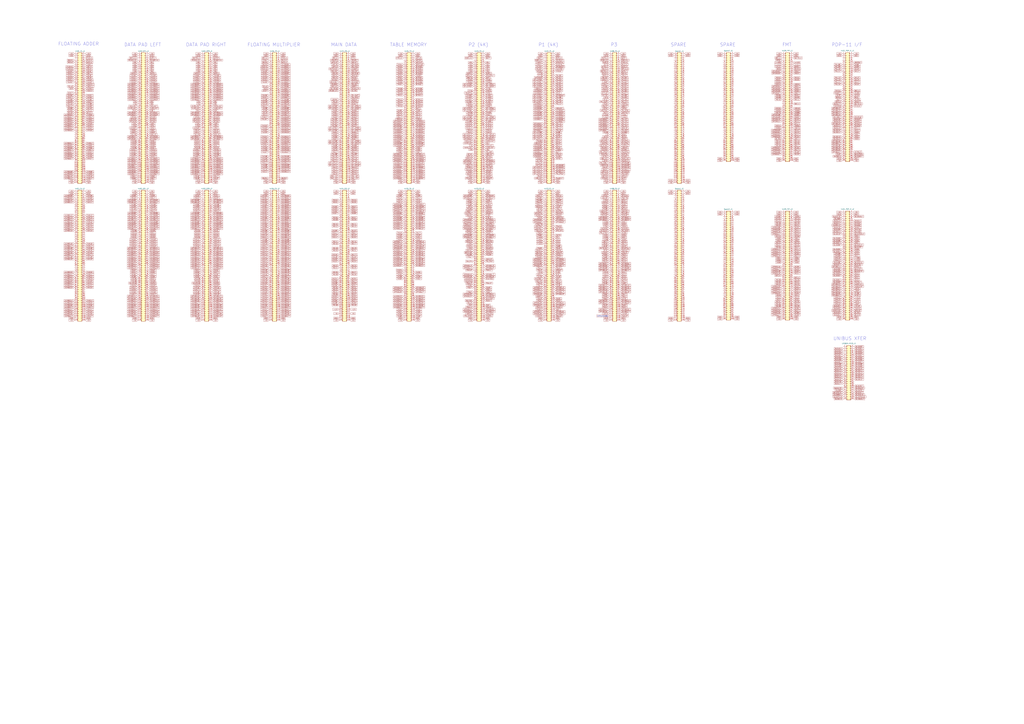
<source format=kicad_sch>
(kicad_sch (version 20250114) (generator "eeschema") (generator_version "9.0")
  (paper "A0")
  (text "P2 (4K)" (at 555.498 52.07 0) (effects (font (size 3.81 3.81))))
  (text "FLOATING MULTIPLIER" (at 318.008 52.07 0) (effects (font (size 3.81 3.81))))
  (text "PDP-11 I/F" (at 983.488 52.07 0) (effects (font (size 3.81 3.81))))
  (text "FLOATING ADDER" (at 91.186 51.054 0) (effects (font (size 3.81 3.81))))
  (text "FMT" (at 913.638 52.07 0) (effects (font (size 3.81 3.81))))
  (text "DATA PAD RIGHT" (at 239.268 52.07 0) (effects (font (size 3.81 3.81))))
  (text "UNIBUS XFER" (at 986.79 393.446 0) (effects (font (size 3.81 3.81))))
  (text "SPARE" (at 845.058 52.07 0) (effects (font (size 3.81 3.81))))
  (text "MAIN DATA" (at 399.288 52.07 0) (effects (font (size 3.81 3.81))))
  (text "P3" (at 712.978 52.07 0) (effects (font (size 3.81 3.81))))
  (text "SPARE" (at 787.908 52.07 0) (effects (font (size 3.81 3.81))))
  (text "P1 (4K)" (at 636.778 52.07 0) (effects (font (size 3.81 3.81))))
  (text "DATA PAD LEFT" (at 165.608 52.07 0) (effects (font (size 3.81 3.81))))
  (text "TABLE MEMORY" (at 474.218 52.07 0) (effects (font (size 3.81 3.81))))
  (global_label "A2MBS09*" (shape input) (at 86.36 229.87 180) (property "Intersheetrefs" "${INTERSHEET_REFS}" (effects (hide yes))))
  (global_label "A1MBS05*" (shape input) (at 86.36 168.91 180) (property "Intersheetrefs" "${INTERSHEET_REFS}" (effects (hide yes))))
  (global_label "M1MBS07*" (shape input) (at 325.12 255.27 0) (property "Intersheetrefs" "${INTERSHEET_REFS}" (effects (hide yes))))
  (global_label "DPMBS09*" (shape input) (at 908.05 266.7 180) (property "Intersheetrefs" "${INTERSHEET_REFS}" (effects (hide yes))))
  (global_label "M1MBS22*" (shape input) (at 172.72 298.45 0) (property "Intersheetrefs" "${INTERSHEET_REFS}" (effects (hide yes))))
  (global_label "GND" (shape input) (at 233.68 209.55 180) (property "Intersheetrefs" "${INTERSHEET_REFS}" (effects (hide yes))))
  (global_label "MIMBS12*" (shape input) (at 481.33 262.89 0) (property "Intersheetrefs" "${INTERSHEET_REFS}" (effects (hide yes))))
  (global_label "MD29*" (shape input) (at 920.75 312.42 0) (property "Intersheetrefs" "${INTERSHEET_REFS}" (effects (hide yes))))
  (global_label "TM11*" (shape input) (at 481.33 229.87 0) (property "Intersheetrefs" "${INTERSHEET_REFS}" (effects (hide yes))))
  (global_label "A2EBS09*" (shape input) (at 631.19 171.45 180) (property "Intersheetrefs" "${INTERSHEET_REFS}" (effects (hide yes))))
  (global_label "+5V" (shape input) (at 160.02 372.11 180) (property "Intersheetrefs" "${INTERSHEET_REFS}" (effects (hide yes))))
  (global_label "+5V" (shape input) (at 990.6 370.84 0) (property "Intersheetrefs" "${INTERSHEET_REFS}" (effects (hide yes))))
  (global_label "FAM11*" (shape input) (at 312.42 285.75 180) (property "Intersheetrefs" "${INTERSHEET_REFS}" (effects (hide yes))))
  (global_label "CB16*" (shape input) (at 707.39 283.21 180) (property "Intersheetrefs" "${INTERSHEET_REFS}" (effects (hide yes))))
  (global_label "MIMBS01*" (shape input) (at 481.33 196.85 0) (property "Intersheetrefs" "${INTERSHEET_REFS}" (effects (hide yes))))
  (global_label "FAE05*" (shape input) (at 99.06 113.03 0) (property "Intersheetrefs" "${INTERSHEET_REFS}" (effects (hide yes))))
  (global_label "BUSNPR*" (shape input) (at 990.6 287.02 0) (property "Intersheetrefs" "${INTERSHEET_REFS}" (effects (hide yes))))
  (global_label "DPMBS21*" (shape input) (at 908.05 335.28 180) (property "Intersheetrefs" "${INTERSHEET_REFS}" (effects (hide yes))))
  (global_label "FME03*" (shape input) (at 312.42 148.59 180) (property "Intersheetrefs" "${INTERSHEET_REFS}" (effects (hide yes))))
  (global_label "PNL10*" (shape input) (at 643.89 118.11 0) (property "Intersheetrefs" "${INTERSHEET_REFS}" (effects (hide yes))))
  (global_label "DMA09*" (shape input) (at 977.9 297.18 180) (property "Intersheetrefs" "${INTERSHEET_REFS}" (effects (hide yes))))
  (global_label "+5V" (shape input) (at 707.39 222.25 180) (property "Intersheetrefs" "${INTERSHEET_REFS}" (effects (hide yes))))
  (global_label "PNL11*" (shape input) (at 720.09 118.11 0) (property "Intersheetrefs" "${INTERSHEET_REFS}" (effects (hide yes))))
  (global_label "DPMBS19*" (shape input) (at 246.38 346.71 0) (property "Intersheetrefs" "${INTERSHEET_REFS}" (effects (hide yes))))
  (global_label "M2MBS12*" (shape input) (at 246.38 303.53 0) (property "Intersheetrefs" "${INTERSHEET_REFS}" (effects (hide yes))))
  (global_label "GND" (shape input) (at 562.61 64.77 0) (property "Intersheetrefs" "${INTERSHEET_REFS}" (effects (hide yes))))
  (global_label "FAE01*" (shape input) (at 160.02 90.17 180) (property "Intersheetrefs" "${INTERSHEET_REFS}" (effects (hide yes))))
  (global_label "MDI27" (shape input) (at 246.38 275.59 0) (property "Intersheetrefs" "${INTERSHEET_REFS}" (effects (hide yes))))
  (global_label "SP+DP15*" (shape input) (at 406.4 191.77 0) (property "Intersheetrefs" "${INTERSHEET_REFS}" (effects (hide yes))))
  (global_label "A2MBS02*" (shape input) (at 233.68 113.03 180) (property "Intersheetrefs" "${INTERSHEET_REFS}" (effects (hide yes))))
  (global_label "TM07*" (shape input) (at 481.33 176.53 0) (property "Intersheetrefs" "${INTERSHEET_REFS}" (effects (hide yes))))
  (global_label "EXIB" (shape input) (at 643.89 316.23 0) (property "Intersheetrefs" "${INTERSHEET_REFS}" (effects (hide yes))))
  (global_label "A1EBS05*" (shape input) (at 631.19 123.19 180) (property "Intersheetrefs" "${INTERSHEET_REFS}" (effects (hide yes))))
  (global_label "DPMBS18*" (shape input) (at 908.05 314.96 180) (property "Intersheetrefs" "${INTERSHEET_REFS}" (effects (hide yes))))
  (global_label "FSE09*" (shape input) (at 312.42 118.11 180) (property "Intersheetrefs" "${INTERSHEET_REFS}" (effects (hide yes))))
  (global_label "BUSBGIN" (shape input) (at 977.9 181.61 180) (property "Intersheetrefs" "${INTERSHEET_REFS}" (effects (hide yes))))
  (global_label "DMA06*" (shape input) (at 406.4 158.75 0) (property "Intersheetrefs" "${INTERSHEET_REFS}" (effects (hide yes))))
  (global_label "FMM17*" (shape input) (at 99.06 285.75 0) (property "Intersheetrefs" "${INTERSHEET_REFS}" (effects (hide yes))))
  (global_label "DPMBS16*" (shape input) (at 549.91 318.77 180) (property "Intersheetrefs" "${INTERSHEET_REFS}" (effects (hide yes))))
  (global_label "A2MBS15*" (shape input) (at 86.36 267.97 180) (property "Intersheetrefs" "${INTERSHEET_REFS}" (effects (hide yes))))
  (global_label "DA2PNL" (shape input) (at 643.89 245.11 0) (property "Intersheetrefs" "${INTERSHEET_REFS}" (effects (hide yes))))
  (global_label "A1MBS09*" (shape input) (at 468.63 255.27 180) (property "Intersheetrefs" "${INTERSHEET_REFS}" (effects (hide yes))))
  (global_label "GND" (shape input) (at 86.36 64.77 180) (property "Intersheetrefs" "${INTERSHEET_REFS}" (effects (hide yes))))
  (global_label "MD04*" (shape input) (at 920.75 100.33 0) (property "Intersheetrefs" "${INTERSHEET_REFS}" (effects (hide yes))))
  (global_label "M2EBS11*" (shape input) (at 325.12 199.39 0) (property "Intersheetrefs" "${INTERSHEET_REFS}" (effects (hide yes))))
  (global_label "BTMA05" (shape input) (at 481.33 92.71 0) (property "Intersheetrefs" "${INTERSHEET_REFS}" (effects (hide yes))))
  (global_label "PNL12*" (shape input) (at 643.89 143.51 0) (property "Intersheetrefs" "${INTERSHEET_REFS}" (effects (hide yes))))
  (global_label "FMM22*" (shape input) (at 312.42 334.01 180) (property "Intersheetrefs" "${INTERSHEET_REFS}" (effects (hide yes))))
  (global_label "M1MBS26*" (shape input) (at 325.12 354.33 0) (property "Intersheetrefs" "${INTERSHEET_REFS}" (effects (hide yes))))
  (global_label "DA15*" (shape input) (at 481.33 135.89 0) (property "Intersheetrefs" "${INTERSHEET_REFS}" (effects (hide yes))))
  (global_label "MD08*" (shape input) (at 160.02 227.33 180) (property "Intersheetrefs" "${INTERSHEET_REFS}" (effects (hide yes))))
  (global_label "SP+DP11*" (shape input) (at 631.19 161.29 180) (property "Intersheetrefs" "${INTERSHEET_REFS}" (effects (hide yes))))
  (global_label "FME11*" (shape input) (at 172.72 245.11 0) (property "Intersheetrefs" "${INTERSHEET_REFS}" (effects (hide yes))))
  (global_label "TM2DP" (shape input) (at 481.33 87.63 0) (property "Intersheetrefs" "${INTERSHEET_REFS}" (effects (hide yes))))
  (global_label "DPMBS10*" (shape input) (at 908.05 269.24 180) (property "Intersheetrefs" "${INTERSHEET_REFS}" (effects (hide yes))))
  (global_label "GND" (shape input) (at 393.7 209.55 180) (property "Intersheetrefs" "${INTERSHEET_REFS}" (effects (hide yes))))
  (global_label "M2MBS02*" (shape input) (at 246.38 113.03 0) (property "Intersheetrefs" "${INTERSHEET_REFS}" (effects (hide yes))))
  (global_label "DPEBS10*" (shape input) (at 468.63 179.07 180) (property "Intersheetrefs" "${INTERSHEET_REFS}" (effects (hide yes))))
  (global_label "A1EBS03*" (shape input) (at 468.63 153.67 180) (property "Intersheetrefs" "${INTERSHEET_REFS}" (effects (hide yes))))
  (global_label "BS2A2" (shape input) (at 86.36 72.39 180) (property "Intersheetrefs" "${INTERSHEET_REFS}" (effects (hide yes))))
  (global_label "PSA09*" (shape input) (at 643.89 232.41 0) (property "Intersheetrefs" "${INTERSHEET_REFS}" (effects (hide yes))))
  (global_label "FAE08*" (shape input) (at 99.06 120.65 0) (property "Intersheetrefs" "${INTERSHEET_REFS}" (effects (hide yes))))
  (global_label "DPMBS22*" (shape input) (at 631.19 354.33 180) (property "Intersheetrefs" "${INTERSHEET_REFS}" (effects (hide yes))))
  (global_label "HADR2HD*" (shape input) (at 990.6 332.74 0) (property "Intersheetrefs" "${INTERSHEET_REFS}" (effects (hide yes))))
  (global_label "A2MBS16*" (shape input) (at 86.36 293.37 180) (property "Intersheetrefs" "${INTERSHEET_REFS}" (effects (hide yes))))
  (global_label "+5V" (shape input) (at 160.02 212.09 180) (property "Intersheetrefs" "${INTERSHEET_REFS}" (effects (hide yes))))
  (global_label "CB16*" (shape input) (at 99.06 82.55 0) (property "Intersheetrefs" "${INTERSHEET_REFS}" (effects (hide yes))))
  (global_label "MDI39" (shape input) (at 920.75 355.6 0) (property "Intersheetrefs" "${INTERSHEET_REFS}" (effects (hide yes))))
  (global_label "DPMBS25*" (shape input) (at 562.61 359.41 0) (property "Intersheetrefs" "${INTERSHEET_REFS}" (effects (hide yes))))
  (global_label "DPMBS11*" (shape input) (at 562.61 275.59 0) (property "Intersheetrefs" "${INTERSHEET_REFS}" (effects (hide yes))))
  (global_label "A1EBS09*" (shape input) (at 160.02 250.19 180) (property "Intersheetrefs" "${INTERSHEET_REFS}" (effects (hide yes))))
  (global_label "FMM12*" (shape input) (at 99.06 250.19 0) (property "Intersheetrefs" "${INTERSHEET_REFS}" (effects (hide yes))))
  (global_label "+5V" (shape input) (at 312.42 222.25 180) (property "Intersheetrefs" "${INTERSHEET_REFS}" (effects (hide yes))))
  (global_label "MDCR1Q*" (shape input) (at 990.6 135.89 0) (property "Intersheetrefs" "${INTERSHEET_REFS}" (effects (hide yes))))
  (global_label "Y02" (shape input) (at 246.38 74.93 0) (property "Intersheetrefs" "${INTERSHEET_REFS}" (effects (hide yes))))
  (global_label "PNL15*" (shape input) (at 977.9 97.79 180) (property "Intersheetrefs" "${INTERSHEET_REFS}" (effects (hide yes))))
  (global_label "FMM26*" (shape input) (at 312.42 354.33 180) (property "Intersheetrefs" "${INTERSHEET_REFS}" (effects (hide yes))))
  (global_label "MD38*" (shape input) (at 920.75 363.22 0) (property "Intersheetrefs" "${INTERSHEET_REFS}" (effects (hide yes))))
  (global_label "DPMBS07*" (shape input) (at 643.89 303.53 0) (property "Intersheetrefs" "${INTERSHEET_REFS}" (effects (hide yes))))
  (global_label "PLN06*" (shape input) (at 549.91 118.11 180) (property "Intersheetrefs" "${INTERSHEET_REFS}" (effects (hide yes))))
  (global_label "FAM07*" (shape input) (at 233.68 181.61 180) (property "Intersheetrefs" "${INTERSHEET_REFS}" (effects (hide yes))))
  (global_label "BUSD15*" (shape input) (at 977.9 151.13 180) (property "Intersheetrefs" "${INTERSHEET_REFS}" (effects (hide yes))))
  (global_label "DPEBS03*" (shape input) (at 562.61 161.29 0) (property "Intersheetrefs" "${INTERSHEET_REFS}" (effects (hide yes))))
  (global_label "DPEBS05*" (shape input) (at 908.05 102.87 180) (property "Intersheetrefs" "${INTERSHEET_REFS}" (effects (hide yes))))
  (global_label "MIMBS09*" (shape input) (at 481.33 255.27 0) (property "Intersheetrefs" "${INTERSHEET_REFS}" (effects (hide yes))))
  (global_label "PLN12*" (shape input) (at 549.91 146.05 180) (property "Intersheetrefs" "${INTERSHEET_REFS}" (effects (hide yes))))
  (global_label "DPEBS07*" (shape input) (at 908.05 107.95 180) (property "Intersheetrefs" "${INTERSHEET_REFS}" (effects (hide yes))))
  (global_label "FSE01*" (shape input) (at 312.42 85.09 180) (property "Intersheetrefs" "${INTERSHEET_REFS}" (effects (hide yes))))
  (global_label "PSACD" (shape input) (at 562.61 242.57 0) (property "Intersheetrefs" "${INTERSHEET_REFS}" (effects (hide yes))))
  (global_label "TMREGE" (shape input) (at 549.91 364.49 180) (property "Intersheetrefs" "${INTERSHEET_REFS}" (effects (hide yes))))
  (global_label "DP2M2" (shape input) (at 172.72 138.43 0) (property "Intersheetrefs" "${INTERSHEET_REFS}" (effects (hide yes))))
  (global_label "MDCA0" (shape input) (at 393.7 85.09 180) (property "Intersheetrefs" "${INTERSHEET_REFS}" (effects (hide yes))))
  (global_label "CB2A1E*" (shape input) (at 631.19 102.87 180) (property "Intersheetrefs" "${INTERSHEET_REFS}" (effects (hide yes))))
  (global_label "TMA00" (shape input) (at 549.91 92.71 180) (property "Intersheetrefs" "${INTERSHEET_REFS}" (effects (hide yes))))
  (global_label "NEWINS3" (shape input) (at 549.91 326.39 180) (property "Intersheetrefs" "${INTERSHEET_REFS}" (effects (hide yes))))
  (global_label "+5V" (shape input) (at 631.19 222.25 180) (property "Intersheetrefs" "${INTERSHEET_REFS}" (effects (hide yes))))
  (global_label "FAE04*" (shape input) (at 312.42 168.91 180) (property "Intersheetrefs" "${INTERSHEET_REFS}" (effects (hide yes))))
  (global_label "MIEBS07*" (shape input) (at 481.33 163.83 0) (property "Intersheetrefs" "${INTERSHEET_REFS}" (effects (hide yes))))
  (global_label "GND" (shape input) (at 233.68 64.77 180) (property "Intersheetrefs" "${INTERSHEET_REFS}" (effects (hide yes))))
  (global_label "BUSNPGIN" (shape input) (at 979.17 461.01 180) (property "Intersheetrefs" "${INTERSHEET_REFS}" (effects (hide yes))))
  (global_label "FAE07*" (shape input) (at 160.02 181.61 180) (property "Intersheetrefs" "${INTERSHEET_REFS}" (effects (hide yes))))
  (global_label "Y2M2" (shape input) (at 246.38 148.59 0) (property "Intersheetrefs" "${INTERSHEET_REFS}" (effects (hide yes))))
  (global_label "FMM19*" (shape input) (at 246.38 341.63 0) (property "Intersheetrefs" "${INTERSHEET_REFS}" (effects (hide yes))))
  (global_label "FAM26*" (shape input) (at 160.02 339.09 180) (property "Intersheetrefs" "${INTERSHEET_REFS}" (effects (hide yes))))
  (global_label "M2EBS08*" (shape input) (at 172.72 257.81 0) (property "Intersheetrefs" "${INTERSHEET_REFS}" (effects (hide yes))))
  (global_label "TM38*" (shape input) (at 468.63 367.03 180) (property "Intersheetrefs" "${INTERSHEET_REFS}" (effects (hide yes))))
  (global_label "DPMBS03*" (shape input) (at 481.33 184.15 0) (property "Intersheetrefs" "${INTERSHEET_REFS}" (effects (hide yes))))
  (global_label "FLAG3" (shape input) (at 631.19 283.21 180) (property "Intersheetrefs" "${INTERSHEET_REFS}" (effects (hide yes))))
  (global_label "CA3WRT" (shape input) (at 160.02 148.59 180) (property "Intersheetrefs" "${INTERSHEET_REFS}" (effects (hide yes))))
  (global_label "M1EBS07*" (shape input) (at 325.12 166.37 0) (property "Intersheetrefs" "${INTERSHEET_REFS}" (effects (hide yes))))
  (global_label "BUSBBSY*" (shape input) (at 990.6 181.61 0) (property "Intersheetrefs" "${INTERSHEET_REFS}" (effects (hide yes))))
  (global_label "A2MBS22*" (shape input) (at 86.36 331.47 180) (property "Intersheetrefs" "${INTERSHEET_REFS}" (effects (hide yes))))
  (global_label "!WRTR*" (shape input) (at 246.38 67.31 0) (property "Intersheetrefs" "${INTERSHEET_REFS}" (effects (hide yes))))
  (global_label "INTR*" (shape input) (at 631.19 252.73 180) (property "Intersheetrefs" "${INTERSHEET_REFS}" (effects (hide yes))))
  (global_label "HD14" (shape input) (at 908.05 347.98 180) (property "Intersheetrefs" "${INTERSHEET_REFS}" (effects (hide yes))))
  (global_label "TM33*" (shape input) (at 481.33 359.41 0) (property "Intersheetrefs" "${INTERSHEET_REFS}" (effects (hide yes))))
  (global_label "MDI10" (shape input) (at 160.02 270.51 180) (property "Intersheetrefs" "${INTERSHEET_REFS}" (effects (hide yes))))
  (global_label "WRTLM" (shape input) (at 481.33 67.31 0) (property "Intersheetrefs" "${INTERSHEET_REFS}" (effects (hide yes))))
  (global_label "DP2IO*" (shape input) (at 707.39 161.29 180) (property "Intersheetrefs" "${INTERSHEET_REFS}" (effects (hide yes))))
  (global_label "PNL09*" (shape input) (at 406.4 179.07 0) (property "Intersheetrefs" "${INTERSHEET_REFS}" (effects (hide yes))))
  (global_label "FMM11*" (shape input) (at 99.06 207.01 0) (property "Intersheetrefs" "${INTERSHEET_REFS}" (effects (hide yes))))
  (global_label "DMA05*" (shape input) (at 990.6 259.08 0) (property "Intersheetrefs" "${INTERSHEET_REFS}" (effects (hide yes))))
  (global_label "FMM14*" (shape input) (at 99.06 255.27 0) (property "Intersheetrefs" "${INTERSHEET_REFS}" (effects (hide yes))))
  (global_label "DPMBS17*" (shape input) (at 977.9 166.37 180) (property "Intersheetrefs" "${INTERSHEET_REFS}" (effects (hide yes))))
  (global_label "IHRSET*" (shape input) (at 707.39 92.71 180) (property "Intersheetrefs" "${INTERSHEET_REFS}" (effects (hide yes))))
  (global_label "MDLMAN" (shape input) (at 406.4 77.47 0) (property "Intersheetrefs" "${INTERSHEET_REFS}" (effects (hide yes))))
  (global_label "FAM03*" (shape input) (at 233.68 95.25 180) (property "Intersheetrefs" "${INTERSHEET_REFS}" (effects (hide yes))))
  (global_label "MDI17" (shape input) (at 920.75 168.91 0) (property "Intersheetrefs" "${INTERSHEET_REFS}" (effects (hide yes))))
  (global_label "MIMBS24*" (shape input) (at 481.33 349.25 0) (property "Intersheetrefs" "${INTERSHEET_REFS}" (effects (hide yes))))
  (global_label "M2EBS07*" (shape input) (at 172.72 201.93 0) (property "Intersheetrefs" "${INTERSHEET_REFS}" (effects (hide yes))))
  (global_label "A2EBS07*" (shape input) (at 643.89 140.97 0) (property "Intersheetrefs" "${INTERSHEET_REFS}" (effects (hide yes))))
  (global_label "DPMBS03*" (shape input) (at 720.09 255.27 0) (property "Intersheetrefs" "${INTERSHEET_REFS}" (effects (hide yes))))
  (global_label "MD14*" (shape input) (at 233.68 153.67 180) (property "Intersheetrefs" "${INTERSHEET_REFS}" (effects (hide yes))))
  (global_label "PLN00*" (shape input) (at 549.91 110.49 180) (property "Intersheetrefs" "${INTERSHEET_REFS}" (effects (hide yes))))
  (global_label "TMA03" (shape input) (at 562.61 95.25 0) (property "Intersheetrefs" "${INTERSHEET_REFS}" (effects (hide yes))))
  (global_label "FAZRO*" (shape input) (at 99.06 102.87 0) (property "Intersheetrefs" "${INTERSHEET_REFS}" (effects (hide yes))))
  (global_label "HD11" (shape input) (at 920.75 342.9 0) (property "Intersheetrefs" "${INTERSHEET_REFS}" (effects (hide yes))))
  (global_label "A1MBS15*" (shape input) (at 86.36 257.81 180) (property "Intersheetrefs" "${INTERSHEET_REFS}" (effects (hide yes))))
  (global_label "GND" (shape input) (at 160.02 209.55 180) (property "Intersheetrefs" "${INTERSHEET_REFS}" (effects (hide yes))))
  (global_label "DPMBS19*" (shape input) (at 908.05 317.5 180) (property "Intersheetrefs" "${INTERSHEET_REFS}" (effects (hide yes))))
  (global_label "DP2M1" (shape input) (at 172.72 140.97 0) (property "Intersheetrefs" "${INTERSHEET_REFS}" (effects (hide yes))))
  (global_label "MD30*" (shape input) (at 233.68 321.31 180) (property "Intersheetrefs" "${INTERSHEET_REFS}" (effects (hide yes))))
  (global_label "FMM08*" (shape input) (at 99.06 199.39 0) (property "Intersheetrefs" "${INTERSHEET_REFS}" (effects (hide yes))))
  (global_label "Y01" (shape input) (at 562.61 72.39 0) (property "Intersheetrefs" "${INTERSHEET_REFS}" (effects (hide yes))))
  (global_label "Y2DP" (shape input) (at 172.72 143.51 0) (property "Intersheetrefs" "${INTERSHEET_REFS}" (effects (hide yes))))
  (global_label "MDI20" (shape input) (at 908.05 261.62 180) (property "Intersheetrefs" "${INTERSHEET_REFS}" (effects (hide yes))))
  (global_label "!TMCLK" (shape input) (at 720.09 72.39 0) (property "Intersheetrefs" "${INTERSHEET_REFS}" (effects (hide yes))))
  (global_label "M1MBS09*" (shape input) (at 325.12 270.51 0) (property "Intersheetrefs" "${INTERSHEET_REFS}" (effects (hide yes))))
  (global_label "BTMA13" (shape input) (at 481.33 118.11 0) (property "Intersheetrefs" "${INTERSHEET_REFS}" (effects (hide yes))))
  (global_label "A1MBS09*" (shape input) (at 86.36 201.93 180) (property "Intersheetrefs" "${INTERSHEET_REFS}" (effects (hide yes))))
  (global_label "DPMBS02*" (shape input) (at 707.39 255.27 180) (property "Intersheetrefs" "${INTERSHEET_REFS}" (effects (hide yes))))
  (global_label "HD08B" (shape input) (at 920.75 130.81 0) (property "Intersheetrefs" "${INTERSHEET_REFS}" (effects (hide yes))))
  (global_label "MD33*" (shape input) (at 406.4 344.17 0) (property "Intersheetrefs" "${INTERSHEET_REFS}" (effects (hide yes))))
  (global_label "DPMBS24*" (shape input) (at 707.39 359.41 180) (property "Intersheetrefs" "${INTERSHEET_REFS}" (effects (hide yes))))
  (global_label "MDI27" (shape input) (at 920.75 287.02 0) (property "Intersheetrefs" "${INTERSHEET_REFS}" (effects (hide yes))))
  (global_label "FAE11*" (shape input) (at 312.42 199.39 180) (property "Intersheetrefs" "${INTERSHEET_REFS}" (effects (hide yes))))
  (global_label "A1MBS20*" (shape input) (at 160.02 293.37 180) (property "Intersheetrefs" "${INTERSHEET_REFS}" (effects (hide yes))))
  (global_label "MD17*" (shape input) (at 406.4 295.91 0) (property "Intersheetrefs" "${INTERSHEET_REFS}" (effects (hide yes))))
  (global_label "CB2A2M*" (shape input) (at 631.19 166.37 180) (property "Intersheetrefs" "${INTERSHEET_REFS}" (effects (hide yes))))
  (global_label "DPALD*" (shape input) (at 549.91 87.63 180) (property "Intersheetrefs" "${INTERSHEET_REFS}" (effects (hide yes))))
  (global_label "PS18*" (shape input) (at 643.89 331.47 0) (property "Intersheetrefs" "${INTERSHEET_REFS}" (effects (hide yes))))
  (global_label "DPMBS22*" (shape input) (at 160.02 290.83 180) (property "Intersheetrefs" "${INTERSHEET_REFS}" (effects (hide yes))))
  (global_label "TMA01" (shape input) (at 562.61 92.71 0) (property "Intersheetrefs" "${INTERSHEET_REFS}" (effects (hide yes))))
  (global_label "B2ID" (shape input) (at 990.6 113.03 0) (property "Intersheetrefs" "${INTERSHEET_REFS}" (effects (hide yes))))
  (global_label "BTMA08" (shape input) (at 481.33 102.87 0) (property "Intersheetrefs" "${INTERSHEET_REFS}" (effects (hide yes))))
  (global_label "A1EBS05*" (shape input) (at 160.02 186.69 180) (property "Intersheetrefs" "${INTERSHEET_REFS}" (effects (hide yes))))
  (global_label "STA2PNL" (shape input) (at 720.09 166.37 0) (property "Intersheetrefs" "${INTERSHEET_REFS}" (effects (hide yes))))
  (global_label "FAE05*" (shape input) (at 312.42 171.45 180) (property "Intersheetrefs" "${INTERSHEET_REFS}" (effects (hide yes))))
  (global_label "MD04*" (shape input) (at 406.4 242.57 0) (property "Intersheetrefs" "${INTERSHEET_REFS}" (effects (hide yes))))
  (global_label "M1EBS11*" (shape input) (at 325.12 189.23 0) (property "Intersheetrefs" "${INTERSHEET_REFS}" (effects (hide yes))))
  (global_label "PSAAD" (shape input) (at 562.61 240.03 0) (property "Intersheetrefs" "${INTERSHEET_REFS}" (effects (hide yes))))
  (global_label "PNL14*" (shape input) (at 643.89 148.59 0) (property "Intersheetrefs" "${INTERSHEET_REFS}" (effects (hide yes))))
  (global_label "GND" (shape input) (at 977.9 248.92 180) (property "Intersheetrefs" "${INTERSHEET_REFS}" (effects (hide yes))))
  (global_label "MDI23" (shape input) (at 246.38 270.51 0) (property "Intersheetrefs" "${INTERSHEET_REFS}" (effects (hide yes))))
  (global_label "A2MBS05*" (shape input) (at 233.68 196.85 180) (property "Intersheetrefs" "${INTERSHEET_REFS}" (effects (hide yes))))
  (global_label "GND" (shape input) (at 246.38 209.55 0) (property "Intersheetrefs" "${INTERSHEET_REFS}" (effects (hide yes))))
  (global_label "MDI33" (shape input) (at 920.75 330.2 0) (property "Intersheetrefs" "${INTERSHEET_REFS}" (effects (hide yes))))
  (global_label "FMM23*" (shape input) (at 172.72 285.75 0) (property "Intersheetrefs" "${INTERSHEET_REFS}" (effects (hide yes))))
  (global_label "GND" (shape input) (at 707.39 224.79 180) (property "Intersheetrefs" "${INTERSHEET_REFS}" (effects (hide yes))))
  (global_label "GND" (shape input) (at 852.17 248.92 0) (property "Intersheetrefs" "${INTERSHEET_REFS}" (effects (hide yes))))
  (global_label "FME00*" (shape input) (at 172.72 87.63 0) (property "Intersheetrefs" "${INTERSHEET_REFS}" (effects (hide yes))))
  (global_label "HD12" (shape input) (at 990.6 317.5 0) (property "Intersheetrefs" "${INTERSHEET_REFS}" (effects (hide yes))))
  (global_label "BUSD11*" (shape input) (at 977.9 269.24 180) (property "Intersheetrefs" "${INTERSHEET_REFS}" (effects (hide yes))))
  (global_label "PNL00*" (shape input) (at 393.7 138.43 180) (property "Intersheetrefs" "${INTERSHEET_REFS}" (effects (hide yes))))
  (global_label "GND" (shape input) (at 782.32 64.77 180) (property "Intersheetrefs" "${INTERSHEET_REFS}" (effects (hide yes))))
  (global_label "PNL06*" (shape input) (at 393.7 146.05 180) (property "Intersheetrefs" "${INTERSHEET_REFS}" (effects (hide yes))))
  (global_label "+5V" (shape input) (at 920.75 186.69 0) (property "Intersheetrefs" "${INTERSHEET_REFS}" (effects (hide yes))))
  (global_label "TM2A1" (shape input) (at 720.09 262.89 0) (property "Intersheetrefs" "${INTERSHEET_REFS}" (effects (hide yes))))
  (global_label "GND" (shape input) (at 920.75 248.92 0) (property "Intersheetrefs" "${INTERSHEET_REFS}" (effects (hide yes))))
  (global_label "DPMBS09*" (shape input) (at 562.61 273.05 0) (property "Intersheetrefs" "${INTERSHEET_REFS}" (effects (hide yes))))
  (global_label "A2MBS19*" (shape input) (at 233.68 367.03 180) (property "Intersheetrefs" "${INTERSHEET_REFS}" (effects (hide yes))))
  (global_label "DPEBS05*" (shape input) (at 707.39 146.05 180) (property "Intersheetrefs" "${INTERSHEET_REFS}" (effects (hide yes))))
  (global_label "A1MBS02*" (shape input) (at 86.36 138.43 180) (property "Intersheetrefs" "${INTERSHEET_REFS}" (effects (hide yes))))
  (global_label "A1MBS26*" (shape input) (at 160.02 354.33 180) (property "Intersheetrefs" "${INTERSHEET_REFS}" (effects (hide yes))))
  (global_label "BUSA05*" (shape input) (at 979.17 415.29 180) (property "Intersheetrefs" "${INTERSHEET_REFS}" (effects (hide yes))))
  (global_label "DA11*" (shape input) (at 990.6 82.55 0) (property "Intersheetrefs" "${INTERSHEET_REFS}" (effects (hide yes))))
  (global_label "PSA13*" (shape input) (at 562.61 328.93 0) (property "Intersheetrefs" "${INTERSHEET_REFS}" (effects (hide yes))))
  (global_label "+5V" (shape input) (at 393.7 212.09 180) (property "Intersheetrefs" "${INTERSHEET_REFS}" (effects (hide yes))))
  (global_label "PAUSE1*" (shape input) (at 643.89 207.01 0) (property "Intersheetrefs" "${INTERSHEET_REFS}" (effects (hide yes))))
  (global_label "MDI32" (shape input) (at 908.05 330.2 180) (property "Intersheetrefs" "${INTERSHEET_REFS}" (effects (hide yes))))
  (global_label "FMM14*" (shape input) (at 312.42 293.37 180) (property "Intersheetrefs" "${INTERSHEET_REFS}" (effects (hide yes))))
  (global_label "A2MBS24*" (shape input) (at 86.36 359.41 180) (property "Intersheetrefs" "${INTERSHEET_REFS}" (effects (hide yes))))
  (global_label "FMM03*" (shape input) (at 312.42 234.95 180) (property "Intersheetrefs" "${INTERSHEET_REFS}" (effects (hide yes))))
  (global_label "TMA01" (shape input) (at 468.63 80.01 180) (property "Intersheetrefs" "${INTERSHEET_REFS}" (effects (hide yes))))
  (global_label "XLMCLKE*" (shape input) (at 549.91 166.37 180) (property "Intersheetrefs" "${INTERSHEET_REFS}" (effects (hide yes))))
  (global_label "LDFN*" (shape input) (at 990.6 350.52 0) (property "Intersheetrefs" "${INTERSHEET_REFS}" (effects (hide yes))))
  (global_label "PS37*" (shape input) (at 562.61 234.95 0) (property "Intersheetrefs" "${INTERSHEET_REFS}" (effects (hide yes))))
  (global_label "GND" (shape input) (at 99.06 64.77 0) (property "Intersheetrefs" "${INTERSHEET_REFS}" (effects (hide yes))))
  (global_label "SPD2PNL" (shape input) (at 643.89 72.39 0) (property "Intersheetrefs" "${INTERSHEET_REFS}" (effects (hide yes))))
  (global_label "376LD*" (shape input) (at 720.09 293.37 0) (property "Intersheetrefs" "${INTERSHEET_REFS}" (effects (hide yes))))
  (global_label "A2MBS08*" (shape input) (at 86.36 227.33 180) (property "Intersheetrefs" "${INTERSHEET_REFS}" (effects (hide yes))))
  (global_label "FME01*" (shape input) (at 172.72 90.17 0) (property "Intersheetrefs" "${INTERSHEET_REFS}" (effects (hide yes))))
  (global_label "BUSBGOUT" (shape input) (at 990.6 251.46 0) (property "Intersheetrefs" "${INTERSHEET_REFS}" (effects (hide yes))))
  (global_label "DPMBS16*" (shape input) (at 468.63 283.21 180) (property "Intersheetrefs" "${INTERSHEET_REFS}" (effects (hide yes))))
  (global_label "SRSWE*" (shape input) (at 562.61 245.11 0) (property "Intersheetrefs" "${INTERSHEET_REFS}" (effects (hide yes))))
  (global_label "A2MBS11*" (shape input) (at 86.36 234.95 180) (property "Intersheetrefs" "${INTERSHEET_REFS}" (effects (hide yes))))
  (global_label "DPMBS13*" (shape input) (at 481.33 245.11 0) (property "Intersheetrefs" "${INTERSHEET_REFS}" (effects (hide yes))))
  (global_label "MDI27" (shape input) (at 406.4 316.23 0) (property "Intersheetrefs" "${INTERSHEET_REFS}" (effects (hide yes))))
  (global_label "MA=SUP*" (shape input) (at 707.39 118.11 180) (property "Intersheetrefs" "${INTERSHEET_REFS}" (effects (hide yes))))
  (global_label "I+H14" (shape input) (at 920.75 74.93 0) (property "Intersheetrefs" "${INTERSHEET_REFS}" (effects (hide yes))))
  (global_label "DPMBS14*" (shape input) (at 233.68 290.83 180) (property "Intersheetrefs" "${INTERSHEET_REFS}" (effects (hide yes))))
  (global_label "DMA08*" (shape input) (at 977.9 294.64 180) (property "Intersheetrefs" "${INTERSHEET_REFS}" (effects (hide yes))))
  (global_label "MD02*" (shape input) (at 920.75 82.55 0) (property "Intersheetrefs" "${INTERSHEET_REFS}" (effects (hide yes))))
  (global_label "XIA" (shape input) (at 160.02 118.11 180) (property "Intersheetrefs" "${INTERSHEET_REFS}" (effects (hide yes))))
  (global_label "M1MBS13*" (shape input) (at 246.38 295.91 0) (property "Intersheetrefs" "${INTERSHEET_REFS}" (effects (hide yes))))
  (global_label "OUT*" (shape input) (at 707.39 130.81 180) (property "Intersheetrefs" "${INTERSHEET_REFS}" (effects (hide yes))))
  (global_label "PSA06*" (shape input) (at 631.19 229.87 180) (property "Intersheetrefs" "${INTERSHEET_REFS}" (effects (hide yes))))
  (global_label "FMM15*" (shape input) (at 99.06 257.81 0) (property "Intersheetrefs" "${INTERSHEET_REFS}" (effects (hide yes))))
  (global_label "DPEBS08*" (shape input) (at 468.63 148.59 180) (property "Intersheetrefs" "${INTERSHEET_REFS}" (effects (hide yes))))
  (global_label "PNL15*" (shape input) (at 720.09 146.05 0) (property "Intersheetrefs" "${INTERSHEET_REFS}" (effects (hide yes))))
  (global_label "!TMCLK" (shape input) (at 468.63 67.31 180) (property "Intersheetrefs" "${INTERSHEET_REFS}" (effects (hide yes))))
  (global_label "A1EBS03*" (shape input) (at 325.12 82.55 0) (property "Intersheetrefs" "${INTERSHEET_REFS}" (effects (hide yes))))
  (global_label "FMM08*" (shape input) (at 246.38 237.49 0) (property "Intersheetrefs" "${INTERSHEET_REFS}" (effects (hide yes))))
  (global_label "TMA05" (shape input) (at 468.63 92.71 180) (property "Intersheetrefs" "${INTERSHEET_REFS}" (effects (hide yes))))
  (global_label "MD02*" (shape input) (at 406.4 240.03 0) (property "Intersheetrefs" "${INTERSHEET_REFS}" (effects (hide yes))))
  (global_label "DPEBS03*" (shape input) (at 643.89 110.49 0) (property "Intersheetrefs" "${INTERSHEET_REFS}" (effects (hide yes))))
  (global_label "MD35*" (shape input) (at 172.72 316.23 0) (property "Intersheetrefs" "${INTERSHEET_REFS}" (effects (hide yes))))
  (global_label "DCHO01*" (shape input) (at 977.9 135.89 180) (property "Intersheetrefs" "${INTERSHEET_REFS}" (effects (hide yes))))
  (global_label "IFFTQ" (shape input) (at 562.61 102.87 0) (property "Intersheetrefs" "${INTERSHEET_REFS}" (effects (hide yes))))
  (global_label "FME09*" (shape input) (at 172.72 240.03 0) (property "Intersheetrefs" "${INTERSHEET_REFS}" (effects (hide yes))))
  (global_label "SP+DP08*" (shape input) (at 631.19 153.67 180) (property "Intersheetrefs" "${INTERSHEET_REFS}" (effects (hide yes))))
  (global_label "TMA07" (shape input) (at 468.63 97.79 180) (property "Intersheetrefs" "${INTERSHEET_REFS}" (effects (hide yes))))
  (global_label "DPMBS02*" (shape input) (at 631.19 257.81 180) (property "Intersheetrefs" "${INTERSHEET_REFS}" (effects (hide yes))))
  (global_label "+5V" (shape input) (at 795.02 222.25 0) (property "Intersheetrefs" "${INTERSHEET_REFS}" (effects (hide yes))))
  (global_label "FAM08*" (shape input) (at 233.68 237.49 180) (property "Intersheetrefs" "${INTERSHEET_REFS}" (effects (hide yes))))
  (global_label "M1EBS01*" (shape input) (at 172.72 100.33 0) (property "Intersheetrefs" "${INTERSHEET_REFS}" (effects (hide yes))))
  (global_label "DA08*" (shape input) (at 468.63 128.27 180) (property "Intersheetrefs" "${INTERSHEET_REFS}" (effects (hide yes))))
  (global_label "BUSD04*" (shape input) (at 977.9 292.1 180) (property "Intersheetrefs" "${INTERSHEET_REFS}" (effects (hide yes))))
  (global_label "M1EBS10*" (shape input) (at 172.72 252.73 0) (property "Intersheetrefs" "${INTERSHEET_REFS}" (effects (hide yes))))
  (global_label "HD15" (shape input) (at 990.6 325.12 0) (property "Intersheetrefs" "${INTERSHEET_REFS}" (effects (hide yes))))
  (global_label "MA(-2)*" (shape input) (at 393.7 207.01 180) (property "Intersheetrefs" "${INTERSHEET_REFS}" (effects (hide yes))))
  (global_label "DA10*" (shape input) (at 468.63 130.81 180) (property "Intersheetrefs" "${INTERSHEET_REFS}" (effects (hide yes))))
  (global_label "DMA14*" (shape input) (at 977.9 350.52 180) (property "Intersheetrefs" "${INTERSHEET_REFS}" (effects (hide yes))))
  (global_label "DA11*" (shape input) (at 481.33 130.81 0) (property "Intersheetrefs" "${INTERSHEET_REFS}" (effects (hide yes))))
  (global_label "HD05" (shape input) (at 720.09 273.05 0) (property "Intersheetrefs" "${INTERSHEET_REFS}" (effects (hide yes))))
  (global_label "MDCLKE" (shape input) (at 246.38 156.21 0) (property "Intersheetrefs" "${INTERSHEET_REFS}" (effects (hide yes))))
  (global_label "DA2PNL" (shape input) (at 707.39 166.37 180) (property "Intersheetrefs" "${INTERSHEET_REFS}" (effects (hide yes))))
  (global_label "MDI25" (shape input) (at 406.4 311.15 0) (property "Intersheetrefs" "${INTERSHEET_REFS}" (effects (hide yes))))
  (global_label "FMM11*" (shape input) (at 312.42 275.59 180) (property "Intersheetrefs" "${INTERSHEET_REFS}" (effects (hide yes))))
  (global_label "DPEBS04*" (shape input) (at 549.91 186.69 180) (property "Intersheetrefs" "${INTERSHEET_REFS}" (effects (hide yes))))
  (global_label "A1MBS11*" (shape input) (at 468.63 260.35 180) (property "Intersheetrefs" "${INTERSHEET_REFS}" (effects (hide yes))))
  (global_label "M2MBS19*" (shape input) (at 246.38 367.03 0) (property "Intersheetrefs" "${INTERSHEET_REFS}" (effects (hide yes))))
  (global_label "MD31*" (shape input) (at 246.38 321.31 0) (property "Intersheetrefs" "${INTERSHEET_REFS}" (effects (hide yes))))
  (global_label "A1MBS09*" (shape input) (at 233.68 250.19 180) (property "Intersheetrefs" "${INTERSHEET_REFS}" (effects (hide yes))))
  (global_label "A1MBS06*" (shape input) (at 233.68 189.23 180) (property "Intersheetrefs" "${INTERSHEET_REFS}" (effects (hide yes))))
  (global_label "A2EBS03*" (shape input) (at 325.12 92.71 0) (property "Intersheetrefs" "${INTERSHEET_REFS}" (effects (hide yes))))
  (global_label "DPMBS15*" (shape input) (at 481.33 280.67 0) (property "Intersheetrefs" "${INTERSHEET_REFS}" (effects (hide yes))))
  (global_label "+5V" (shape input) (at 852.17 186.69 0) (property "Intersheetrefs" "${INTERSHEET_REFS}" (effects (hide yes))))
  (global_label "UNFL*" (shape input) (at 990.6 151.13 0) (property "Intersheetrefs" "${INTERSHEET_REFS}" (effects (hide yes))))
  (global_label "TM18*" (shape input) (at 468.63 273.05 180) (property "Intersheetrefs" "${INTERSHEET_REFS}" (effects (hide yes))))
  (global_label "M2EBS06*" (shape input) (at 172.72 199.39 0) (property "Intersheetrefs" "${INTERSHEET_REFS}" (effects (hide yes))))
  (global_label "DMA04*" (shape input) (at 406.4 153.67 0) (property "Intersheetrefs" "${INTERSHEET_REFS}" (effects (hide yes))))
  (global_label "TMA14" (shape input) (at 468.63 120.65 180) (property "Intersheetrefs" "${INTERSHEET_REFS}" (effects (hide yes))))
  (global_label "DPMBS13*" (shape input) (at 643.89 334.01 0) (property "Intersheetrefs" "${INTERSHEET_REFS}" (effects (hide yes))))
  (global_label "ABORT*" (shape input) (at 406.4 100.33 0) (property "Intersheetrefs" "${INTERSHEET_REFS}" (effects (hide yes))))
  (global_label "FAM18*" (shape input) (at 99.06 298.45 0) (property "Intersheetrefs" "${INTERSHEET_REFS}" (effects (hide yes))))
  (global_label "FMM13*" (shape input) (at 246.38 280.67 0) (property "Intersheetrefs" "${INTERSHEET_REFS}" (effects (hide yes))))
  (global_label "SP+DP04*" (shape input) (at 549.91 125.73 180) (property "Intersheetrefs" "${INTERSHEET_REFS}" (effects (hide yes))))
  (global_label "WRTHM" (shape input) (at 393.7 74.93 180) (property "Intersheetrefs" "${INTERSHEET_REFS}" (effects (hide yes))))
  (global_label "FMM06*" (shape input) (at 99.06 171.45 0) (property "Intersheetrefs" "${INTERSHEET_REFS}" (effects (hide yes))))
  (global_label "DPMBS14*" (shape input) (at 908.05 294.64 180) (property "Intersheetrefs" "${INTERSHEET_REFS}" (effects (hide yes))))
  (global_label "DPMBS06*" (shape input) (at 549.91 265.43 180) (property "Intersheetrefs" "${INTERSHEET_REFS}" (effects (hide yes))))
  (global_label "GND" (shape input) (at 977.9 64.77 180) (property "Intersheetrefs" "${INTERSHEET_REFS}" (effects (hide yes))))
  (global_label "BUSA07*" (shape input) (at 977.9 307.34 180) (property "Intersheetrefs" "${INTERSHEET_REFS}" (effects (hide yes))))
  (global_label "HD11" (shape input) (at 720.09 316.23 0) (property "Intersheetrefs" "${INTERSHEET_REFS}" (effects (hide yes))))
  (global_label "DPEBS06*" (shape input) (at 908.05 105.41 180) (property "Intersheetrefs" "${INTERSHEET_REFS}" (effects (hide yes))))
  (global_label "SP+DP07*" (shape input) (at 631.19 118.11 180) (property "Intersheetrefs" "${INTERSHEET_REFS}" (effects (hide yes))))
  (global_label "FAE07*" (shape input) (at 99.06 118.11 0) (property "Intersheetrefs" "${INTERSHEET_REFS}" (effects (hide yes))))
  (global_label "SP+DP12*" (shape input) (at 631.19 194.31 180) (property "Intersheetrefs" "${INTERSHEET_REFS}" (effects (hide yes))))
  (global_label "SRAOVD" (shape input) (at 631.19 240.03 180) (property "Intersheetrefs" "${INTERSHEET_REFS}" (effects (hide yes))))
  (global_label "A1MBS24*" (shape input) (at 468.63 349.25 180) (property "Intersheetrefs" "${INTERSHEET_REFS}" (effects (hide yes))))
  (global_label "HD14" (shape input) (at 990.6 322.58 0) (property "Intersheetrefs" "${INTERSHEET_REFS}" (effects (hide yes))))
  (global_label "DPMBS04*" (shape input) (at 631.19 300.99 180) (property "Intersheetrefs" "${INTERSHEET_REFS}" (effects (hide yes))))
  (global_label "A2MBS26*" (shape input) (at 160.02 364.49 180) (property "Intersheetrefs" "${INTERSHEET_REFS}" (effects (hide yes))))
  (global_label "SETATMA*" (shape input) (at 562.61 346.71 0) (property "Intersheetrefs" "${INTERSHEET_REFS}" (effects (hide yes))))
  (global_label "MDI37" (shape input) (at 172.72 323.85 0) (property "Intersheetrefs" "${INTERSHEET_REFS}" (effects (hide yes))))
  (global_label "MDI22" (shape input) (at 908.05 281.94 180) (property "Intersheetrefs" "${INTERSHEET_REFS}" (effects (hide yes))))
  (global_label "M1EBS08*" (shape input) (at 325.12 181.61 0) (property "Intersheetrefs" "${INTERSHEET_REFS}" (effects (hide yes))))
  (global_label "PS38*" (shape input) (at 707.39 242.57 180) (property "Intersheetrefs" "${INTERSHEET_REFS}" (effects (hide yes))))
  (global_label "CB2A2M*" (shape input) (at 707.39 245.11 180) (property "Intersheetrefs" "${INTERSHEET_REFS}" (effects (hide yes))))
  (global_label "DPEBS02*" (shape input) (at 707.39 138.43 180) (property "Intersheetrefs" "${INTERSHEET_REFS}" (effects (hide yes))))
  (global_label "BUSNPR*" (shape input) (at 991.87 453.39 0) (property "Intersheetrefs" "${INTERSHEET_REFS}" (effects (hide yes))))
  (global_label "GND" (shape input) (at 643.89 64.77 0) (property "Intersheetrefs" "${INTERSHEET_REFS}" (effects (hide yes))))
  (global_label "DPMBS18*" (shape input) (at 631.19 341.63 180) (property "Intersheetrefs" "${INTERSHEET_REFS}" (effects (hide yes))))
  (global_label "I+H13" (shape input) (at 908.05 74.93 180) (property "Intersheetrefs" "${INTERSHEET_REFS}" (effects (hide yes))))
  (global_label "PNL07*" (shape input) (at 406.4 146.05 0) (property "Intersheetrefs" "${INTERSHEET_REFS}" (effects (hide yes))))
  (global_label "BTMA09" (shape input) (at 481.33 105.41 0) (property "Intersheetrefs" "${INTERSHEET_REFS}" (effects (hide yes))))
  (global_label "HD04" (shape input) (at 990.6 274.32 0) (property "Intersheetrefs" "${INTERSHEET_REFS}" (effects (hide yes))))
  (global_label "A1MBS18*" (shape input) (at 86.36 288.29 180) (property "Intersheetrefs" "${INTERSHEET_REFS}" (effects (hide yes))))
  (global_label "SNSB" (shape input) (at 707.39 153.67 180) (property "Intersheetrefs" "${INTERSHEET_REFS}" (effects (hide yes))))
  (global_label "+5V" (shape input) (at 720.09 62.23 0) (property "Intersheetrefs" "${INTERSHEET_REFS}" (effects (hide yes))))
  (global_label "SP+DP06*" (shape input) (at 549.91 128.27 180) (property "Intersheetrefs" "${INTERSHEET_REFS}" (effects (hide yes))))
  (global_label "GND" (shape input) (at 852.17 368.3 0) (property "Intersheetrefs" "${INTERSHEET_REFS}" (effects (hide yes))))
  (global_label "DPMBS01*" (shape input) (at 246.38 130.81 0) (property "Intersheetrefs" "${INTERSHEET_REFS}" (effects (hide yes))))
  (global_label "BUSSSYN*" (shape input) (at 991.87 458.47 0) (property "Intersheetrefs" "${INTERSHEET_REFS}" (effects (hide yes))))
  (global_label "HD06" (shape input) (at 707.39 275.59 180) (property "Intersheetrefs" "${INTERSHEET_REFS}" (effects (hide yes))))
  (global_label "MIB*" (shape input) (at 562.61 354.33 0) (property "Intersheetrefs" "${INTERSHEET_REFS}" (effects (hide yes))))
  (global_label "SP+DP14*" (shape input) (at 631.19 199.39 180) (property "Intersheetrefs" "${INTERSHEET_REFS}" (effects (hide yes))))
  (global_label "DPMBS16*" (shape input) (at 707.39 336.55 180) (property "Intersheetrefs" "${INTERSHEET_REFS}" (effects (hide yes))))
  (global_label "A1EBS09*" (shape input) (at 325.12 118.11 0) (property "Intersheetrefs" "${INTERSHEET_REFS}" (effects (hide yes))))
  (global_label "M2EBS02*" (shape input) (at 172.72 113.03 0) (property "Intersheetrefs" "${INTERSHEET_REFS}" (effects (hide yes))))
  (global_label "INCCIN*" (shape input) (at 562.61 300.99 0) (property "Intersheetrefs" "${INTERSHEET_REFS}" (effects (hide yes))))
  (global_label "!DPLCLK" (shape input) (at 720.09 80.01 0) (property "Intersheetrefs" "${INTERSHEET_REFS}" (effects (hide yes))))
  (global_label "INT2A1E*" (shape input) (at 643.89 69.85 0) (property "Intersheetrefs" "${INTERSHEET_REFS}" (effects (hide yes))))
  (global_label "FSE04*" (shape input) (at 312.42 92.71 180) (property "Intersheetrefs" "${INTERSHEET_REFS}" (effects (hide yes))))
  (global_label "MDI34" (shape input) (at 160.02 275.59 180) (property "Intersheetrefs" "${INTERSHEET_REFS}" (effects (hide yes))))
  (global_label "MA14*" (shape input) (at 393.7 199.39 180) (property "Intersheetrefs" "${INTERSHEET_REFS}" (effects (hide yes))))
  (global_label "FSE06*" (shape input) (at 312.42 110.49 180) (property "Intersheetrefs" "${INTERSHEET_REFS}" (effects (hide yes))))
  (global_label "+5V" (shape input) (at 908.05 186.69 180) (property "Intersheetrefs" "${INTERSHEET_REFS}" (effects (hide yes))))
  (global_label "+5V" (shape input) (at 99.06 62.23 0) (property "Intersheetrefs" "${INTERSHEET_REFS}" (effects (hide yes))))
  (global_label "PSA06*" (shape input) (at 549.91 270.51 180) (property "Intersheetrefs" "${INTERSHEET_REFS}" (effects (hide yes))))
  (global_label "M1MBS25*" (shape input) (at 172.72 351.79 0) (property "Intersheetrefs" "${INTERSHEET_REFS}" (effects (hide yes))))
  (global_label "GND" (shape input) (at 631.19 369.57 180) (property "Intersheetrefs" "${INTERSHEET_REFS}" (effects (hide yes))))
  (global_label "TM13*" (shape input) (at 481.33 232.41 0) (property "Intersheetrefs" "${INTERSHEET_REFS}" (effects (hide yes))))
  (global_label "A1MBS06*" (shape input) (at 468.63 247.65 180) (property "Intersheetrefs" "${INTERSHEET_REFS}" (effects (hide yes))))
  (global_label "M1MBS01*" (shape input) (at 246.38 100.33 0) (property "Intersheetrefs" "${INTERSHEET_REFS}" (effects (hide yes))))
  (global_label "FSE01*" (shape input) (at 86.36 85.09 180) (property "Intersheetrefs" "${INTERSHEET_REFS}" (effects (hide yes))))
  (global_label "MD24*" (shape input) (at 233.68 313.69 180) (property "Intersheetrefs" "${INTERSHEET_REFS}" (effects (hide yes))))
  (global_label "MDI24" (shape input) (at 393.7 311.15 180) (property "Intersheetrefs" "${INTERSHEET_REFS}" (effects (hide yes))))
  (global_label "PS61*" (shape input) (at 720.09 344.17 0) (property "Intersheetrefs" "${INTERSHEET_REFS}" (effects (hide yes))))
  (global_label "PS06*" (shape input) (at 707.39 295.91 180) (property "Intersheetrefs" "${INTERSHEET_REFS}" (effects (hide yes))))
  (global_label "MD26*" (shape input) (at 233.68 316.23 180) (property "Intersheetrefs" "${INTERSHEET_REFS}" (effects (hide yes))))
  (global_label "FAM25*" (shape input) (at 312.42 361.95 180) (property "Intersheetrefs" "${INTERSHEET_REFS}" (effects (hide yes))))
  (global_label "MDI13" (shape input) (at 246.38 163.83 0) (property "Intersheetrefs" "${INTERSHEET_REFS}" (effects (hide yes))))
  (global_label "TMA02" (shape input) (at 468.63 82.55 180) (property "Intersheetrefs" "${INTERSHEET_REFS}" (effects (hide yes))))
  (global_label "TMA2PNL" (shape input) (at 707.39 179.07 180) (property "Intersheetrefs" "${INTERSHEET_REFS}" (effects (hide yes))))
  (global_label "M1MBS19*" (shape input) (at 325.12 316.23 0) (property "Intersheetrefs" "${INTERSHEET_REFS}" (effects (hide yes))))
  (global_label "A1MBS20*" (shape input) (at 86.36 316.23 180) (property "Intersheetrefs" "${INTERSHEET_REFS}" (effects (hide yes))))
  (global_label "PSA05*" (shape input) (at 631.19 298.45 180) (property "Intersheetrefs" "${INTERSHEET_REFS}" (effects (hide yes))))
  (global_label "IOINTR*" (shape input) (at 631.19 367.03 180) (property "Intersheetrefs" "${INTERSHEET_REFS}" (effects (hide yes))))
  (global_label "MD08*" (shape input) (at 406.4 247.65 0) (property "Intersheetrefs" "${INTERSHEET_REFS}" (effects (hide yes))))
  (global_label "CB2A2E*" (shape input) (at 643.89 125.73 0) (property "Intersheetrefs" "${INTERSHEET_REFS}" (effects (hide yes))))
  (global_label "Y04" (shape input) (at 172.72 80.01 0) (property "Intersheetrefs" "${INTERSHEET_REFS}" (effects (hide yes))))
  (global_label "PSZIP*" (shape input) (at 562.61 184.15 0) (property "Intersheetrefs" "${INTERSHEET_REFS}" (effects (hide yes))))
  (global_label "GND" (shape input) (at 795.02 64.77 0) (property "Intersheetrefs" "${INTERSHEET_REFS}" (effects (hide yes))))
  (global_label "FADD*" (shape input) (at 99.06 74.93 0) (property "Intersheetrefs" "${INTERSHEET_REFS}" (effects (hide yes))))
  (global_label "M2MBS16*" (shape input) (at 246.38 359.41 0) (property "Intersheetrefs" "${INTERSHEET_REFS}" (effects (hide yes))))
  (global_label "GND" (shape input) (at 839.47 184.15 180) (property "Intersheetrefs" "${INTERSHEET_REFS}" (effects (hide yes))))
  (global_label "MDI10" (shape input) (at 393.7 260.35 180) (property "Intersheetrefs" "${INTERSHEET_REFS}" (effects (hide yes))))
  (global_label "A1MBS20*" (shape input) (at 468.63 306.07 180) (property "Intersheetrefs" "${INTERSHEET_REFS}" (effects (hide yes))))
  (global_label "SP+DP03*" (shape input) (at 562.61 100.33 0) (property "Intersheetrefs" "${INTERSHEET_REFS}" (effects (hide yes))))
  (global_label "MDEXP" (shape input) (at 406.4 72.39 0) (property "Intersheetrefs" "${INTERSHEET_REFS}" (effects (hide yes))))
  (global_label "PS62*" (shape input) (at 549.91 339.09 180) (property "Intersheetrefs" "${INTERSHEET_REFS}" (effects (hide yes))))
  (global_label "MIB*" (shape input) (at 246.38 128.27 0) (property "Intersheetrefs" "${INTERSHEET_REFS}" (effects (hide yes))))
  (global_label "FMM04*" (shape input) (at 312.42 247.65 180) (property "Intersheetrefs" "${INTERSHEET_REFS}" (effects (hide yes))))
  (global_label "FSE03*" (shape input) (at 312.42 90.17 180) (property "Intersheetrefs" "${INTERSHEET_REFS}" (effects (hide yes))))
  (global_label "B0CLK" (shape input) (at 920.75 120.65 0) (property "Intersheetrefs" "${INTERSHEET_REFS}" (effects (hide yes))))
  (global_label "DPMBS24*" (shape input) (at 549.91 359.41 180) (property "Intersheetrefs" "${INTERSHEET_REFS}" (effects (hide yes))))
  (global_label "DA10*" (shape input) (at 643.89 158.75 0) (property "Intersheetrefs" "${INTERSHEET_REFS}" (effects (hide yes))))
  (global_label "FAM02*" (shape input) (at 233.68 92.71 180) (property "Intersheetrefs" "${INTERSHEET_REFS}" (effects (hide yes))))
  (global_label "FAUNFL*" (shape input) (at 99.06 97.79 0) (property "Intersheetrefs" "${INTERSHEET_REFS}" (effects (hide yes))))
  (global_label "A2EBS11*" (shape input) (at 160.02 265.43 180) (property "Intersheetrefs" "${INTERSHEET_REFS}" (effects (hide yes))))
  (global_label "BUSD08*" (shape input) (at 991.87 422.91 0) (property "Intersheetrefs" "${INTERSHEET_REFS}" (effects (hide yes))))
  (global_label "DPEBS11*" (shape input) (at 643.89 199.39 0) (property "Intersheetrefs" "${INTERSHEET_REFS}" (effects (hide yes))))
  (global_label "DPMBS08*" (shape input) (at 468.63 240.03 180) (property "Intersheetrefs" "${INTERSHEET_REFS}" (effects (hide yes))))
  (global_label "A2MBS10*" (shape input) (at 86.36 232.41 180) (property "Intersheetrefs" "${INTERSHEET_REFS}" (effects (hide yes))))
  (global_label "RUN*" (shape input) (at 977.9 179.07 180) (property "Intersheetrefs" "${INTERSHEET_REFS}" (effects (hide yes))))
  (global_label "MDI21" (shape input) (at 406.4 290.83 0) (property "Intersheetrefs" "${INTERSHEET_REFS}" (effects (hide yes))))
  (global_label "PSA08*" (shape input) (at 549.91 295.91 180) (property "Intersheetrefs" "${INTERSHEET_REFS}" (effects (hide yes))))
  (global_label "DAM01*" (shape input) (at 990.6 140.97 0) (property "Intersheetrefs" "${INTERSHEET_REFS}" (effects (hide yes))))
  (global_label "BUSA16*" (shape input) (at 977.9 138.43 180) (property "Intersheetrefs" "${INTERSHEET_REFS}" (effects (hide yes))))
  (global_label "M2MBS24*" (shape input) (at 325.12 359.41 0) (property "Intersheetrefs" "${INTERSHEET_REFS}" (effects (hide yes))))
  (global_label "+5V" (shape input) (at 795.02 62.23 0) (property "Intersheetrefs" "${INTERSHEET_REFS}" (effects (hide yes))))
  (global_label "CPUIN*" (shape input) (at 643.89 179.07 0) (property "Intersheetrefs" "${INTERSHEET_REFS}" (effects (hide yes))))
  (global_label "M2MBS12*" (shape input) (at 325.12 298.45 0) (property "Intersheetrefs" "${INTERSHEET_REFS}" (effects (hide yes))))
  (global_label "MD09*" (shape input) (at 172.72 227.33 0) (property "Intersheetrefs" "${INTERSHEET_REFS}" (effects (hide yes))))
  (global_label "SP+DP02*" (shape input) (at 393.7 125.73 180) (property "Intersheetrefs" "${INTERSHEET_REFS}" (effects (hide yes))))
  (global_label "+12V" (shape input) (at 406.4 359.41 0) (property "Intersheetrefs" "${INTERSHEET_REFS}" (effects (hide yes))))
  (global_label "DA09*" (shape input) (at 643.89 156.21 0) (property "Intersheetrefs" "${INTERSHEET_REFS}" (effects (hide yes))))
  (global_label "+5V" (shape input) (at 406.4 212.09 0) (property "Intersheetrefs" "${INTERSHEET_REFS}" (effects (hide yes))))
  (global_label "BS2M2" (shape input) (at 325.12 207.01 0) (property "Intersheetrefs" "${INTERSHEET_REFS}" (effects (hide yes))))
  (global_label "FSE06*" (shape input) (at 86.36 110.49 180) (property "Intersheetrefs" "${INTERSHEET_REFS}" (effects (hide yes))))
  (global_label "BUSSACK*" (shape input) (at 991.87 450.85 0) (property "Intersheetrefs" "${INTERSHEET_REFS}" (effects (hide yes))))
  (global_label "MD36*" (shape input) (at 160.02 318.77 180) (property "Intersheetrefs" "${INTERSHEET_REFS}" (effects (hide yes))))
  (global_label "DPMBS25*" (shape input) (at 720.09 359.41 0) (property "Intersheetrefs" "${INTERSHEET_REFS}" (effects (hide yes))))
  (global_label "PS13*" (shape input) (at 720.09 303.53 0) (property "Intersheetrefs" "${INTERSHEET_REFS}" (effects (hide yes))))
  (global_label "MDI18" (shape input) (at 908.05 259.08 180) (property "Intersheetrefs" "${INTERSHEET_REFS}" (effects (hide yes))))
  (global_label "!FMCLK" (shape input) (at 707.39 77.47 180) (property "Intersheetrefs" "${INTERSHEET_REFS}" (effects (hide yes))))
  (global_label "M2MBS27*" (shape input) (at 172.72 367.03 0) (property "Intersheetrefs" "${INTERSHEET_REFS}" (effects (hide yes))))
  (global_label "PS56*" (shape input) (at 549.91 331.47 180) (property "Intersheetrefs" "${INTERSHEET_REFS}" (effects (hide yes))))
  (global_label "DPMBS07*" (shape input) (at 246.38 161.29 0) (property "Intersheetrefs" "${INTERSHEET_REFS}" (effects (hide yes))))
  (global_label "FSE00*" (shape input) (at 312.42 82.55 180) (property "Intersheetrefs" "${INTERSHEET_REFS}" (effects (hide yes))))
  (global_label "PS09*" (shape input) (at 720.09 298.45 0) (property "Intersheetrefs" "${INTERSHEET_REFS}" (effects (hide yes))))
  (global_label "RUN*" (shape input) (at 631.19 204.47 180) (property "Intersheetrefs" "${INTERSHEET_REFS}" (effects (hide yes))))
  (global_label "DPMBS19*" (shape input) (at 977.9 171.45 180) (property "Intersheetrefs" "${INTERSHEET_REFS}" (effects (hide yes))))
  (global_label "RBUEQ*" (shape input) (at 643.89 367.03 0) (property "Intersheetrefs" "${INTERSHEET_REFS}" (effects (hide yes))))
  (global_label "XIB" (shape input) (at 172.72 118.11 0) (property "Intersheetrefs" "${INTERSHEET_REFS}" (effects (hide yes))))
  (global_label "M1EBS05*" (shape input) (at 172.72 186.69 0) (property "Intersheetrefs" "${INTERSHEET_REFS}" (effects (hide yes))))
  (global_label "DPEBS09*" (shape input) (at 172.72 232.41 0) (property "Intersheetrefs" "${INTERSHEET_REFS}" (effects (hide yes))))
  (global_label "PLN04*" (shape input) (at 549.91 115.57 180) (property "Intersheetrefs" "${INTERSHEET_REFS}" (effects (hide yes))))
  (global_label "A1MBS15*" (shape input) (at 233.68 300.99 180) (property "Intersheetrefs" "${INTERSHEET_REFS}" (effects (hide yes))))
  (global_label "MA04*" (shape input) (at 393.7 153.67 180) (property "Intersheetrefs" "${INTERSHEET_REFS}" (effects (hide yes))))
  (global_label "DMA12*" (shape input) (at 406.4 194.31 0) (property "Intersheetrefs" "${INTERSHEET_REFS}" (effects (hide yes))))
  (global_label "Y01" (shape input) (at 246.38 72.39 0) (property "Intersheetrefs" "${INTERSHEET_REFS}" (effects (hide yes))))
  (global_label "FMM27*" (shape input) (at 99.06 356.87 0) (property "Intersheetrefs" "${INTERSHEET_REFS}" (effects (hide yes))))
  (global_label "A2MBS22*" (shape input) (at 160.02 308.61 180) (property "Intersheetrefs" "${INTERSHEET_REFS}" (effects (hide yes))))
  (global_label "FLAG3" (shape input) (at 720.09 135.89 0) (property "Intersheetrefs" "${INTERSHEET_REFS}" (effects (hide yes))))
  (global_label "MDI35" (shape input) (at 406.4 339.09 0) (property "Intersheetrefs" "${INTERSHEET_REFS}" (effects (hide yes))))
  (global_label "BUSD09*" (shape input) (at 977.9 276.86 180) (property "Intersheetrefs" "${INTERSHEET_REFS}" (effects (hide yes))))
  (global_label "SP+DP09*" (shape input) (at 406.4 163.83 0) (property "Intersheetrefs" "${INTERSHEET_REFS}" (effects (hide yes))))
  (global_label "TM06*" (shape input) (at 468.63 176.53 180) (property "Intersheetrefs" "${INTERSHEET_REFS}" (effects (hide yes))))
  (global_label "GND" (shape input) (at 631.19 209.55 180) (property "Intersheetrefs" "${INTERSHEET_REFS}" (effects (hide yes))))
  (global_label "FAE05*" (shape input) (at 160.02 176.53 180) (property "Intersheetrefs" "${INTERSHEET_REFS}" (effects (hide yes))))
  (global_label "PSA07*" (shape input) (at 643.89 229.87 0) (property "Intersheetrefs" "${INTERSHEET_REFS}" (effects (hide yes))))
  (global_label "A1MBS16*" (shape input) (at 86.36 283.21 180) (property "Intersheetrefs" "${INTERSHEET_REFS}" (effects (hide yes))))
  (global_label "A1MBS10*" (shape input) (at 233.68 252.73 180) (property "Intersheetrefs" "${INTERSHEET_REFS}" (effects (hide yes))))
  (global_label "A2MBS14*" (shape input) (at 233.68 308.61 180) (property "Intersheetrefs" "${INTERSHEET_REFS}" (effects (hide yes))))
  (global_label "FMM05*" (shape input) (at 99.06 168.91 0) (property "Intersheetrefs" "${INTERSHEET_REFS}" (effects (hide yes))))
  (global_label "A1MBS08*" (shape input) (at 468.63 252.73 180) (property "Intersheetrefs" "${INTERSHEET_REFS}" (effects (hide yes))))
  (global_label "TM16*" (shape input) (at 468.63 270.51 180) (property "Intersheetrefs" "${INTERSHEET_REFS}" (effects (hide yes))))
  (global_label "PNL02*" (shape input) (at 393.7 140.97 180) (property "Intersheetrefs" "${INTERSHEET_REFS}" (effects (hide yes))))
  (global_label "M1EBS10*" (shape input) (at 325.12 186.69 0) (property "Intersheetrefs" "${INTERSHEET_REFS}" (effects (hide yes))))
  (global_label "FSE04*" (shape input) (at 86.36 92.71 180) (property "Intersheetrefs" "${INTERSHEET_REFS}" (effects (hide yes))))
  (global_label "DPMBS06*" (shape input) (at 233.68 161.29 180) (property "Intersheetrefs" "${INTERSHEET_REFS}" (effects (hide yes))))
  (global_label "FAE02*" (shape input) (at 160.02 92.71 180) (property "Intersheetrefs" "${INTERSHEET_REFS}" (effects (hide yes))))
  (global_label "DPMBS17*" (shape input) (at 643.89 339.09 0) (property "Intersheetrefs" "${INTERSHEET_REFS}" (effects (hide yes))))
  (global_label "MD16*" (shape input) (at 393.7 295.91 180) (property "Intersheetrefs" "${INTERSHEET_REFS}" (effects (hide yes))))
  (global_label "LDFN*" (shape input) (at 990.6 335.28 0) (property "Intersheetrefs" "${INTERSHEET_REFS}" (effects (hide yes))))
  (global_label "INTU*" (shape input) (at 707.39 115.57 180) (property "Intersheetrefs" "${INTERSHEET_REFS}" (effects (hide yes))))
  (global_label "FAM06*" (shape input) (at 312.42 262.89 180) (property "Intersheetrefs" "${INTERSHEET_REFS}" (effects (hide yes))))
  (global_label "Y05" (shape input) (at 562.61 82.55 0) (property "Intersheetrefs" "${INTERSHEET_REFS}" (effects (hide yes))))
  (global_label "+5V" (shape input) (at 782.32 62.23 180) (property "Intersheetrefs" "${INTERSHEET_REFS}" (effects (hide yes))))
  (global_label "PS19*" (shape input) (at 631.19 346.71 180) (property "Intersheetrefs" "${INTERSHEET_REFS}" (effects (hide yes))))
  (global_label "PSA14*" (shape input) (at 631.19 227.33 180) (property "Intersheetrefs" "${INTERSHEET_REFS}" (effects (hide yes))))
  (global_label "GND" (shape input) (at 908.05 64.77 180) (property "Intersheetrefs" "${INTERSHEET_REFS}" (effects (hide yes))))
  (global_label "SPIN*" (shape input) (at 549.91 179.07 180) (property "Intersheetrefs" "${INTERSHEET_REFS}" (effects (hide yes))))
  (global_label "DPMBS03*" (shape input) (at 246.38 133.35 0) (property "Intersheetrefs" "${INTERSHEET_REFS}" (effects (hide yes))))
  (global_label "CB17*" (shape input) (at 720.09 283.21 0) (property "Intersheetrefs" "${INTERSHEET_REFS}" (effects (hide yes))))
  (global_label "GND" (shape input) (at 481.33 224.79 0) (property "Intersheetrefs" "${INTERSHEET_REFS}" (effects (hide yes))))
  (global_label "MD02*" (shape input) (at 160.02 153.67 180) (property "Intersheetrefs" "${INTERSHEET_REFS}" (effects (hide yes))))
  (global_label "M1EBS09*" (shape input) (at 325.12 184.15 0) (property "Intersheetrefs" "${INTERSHEET_REFS}" (effects (hide yes))))
  (global_label "!WRTL*" (shape input) (at 172.72 67.31 0) (property "Intersheetrefs" "${INTERSHEET_REFS}" (effects (hide yes))))
  (global_label "INTA" (shape input) (at 707.39 113.03 180) (property "Intersheetrefs" "${INTERSHEET_REFS}" (effects (hide yes))))
  (global_label "TMA10" (shape input) (at 549.91 133.35 180) (property "Intersheetrefs" "${INTERSHEET_REFS}" (effects (hide yes))))
  (global_label "LDOMA*" (shape input) (at 720.09 171.45 0) (property "Intersheetrefs" "${INTERSHEET_REFS}" (effects (hide yes))))
  (global_label "BTMA04" (shape input) (at 481.33 90.17 0) (property "Intersheetrefs" "${INTERSHEET_REFS}" (effects (hide yes))))
  (global_label "FAM13*" (shape input) (at 99.06 262.89 0) (property "Intersheetrefs" "${INTERSHEET_REFS}" (effects (hide yes))))
  (global_label "PNL14*" (shape input) (at 393.7 186.69 180) (property "Intersheetrefs" "${INTERSHEET_REFS}" (effects (hide yes))))
  (global_label "TM31*" (shape input) (at 481.33 323.85 0) (property "Intersheetrefs" "${INTERSHEET_REFS}" (effects (hide yes))))
  (global_label "M2EBS00*" (shape input) (at 172.72 107.95 0) (property "Intersheetrefs" "${INTERSHEET_REFS}" (effects (hide yes))))
  (global_label "MDI08" (shape input) (at 160.02 267.97 180) (property "Intersheetrefs" "${INTERSHEET_REFS}" (effects (hide yes))))
  (global_label "MDI12" (shape input) (at 908.05 163.83 180) (property "Intersheetrefs" "${INTERSHEET_REFS}" (effects (hide yes))))
  (global_label "INTIND" (shape input) (at 707.39 105.41 180) (property "Intersheetrefs" "${INTERSHEET_REFS}" (effects (hide yes))))
  (global_label "A2EBS03*" (shape input) (at 643.89 130.81 0) (property "Intersheetrefs" "${INTERSHEET_REFS}" (effects (hide yes))))
  (global_label "SP2DP" (shape input) (at 562.61 199.39 0) (property "Intersheetrefs" "${INTERSHEET_REFS}" (effects (hide yes))))
  (global_label "A1MBS17*" (shape input) (at 233.68 351.79 180) (property "Intersheetrefs" "${INTERSHEET_REFS}" (effects (hide yes))))
  (global_label "FSE08*" (shape input) (at 312.42 115.57 180) (property "Intersheetrefs" "${INTERSHEET_REFS}" (effects (hide yes))))
  (global_label "GND" (shape input) (at 99.06 224.79 0) (property "Intersheetrefs" "${INTERSHEET_REFS}" (effects (hide yes))))
  (global_label "MDI29" (shape input) (at 406.4 318.77 0) (property "Intersheetrefs" "${INTERSHEET_REFS}" (effects (hide yes))))
  (global_label "A2MBS19*" (shape input) (at 86.36 300.99 180) (property "Intersheetrefs" "${INTERSHEET_REFS}" (effects (hide yes))))
  (global_label "TMA11" (shape input) (at 562.61 133.35 0) (property "Intersheetrefs" "${INTERSHEET_REFS}" (effects (hide yes))))
  (global_label "DPMBS08*" (shape input) (at 908.05 264.16 180) (property "Intersheetrefs" "${INTERSHEET_REFS}" (effects (hide yes))))
  (global_label "FMM10*" (shape input) (at 312.42 273.05 180) (property "Intersheetrefs" "${INTERSHEET_REFS}" (effects (hide yes))))
  (global_label "M2MBS00*" (shape input) (at 246.38 107.95 0) (property "Intersheetrefs" "${INTERSHEET_REFS}" (effects (hide yes))))
  (global_label "MIMBS08*" (shape input) (at 481.33 252.73 0) (property "Intersheetrefs" "${INTERSHEET_REFS}" (effects (hide yes))))
  (global_label "MD16*" (shape input) (at 233.68 204.47 180) (property "Intersheetrefs" "${INTERSHEET_REFS}" (effects (hide yes))))
  (global_label "GND" (shape input) (at 468.63 369.57 180) (property "Intersheetrefs" "${INTERSHEET_REFS}" (effects (hide yes))))
  (global_label "BUSINIT*" (shape input) (at 990.6 312.42 0) (property "Intersheetrefs" "${INTERSHEET_REFS}" (effects (hide yes))))
  (global_label "BUSD15*" (shape input) (at 991.87 440.69 0) (property "Intersheetrefs" "${INTERSHEET_REFS}" (effects (hide yes))))
  (global_label "TM28*" (shape input) (at 468.63 321.31 180) (property "Intersheetrefs" "${INTERSHEET_REFS}" (effects (hide yes))))
  (global_label "DPMBS05*" (shape input) (at 246.38 158.75 0) (property "Intersheetrefs" "${INTERSHEET_REFS}" (effects (hide yes))))
  (global_label "MDI18" (shape input) (at 233.68 171.45 180) (property "Intersheetrefs" "${INTERSHEET_REFS}" (effects (hide yes))))
  (global_label "A1EBS05*" (shape input) (at 468.63 158.75 180) (property "Intersheetrefs" "${INTERSHEET_REFS}" (effects (hide yes))))
  (global_label "EXINT" (shape input) (at 631.19 321.31 180) (property "Intersheetrefs" "${INTERSHEET_REFS}" (effects (hide yes))))
  (global_label "TSPIN" (shape input) (at 720.09 125.73 0) (property "Intersheetrefs" "${INTERSHEET_REFS}" (effects (hide yes))))
  (global_label "A1MBS19*" (shape input) (at 233.68 356.87 180) (property "Intersheetrefs" "${INTERSHEET_REFS}" (effects (hide yes))))
  (global_label "PNL2MA*" (shape input) (at 720.09 267.97 0) (property "Intersheetrefs" "${INTERSHEET_REFS}" (effects (hide yes))))
  (global_label "BUSA07*" (shape input) (at 979.17 420.37 180) (property "Intersheetrefs" "${INTERSHEET_REFS}" (effects (hide yes))))
  (global_label "A2MBS17*" (shape input) (at 86.36 295.91 180) (property "Intersheetrefs" "${INTERSHEET_REFS}" (effects (hide yes))))
  (global_label "PNL13*" (shape input) (at 406.4 184.15 0) (property "Intersheetrefs" "${INTERSHEET_REFS}" (effects (hide yes))))
  (global_label "B2MDI" (shape input) (at 920.75 77.47 0) (property "Intersheetrefs" "${INTERSHEET_REFS}" (effects (hide yes))))
  (global_label "A1EBS07*" (shape input) (at 325.12 102.87 0) (property "Intersheetrefs" "${INTERSHEET_REFS}" (effects (hide yes))))
  (global_label "DPMBS23*" (shape input) (at 977.9 332.74 180) (property "Intersheetrefs" "${INTERSHEET_REFS}" (effects (hide yes))))
  (global_label "SP2ADDR" (shape input) (at 720.09 199.39 0) (property "Intersheetrefs" "${INTERSHEET_REFS}" (effects (hide yes))))
  (global_label "HD03" (shape input) (at 990.6 161.29 0) (property "Intersheetrefs" "${INTERSHEET_REFS}" (effects (hide yes))))
  (global_label "MD28*" (shape input) (at 233.68 318.77 180) (property "Intersheetrefs" "${INTERSHEET_REFS}" (effects (hide yes))))
  (global_label "+5V" (shape input) (at 406.4 222.25 0) (property "Intersheetrefs" "${INTERSHEET_REFS}" (effects (hide yes))))
  (global_label "HD05" (shape input) (at 920.75 299.72 0) (property "Intersheetrefs" "${INTERSHEET_REFS}" (effects (hide yes))))
  (global_label "DPMBS02*" (shape input) (at 549.91 257.81 180) (property "Intersheetrefs" "${INTERSHEET_REFS}" (effects (hide yes))))
  (global_label "FSE05*" (shape input) (at 312.42 95.25 180) (property "Intersheetrefs" "${INTERSHEET_REFS}" (effects (hide yes))))
  (global_label "+5V" (shape input) (at 172.72 212.09 0) (property "Intersheetrefs" "${INTERSHEET_REFS}" (effects (hide yes))))
  (global_label "M1MBS11*" (shape input) (at 325.12 275.59 0) (property "Intersheetrefs" "${INTERSHEET_REFS}" (effects (hide yes))))
  (global_label "GND" (shape input) (at 233.68 224.79 180) (property "Intersheetrefs" "${INTERSHEET_REFS}" (effects (hide yes))))
  (global_label "DPMBS03*" (shape input) (at 643.89 257.81 0) (property "Intersheetrefs" "${INTERSHEET_REFS}" (effects (hide yes))))
  (global_label "HD02" (shape input) (at 908.05 279.4 180) (property "Intersheetrefs" "${INTERSHEET_REFS}" (effects (hide yes))))
  (global_label "PNL07*" (shape input) (at 643.89 105.41 0) (property "Intersheetrefs" "${INTERSHEET_REFS}" (effects (hide yes))))
  (global_label "PNL03*" (shape input) (at 406.4 140.97 0) (property "Intersheetrefs" "${INTERSHEET_REFS}" (effects (hide yes))))
  (global_label "XHMCLKE*" (shape input) (at 562.61 163.83 0) (property "Intersheetrefs" "${INTERSHEET_REFS}" (effects (hide yes))))
  (global_label "!DPLCLK" (shape input) (at 160.02 67.31 180) (property "Intersheetrefs" "${INTERSHEET_REFS}" (effects (hide yes))))
  (global_label "+5V" (shape input) (at 720.09 212.09 0) (property "Intersheetrefs" "${INTERSHEET_REFS}" (effects (hide yes))))
  (global_label "BUSD07*" (shape input) (at 977.9 281.94 180) (property "Intersheetrefs" "${INTERSHEET_REFS}" (effects (hide yes))))
  (global_label "A1EBS07*" (shape input) (at 468.63 163.83 180) (property "Intersheetrefs" "${INTERSHEET_REFS}" (effects (hide yes))))
  (global_label "HD13A" (shape input) (at 920.75 256.54 0) (property "Intersheetrefs" "${INTERSHEET_REFS}" (effects (hide yes))))
  (global_label "A1MBS15*" (shape input) (at 468.63 293.37 180) (property "Intersheetrefs" "${INTERSHEET_REFS}" (effects (hide yes))))
  (global_label "M2MBS11*" (shape input) (at 246.38 265.43 0) (property "Intersheetrefs" "${INTERSHEET_REFS}" (effects (hide yes))))
  (global_label "MDI04" (shape input) (at 908.05 92.71 180) (property "Intersheetrefs" "${INTERSHEET_REFS}" (effects (hide yes))))
  (global_label "I+H10" (shape input) (at 990.6 302.26 0) (property "Intersheetrefs" "${INTERSHEET_REFS}" (effects (hide yes))))
  (global_label "376IN*" (shape input) (at 562.61 237.49 0) (property "Intersheetrefs" "${INTERSHEET_REFS}" (effects (hide yes))))
  (global_label "FMM04*" (shape input) (at 246.38 173.99 0) (property "Intersheetrefs" "${INTERSHEET_REFS}" (effects (hide yes))))
  (global_label "BTMA12" (shape input) (at 481.33 115.57 0) (property "Intersheetrefs" "${INTERSHEET_REFS}" (effects (hide yes))))
  (global_label "SELMD" (shape input) (at 160.02 156.21 180) (property "Intersheetrefs" "${INTERSHEET_REFS}" (effects (hide yes))))
  (global_label "M1EBS09*" (shape input) (at 172.72 250.19 0) (property "Intersheetrefs" "${INTERSHEET_REFS}" (effects (hide yes))))
  (global_label "CTLCLK" (shape input) (at 990.6 123.19 0) (property "Intersheetrefs" "${INTERSHEET_REFS}" (effects (hide yes))))
  (global_label "M2EBS11*" (shape input) (at 172.72 265.43 0) (property "Intersheetrefs" "${INTERSHEET_REFS}" (effects (hide yes))))
  (global_label "DA15*" (shape input) (at 990.6 97.79 0) (property "Intersheetrefs" "${INTERSHEET_REFS}" (effects (hide yes))))
  (global_label "MA10*" (shape input) (at 393.7 173.99 180) (property "Intersheetrefs" "${INTERSHEET_REFS}" (effects (hide yes))))
  (global_label "FMM11*" (shape input) (at 246.38 245.11 0) (property "Intersheetrefs" "${INTERSHEET_REFS}" (effects (hide yes))))
  (global_label "INTEN" (shape input) (at 707.39 158.75 180) (property "Intersheetrefs" "${INTERSHEET_REFS}" (effects (hide yes))))
  (global_label "REGBCLKE" (shape input) (at 246.38 69.85 0) (property "Intersheetrefs" "${INTERSHEET_REFS}" (effects (hide yes))))
  (global_label "SPA2PNL" (shape input) (at 631.19 247.65 180) (property "Intersheetrefs" "${INTERSHEET_REFS}" (effects (hide yes))))
  (global_label "A1MBS22*" (shape input) (at 86.36 321.31 180) (property "Intersheetrefs" "${INTERSHEET_REFS}" (effects (hide yes))))
  (global_label "DPMBS21*" (shape input) (at 977.9 176.53 180) (property "Intersheetrefs" "${INTERSHEET_REFS}" (effects (hide yes))))
  (global_label "A1EBS02*" (shape input) (at 160.02 102.87 180) (property "Intersheetrefs" "${INTERSHEET_REFS}" (effects (hide yes))))
  (global_label "DPMBS23*" (shape input) (at 481.33 334.01 0) (property "Intersheetrefs" "${INTERSHEET_REFS}" (effects (hide yes))))
  (global_label "MDI04" (shape input) (at 393.7 234.95 180) (property "Intersheetrefs" "${INTERSHEET_REFS}" (effects (hide yes))))
  (global_label "GND" (shape input) (at 549.91 369.57 180) (property "Intersheetrefs" "${INTERSHEET_REFS}" (effects (hide yes))))
  (global_label "LD0MA*" (shape input) (at 643.89 173.99 0) (property "Intersheetrefs" "${INTERSHEET_REFS}" (effects (hide yes))))
  (global_label "DPMBS14*" (shape input) (at 468.63 280.67 180) (property "Intersheetrefs" "${INTERSHEET_REFS}" (effects (hide yes))))
  (global_label "DPMBS05*" (shape input) (at 908.05 173.99 180) (property "Intersheetrefs" "${INTERSHEET_REFS}" (effects (hide yes))))
  (global_label "A1MBS18*" (shape input) (at 233.68 354.33 180) (property "Intersheetrefs" "${INTERSHEET_REFS}" (effects (hide yes))))
  (global_label "FME11*" (shape input) (at 312.42 189.23 180) (property "Intersheetrefs" "${INTERSHEET_REFS}" (effects (hide yes))))
  (global_label "A2EBS04*" (shape input) (at 160.02 194.31 180) (property "Intersheetrefs" "${INTERSHEET_REFS}" (effects (hide yes))))
  (global_label "M2MBS07*" (shape input) (at 325.12 265.43 0) (property "Intersheetrefs" "${INTERSHEET_REFS}" (effects (hide yes))))
  (global_label "M1EBS07*" (shape input) (at 172.72 191.77 0) (property "Intersheetrefs" "${INTERSHEET_REFS}" (effects (hide yes))))
  (global_label "+5V" (shape input) (at 782.32 212.09 180) (property "Intersheetrefs" "${INTERSHEET_REFS}" (effects (hide yes))))
  (global_label "MDI06" (shape input) (at 393.7 252.73 180) (property "Intersheetrefs" "${INTERSHEET_REFS}" (effects (hide yes))))
  (global_label "MA08*" (shape input) (at 393.7 168.91 180) (property "Intersheetrefs" "${INTERSHEET_REFS}" (effects (hide yes))))
  (global_label "FAM10*" (shape input) (at 312.42 283.21 180) (property "Intersheetrefs" "${INTERSHEET_REFS}" (effects (hide yes))))
  (global_label "MIMBS21*" (shape input) (at 481.33 308.61 0) (property "Intersheetrefs" "${INTERSHEET_REFS}" (effects (hide yes))))
  (global_label "!CBCLK1" (shape input) (at 720.09 69.85 0) (property "Intersheetrefs" "${INTERSHEET_REFS}" (effects (hide yes))))
  (global_label "DA08*" (shape input) (at 990.6 74.93 0) (property "Intersheetrefs" "${INTERSHEET_REFS}" (effects (hide yes))))
  (global_label "+5V" (shape input) (at 562.61 372.11 0) (property "Intersheetrefs" "${INTERSHEET_REFS}" (effects (hide yes))))
  (global_label "MDI32" (shape input) (at 160.02 273.05 180) (property "Intersheetrefs" "${INTERSHEET_REFS}" (effects (hide yes))))
  (global_label "MD19*" (shape input) (at 246.38 207.01 0) (property "Intersheetrefs" "${INTERSHEET_REFS}" (effects (hide yes))))
  (global_label "PS37*" (shape input) (at 720.09 240.03 0) (property "Intersheetrefs" "${INTERSHEET_REFS}" (effects (hide yes))))
  (global_label "MDI29" (shape input) (at 246.38 323.85 0) (property "Intersheetrefs" "${INTERSHEET_REFS}" (effects (hide yes))))
  (global_label "BS2M1" (shape input) (at 312.42 207.01 180) (property "Intersheetrefs" "${INTERSHEET_REFS}" (effects (hide yes))))
  (global_label "BUSA05*" (shape input) (at 977.9 314.96 180) (property "Intersheetrefs" "${INTERSHEET_REFS}" (effects (hide yes))))
  (global_label "MDI26" (shape input) (at 393.7 316.23 180) (property "Intersheetrefs" "${INTERSHEET_REFS}" (effects (hide yes))))
  (global_label "DP2A1" (shape input) (at 160.02 135.89 180) (property "Intersheetrefs" "${INTERSHEET_REFS}" (effects (hide yes))))
  (global_label "GND" (shape input) (at 549.91 224.79 180) (property "Intersheetrefs" "${INTERSHEET_REFS}" (effects (hide yes))))
  (global_label "+5V" (shape input) (at 990.6 246.38 0) (property "Intersheetrefs" "${INTERSHEET_REFS}" (effects (hide yes))))
  (global_label "PNL04*" (shape input) (at 720.09 100.33 0) (property "Intersheetrefs" "${INTERSHEET_REFS}" (effects (hide yes))))
  (global_label "PSL2DP" (shape input) (at 707.39 201.93 180) (property "Intersheetrefs" "${INTERSHEET_REFS}" (effects (hide yes))))
  (global_label "!MCLK" (shape input) (at 393.7 67.31 180) (property "Intersheetrefs" "${INTERSHEET_REFS}" (effects (hide yes))))
  (global_label "MD27*" (shape input) (at 406.4 326.39 0) (property "Intersheetrefs" "${INTERSHEET_REFS}" (effects (hide yes))))
  (global_label "MD34*" (shape input) (at 160.02 316.23 180) (property "Intersheetrefs" "${INTERSHEET_REFS}" (effects (hide yes))))
  (global_label "DE10*" (shape input) (at 312.42 130.81 180) (property "Intersheetrefs" "${INTERSHEET_REFS}" (effects (hide yes))))
  (global_label "DPMBS09*" (shape input) (at 720.09 311.15 0) (property "Intersheetrefs" "${INTERSHEET_REFS}" (effects (hide yes))))
  (global_label "SP+DP13*" (shape input) (at 562.61 156.21 0) (property "Intersheetrefs" "${INTERSHEET_REFS}" (effects (hide yes))))
  (global_label "A2MBS25*" (shape input) (at 160.02 361.95 180) (property "Intersheetrefs" "${INTERSHEET_REFS}" (effects (hide yes))))
  (global_label "FAE02*" (shape input) (at 99.06 92.71 0) (property "Intersheetrefs" "${INTERSHEET_REFS}" (effects (hide yes))))
  (global_label "DPA2PNL*" (shape input) (at 562.61 87.63 0) (property "Intersheetrefs" "${INTERSHEET_REFS}" (effects (hide yes))))
  (global_label "DPMBS23*" (shape input) (at 643.89 354.33 0) (property "Intersheetrefs" "${INTERSHEET_REFS}" (effects (hide yes))))
  (global_label "DMAESA" (shape input) (at 406.4 87.63 0) (property "Intersheetrefs" "${INTERSHEET_REFS}" (effects (hide yes))))
  (global_label "TMALD*A" (shape input) (at 562.61 364.49 0) (property "Intersheetrefs" "${INTERSHEET_REFS}" (effects (hide yes))))
  (global_label "FMM05*" (shape input) (at 312.42 250.19 180) (property "Intersheetrefs" "${INTERSHEET_REFS}" (effects (hide yes))))
  (global_label "BUSD02*" (shape input) (at 977.9 320.04 180) (property "Intersheetrefs" "${INTERSHEET_REFS}" (effects (hide yes))))
  (global_label "RPDP" (shape input) (at 908.05 69.85 180) (property "Intersheetrefs" "${INTERSHEET_REFS}" (effects (hide yes))))
  (global_label "FMM13*" (shape input) (at 99.06 252.73 0) (property "Intersheetrefs" "${INTERSHEET_REFS}" (effects (hide yes))))
  (global_label "DP2A1" (shape input) (at 233.68 135.89 180) (property "Intersheetrefs" "${INTERSHEET_REFS}" (effects (hide yes))))
  (global_label "A2MBS18*" (shape input) (at 86.36 298.45 180) (property "Intersheetrefs" "${INTERSHEET_REFS}" (effects (hide yes))))
  (global_label "MDI24" (shape input) (at 233.68 273.05 180) (property "Intersheetrefs" "${INTERSHEET_REFS}" (effects (hide yes))))
  (global_label "DPEBS03*" (shape input) (at 172.72 133.35 0) (property "Intersheetrefs" "${INTERSHEET_REFS}" (effects (hide yes))))
  (global_label "TM2DP" (shape input) (at 549.91 199.39 180) (property "Intersheetrefs" "${INTERSHEET_REFS}" (effects (hide yes))))
  (global_label "FMM20*" (shape input) (at 172.72 278.13 0) (property "Intersheetrefs" "${INTERSHEET_REFS}" (effects (hide yes))))
  (global_label "GND" (shape input) (at 325.12 64.77 0) (property "Intersheetrefs" "${INTERSHEET_REFS}" (effects (hide yes))))
  (global_label "DE10*" (shape input) (at 86.36 130.81 180) (property "Intersheetrefs" "${INTERSHEET_REFS}" (effects (hide yes))))
  (global_label "PNL2MA*" (shape input) (at 562.61 303.53 0) (property "Intersheetrefs" "${INTERSHEET_REFS}" (effects (hide yes))))
  (global_label "PS36*" (shape input) (at 707.39 240.03 180) (property "Intersheetrefs" "${INTERSHEET_REFS}" (effects (hide yes))))
  (global_label "TMREGE" (shape input) (at 468.63 138.43 180) (property "Intersheetrefs" "${INTERSHEET_REFS}" (effects (hide yes))))
  (global_label "PNL13*" (shape input) (at 643.89 146.05 0) (property "Intersheetrefs" "${INTERSHEET_REFS}" (effects (hide yes))))
  (global_label "BUSD12*" (shape input) (at 977.9 161.29 180) (property "Intersheetrefs" "${INTERSHEET_REFS}" (effects (hide yes))))
  (global_label "GND" (shape input) (at 468.63 64.77 180) (property "Intersheetrefs" "${INTERSHEET_REFS}" (effects (hide yes))))
  (global_label "M2MBS03*" (shape input) (at 246.38 115.57 0) (property "Intersheetrefs" "${INTERSHEET_REFS}" (effects (hide yes))))
  (global_label "Y02" (shape input) (at 562.61 74.93 0) (property "Intersheetrefs" "${INTERSHEET_REFS}" (effects (hide yes))))
  (global_label "MD36*" (shape input) (at 393.7 349.25 180) (property "Intersheetrefs" "${INTERSHEET_REFS}" (effects (hide yes))))
  (global_label "DPEBS10*" (shape input) (at 908.05 138.43 180) (property "Intersheetrefs" "${INTERSHEET_REFS}" (effects (hide yes))))
  (global_label "GND" (shape input) (at 720.09 64.77 0) (property "Intersheetrefs" "${INTERSHEET_REFS}" (effects (hide yes))))
  (global_label "GND" (shape input) (at 795.02 369.57 0) (property "Intersheetrefs" "${INTERSHEET_REFS}" (effects (hide yes))))
  (global_label "MIEBS11*" (shape input) (at 481.33 191.77 0) (property "Intersheetrefs" "${INTERSHEET_REFS}" (effects (hide yes))))
  (global_label "TM09*" (shape input) (at 481.33 227.33 0) (property "Intersheetrefs" "${INTERSHEET_REFS}" (effects (hide yes))))
  (global_label "TSPIN" (shape input) (at 643.89 273.05 0) (property "Intersheetrefs" "${INTERSHEET_REFS}" (effects (hide yes))))
  (global_label "X02" (shape input) (at 233.68 74.93 180) (property "Intersheetrefs" "${INTERSHEET_REFS}" (effects (hide yes))))
  (global_label "A2MBS24*" (shape input) (at 160.02 359.41 180) (property "Intersheetrefs" "${INTERSHEET_REFS}" (effects (hide yes))))
  (global_label "TMA08" (shape input) (at 549.91 130.81 180) (property "Intersheetrefs" "${INTERSHEET_REFS}" (effects (hide yes))))
  (global_label "PNL02*" (shape input) (at 643.89 92.71 0) (property "Intersheetrefs" "${INTERSHEET_REFS}" (effects (hide yes))))
  (global_label "+5V" (shape input) (at 795.02 212.09 0) (property "Intersheetrefs" "${INTERSHEET_REFS}" (effects (hide yes))))
  (global_label "DA08*" (shape input) (at 643.89 153.67 0) (property "Intersheetrefs" "${INTERSHEET_REFS}" (effects (hide yes))))
  (global_label "BUSD02*" (shape input) (at 991.87 407.67 0) (property "Intersheetrefs" "${INTERSHEET_REFS}" (effects (hide yes))))
  (global_label "A1MBS10*" (shape input) (at 86.36 204.47 180) (property "Intersheetrefs" "${INTERSHEET_REFS}" (effects (hide yes))))
  (global_label "SRADEC" (shape input) (at 631.19 290.83 180) (property "Intersheetrefs" "${INTERSHEET_REFS}" (effects (hide yes))))
  (global_label "BUSA04*" (shape input) (at 979.17 412.75 180) (property "Intersheetrefs" "${INTERSHEET_REFS}" (effects (hide yes))))
  (global_label "MD2DP" (shape input) (at 549.91 201.93 180) (property "Intersheetrefs" "${INTERSHEET_REFS}" (effects (hide yes))))
  (global_label "A2EBS09*" (shape input) (at 325.12 128.27 0) (property "Intersheetrefs" "${INTERSHEET_REFS}" (effects (hide yes))))
  (global_label "PS12*" (shape input) (at 643.89 311.15 0) (property "Intersheetrefs" "${INTERSHEET_REFS}" (effects (hide yes))))
  (global_label "GND" (shape input) (at 172.72 209.55 0) (property "Intersheetrefs" "${INTERSHEET_REFS}" (effects (hide yes))))
  (global_label "A1MBS16*" (shape input) (at 468.63 295.91 180) (property "Intersheetrefs" "${INTERSHEET_REFS}" (effects (hide yes))))
  (global_label "DPEBS04*" (shape input) (at 908.05 100.33 180) (property "Intersheetrefs" "${INTERSHEET_REFS}" (effects (hide yes))))
  (global_label "ABORT*" (shape input) (at 631.19 344.17 180) (property "Intersheetrefs" "${INTERSHEET_REFS}" (effects (hide yes))))
  (global_label "MD11*" (shape input) (at 920.75 140.97 0) (property "Intersheetrefs" "${INTERSHEET_REFS}" (effects (hide yes))))
  (global_label "SELMD" (shape input) (at 233.68 156.21 180) (property "Intersheetrefs" "${INTERSHEET_REFS}" (effects (hide yes))))
  (global_label "MIEBS06*" (shape input) (at 481.33 161.29 0) (property "Intersheetrefs" "${INTERSHEET_REFS}" (effects (hide yes))))
  (global_label "Y04" (shape input) (at 246.38 80.01 0) (property "Intersheetrefs" "${INTERSHEET_REFS}" (effects (hide yes))))
  (global_label "FME04*" (shape input) (at 312.42 158.75 180) (property "Intersheetrefs" "${INTERSHEET_REFS}" (effects (hide yes))))
  (global_label "DPMBS19*" (shape input) (at 562.61 321.31 0) (property "Intersheetrefs" "${INTERSHEET_REFS}" (effects (hide yes))))
  (global_label "X03" (shape input) (at 549.91 77.47 180) (property "Intersheetrefs" "${INTERSHEET_REFS}" (effects (hide yes))))
  (global_label "PNL09*" (shape input) (at 977.9 77.47 180) (property "Intersheetrefs" "${INTERSHEET_REFS}" (effects (hide yes))))
  (global_label "DCHO02*" (shape input) (at 406.4 95.25 0) (property "Intersheetrefs" "${INTERSHEET_REFS}" (effects (hide yes))))
  (global_label "DPMBS21*" (shape input) (at 481.33 288.29 0) (property "Intersheetrefs" "${INTERSHEET_REFS}" (effects (hide yes))))
  (global_label "M2EBS03*" (shape input) (at 325.12 153.67 0) (property "Intersheetrefs" "${INTERSHEET_REFS}" (effects (hide yes))))
  (global_label "FFTQ" (shape input) (at 549.91 105.41 180) (property "Intersheetrefs" "${INTERSHEET_REFS}" (effects (hide yes))))
  (global_label "HD08" (shape input) (at 908.05 304.8 180) (property "Intersheetrefs" "${INTERSHEET_REFS}" (effects (hide yes))))
  (global_label "!WRT*" (shape input) (at 562.61 67.31 0) (property "Intersheetrefs" "${INTERSHEET_REFS}" (effects (hide yes))))
  (global_label "PLN01*" (shape input) (at 562.61 110.49 0) (property "Intersheetrefs" "${INTERSHEET_REFS}" (effects (hide yes))))
  (global_label "USEPSA*" (shape input) (at 631.19 262.89 180) (property "Intersheetrefs" "${INTERSHEET_REFS}" (effects (hide yes))))
  (global_label "HD04A" (shape input) (at 908.05 146.05 180) (property "Intersheetrefs" "${INTERSHEET_REFS}" (effects (hide yes))))
  (global_label "USEPNL*" (shape input) (at 720.09 130.81 0) (property "Intersheetrefs" "${INTERSHEET_REFS}" (effects (hide yes))))
  (global_label "+5V" (shape input) (at 977.9 246.38 180) (property "Intersheetrefs" "${INTERSHEET_REFS}" (effects (hide yes))))
  (global_label "Y2DP" (shape input) (at 549.91 204.47 180) (property "Intersheetrefs" "${INTERSHEET_REFS}" (effects (hide yes))))
  (global_label "MA13*" (shape input) (at 393.7 196.85 180) (property "Intersheetrefs" "${INTERSHEET_REFS}" (effects (hide yes))))
  (global_label "M2MBS01*" (shape input) (at 325.12 240.03 0) (property "Intersheetrefs" "${INTERSHEET_REFS}" (effects (hide yes))))
  (global_label "SPD2PNL" (shape input) (at 707.39 163.83 180) (property "Intersheetrefs" "${INTERSHEET_REFS}" (effects (hide yes))))
  (global_label "MD3BSY" (shape input) (at 393.7 97.79 180) (property "Intersheetrefs" "${INTERSHEET_REFS}" (effects (hide yes))))
  (global_label "FAM22*" (shape input) (at 99.06 331.47 0) (property "Intersheetrefs" "${INTERSHEET_REFS}" (effects (hide yes))))
  (global_label "MD32*" (shape input) (at 920.75 332.74 0) (property "Intersheetrefs" "${INTERSHEET_REFS}" (effects (hide yes))))
  (global_label "SP+DP07*" (shape input) (at 406.4 151.13 0) (property "Intersheetrefs" "${INTERSHEET_REFS}" (effects (hide yes))))
  (global_label "SP+DP00*" (shape input) (at 393.7 123.19 180) (property "Intersheetrefs" "${INTERSHEET_REFS}" (effects (hide yes))))
  (global_label "BUSD14*" (shape input) (at 977.9 153.67 180) (property "Intersheetrefs" "${INTERSHEET_REFS}" (effects (hide yes))))
  (global_label "TRIGQ*" (shape input) (at 707.39 100.33 180) (property "Intersheetrefs" "${INTERSHEET_REFS}" (effects (hide yes))))
  (global_label "MA09*" (shape input) (at 393.7 171.45 180) (property "Intersheetrefs" "${INTERSHEET_REFS}" (effects (hide yes))))
  (global_label "A2MBS05*" (shape input) (at 86.36 179.07 180) (property "Intersheetrefs" "${INTERSHEET_REFS}" (effects (hide yes))))
  (global_label "PS06*" (shape input) (at 631.19 273.05 180) (property "Intersheetrefs" "${INTERSHEET_REFS}" (effects (hide yes))))
  (global_label "FAM26*" (shape input) (at 312.42 364.49 180) (property "Intersheetrefs" "${INTERSHEET_REFS}" (effects (hide yes))))
  (global_label "DPMBS03*" (shape input) (at 562.61 257.81 0) (property "Intersheetrefs" "${INTERSHEET_REFS}" (effects (hide yes))))
  (global_label "+5V" (shape input) (at 325.12 62.23 0) (property "Intersheetrefs" "${INTERSHEET_REFS}" (effects (hide yes))))
  (global_label "PNL04*" (shape input) (at 643.89 97.79 0) (property "Intersheetrefs" "${INTERSHEET_REFS}" (effects (hide yes))))
  (global_label "A2EBS06*" (shape input) (at 160.02 199.39 180) (property "Intersheetrefs" "${INTERSHEET_REFS}" (effects (hide yes))))
  (global_label "DPMBS14*" (shape input) (at 631.19 336.55 180) (property "Intersheetrefs" "${INTERSHEET_REFS}" (effects (hide yes))))
  (global_label "HD11A" (shape input) (at 920.75 254 0) (property "Intersheetrefs" "${INTERSHEET_REFS}" (effects (hide yes))))
  (global_label "+5V" (shape input) (at 977.9 186.69 180) (property "Intersheetrefs" "${INTERSHEET_REFS}" (effects (hide yes))))
  (global_label "BMD2M2" (shape input) (at 562.61 280.67 0) (property "Intersheetrefs" "${INTERSHEET_REFS}" (effects (hide yes))))
  (global_label "PS1WRT" (shape input) (at 631.19 295.91 180) (property "Intersheetrefs" "${INTERSHEET_REFS}" (effects (hide yes))))
  (global_label "!WRT*" (shape input) (at 720.09 67.31 0) (property "Intersheetrefs" "${INTERSHEET_REFS}" (effects (hide yes))))
  (global_label "+5V" (shape input) (at 720.09 372.11 0) (property "Intersheetrefs" "${INTERSHEET_REFS}" (effects (hide yes))))
  (global_label "M2MBS22*" (shape input) (at 172.72 308.61 0) (property "Intersheetrefs" "${INTERSHEET_REFS}" (effects (hide yes))))
  (global_label "M1MBS25*" (shape input) (at 325.12 351.79 0) (property "Intersheetrefs" "${INTERSHEET_REFS}" (effects (hide yes))))
  (global_label "FAM06*" (shape input) (at 99.06 181.61 0) (property "Intersheetrefs" "${INTERSHEET_REFS}" (effects (hide yes))))
  (global_label "M1EBS05*" (shape input) (at 325.12 161.29 0) (property "Intersheetrefs" "${INTERSHEET_REFS}" (effects (hide yes))))
  (global_label "TM29*" (shape input) (at 481.33 321.31 0) (property "Intersheetrefs" "${INTERSHEET_REFS}" (effects (hide yes))))
  (global_label "TST1" (shape input) (at 643.89 278.13 0) (property "Intersheetrefs" "${INTERSHEET_REFS}" (effects (hide yes))))
  (global_label "MD22*" (shape input) (at 393.7 303.53 180) (property "Intersheetrefs" "${INTERSHEET_REFS}" (effects (hide yes))))
  (global_label "FLAG1" (shape input) (at 631.19 278.13 180) (property "Intersheetrefs" "${INTERSHEET_REFS}" (effects (hide yes))))
  (global_label "+5V" (shape input) (at 643.89 212.09 0) (property "Intersheetrefs" "${INTERSHEET_REFS}" (effects (hide yes))))
  (global_label "GND" (shape input) (at 707.39 64.77 180) (property "Intersheetrefs" "${INTERSHEET_REFS}" (effects (hide yes))))
  (global_label "DPMBS02*" (shape input) (at 468.63 184.15 180) (property "Intersheetrefs" "${INTERSHEET_REFS}" (effects (hide yes))))
  (global_label "FAM25*" (shape input) (at 99.06 361.95 0) (property "Intersheetrefs" "${INTERSHEET_REFS}" (effects (hide yes))))
  (global_label "HD10A" (shape input) (at 908.05 254 180) (property "Intersheetrefs" "${INTERSHEET_REFS}" (effects (hide yes))))
  (global_label "X03" (shape input) (at 160.02 77.47 180) (property "Intersheetrefs" "${INTERSHEET_REFS}" (effects (hide yes))))
  (global_label "DPMBS14*" (shape input) (at 707.39 334.01 180) (property "Intersheetrefs" "${INTERSHEET_REFS}" (effects (hide yes))))
  (global_label "TM08*" (shape input) (at 468.63 227.33 180) (property "Intersheetrefs" "${INTERSHEET_REFS}" (effects (hide yes))))
  (global_label "GND" (shape input) (at 795.02 224.79 0) (property "Intersheetrefs" "${INTERSHEET_REFS}" (effects (hide yes))))
  (global_label "FSE02*" (shape input) (at 312.42 87.63 180) (property "Intersheetrefs" "${INTERSHEET_REFS}" (effects (hide yes))))
  (global_label "!T75" (shape input) (at 406.4 67.31 0) (property "Intersheetrefs" "${INTERSHEET_REFS}" (effects (hide yes))))
  (global_label "M1MBS16*" (shape input) (at 246.38 349.25 0) (property "Intersheetrefs" "${INTERSHEET_REFS}" (effects (hide yes))))
  (global_label "HD14" (shape input) (at 707.39 321.31 180) (property "Intersheetrefs" "${INTERSHEET_REFS}" (effects (hide yes))))
  (global_label "A2MBS13*" (shape input) (at 86.36 262.89 180) (property "Intersheetrefs" "${INTERSHEET_REFS}" (effects (hide yes))))
  (global_label "SP+DP03*" (shape input) (at 406.4 125.73 0) (property "Intersheetrefs" "${INTERSHEET_REFS}" (effects (hide yes))))
  (global_label "MD2DP" (shape input) (at 172.72 331.47 0) (property "Intersheetrefs" "${INTERSHEET_REFS}" (effects (hide yes))))
  (global_label "A1MBS08*" (shape input) (at 86.36 199.39 180) (property "Intersheetrefs" "${INTERSHEET_REFS}" (effects (hide yes))))
  (global_label "MDI28" (shape input) (at 393.7 318.77 180) (property "Intersheetrefs" "${INTERSHEET_REFS}" (effects (hide yes))))
  (global_label "BUSD03*" (shape input) (at 977.9 317.5 180) (property "Intersheetrefs" "${INTERSHEET_REFS}" (effects (hide yes))))
  (global_label "HD06" (shape input) (at 990.6 279.4 0) (property "Intersheetrefs" "${INTERSHEET_REFS}" (effects (hide yes))))
  (global_label "PSA05*" (shape input) (at 562.61 267.97 0) (property "Intersheetrefs" "${INTERSHEET_REFS}" (effects (hide yes))))
  (global_label "HD03A" (shape input) (at 908.05 125.73 180) (property "Intersheetrefs" "${INTERSHEET_REFS}" (effects (hide yes))))
  (global_label "MD05*" (shape input) (at 393.7 245.11 180) (property "Intersheetrefs" "${INTERSHEET_REFS}" (effects (hide yes))))
  (global_label "FMM17*" (shape input) (at 246.38 336.55 0) (property "Intersheetrefs" "${INTERSHEET_REFS}" (effects (hide yes))))
  (global_label "FAM26*" (shape input) (at 99.06 364.49 0) (property "Intersheetrefs" "${INTERSHEET_REFS}" (effects (hide yes))))
  (global_label "TMA04" (shape input) (at 549.91 120.65 180) (property "Intersheetrefs" "${INTERSHEET_REFS}" (effects (hide yes))))
  (global_label "HD05" (shape input) (at 990.6 276.86 0) (property "Intersheetrefs" "${INTERSHEET_REFS}" (effects (hide yes))))
  (global_label "M1EBS03*" (shape input) (at 325.12 143.51 0) (property "Intersheetrefs" "${INTERSHEET_REFS}" (effects (hide yes))))
  (global_label "A1MBS27*" (shape input) (at 468.63 356.87 180) (property "Intersheetrefs" "${INTERSHEET_REFS}" (effects (hide yes))))
  (global_label "WRTEXP" (shape input) (at 707.39 199.39 180) (property "Intersheetrefs" "${INTERSHEET_REFS}" (effects (hide yes))))
  (global_label "FMM21*" (shape input) (at 99.06 318.77 0) (property "Intersheetrefs" "${INTERSHEET_REFS}" (effects (hide yes))))
  (global_label "M1MBS14*" (shape input) (at 325.12 293.37 0) (property "Intersheetrefs" "${INTERSHEET_REFS}" (effects (hide yes))))
  (global_label "HD11" (shape input) (at 990.6 297.18 0) (property "Intersheetrefs" "${INTERSHEET_REFS}" (effects (hide yes))))
  (global_label "+5V" (shape input) (at 549.91 222.25 180) (property "Intersheetrefs" "${INTERSHEET_REFS}" (effects (hide yes))))
  (global_label "377LD*" (shape input) (at 707.39 107.95 180) (property "Intersheetrefs" "${INTERSHEET_REFS}" (effects (hide yes))))
  (global_label "PNL13*" (shape input) (at 720.09 140.97 0) (property "Intersheetrefs" "${INTERSHEET_REFS}" (effects (hide yes))))
  (global_label "PLN03*" (shape input) (at 562.61 113.03 0) (property "Intersheetrefs" "${INTERSHEET_REFS}" (effects (hide yes))))
  (global_label "DPMBS26*" (shape input) (at 468.63 339.09 180) (property "Intersheetrefs" "${INTERSHEET_REFS}" (effects (hide yes))))
  (global_label "TM30*" (shape input) (at 468.63 323.85 180) (property "Intersheetrefs" "${INTERSHEET_REFS}" (effects (hide yes))))
  (global_label "DMA10*" (shape input) (at 406.4 173.99 0) (property "Intersheetrefs" "${INTERSHEET_REFS}" (effects (hide yes))))
  (global_label "X01" (shape input) (at 233.68 72.39 180) (property "Intersheetrefs" "${INTERSHEET_REFS}" (effects (hide yes))))
  (global_label "DPEBS03*" (shape input) (at 481.33 140.97 0) (property "Intersheetrefs" "${INTERSHEET_REFS}" (effects (hide yes))))
  (global_label "+12V" (shape input) (at 393.7 359.41 180) (property "Intersheetrefs" "${INTERSHEET_REFS}" (effects (hide yes))))
  (global_label "PNL11*" (shape input) (at 643.89 120.65 0) (property "Intersheetrefs" "${INTERSHEET_REFS}" (effects (hide yes))))
  (global_label "FN2HD*" (shape input) (at 990.6 358.14 0) (property "Intersheetrefs" "${INTERSHEET_REFS}" (effects (hide yes))))
  (global_label "X05" (shape input) (at 549.91 82.55 180) (property "Intersheetrefs" "${INTERSHEET_REFS}" (effects (hide yes))))
  (global_label "FMM04*" (shape input) (at 99.06 166.37 0) (property "Intersheetrefs" "${INTERSHEET_REFS}" (effects (hide yes))))
  (global_label "DPMBS19*" (shape input) (at 720.09 339.09 0) (property "Intersheetrefs" "${INTERSHEET_REFS}" (effects (hide yes))))
  (global_label "M1MBS24*" (shape input) (at 325.12 349.25 0) (property "Intersheetrefs" "${INTERSHEET_REFS}" (effects (hide yes))))
  (global_label "FMM17*" (shape input) (at 312.42 311.15 180) (property "Intersheetrefs" "${INTERSHEET_REFS}" (effects (hide yes))))
  (global_label "DPMBS09*" (shape input) (at 481.33 240.03 0) (property "Intersheetrefs" "${INTERSHEET_REFS}" (effects (hide yes))))
  (global_label "+5V" (shape input) (at 481.33 62.23 0) (property "Intersheetrefs" "${INTERSHEET_REFS}" (effects (hide yes))))
  (global_label "MIMBS06*" (shape input) (at 481.33 247.65 0) (property "Intersheetrefs" "${INTERSHEET_REFS}" (effects (hide yes))))
  (global_label "+5V" (shape input) (at 393.7 222.25 180) (property "Intersheetrefs" "${INTERSHEET_REFS}" (effects (hide yes))))
  (global_label "FMM20*" (shape input) (at 312.42 328.93 180) (property "Intersheetrefs" "${INTERSHEET_REFS}" (effects (hide yes))))
  (global_label "PS16*" (shape input) (at 643.89 328.93 0) (property "Intersheetrefs" "${INTERSHEET_REFS}" (effects (hide yes))))
  (global_label "BUSBR*" (shape input) (at 977.9 254 180) (property "Intersheetrefs" "${INTERSHEET_REFS}" (effects (hide yes))))
  (global_label "DPMBS04*" (shape input) (at 468.63 186.69 180) (property "Intersheetrefs" "${INTERSHEET_REFS}" (effects (hide yes))))
  (global_label "BUSBGIN" (shape input) (at 979.17 463.55 180) (property "Intersheetrefs" "${INTERSHEET_REFS}" (effects (hide yes))))
  (global_label "MIMBS23*" (shape input) (at 481.33 346.71 0) (property "Intersheetrefs" "${INTERSHEET_REFS}" (effects (hide yes))))
  (global_label "MD23*" (shape input) (at 920.75 271.78 0) (property "Intersheetrefs" "${INTERSHEET_REFS}" (effects (hide yes))))
  (global_label "DPEBS03*" (shape input) (at 707.39 140.97 180) (property "Intersheetrefs" "${INTERSHEET_REFS}" (effects (hide yes))))
  (global_label "FMUNF*" (shape input) (at 631.19 80.01 180) (property "Intersheetrefs" "${INTERSHEET_REFS}" (effects (hide yes))))
  (global_label "A2MBS16*" (shape input) (at 233.68 359.41 180) (property "Intersheetrefs" "${INTERSHEET_REFS}" (effects (hide yes))))
  (global_label "BUSMSYN*" (shape input) (at 990.6 314.96 0) (property "Intersheetrefs" "${INTERSHEET_REFS}" (effects (hide yes))))
  (global_label "M1MBS23*" (shape input) (at 325.12 336.55 0) (property "Intersheetrefs" "${INTERSHEET_REFS}" (effects (hide yes))))
  (global_label "DE11*" (shape input) (at 99.06 130.81 0) (property "Intersheetrefs" "${INTERSHEET_REFS}" (effects (hide yes))))
  (global_label "MD11*" (shape input) (at 393.7 270.51 180) (property "Intersheetrefs" "${INTERSHEET_REFS}" (effects (hide yes))))
  (global_label "A1MBS25*" (shape input) (at 86.36 351.79 180) (property "Intersheetrefs" "${INTERSHEET_REFS}" (effects (hide yes))))
  (global_label "PSA08*" (shape input) (at 631.19 232.41 180) (property "Intersheetrefs" "${INTERSHEET_REFS}" (effects (hide yes))))
  (global_label "DPMBS06*" (shape input) (at 631.19 303.53 180) (property "Intersheetrefs" "${INTERSHEET_REFS}" (effects (hide yes))))
  (global_label "FAM22*" (shape input) (at 160.02 283.21 180) (property "Intersheetrefs" "${INTERSHEET_REFS}" (effects (hide yes))))
  (global_label "BS2M1" (shape input) (at 549.91 278.13 180) (property "Intersheetrefs" "${INTERSHEET_REFS}" (effects (hide yes))))
  (global_label "A1MBS03*" (shape input) (at 86.36 140.97 180) (property "Intersheetrefs" "${INTERSHEET_REFS}" (effects (hide yes))))
  (global_label "+5V" (shape input) (at 406.4 372.11 0) (property "Intersheetrefs" "${INTERSHEET_REFS}" (effects (hide yes))))
  (global_label "DPMBS12*" (shape input) (at 468.63 245.11 180) (property "Intersheetrefs" "${INTERSHEET_REFS}" (effects (hide yes))))
  (global_label "DPMBS15*" (shape input) (at 643.89 336.55 0) (property "Intersheetrefs" "${INTERSHEET_REFS}" (effects (hide yes))))
  (global_label "MD07*" (shape input) (at 920.75 107.95 0) (property "Intersheetrefs" "${INTERSHEET_REFS}" (effects (hide yes))))
  (global_label "GND" (shape input) (at 643.89 224.79 0) (property "Intersheetrefs" "${INTERSHEET_REFS}" (effects (hide yes))))
  (global_label "DBLSW*" (shape input) (at 707.39 90.17 180) (property "Intersheetrefs" "${INTERSHEET_REFS}" (effects (hide yes))))
  (global_label "DPEBS06*" (shape input) (at 160.02 161.29 180) (property "Intersheetrefs" "${INTERSHEET_REFS}" (effects (hide yes))))
  (global_label "DPEBS07*" (shape input) (at 707.39 151.13 180) (property "Intersheetrefs" "${INTERSHEET_REFS}" (effects (hide yes))))
  (global_label "UNFL*" (shape input) (at 920.75 161.29 0) (property "Intersheetrefs" "${INTERSHEET_REFS}" (effects (hide yes))))
  (global_label "M2EBS10*" (shape input) (at 325.12 196.85 0) (property "Intersheetrefs" "${INTERSHEET_REFS}" (effects (hide yes))))
  (global_label "HD2DP" (shape input) (at 562.61 204.47 0) (property "Intersheetrefs" "${INTERSHEET_REFS}" (effects (hide yes))))
  (global_label "DPMBS27*" (shape input) (at 720.09 361.95 0) (property "Intersheetrefs" "${INTERSHEET_REFS}" (effects (hide yes))))
  (global_label "A2MBS07*" (shape input) (at 86.36 184.15 180) (property "Intersheetrefs" "${INTERSHEET_REFS}" (effects (hide yes))))
  (global_label "M1MBS16*" (shape input) (at 325.12 308.61 0) (property "Intersheetrefs" "${INTERSHEET_REFS}" (effects (hide yes))))
  (global_label "FAM03*" (shape input) (at 312.42 245.11 180) (property "Intersheetrefs" "${INTERSHEET_REFS}" (effects (hide yes))))
  (global_label "HD02" (shape input) (at 707.39 260.35 180) (property "Intersheetrefs" "${INTERSHEET_REFS}" (effects (hide yes))))
  (global_label "FAM20*" (shape input) (at 160.02 278.13 180) (property "Intersheetrefs" "${INTERSHEET_REFS}" (effects (hide yes))))
  (global_label "Y2A2" (shape input) (at 160.02 146.05 180) (property "Intersheetrefs" "${INTERSHEET_REFS}" (effects (hide yes))))
  (global_label "M1MBS13*" (shape input) (at 325.12 290.83 0) (property "Intersheetrefs" "${INTERSHEET_REFS}" (effects (hide yes))))
  (global_label "DPEBS03*" (shape input) (at 908.05 85.09 180) (property "Intersheetrefs" "${INTERSHEET_REFS}" (effects (hide yes))))
  (global_label "XECLKE*" (shape input) (at 549.91 163.83 180) (property "Intersheetrefs" "${INTERSHEET_REFS}" (effects (hide yes))))
  (global_label "USEPNL*" (shape input) (at 631.19 265.43 180) (property "Intersheetrefs" "${INTERSHEET_REFS}" (effects (hide yes))))
  (global_label "PS16*" (shape input) (at 707.39 326.39 180) (property "Intersheetrefs" "${INTERSHEET_REFS}" (effects (hide yes))))
  (global_label "IN100" (shape input) (at 990.6 107.95 0) (property "Intersheetrefs" "${INTERSHEET_REFS}" (effects (hide yes))))
  (global_label "FAM25*" (shape input) (at 160.02 336.55 180) (property "Intersheetrefs" "${INTERSHEET_REFS}" (effects (hide yes))))
  (global_label "FAE07*" (shape input) (at 312.42 176.53 180) (property "Intersheetrefs" "${INTERSHEET_REFS}" (effects (hide yes))))
  (global_label "DPEBS02*" (shape input) (at 549.91 161.29 180) (property "Intersheetrefs" "${INTERSHEET_REFS}" (effects (hide yes))))
  (global_label "+5V" (shape input) (at 795.02 372.11 0) (property "Intersheetrefs" "${INTERSHEET_REFS}" (effects (hide yes))))
  (global_label "M1MBS20*" (shape input) (at 172.72 293.37 0) (property "Intersheetrefs" "${INTERSHEET_REFS}" (effects (hide yes))))
  (global_label "PN2DBL*" (shape input) (at 631.19 323.85 180) (property "Intersheetrefs" "${INTERSHEET_REFS}" (effects (hide yes))))
  (global_label "MALD*" (shape input) (at 549.91 351.79 180) (property "Intersheetrefs" "${INTERSHEET_REFS}" (effects (hide yes))))
  (global_label "DPMBS14*" (shape input) (at 977.9 130.81 180) (property "Intersheetrefs" "${INTERSHEET_REFS}" (effects (hide yes))))
  (global_label "FMUL*" (shape input) (at 549.91 298.45 180) (property "Intersheetrefs" "${INTERSHEET_REFS}" (effects (hide yes))))
  (global_label "BTMA01" (shape input) (at 481.33 80.01 0) (property "Intersheetrefs" "${INTERSHEET_REFS}" (effects (hide yes))))
  (global_label "SP+DP09*" (shape input) (at 562.61 135.89 0) (property "Intersheetrefs" "${INTERSHEET_REFS}" (effects (hide yes))))
  (global_label "MDI02" (shape input) (at 393.7 232.41 180) (property "Intersheetrefs" "${INTERSHEET_REFS}" (effects (hide yes))))
  (global_label "TMA09" (shape input) (at 562.61 130.81 0) (property "Intersheetrefs" "${INTERSHEET_REFS}" (effects (hide yes))))
  (global_label "MDI16" (shape input) (at 908.05 168.91 180) (property "Intersheetrefs" "${INTERSHEET_REFS}" (effects (hide yes))))
  (global_label "BS2M2" (shape input) (at 562.61 278.13 0) (property "Intersheetrefs" "${INTERSHEET_REFS}" (effects (hide yes))))
  (global_label "PNL01*" (shape input) (at 406.4 138.43 0) (property "Intersheetrefs" "${INTERSHEET_REFS}" (effects (hide yes))))
  (global_label "DP2M2" (shape input) (at 246.38 138.43 0) (property "Intersheetrefs" "${INTERSHEET_REFS}" (effects (hide yes))))
  (global_label "MDI35" (shape input) (at 172.72 275.59 0) (property "Intersheetrefs" "${INTERSHEET_REFS}" (effects (hide yes))))
  (global_label "TMA12" (shape input) (at 549.91 151.13 180) (property "Intersheetrefs" "${INTERSHEET_REFS}" (effects (hide yes))))
  (global_label "DMA03*" (shape input) (at 990.6 146.05 0) (property "Intersheetrefs" "${INTERSHEET_REFS}" (effects (hide yes))))
  (global_label "DPMBS02*" (shape input) (at 908.05 156.21 180) (property "Intersheetrefs" "${INTERSHEET_REFS}" (effects (hide yes))))
  (global_label "PSH2DP" (shape input) (at 643.89 247.65 0) (property "Intersheetrefs" "${INTERSHEET_REFS}" (effects (hide yes))))
  (global_label "FAE10*" (shape input) (at 312.42 196.85 180) (property "Intersheetrefs" "${INTERSHEET_REFS}" (effects (hide yes))))
  (global_label "M2MBS04*" (shape input) (at 325.12 257.81 0) (property "Intersheetrefs" "${INTERSHEET_REFS}" (effects (hide yes))))
  (global_label "SP+DP01*" (shape input) (at 631.19 95.25 180) (property "Intersheetrefs" "${INTERSHEET_REFS}" (effects (hide yes))))
  (global_label "!FACLK" (shape input) (at 707.39 85.09 180) (property "Intersheetrefs" "${INTERSHEET_REFS}" (effects (hide yes))))
  (global_label "FMM02*" (shape input) (at 246.38 92.71 0) (property "Intersheetrefs" "${INTERSHEET_REFS}" (effects (hide yes))))
  (global_label "MD28*" (shape input) (at 920.75 309.88 0) (property "Intersheetrefs" "${INTERSHEET_REFS}" (effects (hide yes))))
  (global_label "MD31*" (shape input) (at 406.4 331.47 0) (property "Intersheetrefs" "${INTERSHEET_REFS}" (effects (hide yes))))
  (global_label "FSE03*" (shape input) (at 86.36 90.17 180) (property "Intersheetrefs" "${INTERSHEET_REFS}" (effects (hide yes))))
  (global_label "PS24*A" (shape input) (at 631.19 356.87 180) (property "Intersheetrefs" "${INTERSHEET_REFS}" (effects (hide yes))))
  (global_label "BUSA16*" (shape input) (at 979.17 443.23 180) (property "Intersheetrefs" "${INTERSHEET_REFS}" (effects (hide yes))))
  (global_label "DPEBS05*" (shape input) (at 631.19 146.05 180) (property "Intersheetrefs" "${INTERSHEET_REFS}" (effects (hide yes))))
  (global_label "FAE09*" (shape input) (at 99.06 123.19 0) (property "Intersheetrefs" "${INTERSHEET_REFS}" (effects (hide yes))))
  (global_label "A2EBS08*" (shape input) (at 325.12 125.73 0) (property "Intersheetrefs" "${INTERSHEET_REFS}" (effects (hide yes))))
  (global_label "PS08*" (shape input) (at 707.39 298.45 180) (property "Intersheetrefs" "${INTERSHEET_REFS}" (effects (hide yes))))
  (global_label "DPMBS18*" (shape input) (at 549.91 321.31 180) (property "Intersheetrefs" "${INTERSHEET_REFS}" (effects (hide yes))))
  (global_label "A1MBS13*" (shape input) (at 468.63 265.43 180) (property "Intersheetrefs" "${INTERSHEET_REFS}" (effects (hide yes))))
  (global_label "DPMBS01*" (shape input) (at 720.09 252.73 0) (property "Intersheetrefs" "${INTERSHEET_REFS}" (effects (hide yes))))
  (global_label "M1MBS14*" (shape input) (at 246.38 298.45 0) (property "Intersheetrefs" "${INTERSHEET_REFS}" (effects (hide yes))))
  (global_label "TM12*" (shape input) (at 468.63 232.41 180) (property "Intersheetrefs" "${INTERSHEET_REFS}" (effects (hide yes))))
  (global_label "TM17*" (shape input) (at 481.33 270.51 0) (property "Intersheetrefs" "${INTERSHEET_REFS}" (effects (hide yes))))
  (global_label "MDI39" (shape input) (at 406.4 354.33 0) (property "Intersheetrefs" "${INTERSHEET_REFS}" (effects (hide yes))))
  (global_label "PS21*" (shape input) (at 631.19 349.25 180) (property "Intersheetrefs" "${INTERSHEET_REFS}" (effects (hide yes))))
  (global_label "A2EBS10*" (shape input) (at 160.02 262.89 180) (property "Intersheetrefs" "${INTERSHEET_REFS}" (effects (hide yes))))
  (global_label "MD03*" (shape input) (at 172.72 153.67 0) (property "Intersheetrefs" "${INTERSHEET_REFS}" (effects (hide yes))))
  (global_label "HD07B" (shape input) (at 908.05 130.81 180) (property "Intersheetrefs" "${INTERSHEET_REFS}" (effects (hide yes))))
  (global_label "TM35*" (shape input) (at 481.33 361.95 0) (property "Intersheetrefs" "${INTERSHEET_REFS}" (effects (hide yes))))
  (global_label "A1MBS14*" (shape input) (at 86.36 255.27 180) (property "Intersheetrefs" "${INTERSHEET_REFS}" (effects (hide yes))))
  (global_label "PS22*" (shape input) (at 643.89 349.25 0) (property "Intersheetrefs" "${INTERSHEET_REFS}" (effects (hide yes))))
  (global_label "MDI08" (shape input) (at 908.05 113.03 180) (property "Intersheetrefs" "${INTERSHEET_REFS}" (effects (hide yes))))
  (global_label "FSE11*" (shape input) (at 86.36 123.19 180) (property "Intersheetrefs" "${INTERSHEET_REFS}" (effects (hide yes))))
  (global_label "MD30*" (shape input) (at 920.75 314.96 0) (property "Intersheetrefs" "${INTERSHEET_REFS}" (effects (hide yes))))
  (global_label "SPA2PNL" (shape input) (at 720.09 163.83 0) (property "Intersheetrefs" "${INTERSHEET_REFS}" (effects (hide yes))))
  (global_label "FMM06*" (shape input) (at 312.42 252.73 180) (property "Intersheetrefs" "${INTERSHEET_REFS}" (effects (hide yes))))
  (global_label "MDCA2" (shape input) (at 393.7 90.17 180) (property "Intersheetrefs" "${INTERSHEET_REFS}" (effects (hide yes))))
  (global_label "Y03" (shape input) (at 172.72 77.47 0) (property "Intersheetrefs" "${INTERSHEET_REFS}" (effects (hide yes))))
  (global_label "MD18*" (shape input) (at 920.75 176.53 0) (property "Intersheetrefs" "${INTERSHEET_REFS}" (effects (hide yes))))
  (global_label "FAE03*" (shape input) (at 312.42 153.67 180) (property "Intersheetrefs" "${INTERSHEET_REFS}" (effects (hide yes))))
  (global_label "FMM13*" (shape input) (at 312.42 290.83 180) (property "Intersheetrefs" "${INTERSHEET_REFS}" (effects (hide yes))))
  (global_label "A1EBS07*" (shape input) (at 631.19 128.27 180) (property "Intersheetrefs" "${INTERSHEET_REFS}" (effects (hide yes))))
  (global_label "SP+DP01*" (shape input) (at 406.4 123.19 0) (property "Intersheetrefs" "${INTERSHEET_REFS}" (effects (hide yes))))
  (global_label "MDI19" (shape input) (at 406.4 288.29 0) (property "Intersheetrefs" "${INTERSHEET_REFS}" (effects (hide yes))))
  (global_label "FMM24*" (shape input) (at 312.42 349.25 180) (property "Intersheetrefs" "${INTERSHEET_REFS}" (effects (hide yes))))
  (global_label "A2EBS05*" (shape input) (at 160.02 196.85 180) (property "Intersheetrefs" "${INTERSHEET_REFS}" (effects (hide yes))))
  (global_label "MDI03" (shape input) (at 172.72 166.37 0) (property "Intersheetrefs" "${INTERSHEET_REFS}" (effects (hide yes))))
  (global_label "A1EBS10*" (shape input) (at 160.02 252.73 180) (property "Intersheetrefs" "${INTERSHEET_REFS}" (effects (hide yes))))
  (global_label "MDI34" (shape input) (at 908.05 350.52 180) (property "Intersheetrefs" "${INTERSHEET_REFS}" (effects (hide yes))))
  (global_label "+5V" (shape input) (at 852.17 62.23 0) (property "Intersheetrefs" "${INTERSHEET_REFS}" (effects (hide yes))))
  (global_label "M1MBS21*" (shape input) (at 325.12 331.47 0) (property "Intersheetrefs" "${INTERSHEET_REFS}" (effects (hide yes))))
  (global_label "MDI32" (shape input) (at 393.7 336.55 180) (property "Intersheetrefs" "${INTERSHEET_REFS}" (effects (hide yes))))
  (global_label "A1MBS01*" (shape input) (at 468.63 196.85 180) (property "Intersheetrefs" "${INTERSHEET_REFS}" (effects (hide yes))))
  (global_label "MDI28" (shape input) (at 908.05 325.12 180) (property "Intersheetrefs" "${INTERSHEET_REFS}" (effects (hide yes))))
  (global_label "A1MBS00*" (shape input) (at 86.36 133.35 180) (property "Intersheetrefs" "${INTERSHEET_REFS}" (effects (hide yes))))
  (global_label "!CBCLK2" (shape input) (at 549.91 67.31 180) (property "Intersheetrefs" "${INTERSHEET_REFS}" (effects (hide yes))))
  (global_label "PS15*" (shape input) (at 720.09 323.85 0) (property "Intersheetrefs" "${INTERSHEET_REFS}" (effects (hide yes))))
  (global_label "MDI31" (shape input) (at 406.4 334.01 0) (property "Intersheetrefs" "${INTERSHEET_REFS}" (effects (hide yes))))
  (global_label "DPMBS18*" (shape input) (at 977.9 168.91 180) (property "Intersheetrefs" "${INTERSHEET_REFS}" (effects (hide yes))))
  (global_label "DMA07*" (shape input) (at 990.6 264.16 0) (property "Intersheetrefs" "${INTERSHEET_REFS}" (effects (hide yes))))
  (global_label "PNL14*" (shape input) (at 977.9 95.25 180) (property "Intersheetrefs" "${INTERSHEET_REFS}" (effects (hide yes))))
  (global_label "DPMBS26*" (shape input) (at 707.39 361.95 180) (property "Intersheetrefs" "${INTERSHEET_REFS}" (effects (hide yes))))
  (global_label "DMA02*" (shape input) (at 406.4 133.35 0) (property "Intersheetrefs" "${INTERSHEET_REFS}" (effects (hide yes))))
  (global_label "M1EBS04*" (shape input) (at 325.12 158.75 0) (property "Intersheetrefs" "${INTERSHEET_REFS}" (effects (hide yes))))
  (global_label "MA05*" (shape input) (at 393.7 156.21 180) (property "Intersheetrefs" "${INTERSHEET_REFS}" (effects (hide yes))))
  (global_label "HD12" (shape input) (at 707.39 318.77 180) (property "Intersheetrefs" "${INTERSHEET_REFS}" (effects (hide yes))))
  (global_label "HD02A" (shape input) (at 920.75 97.79 0) (property "Intersheetrefs" "${INTERSHEET_REFS}" (effects (hide yes))))
  (global_label "PNL08*" (shape input) (at 977.9 74.93 180) (property "Intersheetrefs" "${INTERSHEET_REFS}" (effects (hide yes))))
  (global_label "376IN*" (shape input) (at 707.39 293.37 180) (property "Intersheetrefs" "${INTERSHEET_REFS}" (effects (hide yes))))
  (global_label "FAM05*" (shape input) (at 99.06 179.07 0) (property "Intersheetrefs" "${INTERSHEET_REFS}" (effects (hide yes))))
  (global_label "DPMBS23*" (shape input) (at 908.05 340.36 180) (property "Intersheetrefs" "${INTERSHEET_REFS}" (effects (hide yes))))
  (global_label "B0CLK" (shape input) (at 990.6 105.41 0) (property "Intersheetrefs" "${INTERSHEET_REFS}" (effects (hide yes))))
  (global_label "PNL03*" (shape input) (at 643.89 95.25 0) (property "Intersheetrefs" "${INTERSHEET_REFS}" (effects (hide yes))))
  (global_label "MDI25" (shape input) (at 920.75 284.48 0) (property "Intersheetrefs" "${INTERSHEET_REFS}" (effects (hide yes))))
  (global_label "MDI35" (shape input) (at 920.75 350.52 0) (property "Intersheetrefs" "${INTERSHEET_REFS}" (effects (hide yes))))
  (global_label "TM2PNL" (shape input) (at 562.61 367.03 0) (property "Intersheetrefs" "${INTERSHEET_REFS}" (effects (hide yes))))
  (global_label "MDI22" (shape input) (at 233.68 270.51 180) (property "Intersheetrefs" "${INTERSHEET_REFS}" (effects (hide yes))))
  (global_label "FMM07*" (shape input) (at 312.42 255.27 180) (property "Intersheetrefs" "${INTERSHEET_REFS}" (effects (hide yes))))
  (global_label "HD10" (shape input) (at 707.39 316.23 180) (property "Intersheetrefs" "${INTERSHEET_REFS}" (effects (hide yes))))
  (global_label "LDSR*" (shape input) (at 707.39 95.25 180) (property "Intersheetrefs" "${INTERSHEET_REFS}" (effects (hide yes))))
  (global_label "PS10*" (shape input) (at 707.39 300.99 180) (property "Intersheetrefs" "${INTERSHEET_REFS}" (effects (hide yes))))
  (global_label "GND" (shape input) (at 631.19 64.77 180) (property "Intersheetrefs" "${INTERSHEET_REFS}" (effects (hide yes))))
  (global_label "BTMA03" (shape input) (at 481.33 85.09 0) (property "Intersheetrefs" "${INTERSHEET_REFS}" (effects (hide yes))))
  (global_label "Y05" (shape input) (at 172.72 82.55 0) (property "Intersheetrefs" "${INTERSHEET_REFS}" (effects (hide yes))))
  (global_label "WRTLM" (shape input) (at 549.91 181.61 180) (property "Intersheetrefs" "${INTERSHEET_REFS}" (effects (hide yes))))
  (global_label "Y2M2" (shape input) (at 172.72 148.59 0) (property "Intersheetrefs" "${INTERSHEET_REFS}" (effects (hide yes))))
  (global_label "BUSD01*" (shape input) (at 991.87 405.13 0) (property "Intersheetrefs" "${INTERSHEET_REFS}" (effects (hide yes))))
  (global_label "DPMBS25*" (shape input) (at 481.33 336.55 0) (property "Intersheetrefs" "${INTERSHEET_REFS}" (effects (hide yes))))
  (global_label "BUSD00*" (shape input) (at 991.87 402.59 0) (property "Intersheetrefs" "${INTERSHEET_REFS}" (effects (hide yes))))
  (global_label "PSA13*" (shape input) (at 643.89 237.49 0) (property "Intersheetrefs" "${INTERSHEET_REFS}" (effects (hide yes))))
  (global_label "DPMBS17*" (shape input) (at 246.38 344.17 0) (property "Intersheetrefs" "${INTERSHEET_REFS}" (effects (hide yes))))
  (global_label "A2MBS08*" (shape input) (at 233.68 257.81 180) (property "Intersheetrefs" "${INTERSHEET_REFS}" (effects (hide yes))))
  (global_label "A2MBS14*" (shape input) (at 86.36 265.43 180) (property "Intersheetrefs" "${INTERSHEET_REFS}" (effects (hide yes))))
  (global_label "HD10" (shape input) (at 908.05 342.9 180) (property "Intersheetrefs" "${INTERSHEET_REFS}" (effects (hide yes))))
  (global_label "BUSSSYN*" (shape input) (at 990.6 304.8 0) (property "Intersheetrefs" "${INTERSHEET_REFS}" (effects (hide yes))))
  (global_label "PNL08*" (shape input) (at 393.7 179.07 180) (property "Intersheetrefs" "${INTERSHEET_REFS}" (effects (hide yes))))
  (global_label "PS09*" (shape input) (at 631.19 288.29 180) (property "Intersheetrefs" "${INTERSHEET_REFS}" (effects (hide yes))))
  (global_label "GND" (shape input) (at 160.02 64.77 180) (property "Intersheetrefs" "${INTERSHEET_REFS}" (effects (hide yes))))
  (global_label "MIMBS03*" (shape input) (at 481.33 201.93 0) (property "Intersheetrefs" "${INTERSHEET_REFS}" (effects (hide yes))))
  (global_label "DMA02*" (shape input) (at 990.6 143.51 0) (property "Intersheetrefs" "${INTERSHEET_REFS}" (effects (hide yes))))
  (global_label "RBUFQ" (shape input) (at 549.91 90.17 180) (property "Intersheetrefs" "${INTERSHEET_REFS}" (effects (hide yes))))
  (global_label "PSABD" (shape input) (at 549.91 242.57 180) (property "Intersheetrefs" "${INTERSHEET_REFS}" (effects (hide yes))))
  (global_label "M1MBS06*" (shape input) (at 246.38 189.23 0) (property "Intersheetrefs" "${INTERSHEET_REFS}" (effects (hide yes))))
  (global_label "EX2PNL*" (shape input) (at 549.91 247.65 180) (property "Intersheetrefs" "${INTERSHEET_REFS}" (effects (hide yes))))
  (global_label "DPEBS08*" (shape input) (at 643.89 191.77 0) (property "Intersheetrefs" "${INTERSHEET_REFS}" (effects (hide yes))))
  (global_label "A2MBS02*" (shape input) (at 86.36 148.59 180) (property "Intersheetrefs" "${INTERSHEET_REFS}" (effects (hide yes))))
  (global_label "B2CLK" (shape input) (at 920.75 322.58 0) (property "Intersheetrefs" "${INTERSHEET_REFS}" (effects (hide yes))))
  (global_label "FMUL*" (shape input) (at 720.09 87.63 0) (property "Intersheetrefs" "${INTERSHEET_REFS}" (effects (hide yes))))
  (global_label "MD32*" (shape input) (at 393.7 344.17 180) (property "Intersheetrefs" "${INTERSHEET_REFS}" (effects (hide yes))))
  (global_label "DPMBS21*" (shape input) (at 562.61 341.63 0) (property "Intersheetrefs" "${INTERSHEET_REFS}" (effects (hide yes))))
  (global_label "YECLKE*" (shape input) (at 172.72 123.19 0) (property "Intersheetrefs" "${INTERSHEET_REFS}" (effects (hide yes))))
  (global_label "MD2M2" (shape input) (at 172.72 328.93 0) (property "Intersheetrefs" "${INTERSHEET_REFS}" (effects (hide yes))))
  (global_label "FAM04*" (shape input) (at 99.06 176.53 0) (property "Intersheetrefs" "${INTERSHEET_REFS}" (effects (hide yes))))
  (global_label "SP+DP05*" (shape input) (at 631.19 113.03 180) (property "Intersheetrefs" "${INTERSHEET_REFS}" (effects (hide yes))))
  (global_label "BUSA10*" (shape input) (at 977.9 264.16 180) (property "Intersheetrefs" "${INTERSHEET_REFS}" (effects (hide yes))))
  (global_label "PS3WRT" (shape input) (at 720.09 250.19 0) (property "Intersheetrefs" "${INTERSHEET_REFS}" (effects (hide yes))))
  (global_label "M2EBS09*" (shape input) (at 172.72 260.35 0) (property "Intersheetrefs" "${INTERSHEET_REFS}" (effects (hide yes))))
  (global_label "I+H09" (shape input) (at 990.6 299.72 0) (property "Intersheetrefs" "${INTERSHEET_REFS}" (effects (hide yes))))
  (global_label "BUSD13*" (shape input) (at 991.87 435.61 0) (property "Intersheetrefs" "${INTERSHEET_REFS}" (effects (hide yes))))
  (global_label "DPEBS05*" (shape input) (at 172.72 158.75 0) (property "Intersheetrefs" "${INTERSHEET_REFS}" (effects (hide yes))))
  (global_label "DPEBS08*" (shape input) (at 160.02 232.41 180) (property "Intersheetrefs" "${INTERSHEET_REFS}" (effects (hide yes))))
  (global_label "M2MBS18*" (shape input) (at 246.38 364.49 0) (property "Intersheetrefs" "${INTERSHEET_REFS}" (effects (hide yes))))
  (global_label "MD10*" (shape input) (at 160.02 229.87 180) (property "Intersheetrefs" "${INTERSHEET_REFS}" (effects (hide yes))))
  (global_label "MDI23" (shape input) (at 920.75 281.94 0) (property "Intersheetrefs" "${INTERSHEET_REFS}" (effects (hide yes))))
  (global_label "DPMBS23*" (shape input) (at 562.61 344.17 0) (property "Intersheetrefs" "${INTERSHEET_REFS}" (effects (hide yes))))
  (global_label "MDI38" (shape input) (at 160.02 326.39 180) (property "Intersheetrefs" "${INTERSHEET_REFS}" (effects (hide yes))))
  (global_label "PHALT*" (shape input) (at 707.39 97.79 180) (property "Intersheetrefs" "${INTERSHEET_REFS}" (effects (hide yes))))
  (global_label "A2EBS11*" (shape input) (at 631.19 176.53 180) (property "Intersheetrefs" "${INTERSHEET_REFS}" (effects (hide yes))))
  (global_label "BUSINTR*" (shape input) (at 979.17 450.85 180) (property "Intersheetrefs" "${INTERSHEET_REFS}" (effects (hide yes))))
  (global_label "MA12*" (shape input) (at 393.7 194.31 180) (property "Intersheetrefs" "${INTERSHEET_REFS}" (effects (hide yes))))
  (global_label "DPMBS08*" (shape input) (at 233.68 232.41 180) (property "Intersheetrefs" "${INTERSHEET_REFS}" (effects (hide yes))))
  (global_label "TM2PNL" (shape input) (at 720.09 120.65 0) (property "Intersheetrefs" "${INTERSHEET_REFS}" (effects (hide yes))))
  (global_label "MD17*" (shape input) (at 246.38 204.47 0) (property "Intersheetrefs" "${INTERSHEET_REFS}" (effects (hide yes))))
  (global_label "HD00" (shape input) (at 707.39 257.81 180) (property "Intersheetrefs" "${INTERSHEET_REFS}" (effects (hide yes))))
  (global_label "GND" (shape input) (at 481.33 64.77 0) (property "Intersheetrefs" "${INTERSHEET_REFS}" (effects (hide yes))))
  (global_label "M2EBS06*" (shape input) (at 325.12 173.99 0) (property "Intersheetrefs" "${INTERSHEET_REFS}" (effects (hide yes))))
  (global_label "MD12*" (shape input) (at 233.68 151.13 180) (property "Intersheetrefs" "${INTERSHEET_REFS}" (effects (hide yes))))
  (global_label "REGBCLKE" (shape input) (at 172.72 69.85 0) (property "Intersheetrefs" "${INTERSHEET_REFS}" (effects (hide yes))))
  (global_label "INT2A1E*" (shape input) (at 707.39 267.97 180) (property "Intersheetrefs" "${INTERSHEET_REFS}" (effects (hide yes))))
  (global_label "DMAIND" (shape input) (at 990.6 266.7 0) (property "Intersheetrefs" "${INTERSHEET_REFS}" (effects (hide yes))))
  (global_label "PNL04*" (shape input) (at 393.7 143.51 180) (property "Intersheetrefs" "${INTERSHEET_REFS}" (effects (hide yes))))
  (global_label "FAM15*" (shape input) (at 233.68 285.75 180) (property "Intersheetrefs" "${INTERSHEET_REFS}" (effects (hide yes))))
  (global_label "M2MBS13*" (shape input) (at 325.12 300.99 0) (property "Intersheetrefs" "${INTERSHEET_REFS}" (effects (hide yes))))
  (global_label "MD20*" (shape input) (at 920.75 264.16 0) (property "Intersheetrefs" "${INTERSHEET_REFS}" (effects (hide yes))))
  (global_label "FAM20*" (shape input) (at 312.42 339.09 180) (property "Intersheetrefs" "${INTERSHEET_REFS}" (effects (hide yes))))
  (global_label "MA(-4)*" (shape input) (at 393.7 204.47 180) (property "Intersheetrefs" "${INTERSHEET_REFS}" (effects (hide yes))))
  (global_label "MIEBS02*" (shape input) (at 481.33 151.13 0) (property "Intersheetrefs" "${INTERSHEET_REFS}" (effects (hide yes))))
  (global_label "XIA" (shape input) (at 562.61 166.37 0) (property "Intersheetrefs" "${INTERSHEET_REFS}" (effects (hide yes))))
  (global_label "FADD*" (shape input) (at 720.09 328.93 0) (property "Intersheetrefs" "${INTERSHEET_REFS}" (effects (hide yes))))
  (global_label "MIMBS11*" (shape input) (at 481.33 260.35 0) (property "Intersheetrefs" "${INTERSHEET_REFS}" (effects (hide yes))))
  (global_label "SP+DP10*" (shape input) (at 549.91 138.43 180) (property "Intersheetrefs" "${INTERSHEET_REFS}" (effects (hide yes))))
  (global_label "MD09*" (shape input) (at 393.7 267.97 180) (property "Intersheetrefs" "${INTERSHEET_REFS}" (effects (hide yes))))
  (global_label "PSA09*" (shape input) (at 562.61 295.91 0) (property "Intersheetrefs" "${INTERSHEET_REFS}" (effects (hide yes))))
  (global_label "M2MBS21*" (shape input) (at 325.12 341.63 0) (property "Intersheetrefs" "${INTERSHEET_REFS}" (effects (hide yes))))
  (global_label "MDI07" (shape input) (at 920.75 110.49 0) (property "Intersheetrefs" "${INTERSHEET_REFS}" (effects (hide yes))))
  (global_label "A1EBS08*" (shape input) (at 468.63 166.37 180) (property "Intersheetrefs" "${INTERSHEET_REFS}" (effects (hide yes))))
  (global_label "M1MBS00*" (shape input) (at 246.38 97.79 0) (property "Intersheetrefs" "${INTERSHEET_REFS}" (effects (hide yes))))
  (global_label "A2MBS25*" (shape input) (at 86.36 361.95 180) (property "Intersheetrefs" "${INTERSHEET_REFS}" (effects (hide yes))))
  (global_label "+5V" (shape input) (at 839.47 62.23 180) (property "Intersheetrefs" "${INTERSHEET_REFS}" (effects (hide yes))))
  (global_label "PWFAIL*" (shape input) (at 990.6 327.66 0) (property "Intersheetrefs" "${INTERSHEET_REFS}" (effects (hide yes))))
  (global_label "M2MBS05*" (shape input) (at 325.12 260.35 0) (property "Intersheetrefs" "${INTERSHEET_REFS}" (effects (hide yes))))
  (global_label "M1MBS11*" (shape input) (at 246.38 255.27 0) (property "Intersheetrefs" "${INTERSHEET_REFS}" (effects (hide yes))))
  (global_label "MD20*" (shape input) (at 393.7 300.99 180) (property "Intersheetrefs" "${INTERSHEET_REFS}" (effects (hide yes))))
  (global_label "PLN05*" (shape input) (at 562.61 115.57 0) (property "Intersheetrefs" "${INTERSHEET_REFS}" (effects (hide yes))))
  (global_label "!A1CLK" (shape input) (at 707.39 80.01 180) (property "Intersheetrefs" "${INTERSHEET_REFS}" (effects (hide yes))))
  (global_label "B2CLK" (shape input) (at 977.9 118.11 180) (property "Intersheetrefs" "${INTERSHEET_REFS}" (effects (hide yes))))
  (global_label "PUSHA2" (shape input) (at 86.36 80.01 180) (property "Intersheetrefs" "${INTERSHEET_REFS}" (effects (hide yes))))
  (global_label "FAM19*" (shape input) (at 312.42 326.39 180) (property "Intersheetrefs" "${INTERSHEET_REFS}" (effects (hide yes))))
  (global_label "SP+DP01*" (shape input) (at 562.61 97.79 0) (property "Intersheetrefs" "${INTERSHEET_REFS}" (effects (hide yes))))
  (global_label "DPMBS27*" (shape input) (at 172.72 346.71 0) (property "Intersheetrefs" "${INTERSHEET_REFS}" (effects (hide yes))))
  (global_label "GND" (shape input) (at 481.33 369.57 0) (property "Intersheetrefs" "${INTERSHEET_REFS}" (effects (hide yes))))
  (global_label "+5V" (shape input) (at 99.06 372.11 0) (property "Intersheetrefs" "${INTERSHEET_REFS}" (effects (hide yes))))
  (global_label "INTPIN" (shape input) (at 990.6 115.57 0) (property "Intersheetrefs" "${INTERSHEET_REFS}" (effects (hide yes))))
  (global_label "YIB" (shape input) (at 172.72 120.65 0) (property "Intersheetrefs" "${INTERSHEET_REFS}" (effects (hide yes))))
  (global_label "A2EBS01*" (shape input) (at 325.12 87.63 0) (property "Intersheetrefs" "${INTERSHEET_REFS}" (effects (hide yes))))
  (global_label "BUF2CLK" (shape input) (at 990.6 120.65 0) (property "Intersheetrefs" "${INTERSHEET_REFS}" (effects (hide yes))))
  (global_label "+5V" (shape input) (at 86.36 222.25 180) (property "Intersheetrefs" "${INTERSHEET_REFS}" (effects (hide yes))))
  (global_label "SRAOVD" (shape input) (at 549.91 280.67 180) (property "Intersheetrefs" "${INTERSHEET_REFS}" (effects (hide yes))))
  (global_label "MDI15" (shape input) (at 920.75 166.37 0) (property "Intersheetrefs" "${INTERSHEET_REFS}" (effects (hide yes))))
  (global_label "MDI22" (shape input) (at 393.7 308.61 180) (property "Intersheetrefs" "${INTERSHEET_REFS}" (effects (hide yes))))
  (global_label "MDCR1Q*" (shape input) (at 406.4 85.09 0) (property "Intersheetrefs" "${INTERSHEET_REFS}" (effects (hide yes))))
  (global_label "MDI25" (shape input) (at 246.38 273.05 0) (property "Intersheetrefs" "${INTERSHEET_REFS}" (effects (hide yes))))
  (global_label "BUSC01*" (shape input) (at 990.6 307.34 0) (property "Intersheetrefs" "${INTERSHEET_REFS}" (effects (hide yes))))
  (global_label "MD2A2" (shape input) (at 233.68 331.47 180) (property "Intersheetrefs" "${INTERSHEET_REFS}" (effects (hide yes))))
  (global_label "DPMBS20*" (shape input) (at 707.39 349.25 180) (property "Intersheetrefs" "${INTERSHEET_REFS}" (effects (hide yes))))
  (global_label "FAM11*" (shape input) (at 99.06 234.95 0) (property "Intersheetrefs" "${INTERSHEET_REFS}" (effects (hide yes))))
  (global_label "MD29*" (shape input) (at 406.4 328.93 0) (property "Intersheetrefs" "${INTERSHEET_REFS}" (effects (hide yes))))
  (global_label "FMM10*" (shape input) (at 99.06 204.47 0) (property "Intersheetrefs" "${INTERSHEET_REFS}" (effects (hide yes))))
  (global_label "+5V" (shape input) (at 86.36 62.23 180) (property "Intersheetrefs" "${INTERSHEET_REFS}" (effects (hide yes))))
  (global_label "+5V" (shape input) (at 233.68 212.09 180) (property "Intersheetrefs" "${INTERSHEET_REFS}" (effects (hide yes))))
  (global_label "+5V" (shape input) (at 99.06 212.09 0) (property "Intersheetrefs" "${INTERSHEET_REFS}" (effects (hide yes))))
  (global_label "MD3REJ" (shape input) (at 720.09 173.99 0) (property "Intersheetrefs" "${INTERSHEET_REFS}" (effects (hide yes))))
  (global_label "FMM25*" (shape input) (at 172.72 336.55 0) (property "Intersheetrefs" "${INTERSHEET_REFS}" (effects (hide yes))))
  (global_label "PSA07*" (shape input) (at 562.61 270.51 0) (property "Intersheetrefs" "${INTERSHEET_REFS}" (effects (hide yes))))
  (global_label "A2MBS01*" (shape input) (at 233.68 110.49 180) (property "Intersheetrefs" "${INTERSHEET_REFS}" (effects (hide yes))))
  (global_label "+5V" (shape input) (at 549.91 372.11 180) (property "Intersheetrefs" "${INTERSHEET_REFS}" (effects (hide yes))))
  (global_label "REGACLKE" (shape input) (at 160.02 69.85 180) (property "Intersheetrefs" "${INTERSHEET_REFS}" (effects (hide yes))))
  (global_label "DE07*" (shape input) (at 86.36 107.95 180) (property "Intersheetrefs" "${INTERSHEET_REFS}" (effects (hide yes))))
  (global_label "+5V" (shape input) (at 468.63 212.09 180) (property "Intersheetrefs" "${INTERSHEET_REFS}" (effects (hide yes))))
  (global_label "PLN11*" (shape input) (at 562.61 143.51 0) (property "Intersheetrefs" "${INTERSHEET_REFS}" (effects (hide yes))))
  (global_label "A1MBS19*" (shape input) (at 468.63 303.53 180) (property "Intersheetrefs" "${INTERSHEET_REFS}" (effects (hide yes))))
  (global_label "FMM07*" (shape input) (at 99.06 173.99 0) (property "Intersheetrefs" "${INTERSHEET_REFS}" (effects (hide yes))))
  (global_label "PS38*" (shape input) (at 549.91 237.49 180) (property "Intersheetrefs" "${INTERSHEET_REFS}" (effects (hide yes))))
  (global_label "GND" (shape input) (at 481.33 209.55 0) (property "Intersheetrefs" "${INTERSHEET_REFS}" (effects (hide yes))))
  (global_label "MD22*" (shape input) (at 920.75 269.24 0) (property "Intersheetrefs" "${INTERSHEET_REFS}" (effects (hide yes))))
  (global_label "X05" (shape input) (at 233.68 82.55 180) (property "Intersheetrefs" "${INTERSHEET_REFS}" (effects (hide yes))))
  (global_label "+5V" (shape input) (at 920.75 62.23 0) (property "Intersheetrefs" "${INTERSHEET_REFS}" (effects (hide yes))))
  (global_label "DMA15*" (shape input) (at 406.4 201.93 0) (property "Intersheetrefs" "${INTERSHEET_REFS}" (effects (hide yes))))
  (global_label "GND" (shape input) (at 312.42 209.55 180) (property "Intersheetrefs" "${INTERSHEET_REFS}" (effects (hide yes))))
  (global_label "X04" (shape input) (at 549.91 80.01 180) (property "Intersheetrefs" "${INTERSHEET_REFS}" (effects (hide yes))))
  (global_label "MDI30" (shape input) (at 908.05 327.66 180) (property "Intersheetrefs" "${INTERSHEET_REFS}" (effects (hide yes))))
  (global_label "MDI30" (shape input) (at 233.68 326.39 180) (property "Intersheetrefs" "${INTERSHEET_REFS}" (effects (hide yes))))
  (global_label "377LD*" (shape input) (at 631.19 191.77 180) (property "Intersheetrefs" "${INTERSHEET_REFS}" (effects (hide yes))))
  (global_label "DP2A1" (shape input) (at 707.39 227.33 180) (property "Intersheetrefs" "${INTERSHEET_REFS}" (effects (hide yes))))
  (global_label "DPMBS24*" (shape input) (at 631.19 361.95 180) (property "Intersheetrefs" "${INTERSHEET_REFS}" (effects (hide yes))))
  (global_label "INTR1*" (shape input) (at 643.89 184.15 0) (property "Intersheetrefs" "${INTERSHEET_REFS}" (effects (hide yes))))
  (global_label "TMINH" (shape input) (at 468.63 74.93 180) (property "Intersheetrefs" "${INTERSHEET_REFS}" (effects (hide yes))))
  (global_label "GND" (shape input) (at 99.06 209.55 0) (property "Intersheetrefs" "${INTERSHEET_REFS}" (effects (hide yes))))
  (global_label "PNL02*" (shape input) (at 720.09 95.25 0) (property "Intersheetrefs" "${INTERSHEET_REFS}" (effects (hide yes))))
  (global_label "M2EBS05*" (shape input) (at 172.72 196.85 0) (property "Intersheetrefs" "${INTERSHEET_REFS}" (effects (hide yes))))
  (global_label "PNL06*" (shape input) (at 643.89 102.87 0) (property "Intersheetrefs" "${INTERSHEET_REFS}" (effects (hide yes))))
  (global_label "TM21*" (shape input) (at 481.33 275.59 0) (property "Intersheetrefs" "${INTERSHEET_REFS}" (effects (hide yes))))
  (global_label "FAM11*" (shape input) (at 233.68 245.11 180) (property "Intersheetrefs" "${INTERSHEET_REFS}" (effects (hide yes))))
  (global_label "MD06*" (shape input) (at 920.75 105.41 0) (property "Intersheetrefs" "${INTERSHEET_REFS}" (effects (hide yes))))
  (global_label "TM2M1" (shape input) (at 468.63 313.69 180) (property "Intersheetrefs" "${INTERSHEET_REFS}" (effects (hide yes))))
  (global_label "FMM03*" (shape input) (at 99.06 140.97 0) (property "Intersheetrefs" "${INTERSHEET_REFS}" (effects (hide yes))))
  (global_label "PNL05*" (shape input) (at 643.89 100.33 0) (property "Intersheetrefs" "${INTERSHEET_REFS}" (effects (hide yes))))
  (global_label "M2MBS09*" (shape input) (at 325.12 280.67 0) (property "Intersheetrefs" "${INTERSHEET_REFS}" (effects (hide yes))))
  (global_label "A1MBS16*" (shape input) (at 233.68 349.25 180) (property "Intersheetrefs" "${INTERSHEET_REFS}" (effects (hide yes))))
  (global_label "A1EBS04*" (shape input) (at 160.02 184.15 180) (property "Intersheetrefs" "${INTERSHEET_REFS}" (effects (hide yes))))
  (global_label "DMA14*" (shape input) (at 406.4 199.39 0) (property "Intersheetrefs" "${INTERSHEET_REFS}" (effects (hide yes))))
  (global_label "M2MBS14*" (shape input) (at 325.12 303.53 0) (property "Intersheetrefs" "${INTERSHEET_REFS}" (effects (hide yes))))
  (global_label "A1EBS01*" (shape input) (at 160.02 100.33 180) (property "Intersheetrefs" "${INTERSHEET_REFS}" (effects (hide yes))))
  (global_label "+5V" (shape input) (at 920.75 370.84 0) (property "Intersheetrefs" "${INTERSHEET_REFS}" (effects (hide yes))))
  (global_label "FAM15*" (shape input) (at 99.06 267.97 0) (property "Intersheetrefs" "${INTERSHEET_REFS}" (effects (hide yes))))
  (global_label "DPMBS17*" (shape input) (at 908.05 312.42 180) (property "Intersheetrefs" "${INTERSHEET_REFS}" (effects (hide yes))))
  (global_label "MD34*" (shape input) (at 393.7 346.71 180) (property "Intersheetrefs" "${INTERSHEET_REFS}" (effects (hide yes))))
  (global_label "FLAG0" (shape input) (at 631.19 275.59 180) (property "Intersheetrefs" "${INTERSHEET_REFS}" (effects (hide yes))))
  (global_label "SP+DP10*" (shape input) (at 393.7 166.37 180) (property "Intersheetrefs" "${INTERSHEET_REFS}" (effects (hide yes))))
  (global_label "A1MBS12*" (shape input) (at 86.36 250.19 180) (property "Intersheetrefs" "${INTERSHEET_REFS}" (effects (hide yes))))
  (global_label "FMM21*" (shape input) (at 312.42 331.47 180) (property "Intersheetrefs" "${INTERSHEET_REFS}" (effects (hide yes))))
  (global_label "MDI38" (shape input) (at 908.05 355.6 180) (property "Intersheetrefs" "${INTERSHEET_REFS}" (effects (hide yes))))
  (global_label "A2EBS03*" (shape input) (at 160.02 115.57 180) (property "Intersheetrefs" "${INTERSHEET_REFS}" (effects (hide yes))))
  (global_label "MIEBS08*" (shape input) (at 481.33 166.37 0) (property "Intersheetrefs" "${INTERSHEET_REFS}" (effects (hide yes))))
  (global_label "MD31*" (shape input) (at 920.75 317.5 0) (property "Intersheetrefs" "${INTERSHEET_REFS}" (effects (hide yes))))
  (global_label "A1MBS23*" (shape input) (at 160.02 300.99 180) (property "Intersheetrefs" "${INTERSHEET_REFS}" (effects (hide yes))))
  (global_label "M2EBS03*" (shape input) (at 172.72 115.57 0) (property "Intersheetrefs" "${INTERSHEET_REFS}" (effects (hide yes))))
  (global_label "M1EBS06*" (shape input) (at 172.72 189.23 0) (property "Intersheetrefs" "${INTERSHEET_REFS}" (effects (hide yes))))
  (global_label "EX2PNL*" (shape input) (at 720.09 168.91 0) (property "Intersheetrefs" "${INTERSHEET_REFS}" (effects (hide yes))))
  (global_label "HD09" (shape input) (at 720.09 278.13 0) (property "Intersheetrefs" "${INTERSHEET_REFS}" (effects (hide yes))))
  (global_label "A1MBS03*" (shape input) (at 233.68 105.41 180) (property "Intersheetrefs" "${INTERSHEET_REFS}" (effects (hide yes))))
  (global_label "DMA10*" (shape input) (at 977.9 299.72 180) (property "Intersheetrefs" "${INTERSHEET_REFS}" (effects (hide yes))))
  (global_label "PS61*" (shape input) (at 562.61 336.55 0) (property "Intersheetrefs" "${INTERSHEET_REFS}" (effects (hide yes))))
  (global_label "DMA13*" (shape input) (at 977.9 347.98 180) (property "Intersheetrefs" "${INTERSHEET_REFS}" (effects (hide yes))))
  (global_label "WRTHM" (shape input) (at 481.33 69.85 0) (property "Intersheetrefs" "${INTERSHEET_REFS}" (effects (hide yes))))
  (global_label "!T75" (shape input) (at 707.39 74.93 180) (property "Intersheetrefs" "${INTERSHEET_REFS}" (effects (hide yes))))
  (global_label "GND" (shape input) (at 86.36 224.79 180) (property "Intersheetrefs" "${INTERSHEET_REFS}" (effects (hide yes))))
  (global_label "M1MBS00*" (shape input) (at 325.12 227.33 0) (property "Intersheetrefs" "${INTERSHEET_REFS}" (effects (hide yes))))
  (global_label "Y2A2" (shape input) (at 233.68 146.05 180) (property "Intersheetrefs" "${INTERSHEET_REFS}" (effects (hide yes))))
  (global_label "DPMBS18*" (shape input) (at 468.63 285.75 180) (property "Intersheetrefs" "${INTERSHEET_REFS}" (effects (hide yes))))
  (global_label "BS2A2" (shape input) (at 312.42 74.93 180) (property "Intersheetrefs" "${INTERSHEET_REFS}" (effects (hide yes))))
  (global_label "A1MBS25*" (shape input) (at 468.63 351.79 180) (property "Intersheetrefs" "${INTERSHEET_REFS}" (effects (hide yes))))
  (global_label "BUSD00*" (shape input) (at 977.9 327.66 180) (property "Intersheetrefs" "${INTERSHEET_REFS}" (effects (hide yes))))
  (global_label "FSE08*" (shape input) (at 86.36 115.57 180) (property "Intersheetrefs" "${INTERSHEET_REFS}" (effects (hide yes))))
  (global_label "A1MBS01*" (shape input) (at 86.36 135.89 180) (property "Intersheetrefs" "${INTERSHEET_REFS}" (effects (hide yes))))
  (global_label "DA14*" (shape input) (at 990.6 95.25 0) (property "Intersheetrefs" "${INTERSHEET_REFS}" (effects (hide yes))))
  (global_label "M1MBS17*" (shape input) (at 325.12 311.15 0) (property "Intersheetrefs" "${INTERSHEET_REFS}" (effects (hide yes))))
  (global_label "FAE04*" (shape input) (at 99.06 110.49 0) (property "Intersheetrefs" "${INTERSHEET_REFS}" (effects (hide yes))))
  (global_label "DPMBS18*" (shape input) (at 707.39 339.09 180) (property "Intersheetrefs" "${INTERSHEET_REFS}" (effects (hide yes))))
  (global_label "MD29*" (shape input) (at 246.38 318.77 0) (property "Intersheetrefs" "${INTERSHEET_REFS}" (effects (hide yes))))
  (global_label "X02" (shape input) (at 160.02 74.93 180) (property "Intersheetrefs" "${INTERSHEET_REFS}" (effects (hide yes))))
  (global_label "PS1WRT" (shape input) (at 549.91 207.01 180) (property "Intersheetrefs" "${INTERSHEET_REFS}" (effects (hide yes))))
  (global_label "DPMBS10*" (shape input) (at 631.19 308.61 180) (property "Intersheetrefs" "${INTERSHEET_REFS}" (effects (hide yes))))
  (global_label "M2MBS10*" (shape input) (at 246.38 262.89 0) (property "Intersheetrefs" "${INTERSHEET_REFS}" (effects (hide yes))))
  (global_label "GND" (shape input) (at 468.63 224.79 180) (property "Intersheetrefs" "${INTERSHEET_REFS}" (effects (hide yes))))
  (global_label "HD01A" (shape input) (at 908.05 97.79 180) (property "Intersheetrefs" "${INTERSHEET_REFS}" (effects (hide yes))))
  (global_label "YLMCLKE*" (shape input) (at 246.38 125.73 0) (property "Intersheetrefs" "${INTERSHEET_REFS}" (effects (hide yes))))
  (global_label "USECB*" (shape input) (at 707.39 229.87 180) (property "Intersheetrefs" "${INTERSHEET_REFS}" (effects (hide yes))))
  (global_label "PNL01*" (shape input) (at 720.09 92.71 0) (property "Intersheetrefs" "${INTERSHEET_REFS}" (effects (hide yes))))
  (global_label "DPMBS07*" (shape input) (at 562.61 265.43 0) (property "Intersheetrefs" "${INTERSHEET_REFS}" (effects (hide yes))))
  (global_label "HD2DP" (shape input) (at 707.39 102.87 180) (property "Intersheetrefs" "${INTERSHEET_REFS}" (effects (hide yes))))
  (global_label "FMM14*" (shape input) (at 246.38 283.21 0) (property "Intersheetrefs" "${INTERSHEET_REFS}" (effects (hide yes))))
  (global_label "PNL2DP" (shape input) (at 720.09 151.13 0) (property "Intersheetrefs" "${INTERSHEET_REFS}" (effects (hide yes))))
  (global_label "GND" (shape input) (at 406.4 209.55 0) (property "Intersheetrefs" "${INTERSHEET_REFS}" (effects (hide yes))))
  (global_label "A1MBS03*" (shape input) (at 468.63 201.93 180) (property "Intersheetrefs" "${INTERSHEET_REFS}" (effects (hide yes))))
  (global_label "A2MBS23*" (shape input) (at 86.36 334.01 180) (property "Intersheetrefs" "${INTERSHEET_REFS}" (effects (hide yes))))
  (global_label "PNL12*" (shape input) (at 977.9 90.17 180) (property "Intersheetrefs" "${INTERSHEET_REFS}" (effects (hide yes))))
  (global_label "PS2WRT" (shape input) (at 707.39 250.19 180) (property "Intersheetrefs" "${INTERSHEET_REFS}" (effects (hide yes))))
  (global_label "M2MBS08*" (shape input) (at 246.38 257.81 0) (property "Intersheetrefs" "${INTERSHEET_REFS}" (effects (hide yes))))
  (global_label "SAMEX" (shape input) (at 160.02 85.09 180) (property "Intersheetrefs" "${INTERSHEET_REFS}" (effects (hide yes))))
  (global_label "PS35*" (shape input) (at 720.09 237.49 0) (property "Intersheetrefs" "${INTERSHEET_REFS}" (effects (hide yes))))
  (global_label "BUSNPGIN" (shape input) (at 990.6 179.07 0) (property "Intersheetrefs" "${INTERSHEET_REFS}" (effects (hide yes))))
  (global_label "A2MBS07*" (shape input) (at 233.68 201.93 180) (property "Intersheetrefs" "${INTERSHEET_REFS}" (effects (hide yes))))
  (global_label "MD18*" (shape input) (at 393.7 298.45 180) (property "Intersheetrefs" "${INTERSHEET_REFS}" (effects (hide yes))))
  (global_label "SELREGB" (shape input) (at 393.7 102.87 180) (property "Intersheetrefs" "${INTERSHEET_REFS}" (effects (hide yes))))
  (global_label "MDI00" (shape input) (at 160.02 163.83 180) (property "Intersheetrefs" "${INTERSHEET_REFS}" (effects (hide yes))))
  (global_label "FAM01*" (shape input) (at 312.42 240.03 180) (property "Intersheetrefs" "${INTERSHEET_REFS}" (effects (hide yes))))
  (global_label "BUSNPGOUT" (shape input) (at 990.6 271.78 0) (property "Intersheetrefs" "${INTERSHEET_REFS}" (effects (hide yes))))
  (global_label "WRTLM" (shape input) (at 393.7 77.47 180) (property "Intersheetrefs" "${INTERSHEET_REFS}" (effects (hide yes))))
  (global_label "BUSA17*" (shape input) (at 977.9 120.65 180) (property "Intersheetrefs" "${INTERSHEET_REFS}" (effects (hide yes))))
  (global_label "MDCR3*" (shape input) (at 549.91 349.25 180) (property "Intersheetrefs" "${INTERSHEET_REFS}" (effects (hide yes))))
  (global_label "DPEBS06*" (shape input) (at 549.91 189.23 180) (property "Intersheetrefs" "${INTERSHEET_REFS}" (effects (hide yes))))
  (global_label "MD10*" (shape input) (at 406.4 267.97 0) (property "Intersheetrefs" "${INTERSHEET_REFS}" (effects (hide yes))))
  (global_label "DPEBS05*" (shape input) (at 562.61 186.69 0) (property "Intersheetrefs" "${INTERSHEET_REFS}" (effects (hide yes))))
  (global_label "MIMBS14*" (shape input) (at 481.33 290.83 0) (property "Intersheetrefs" "${INTERSHEET_REFS}" (effects (hide yes))))
  (global_label "MD11*" (shape input) (at 172.72 229.87 0) (property "Intersheetrefs" "${INTERSHEET_REFS}" (effects (hide yes))))
  (global_label "MD14*" (shape input) (at 393.7 275.59 180) (property "Intersheetrefs" "${INTERSHEET_REFS}" (effects (hide yes))))
  (global_label "FAM04*" (shape input) (at 233.68 173.99 180) (property "Intersheetrefs" "${INTERSHEET_REFS}" (effects (hide yes))))
  (global_label "EXIA" (shape input) (at 631.19 316.23 180) (property "Intersheetrefs" "${INTERSHEET_REFS}" (effects (hide yes))))
  (global_label "A2MBS03*" (shape input) (at 86.36 151.13 180) (property "Intersheetrefs" "${INTERSHEET_REFS}" (effects (hide yes))))
  (global_label "MD37*" (shape input) (at 172.72 318.77 0) (property "Intersheetrefs" "${INTERSHEET_REFS}" (effects (hide yes))))
  (global_label "DPMBS11*" (shape input) (at 481.33 242.57 0) (property "Intersheetrefs" "${INTERSHEET_REFS}" (effects (hide yes))))
  (global_label "PS08*" (shape input) (at 643.89 285.75 0) (property "Intersheetrefs" "${INTERSHEET_REFS}" (effects (hide yes))))
  (global_label "FAM19*" (shape input) (at 99.06 300.99 0) (property "Intersheetrefs" "${INTERSHEET_REFS}" (effects (hide yes))))
  (global_label "DPEBS11*" (shape input) (at 481.33 179.07 0) (property "Intersheetrefs" "${INTERSHEET_REFS}" (effects (hide yes))))
  (global_label "GND" (shape input) (at 920.75 64.77 0) (property "Intersheetrefs" "${INTERSHEET_REFS}" (effects (hide yes))))
  (global_label "TM32*" (shape input) (at 468.63 359.41 180) (property "Intersheetrefs" "${INTERSHEET_REFS}" (effects (hide yes))))
  (global_label "MDI19" (shape input) (at 246.38 171.45 0) (property "Intersheetrefs" "${INTERSHEET_REFS}" (effects (hide yes))))
  (global_label "PNL2TMA*" (shape input) (at 707.39 270.51 180) (property "Intersheetrefs" "${INTERSHEET_REFS}" (effects (hide yes))))
  (global_label "PUSHA1" (shape input) (at 312.42 77.47 180) (property "Intersheetrefs" "${INTERSHEET_REFS}" (effects (hide yes))))
  (global_label "GND" (shape input) (at 631.19 224.79 180) (property "Intersheetrefs" "${INTERSHEET_REFS}" (effects (hide yes))))
  (global_label "OUT*" (shape input) (at 481.33 125.73 0) (property "Intersheetrefs" "${INTERSHEET_REFS}" (effects (hide yes))))
  (global_label "BUSMSYN*" (shape input) (at 979.17 455.93 180) (property "Intersheetrefs" "${INTERSHEET_REFS}" (effects (hide yes))))
  (global_label "FMM02*" (shape input) (at 99.06 138.43 0) (property "Intersheetrefs" "${INTERSHEET_REFS}" (effects (hide yes))))
  (global_label "M1MBS22*" (shape input) (at 325.12 334.01 0) (property "Intersheetrefs" "${INTERSHEET_REFS}" (effects (hide yes))))
  (global_label "MDWRT3" (shape input) (at 393.7 69.85 180) (property "Intersheetrefs" "${INTERSHEET_REFS}" (effects (hide yes))))
  (global_label "DPMBS13*" (shape input) (at 246.38 288.29 0) (property "Intersheetrefs" "${INTERSHEET_REFS}" (effects (hide yes))))
  (global_label "MDI06" (shape input) (at 908.05 110.49 180) (property "Intersheetrefs" "${INTERSHEET_REFS}" (effects (hide yes))))
  (global_label "MIMBS19*" (shape input) (at 481.33 303.53 0) (property "Intersheetrefs" "${INTERSHEET_REFS}" (effects (hide yes))))
  (global_label "MIEBS05*" (shape input) (at 481.33 158.75 0) (property "Intersheetrefs" "${INTERSHEET_REFS}" (effects (hide yes))))
  (global_label "A1MBS11*" (shape input) (at 233.68 255.27 180) (property "Intersheetrefs" "${INTERSHEET_REFS}" (effects (hide yes))))
  (global_label "A2MBS20*" (shape input) (at 160.02 303.53 180) (property "Intersheetrefs" "${INTERSHEET_REFS}" (effects (hide yes))))
  (global_label "DPMBS11*" (shape input) (at 977.9 309.88 180) (property "Intersheetrefs" "${INTERSHEET_REFS}" (effects (hide yes))))
  (global_label "GND" (shape input) (at 990.6 184.15 0) (property "Intersheetrefs" "${INTERSHEET_REFS}" (effects (hide yes))))
  (global_label "DPMBS10*" (shape input) (at 707.39 313.69 180) (property "Intersheetrefs" "${INTERSHEET_REFS}" (effects (hide yes))))
  (global_label "DPMBS13*" (shape input) (at 720.09 331.47 0) (property "Intersheetrefs" "${INTERSHEET_REFS}" (effects (hide yes))))
  (global_label "DPMBS24*" (shape input) (at 977.9 335.28 180) (property "Intersheetrefs" "${INTERSHEET_REFS}" (effects (hide yes))))
  (global_label "TM05*" (shape input) (at 481.33 173.99 0) (property "Intersheetrefs" "${INTERSHEET_REFS}" (effects (hide yes))))
  (global_label "+5V" (shape input) (at 172.72 62.23 0) (property "Intersheetrefs" "${INTERSHEET_REFS}" (effects (hide yes))))
  (global_label "FAE10*" (shape input) (at 99.06 125.73 0) (property "Intersheetrefs" "${INTERSHEET_REFS}" (effects (hide yes))))
  (global_label "PNL01*" (shape input) (at 643.89 90.17 0) (property "Intersheetrefs" "${INTERSHEET_REFS}" (effects (hide yes))))
  (global_label "BUSA09*" (shape input) (at 977.9 266.7 180) (property "Intersheetrefs" "${INTERSHEET_REFS}" (effects (hide yes))))
  (global_label "PS14*" (shape input) (at 643.89 326.39 0) (property "Intersheetrefs" "${INTERSHEET_REFS}" (effects (hide yes))))
  (global_label "PAUSE1*" (shape input) (at 720.09 186.69 0) (property "Intersheetrefs" "${INTERSHEET_REFS}" (effects (hide yes))))
  (global_label "MDI21" (shape input) (at 920.75 261.62 0) (property "Intersheetrefs" "${INTERSHEET_REFS}" (effects (hide yes))))
  (global_label "PSA10*" (shape input) (at 631.19 234.95 180) (property "Intersheetrefs" "${INTERSHEET_REFS}" (effects (hide yes))))
  (global_label "SP+DP04*" (shape input) (at 393.7 148.59 180) (property "Intersheetrefs" "${INTERSHEET_REFS}" (effects (hide yes))))
  (global_label "FAE09*" (shape input) (at 160.02 240.03 180) (property "Intersheetrefs" "${INTERSHEET_REFS}" (effects (hide yes))))
  (global_label "GND" (shape input) (at 325.12 224.79 0) (property "Intersheetrefs" "${INTERSHEET_REFS}" (effects (hide yes))))
  (global_label "HD00" (shape input) (at 990.6 153.67 0) (property "Intersheetrefs" "${INTERSHEET_REFS}" (effects (hide yes))))
  (global_label "DMA00*" (shape input) (at 406.4 128.27 0) (property "Intersheetrefs" "${INTERSHEET_REFS}" (effects (hide yes))))
  (global_label "A1MBS24*" (shape input) (at 86.36 349.25 180) (property "Intersheetrefs" "${INTERSHEET_REFS}" (effects (hide yes))))
  (global_label "FMM03*" (shape input) (at 246.38 95.25 0) (property "Intersheetrefs" "${INTERSHEET_REFS}" (effects (hide yes))))
  (global_label "MIMBS27*" (shape input) (at 481.33 356.87 0) (property "Intersheetrefs" "${INTERSHEET_REFS}" (effects (hide yes))))
  (global_label "MDI37" (shape input) (at 920.75 353.06 0) (property "Intersheetrefs" "${INTERSHEET_REFS}" (effects (hide yes))))
  (global_label "A1MBS21*" (shape input) (at 468.63 308.61 180) (property "Intersheetrefs" "${INTERSHEET_REFS}" (effects (hide yes))))
  (global_label "BS2A1" (shape input) (at 312.42 72.39 180) (property "Intersheetrefs" "${INTERSHEET_REFS}" (effects (hide yes))))
  (global_label "FAZERO*" (shape input) (at 643.89 80.01 0) (property "Intersheetrefs" "${INTERSHEET_REFS}" (effects (hide yes))))
  (global_label "DPMBS12*" (shape input) (at 908.05 289.56 180) (property "Intersheetrefs" "${INTERSHEET_REFS}" (effects (hide yes))))
  (global_label "CB18*" (shape input) (at 707.39 285.75 180) (property "Intersheetrefs" "${INTERSHEET_REFS}" (effects (hide yes))))
  (global_label "MD15*" (shape input) (at 406.4 275.59 0) (property "Intersheetrefs" "${INTERSHEET_REFS}" (effects (hide yes))))
  (global_label "SP+DP03*" (shape input) (at 631.19 100.33 180) (property "Intersheetrefs" "${INTERSHEET_REFS}" (effects (hide yes))))
  (global_label "DPMBS27*" (shape input) (at 977.9 342.9 180) (property "Intersheetrefs" "${INTERSHEET_REFS}" (effects (hide yes))))
  (global_label "376LD*" (shape input) (at 562.61 252.73 0) (property "Intersheetrefs" "${INTERSHEET_REFS}" (effects (hide yes))))
  (global_label "FAOVFL*" (shape input) (at 99.06 100.33 0) (property "Intersheetrefs" "${INTERSHEET_REFS}" (effects (hide yes))))
  (global_label "FMM10*" (shape input) (at 246.38 242.57 0) (property "Intersheetrefs" "${INTERSHEET_REFS}" (effects (hide yes))))
  (global_label "MD23*" (shape input) (at 246.38 229.87 0) (property "Intersheetrefs" "${INTERSHEET_REFS}" (effects (hide yes))))
  (global_label "X05" (shape input) (at 160.02 82.55 180) (property "Intersheetrefs" "${INTERSHEET_REFS}" (effects (hide yes))))
  (global_label "MDI36" (shape input) (at 160.02 323.85 180) (property "Intersheetrefs" "${INTERSHEET_REFS}" (effects (hide yes))))
  (global_label "SPIN*" (shape input) (at 631.19 242.57 180) (property "Intersheetrefs" "${INTERSHEET_REFS}" (effects (hide yes))))
  (global_label "FMM15*" (shape input) (at 312.42 295.91 180) (property "Intersheetrefs" "${INTERSHEET_REFS}" (effects (hide yes))))
  (global_label "FAM06*" (shape input) (at 233.68 179.07 180) (property "Intersheetrefs" "${INTERSHEET_REFS}" (effects (hide yes))))
  (global_label "MIMBS22*" (shape input) (at 481.33 344.17 0) (property "Intersheetrefs" "${INTERSHEET_REFS}" (effects (hide yes))))
  (global_label "M1EBS04*" (shape input) (at 172.72 184.15 0) (property "Intersheetrefs" "${INTERSHEET_REFS}" (effects (hide yes))))
  (global_label "!SPCLK" (shape input) (at 707.39 67.31 180) (property "Intersheetrefs" "${INTERSHEET_REFS}" (effects (hide yes))))
  (global_label "MD07*" (shape input) (at 172.72 207.01 0) (property "Intersheetrefs" "${INTERSHEET_REFS}" (effects (hide yes))))
  (global_label "MD35*" (shape input) (at 406.4 346.71 0) (property "Intersheetrefs" "${INTERSHEET_REFS}" (effects (hide yes))))
  (global_label "GND" (shape input) (at 325.12 209.55 0) (property "Intersheetrefs" "${INTERSHEET_REFS}" (effects (hide yes))))
  (global_label "MDI01" (shape input) (at 172.72 163.83 0) (property "Intersheetrefs" "${INTERSHEET_REFS}" (effects (hide yes))))
  (global_label "BUSA11*" (shape input) (at 977.9 259.08 180) (property "Intersheetrefs" "${INTERSHEET_REFS}" (effects (hide yes))))
  (global_label "GND" (shape input) (at 246.38 224.79 0) (property "Intersheetrefs" "${INTERSHEET_REFS}" (effects (hide yes))))
  (global_label "PUSHA2" (shape input) (at 312.42 80.01 180) (property "Intersheetrefs" "${INTERSHEET_REFS}" (effects (hide yes))))
  (global_label "FMM16*" (shape input) (at 312.42 308.61 180) (property "Intersheetrefs" "${INTERSHEET_REFS}" (effects (hide yes))))
  (global_label "+5V" (shape input) (at 325.12 372.11 0) (property "Intersheetrefs" "${INTERSHEET_REFS}" (effects (hide yes))))
  (global_label "TMINH" (shape input) (at 562.61 107.95 0) (property "Intersheetrefs" "${INTERSHEET_REFS}" (effects (hide yes))))
  (global_label "HD05A" (shape input) (at 920.75 146.05 0) (property "Intersheetrefs" "${INTERSHEET_REFS}" (effects (hide yes))))
  (global_label "A1MBS19*" (shape input) (at 86.36 290.83 180) (property "Intersheetrefs" "${INTERSHEET_REFS}" (effects (hide yes))))
  (global_label "A2EBS06*" (shape input) (at 643.89 138.43 0) (property "Intersheetrefs" "${INTERSHEET_REFS}" (effects (hide yes))))
  (global_label "YLMCLKE*" (shape input) (at 562.61 171.45 0) (property "Intersheetrefs" "${INTERSHEET_REFS}" (effects (hide yes))))
  (global_label "BTMA10" (shape input) (at 481.33 107.95 0) (property "Intersheetrefs" "${INTERSHEET_REFS}" (effects (hide yes))))
  (global_label "DPEBS08*" (shape input) (at 908.05 133.35 180) (property "Intersheetrefs" "${INTERSHEET_REFS}" (effects (hide yes))))
  (global_label "HADRCLK*" (shape input) (at 990.6 330.2 0) (property "Intersheetrefs" "${INTERSHEET_REFS}" (effects (hide yes))))
  (global_label "PNL2DP" (shape input) (at 562.61 176.53 0) (property "Intersheetrefs" "${INTERSHEET_REFS}" (effects (hide yes))))
  (global_label "FAM15*" (shape input) (at 312.42 306.07 180) (property "Intersheetrefs" "${INTERSHEET_REFS}" (effects (hide yes))))
  (global_label "A1MBS26*" (shape input) (at 468.63 354.33 180) (property "Intersheetrefs" "${INTERSHEET_REFS}" (effects (hide yes))))
  (global_label "MD2M2" (shape input) (at 246.38 328.93 0) (property "Intersheetrefs" "${INTERSHEET_REFS}" (effects (hide yes))))
  (global_label "PS63*" (shape input) (at 562.61 339.09 0) (property "Intersheetrefs" "${INTERSHEET_REFS}" (effects (hide yes))))
  (global_label "PNL00*" (shape input) (at 720.09 90.17 0) (property "Intersheetrefs" "${INTERSHEET_REFS}" (effects (hide yes))))
  (global_label "+5V" (shape input) (at 852.17 370.84 0) (property "Intersheetrefs" "${INTERSHEET_REFS}" (effects (hide yes))))
  (global_label "PSACLKE*" (shape input) (at 720.09 184.15 0) (property "Intersheetrefs" "${INTERSHEET_REFS}" (effects (hide yes))))
  (global_label "M1MBS15*" (shape input) (at 246.38 300.99 0) (property "Intersheetrefs" "${INTERSHEET_REFS}" (effects (hide yes))))
  (global_label "FAM16*" (shape input) (at 312.42 318.77 180) (property "Intersheetrefs" "${INTERSHEET_REFS}" (effects (hide yes))))
  (global_label "MDI12" (shape input) (at 233.68 163.83 180) (property "Intersheetrefs" "${INTERSHEET_REFS}" (effects (hide yes))))
  (global_label "DPMBS24*" (shape input) (at 468.63 336.55 180) (property "Intersheetrefs" "${INTERSHEET_REFS}" (effects (hide yes))))
  (global_label "FMM05*" (shape input) (at 246.38 176.53 0) (property "Intersheetrefs" "${INTERSHEET_REFS}" (effects (hide yes))))
  (global_label "MDWRT*" (shape input) (at 977.9 107.95 180) (property "Intersheetrefs" "${INTERSHEET_REFS}" (effects (hide yes))))
  (global_label "DPMBS25*" (shape input) (at 977.9 337.82 180) (property "Intersheetrefs" "${INTERSHEET_REFS}" (effects (hide yes))))
  (global_label "A1MBS04*" (shape input) (at 86.36 166.37 180) (property "Intersheetrefs" "${INTERSHEET_REFS}" (effects (hide yes))))
  (global_label "DPMBS04*" (shape input) (at 233.68 158.75 180) (property "Intersheetrefs" "${INTERSHEET_REFS}" (effects (hide yes))))
  (global_label "DPMBS27*" (shape input) (at 481.33 339.09 0) (property "Intersheetrefs" "${INTERSHEET_REFS}" (effects (hide yes))))
  (global_label "A1MBS14*" (shape input) (at 233.68 298.45 180) (property "Intersheetrefs" "${INTERSHEET_REFS}" (effects (hide yes))))
  (global_label "TM24*" (shape input) (at 468.63 316.23 180) (property "Intersheetrefs" "${INTERSHEET_REFS}" (effects (hide yes))))
  (global_label "FME10*" (shape input) (at 172.72 242.57 0) (property "Intersheetrefs" "${INTERSHEET_REFS}" (effects (hide yes))))
  (global_label "PSACD" (shape input) (at 643.89 262.89 0) (property "Intersheetrefs" "${INTERSHEET_REFS}" (effects (hide yes))))
  (global_label "MDI20" (shape input) (at 393.7 290.83 180) (property "Intersheetrefs" "${INTERSHEET_REFS}" (effects (hide yes))))
  (global_label "SP+DP10*" (shape input) (at 631.19 158.75 180) (property "Intersheetrefs" "${INTERSHEET_REFS}" (effects (hide yes))))
  (global_label "TST2" (shape input) (at 643.89 280.67 0) (property "Intersheetrefs" "${INTERSHEET_REFS}" (effects (hide yes))))
  (global_label "SP+DP00*" (shape input) (at 631.19 92.71 180) (property "Intersheetrefs" "${INTERSHEET_REFS}" (effects (hide yes))))
  (global_label "PNL08*" (shape input) (at 720.09 110.49 0) (property "Intersheetrefs" "${INTERSHEET_REFS}" (effects (hide yes))))
  (global_label "MDI31" (shape input) (at 246.38 326.39 0) (property "Intersheetrefs" "${INTERSHEET_REFS}" (effects (hide yes))))
  (global_label "FME03*" (shape input) (at 172.72 95.25 0) (property "Intersheetrefs" "${INTERSHEET_REFS}" (effects (hide yes))))
  (global_label "+5V" (shape input) (at 312.42 62.23 180) (property "Intersheetrefs" "${INTERSHEET_REFS}" (effects (hide yes))))
  (global_label "Y2M1" (shape input) (at 246.38 146.05 0) (property "Intersheetrefs" "${INTERSHEET_REFS}" (effects (hide yes))))
  (global_label "PNL10*" (shape input) (at 720.09 115.57 0) (property "Intersheetrefs" "${INTERSHEET_REFS}" (effects (hide yes))))
  (global_label "BUSA03*" (shape input) (at 979.17 410.21 180) (property "Intersheetrefs" "${INTERSHEET_REFS}" (effects (hide yes))))
  (global_label "+5V" (shape input) (at 312.42 372.11 180) (property "Intersheetrefs" "${INTERSHEET_REFS}" (effects (hide yes))))
  (global_label "+5V" (shape input) (at 468.63 222.25 180) (property "Intersheetrefs" "${INTERSHEET_REFS}" (effects (hide yes))))
  (global_label "FME06*" (shape input) (at 172.72 179.07 0) (property "Intersheetrefs" "${INTERSHEET_REFS}" (effects (hide yes))))
  (global_label "YIA" (shape input) (at 160.02 120.65 180) (property "Intersheetrefs" "${INTERSHEET_REFS}" (effects (hide yes))))
  (global_label "MD28*" (shape input) (at 393.7 328.93 180) (property "Intersheetrefs" "${INTERSHEET_REFS}" (effects (hide yes))))
  (global_label "GND" (shape input) (at 233.68 369.57 180) (property "Intersheetrefs" "${INTERSHEET_REFS}" (effects (hide yes))))
  (global_label "SRSWE*" (shape input) (at 643.89 313.69 0) (property "Intersheetrefs" "${INTERSHEET_REFS}" (effects (hide yes))))
  (global_label "MD39*" (shape input) (at 172.72 321.31 0) (property "Intersheetrefs" "${INTERSHEET_REFS}" (effects (hide yes))))
  (global_label "MDI28" (shape input) (at 233.68 323.85 180) (property "Intersheetrefs" "${INTERSHEET_REFS}" (effects (hide yes))))
  (global_label "SP2ADDR" (shape input) (at 631.19 90.17 180) (property "Intersheetrefs" "${INTERSHEET_REFS}" (effects (hide yes))))
  (global_label "LT2HD*" (shape input) (at 720.09 364.49 0) (property "Intersheetrefs" "${INTERSHEET_REFS}" (effects (hide yes))))
  (global_label "FLAG0" (shape input) (at 707.39 133.35 180) (property "Intersheetrefs" "${INTERSHEET_REFS}" (effects (hide yes))))
  (global_label "PS35*" (shape input) (at 562.61 232.41 0) (property "Intersheetrefs" "${INTERSHEET_REFS}" (effects (hide yes))))
  (global_label "DMA03*" (shape input) (at 406.4 135.89 0) (property "Intersheetrefs" "${INTERSHEET_REFS}" (effects (hide yes))))
  (global_label "MA(-1)*" (shape input) (at 406.4 207.01 0) (property "Intersheetrefs" "${INTERSHEET_REFS}" (effects (hide yes))))
  (global_label "DPMBS01*" (shape input) (at 481.33 181.61 0) (property "Intersheetrefs" "${INTERSHEET_REFS}" (effects (hide yes))))
  (global_label "TMA08" (shape input) (at 468.63 102.87 180) (property "Intersheetrefs" "${INTERSHEET_REFS}" (effects (hide yes))))
  (global_label "DMA06*" (shape input) (at 990.6 261.62 0) (property "Intersheetrefs" "${INTERSHEET_REFS}" (effects (hide yes))))
  (global_label "BS2A1" (shape input) (at 720.09 234.95 0) (property "Intersheetrefs" "${INTERSHEET_REFS}" (effects (hide yes))))
  (global_label "PSA15*" (shape input) (at 562.61 356.87 0) (property "Intersheetrefs" "${INTERSHEET_REFS}" (effects (hide yes))))
  (global_label "BUSD09*" (shape input) (at 991.87 425.45 0) (property "Intersheetrefs" "${INTERSHEET_REFS}" (effects (hide yes))))
  (global_label "A1MBS18*" (shape input) (at 468.63 300.99 180) (property "Intersheetrefs" "${INTERSHEET_REFS}" (effects (hide yes))))
  (global_label "FAM12*" (shape input) (at 312.42 298.45 180) (property "Intersheetrefs" "${INTERSHEET_REFS}" (effects (hide yes))))
  (global_label "FMM08*" (shape input) (at 312.42 267.97 180) (property "Intersheetrefs" "${INTERSHEET_REFS}" (effects (hide yes))))
  (global_label "CBCLKE*" (shape input) (at 631.19 207.01 180) (property "Intersheetrefs" "${INTERSHEET_REFS}" (effects (hide yes))))
  (global_label "BUSA02*" (shape input) (at 977.9 363.22 180) (property "Intersheetrefs" "${INTERSHEET_REFS}" (effects (hide yes))))
  (global_label "MD00*" (shape input) (at 393.7 240.03 180) (property "Intersheetrefs" "${INTERSHEET_REFS}" (effects (hide yes))))
  (global_label "M2MBS19*" (shape input) (at 325.12 326.39 0) (property "Intersheetrefs" "${INTERSHEET_REFS}" (effects (hide yes))))
  (global_label "MIMBS16*" (shape input) (at 481.33 295.91 0) (property "Intersheetrefs" "${INTERSHEET_REFS}" (effects (hide yes))))
  (global_label "INTOP" (shape input) (at 643.89 321.31 0) (property "Intersheetrefs" "${INTERSHEET_REFS}" (effects (hide yes))))
  (global_label "MD08*" (shape input) (at 920.75 133.35 0) (property "Intersheetrefs" "${INTERSHEET_REFS}" (effects (hide yes))))
  (global_label "M2MBS23*" (shape input) (at 325.12 346.71 0) (property "Intersheetrefs" "${INTERSHEET_REFS}" (effects (hide yes))))
  (global_label "PS36*" (shape input) (at 549.91 234.95 180) (property "Intersheetrefs" "${INTERSHEET_REFS}" (effects (hide yes))))
  (global_label "FMM27*" (shape input) (at 312.42 356.87 180) (property "Intersheetrefs" "${INTERSHEET_REFS}" (effects (hide yes))))
  (global_label "+5V" (shape input) (at 782.32 222.25 180) (property "Intersheetrefs" "${INTERSHEET_REFS}" (effects (hide yes))))
  (global_label "MDI33" (shape input) (at 406.4 336.55 0) (property "Intersheetrefs" "${INTERSHEET_REFS}" (effects (hide yes))))
  (global_label "TM10*" (shape input) (at 468.63 229.87 180) (property "Intersheetrefs" "${INTERSHEET_REFS}" (effects (hide yes))))
  (global_label "A1MBS07*" (shape input) (at 233.68 191.77 180) (property "Intersheetrefs" "${INTERSHEET_REFS}" (effects (hide yes))))
  (global_label "HD12" (shape input) (at 908.05 345.44 180) (property "Intersheetrefs" "${INTERSHEET_REFS}" (effects (hide yes))))
  (global_label "REFSYNC*" (shape input) (at 393.7 80.01 180) (property "Intersheetrefs" "${INTERSHEET_REFS}" (effects (hide yes))))
  (global_label "TMA10" (shape input) (at 468.63 107.95 180) (property "Intersheetrefs" "${INTERSHEET_REFS}" (effects (hide yes))))
  (global_label "MD38*" (shape input) (at 160.02 321.31 180) (property "Intersheetrefs" "${INTERSHEET_REFS}" (effects (hide yes))))
  (global_label "SP+DP15*" (shape input) (at 562.61 158.75 0) (property "Intersheetrefs" "${INTERSHEET_REFS}" (effects (hide yes))))
  (global_label "YIA" (shape input) (at 549.91 168.91 180) (property "Intersheetrefs" "${INTERSHEET_REFS}" (effects (hide yes))))
  (global_label "MD26*" (shape input) (at 393.7 326.39 180) (property "Intersheetrefs" "${INTERSHEET_REFS}" (effects (hide yes))))
  (global_label "A1MBS21*" (shape input) (at 160.02 295.91 180) (property "Intersheetrefs" "${INTERSHEET_REFS}" (effects (hide yes))))
  (global_label "PS21*" (shape input) (at 707.39 356.87 180) (property "Intersheetrefs" "${INTERSHEET_REFS}" (effects (hide yes))))
  (global_label "A1EBS02*" (shape input) (at 468.63 151.13 180) (property "Intersheetrefs" "${INTERSHEET_REFS}" (effects (hide yes))))
  (global_label "FMM00*" (shape input) (at 312.42 227.33 180) (property "Intersheetrefs" "${INTERSHEET_REFS}" (effects (hide yes))))
  (global_label "DPMBS04*" (shape input) (at 908.05 171.45 180) (property "Intersheetrefs" "${INTERSHEET_REFS}" (effects (hide yes))))
  (global_label "PS57*" (shape input) (at 720.09 341.63 0) (property "Intersheetrefs" "${INTERSHEET_REFS}" (effects (hide yes))))
  (global_label "GND" (shape input) (at 406.4 64.77 0) (property "Intersheetrefs" "${INTERSHEET_REFS}" (effects (hide yes))))
  (global_label "DPMBS17*" (shape input) (at 562.61 318.77 0) (property "Intersheetrefs" "${INTERSHEET_REFS}" (effects (hide yes))))
  (global_label "MDI24" (shape input) (at 908.05 284.48 180) (property "Intersheetrefs" "${INTERSHEET_REFS}" (effects (hide yes))))
  (global_label "BUSA08*" (shape input) (at 979.17 422.91 180) (property "Intersheetrefs" "${INTERSHEET_REFS}" (effects (hide yes))))
  (global_label "DPMBS15*" (shape input) (at 720.09 334.01 0) (property "Intersheetrefs" "${INTERSHEET_REFS}" (effects (hide yes))))
  (global_label "FMOVF*" (shape input) (at 312.42 135.89 180) (property "Intersheetrefs" "${INTERSHEET_REFS}" (effects (hide yes))))
  (global_label "MDHMAN" (shape input) (at 406.4 74.93 0) (property "Intersheetrefs" "${INTERSHEET_REFS}" (effects (hide yes))))
  (global_label "CA3WRT" (shape input) (at 406.4 80.01 0) (property "Intersheetrefs" "${INTERSHEET_REFS}" (effects (hide yes))))
  (global_label "!MCLK" (shape input) (at 707.39 87.63 180) (property "Intersheetrefs" "${INTERSHEET_REFS}" (effects (hide yes))))
  (global_label "SELA2" (shape input) (at 86.36 100.33 180) (property "Intersheetrefs" "${INTERSHEET_REFS}" (effects (hide yes))))
  (global_label "PNL10*" (shape input) (at 393.7 181.61 180) (property "Intersheetrefs" "${INTERSHEET_REFS}" (effects (hide yes))))
  (global_label "MA01*" (shape input) (at 393.7 130.81 180) (property "Intersheetrefs" "${INTERSHEET_REFS}" (effects (hide yes))))
  (global_label "TM20*" (shape input) (at 468.63 275.59 180) (property "Intersheetrefs" "${INTERSHEET_REFS}" (effects (hide yes))))
  (global_label "A1MBS24*" (shape input) (at 160.02 349.25 180) (property "Intersheetrefs" "${INTERSHEET_REFS}" (effects (hide yes))))
  (global_label "RUNIND" (shape input) (at 990.6 269.24 0) (property "Intersheetrefs" "${INTERSHEET_REFS}" (effects (hide yes))))
  (global_label "FMM24*" (shape input) (at 172.72 334.01 0) (property "Intersheetrefs" "${INTERSHEET_REFS}" (effects (hide yes))))
  (global_label "M1MBS12*" (shape input) (at 246.38 293.37 0) (property "Intersheetrefs" "${INTERSHEET_REFS}" (effects (hide yes))))
  (global_label "A1MBS12*" (shape input) (at 468.63 262.89 180) (property "Intersheetrefs" "${INTERSHEET_REFS}" (effects (hide yes))))
  (global_label "DPEBS09*" (shape input) (at 562.61 227.33 0) (property "Intersheetrefs" "${INTERSHEET_REFS}" (effects (hide yes))))
  (global_label "MA(-3)*" (shape input) (at 406.4 204.47 0) (property "Intersheetrefs" "${INTERSHEET_REFS}" (effects (hide yes))))
  (global_label "DPMBS12*" (shape input) (at 549.91 308.61 180) (property "Intersheetrefs" "${INTERSHEET_REFS}" (effects (hide yes))))
  (global_label "DMA12*" (shape input) (at 977.9 345.44 180) (property "Intersheetrefs" "${INTERSHEET_REFS}" (effects (hide yes))))
  (global_label "GND" (shape input) (at 920.75 184.15 0) (property "Intersheetrefs" "${INTERSHEET_REFS}" (effects (hide yes))))
  (global_label "A1MBS13*" (shape input) (at 233.68 295.91 180) (property "Intersheetrefs" "${INTERSHEET_REFS}" (effects (hide yes))))
  (global_label "TM03*" (shape input) (at 481.33 171.45 0) (property "Intersheetrefs" "${INTERSHEET_REFS}" (effects (hide yes))))
  (global_label "PSA2PNL" (shape input) (at 720.09 176.53 0) (property "Intersheetrefs" "${INTERSHEET_REFS}" (effects (hide yes))))
  (global_label "MD26*" (shape input) (at 920.75 294.64 0) (property "Intersheetrefs" "${INTERSHEET_REFS}" (effects (hide yes))))
  (global_label "MD18*" (shape input) (at 233.68 207.01 180) (property "Intersheetrefs" "${INTERSHEET_REFS}" (effects (hide yes))))
  (global_label "TM39*" (shape input) (at 481.33 367.03 0) (property "Intersheetrefs" "${INTERSHEET_REFS}" (effects (hide yes))))
  (global_label "GND" (shape input) (at 99.06 369.57 0) (property "Intersheetrefs" "${INTERSHEET_REFS}" (effects (hide yes))))
  (global_label "M1MBS23*" (shape input) (at 172.72 300.99 0) (property "Intersheetrefs" "${INTERSHEET_REFS}" (effects (hide yes))))
  (global_label "GND" (shape input) (at 406.4 224.79 0) (property "Intersheetrefs" "${INTERSHEET_REFS}" (effects (hide yes))))
  (global_label "MD2DP" (shape input) (at 246.38 331.47 0) (property "Intersheetrefs" "${INTERSHEET_REFS}" (effects (hide yes))))
  (global_label "DPMBS26*" (shape input) (at 160.02 346.71 180) (property "Intersheetrefs" "${INTERSHEET_REFS}" (effects (hide yes))))
  (global_label "FAM23*" (shape input) (at 99.06 334.01 0) (property "Intersheetrefs" "${INTERSHEET_REFS}" (effects (hide yes))))
  (global_label "DPEBS11*" (shape input) (at 908.05 140.97 180) (property "Intersheetrefs" "${INTERSHEET_REFS}" (effects (hide yes))))
  (global_label "MDCR3*" (shape input) (at 707.39 173.99 180) (property "Intersheetrefs" "${INTERSHEET_REFS}" (effects (hide yes))))
  (global_label "MD33*" (shape input) (at 172.72 313.69 0) (property "Intersheetrefs" "${INTERSHEET_REFS}" (effects (hide yes))))
  (global_label "FAE09*" (shape input) (at 312.42 194.31 180) (property "Intersheetrefs" "${INTERSHEET_REFS}" (effects (hide yes))))
  (global_label "M1MBS01*" (shape input) (at 325.12 229.87 0) (property "Intersheetrefs" "${INTERSHEET_REFS}" (effects (hide yes))))
  (global_label "DP2DP" (shape input) (at 246.38 135.89 0) (property "Intersheetrefs" "${INTERSHEET_REFS}" (effects (hide yes))))
  (global_label "M1EBS08*" (shape input) (at 172.72 247.65 0) (property "Intersheetrefs" "${INTERSHEET_REFS}" (effects (hide yes))))
  (global_label "FAM00*" (shape input) (at 312.42 237.49 180) (property "Intersheetrefs" "${INTERSHEET_REFS}" (effects (hide yes))))
  (global_label "HD09A" (shape input) (at 920.75 251.46 0) (property "Intersheetrefs" "${INTERSHEET_REFS}" (effects (hide yes))))
  (global_label "M1MBS04*" (shape input) (at 246.38 184.15 0) (property "Intersheetrefs" "${INTERSHEET_REFS}" (effects (hide yes))))
  (global_label "FMM02*" (shape input) (at 312.42 232.41 180) (property "Intersheetrefs" "${INTERSHEET_REFS}" (effects (hide yes))))
  (global_label "FMM25*" (shape input) (at 99.06 351.79 0) (property "Intersheetrefs" "${INTERSHEET_REFS}" (effects (hide yes))))
  (global_label "CB2A2E*" (shape input) (at 720.09 245.11 0) (property "Intersheetrefs" "${INTERSHEET_REFS}" (effects (hide yes))))
  (global_label "ABORT*" (shape input) (at 720.09 123.19 0) (property "Intersheetrefs" "${INTERSHEET_REFS}" (effects (hide yes))))
  (global_label "FMM23*" (shape input) (at 312.42 336.55 180) (property "Intersheetrefs" "${INTERSHEET_REFS}" (effects (hide yes))))
  (global_label "FMM19*" (shape input) (at 99.06 290.83 0) (property "Intersheetrefs" "${INTERSHEET_REFS}" (effects (hide yes))))
  (global_label "M2MBS21*" (shape input) (at 172.72 306.07 0) (property "Intersheetrefs" "${INTERSHEET_REFS}" (effects (hide yes))))
  (global_label "PNL15*" (shape input) (at 643.89 151.13 0) (property "Intersheetrefs" "${INTERSHEET_REFS}" (effects (hide yes))))
  (global_label "HD07" (shape input) (at 920.75 302.26 0) (property "Intersheetrefs" "${INTERSHEET_REFS}" (effects (hide yes))))
  (global_label "A2MBS23*" (shape input) (at 160.02 311.15 180) (property "Intersheetrefs" "${INTERSHEET_REFS}" (effects (hide yes))))
  (global_label "MDI05" (shape input) (at 172.72 168.91 0) (property "Intersheetrefs" "${INTERSHEET_REFS}" (effects (hide yes))))
  (global_label "PSA04*" (shape input) (at 643.89 295.91 0) (property "Intersheetrefs" "${INTERSHEET_REFS}" (effects (hide yes))))
  (global_label "MDI15" (shape input) (at 406.4 280.67 0) (property "Intersheetrefs" "${INTERSHEET_REFS}" (effects (hide yes))))
  (global_label "DCHO01*" (shape input) (at 393.7 95.25 180) (property "Intersheetrefs" "${INTERSHEET_REFS}" (effects (hide yes))))
  (global_label "HD02" (shape input) (at 990.6 158.75 0) (property "Intersheetrefs" "${INTERSHEET_REFS}" (effects (hide yes))))
  (global_label "MDI37" (shape input) (at 406.4 341.63 0) (property "Intersheetrefs" "${INTERSHEET_REFS}" (effects (hide yes))))
  (global_label "+5V" (shape input) (at 549.91 62.23 180) (property "Intersheetrefs" "${INTERSHEET_REFS}" (effects (hide yes))))
  (global_label "+5V" (shape input) (at 631.19 212.09 180) (property "Intersheetrefs" "${INTERSHEET_REFS}" (effects (hide yes))))
  (global_label "MDWRT3" (shape input) (at 562.61 288.29 0) (property "Intersheetrefs" "${INTERSHEET_REFS}" (effects (hide yes))))
  (global_label "FMM09*" (shape input) (at 99.06 201.93 0) (property "Intersheetrefs" "${INTERSHEET_REFS}" (effects (hide yes))))
  (global_label "DA12*" (shape input) (at 990.6 90.17 0) (property "Intersheetrefs" "${INTERSHEET_REFS}" (effects (hide yes))))
  (global_label "PUSHA2" (shape input) (at 720.09 265.43 0) (property "Intersheetrefs" "${INTERSHEET_REFS}" (effects (hide yes))))
  (global_label "FSE02*" (shape input) (at 86.36 87.63 180) (property "Intersheetrefs" "${INTERSHEET_REFS}" (effects (hide yes))))
  (global_label "FMM22*" (shape input) (at 172.72 283.21 0) (property "Intersheetrefs" "${INTERSHEET_REFS}" (effects (hide yes))))
  (global_label "RDOMA*" (shape input) (at 406.4 115.57 0) (property "Intersheetrefs" "${INTERSHEET_REFS}" (effects (hide yes))))
  (global_label "TM04*" (shape input) (at 468.63 173.99 180) (property "Intersheetrefs" "${INTERSHEET_REFS}" (effects (hide yes))))
  (global_label "GND" (shape input) (at 990.6 64.77 0) (property "Intersheetrefs" "${INTERSHEET_REFS}" (effects (hide yes))))
  (global_label "Y2DP" (shape input) (at 246.38 143.51 0) (property "Intersheetrefs" "${INTERSHEET_REFS}" (effects (hide yes))))
  (global_label "PS11*" (shape input) (at 720.09 300.99 0) (property "Intersheetrefs" "${INTERSHEET_REFS}" (effects (hide yes))))
  (global_label "DPMBS05*" (shape input) (at 643.89 300.99 0) (property "Intersheetrefs" "${INTERSHEET_REFS}" (effects (hide yes))))
  (global_label "YHMCLKE*" (shape input) (at 246.38 123.19 0) (property "Intersheetrefs" "${INTERSHEET_REFS}" (effects (hide yes))))
  (global_label "A1MBS23*" (shape input) (at 86.36 323.85 180) (property "Intersheetrefs" "${INTERSHEET_REFS}" (effects (hide yes))))
  (global_label "FMM01*" (shape input) (at 246.38 90.17 0) (property "Intersheetrefs" "${INTERSHEET_REFS}" (effects (hide yes))))
  (global_label "MALD*A" (shape input) (at 643.89 265.43 0) (property "Intersheetrefs" "${INTERSHEET_REFS}" (effects (hide yes))))
  (global_label "FAM12*" (shape input) (at 99.06 260.35 0) (property "Intersheetrefs" "${INTERSHEET_REFS}" (effects (hide yes))))
  (global_label "DMA09*" (shape input) (at 406.4 171.45 0) (property "Intersheetrefs" "${INTERSHEET_REFS}" (effects (hide yes))))
  (global_label "BUSD04*" (shape input) (at 991.87 412.75 0) (property "Intersheetrefs" "${INTERSHEET_REFS}" (effects (hide yes))))
  (global_label "YIA" (shape input) (at 233.68 120.65 180) (property "Intersheetrefs" "${INTERSHEET_REFS}" (effects (hide yes))))
  (global_label "HD13" (shape input) (at 920.75 345.44 0) (property "Intersheetrefs" "${INTERSHEET_REFS}" (effects (hide yes))))
  (global_label "M2MBS00*" (shape input) (at 325.12 237.49 0) (property "Intersheetrefs" "${INTERSHEET_REFS}" (effects (hide yes))))
  (global_label "PNL12*" (shape input) (at 393.7 184.15 180) (property "Intersheetrefs" "${INTERSHEET_REFS}" (effects (hide yes))))
  (global_label "MIA*" (shape input) (at 233.68 128.27 180) (property "Intersheetrefs" "${INTERSHEET_REFS}" (effects (hide yes))))
  (global_label "PS24*A" (shape input) (at 549.91 191.77 180) (property "Intersheetrefs" "${INTERSHEET_REFS}" (effects (hide yes))))
  (global_label "MA02*" (shape input) (at 393.7 133.35 180) (property "Intersheetrefs" "${INTERSHEET_REFS}" (effects (hide yes))))
  (global_label "PS12*" (shape input) (at 707.39 303.53 180) (property "Intersheetrefs" "${INTERSHEET_REFS}" (effects (hide yes))))
  (global_label "MDI31" (shape input) (at 920.75 327.66 0) (property "Intersheetrefs" "${INTERSHEET_REFS}" (effects (hide yes))))
  (global_label "A2EBS05*" (shape input) (at 325.12 107.95 0) (property "Intersheetrefs" "${INTERSHEET_REFS}" (effects (hide yes))))
  (global_label "MIMBS26*" (shape input) (at 481.33 354.33 0) (property "Intersheetrefs" "${INTERSHEET_REFS}" (effects (hide yes))))
  (global_label "BL2HD" (shape input) (at 990.6 363.22 0) (property "Intersheetrefs" "${INTERSHEET_REFS}" (effects (hide yes))))
  (global_label "GND" (shape input) (at 908.05 368.3 180) (property "Intersheetrefs" "${INTERSHEET_REFS}" (effects (hide yes))))
  (global_label "BUSD01*" (shape input) (at 977.9 325.12 180) (property "Intersheetrefs" "${INTERSHEET_REFS}" (effects (hide yes))))
  (global_label "DPMBS08*" (shape input) (at 549.91 273.05 180) (property "Intersheetrefs" "${INTERSHEET_REFS}" (effects (hide yes))))
  (global_label "+5V" (shape input) (at 246.38 212.09 0) (property "Intersheetrefs" "${INTERSHEET_REFS}" (effects (hide yes))))
  (global_label "GND" (shape input) (at 393.7 369.57 180) (property "Intersheetrefs" "${INTERSHEET_REFS}" (effects (hide yes))))
  (global_label "Y02" (shape input) (at 172.72 74.93 0) (property "Intersheetrefs" "${INTERSHEET_REFS}" (effects (hide yes))))
  (global_label "FAM09*" (shape input) (at 99.06 229.87 0) (property "Intersheetrefs" "${INTERSHEET_REFS}" (effects (hide yes))))
  (global_label "GND" (shape input) (at 312.42 64.77 180) (property "Intersheetrefs" "${INTERSHEET_REFS}" (effects (hide yes))))
  (global_label "DPEBS06*" (shape input) (at 468.63 146.05 180) (property "Intersheetrefs" "${INTERSHEET_REFS}" (effects (hide yes))))
  (global_label "MDI39" (shape input) (at 172.72 326.39 0) (property "Intersheetrefs" "${INTERSHEET_REFS}" (effects (hide yes))))
  (global_label "A2MBS21*" (shape input) (at 86.36 328.93 180) (property "Intersheetrefs" "${INTERSHEET_REFS}" (effects (hide yes))))
  (global_label "DPMBS15*" (shape input) (at 908.05 297.18 180) (property "Intersheetrefs" "${INTERSHEET_REFS}" (effects (hide yes))))
  (global_label "A2MBS12*" (shape input) (at 86.36 260.35 180) (property "Intersheetrefs" "${INTERSHEET_REFS}" (effects (hide yes))))
  (global_label "A2MBS06*" (shape input) (at 86.36 181.61 180) (property "Intersheetrefs" "${INTERSHEET_REFS}" (effects (hide yes))))
  (global_label "A2MBS06*" (shape input) (at 233.68 199.39 180) (property "Intersheetrefs" "${INTERSHEET_REFS}" (effects (hide yes))))
  (global_label "FMM26*" (shape input) (at 172.72 339.09 0) (property "Intersheetrefs" "${INTERSHEET_REFS}" (effects (hide yes))))
  (global_label "A1EBS08*" (shape input) (at 631.19 130.81 180) (property "Intersheetrefs" "${INTERSHEET_REFS}" (effects (hide yes))))
  (global_label "A1MBS22*" (shape input) (at 468.63 344.17 180) (property "Intersheetrefs" "${INTERSHEET_REFS}" (effects (hide yes))))
  (global_label "+5V" (shape input) (at 631.19 62.23 180) (property "Intersheetrefs" "${INTERSHEET_REFS}" (effects (hide yes))))
  (global_label "INT06*" (shape input) (at 990.6 340.36 0) (property "Intersheetrefs" "${INTERSHEET_REFS}" (effects (hide yes))))
  (global_label "M2EBS05*" (shape input) (at 325.12 171.45 0) (property "Intersheetrefs" "${INTERSHEET_REFS}" (effects (hide yes))))
  (global_label "BUSA04*" (shape input) (at 977.9 355.6 180) (property "Intersheetrefs" "${INTERSHEET_REFS}" (effects (hide yes))))
  (global_label "M2MBS06*" (shape input) (at 325.12 262.89 0) (property "Intersheetrefs" "${INTERSHEET_REFS}" (effects (hide yes))))
  (global_label "MIMBS02*" (shape input) (at 481.33 199.39 0) (property "Intersheetrefs" "${INTERSHEET_REFS}" (effects (hide yes))))
  (global_label "MA00*" (shape input) (at 393.7 128.27 180) (property "Intersheetrefs" "${INTERSHEET_REFS}" (effects (hide yes))))
  (global_label "GND" (shape input) (at 172.72 369.57 0) (property "Intersheetrefs" "${INTERSHEET_REFS}" (effects (hide yes))))
  (global_label "FAM16*" (shape input) (at 233.68 334.01 180) (property "Intersheetrefs" "${INTERSHEET_REFS}" (effects (hide yes))))
  (global_label "PS56*" (shape input) (at 707.39 341.63 180) (property "Intersheetrefs" "${INTERSHEET_REFS}" (effects (hide yes))))
  (global_label "FFTQ" (shape input) (at 631.19 85.09 180) (property "Intersheetrefs" "${INTERSHEET_REFS}" (effects (hide yes))))
  (global_label "DPMBS21*" (shape input) (at 643.89 351.79 0) (property "Intersheetrefs" "${INTERSHEET_REFS}" (effects (hide yes))))
  (global_label "BTMA02" (shape input) (at 481.33 82.55 0) (property "Intersheetrefs" "${INTERSHEET_REFS}" (effects (hide yes))))
  (global_label "RUN*" (shape input) (at 707.39 120.65 180) (property "Intersheetrefs" "${INTERSHEET_REFS}" (effects (hide yes))))
  (global_label "!M1CLK" (shape input) (at 720.09 74.93 0) (property "Intersheetrefs" "${INTERSHEET_REFS}" (effects (hide yes))))
  (global_label "PNL10*" (shape input) (at 977.9 80.01 180) (property "Intersheetrefs" "${INTERSHEET_REFS}" (effects (hide yes))))
  (global_label "MD13*" (shape input) (at 406.4 273.05 0) (property "Intersheetrefs" "${INTERSHEET_REFS}" (effects (hide yes))))
  (global_label "GND" (shape input) (at 325.12 369.57 0) (property "Intersheetrefs" "${INTERSHEET_REFS}" (effects (hide yes))))
  (global_label "DPMBS16*" (shape input) (at 631.19 339.09 180) (property "Intersheetrefs" "${INTERSHEET_REFS}" (effects (hide yes))))
  (global_label "TM26*" (shape input) (at 468.63 318.77 180) (property "Intersheetrefs" "${INTERSHEET_REFS}" (effects (hide yes))))
  (global_label "I+H14" (shape input) (at 990.6 347.98 0) (property "Intersheetrefs" "${INTERSHEET_REFS}" (effects (hide yes))))
  (global_label "TM22*" (shape input) (at 468.63 278.13 180) (property "Intersheetrefs" "${INTERSHEET_REFS}" (effects (hide yes))))
  (global_label "PSACLKE*" (shape input) (at 549.91 260.35 180) (property "Intersheetrefs" "${INTERSHEET_REFS}" (effects (hide yes))))
  (global_label "FAM14*" (shape input) (at 312.42 303.53 180) (property "Intersheetrefs" "${INTERSHEET_REFS}" (effects (hide yes))))
  (global_label "PLN13*" (shape input) (at 562.61 146.05 0) (property "Intersheetrefs" "${INTERSHEET_REFS}" (effects (hide yes))))
  (global_label "PS07*B" (shape input) (at 720.09 229.87 0) (property "Intersheetrefs" "${INTERSHEET_REFS}" (effects (hide yes))))
  (global_label "DPMBS10*" (shape input) (at 977.9 143.51 180) (property "Intersheetrefs" "${INTERSHEET_REFS}" (effects (hide yes))))
  (global_label "MD39*" (shape input) (at 406.4 351.79 0) (property "Intersheetrefs" "${INTERSHEET_REFS}" (effects (hide yes))))
  (global_label "FAM09*" (shape input) (at 233.68 240.03 180) (property "Intersheetrefs" "${INTERSHEET_REFS}" (effects (hide yes))))
  (global_label "FAE08*" (shape input) (at 312.42 191.77 180) (property "Intersheetrefs" "${INTERSHEET_REFS}" (effects (hide yes))))
  (global_label "OVFL*" (shape input) (at 920.75 143.51 0) (property "Intersheetrefs" "${INTERSHEET_REFS}" (effects (hide yes))))
  (global_label "DPMBS27*" (shape input) (at 908.05 365.76 180) (property "Intersheetrefs" "${INTERSHEET_REFS}" (effects (hide yes))))
  (global_label "A1MBS12*" (shape input) (at 233.68 293.37 180) (property "Intersheetrefs" "${INTERSHEET_REFS}" (effects (hide yes))))
  (global_label "SP+DP06*" (shape input) (at 393.7 151.13 180) (property "Intersheetrefs" "${INTERSHEET_REFS}" (effects (hide yes))))
  (global_label "SP+DP14*" (shape input) (at 393.7 191.77 180) (property "Intersheetrefs" "${INTERSHEET_REFS}" (effects (hide yes))))
  (global_label "MIMBS05*" (shape input) (at 481.33 207.01 0) (property "Intersheetrefs" "${INTERSHEET_REFS}" (effects (hide yes))))
  (global_label "FMM06*" (shape input) (at 246.38 179.07 0) (property "Intersheetrefs" "${INTERSHEET_REFS}" (effects (hide yes))))
  (global_label "FAM10*" (shape input) (at 233.68 242.57 180) (property "Intersheetrefs" "${INTERSHEET_REFS}" (effects (hide yes))))
  (global_label "M2MBS09*" (shape input) (at 246.38 260.35 0) (property "Intersheetrefs" "${INTERSHEET_REFS}" (effects (hide yes))))
  (global_label "DPMBS22*" (shape input) (at 908.05 337.82 180) (property "Intersheetrefs" "${INTERSHEET_REFS}" (effects (hide yes))))
  (global_label "TMA13" (shape input) (at 468.63 118.11 180) (property "Intersheetrefs" "${INTERSHEET_REFS}" (effects (hide yes))))
  (global_label "-5V" (shape input) (at 406.4 364.49 0) (property "Intersheetrefs" "${INTERSHEET_REFS}" (effects (hide yes))))
  (global_label "GND" (shape input) (at 246.38 64.77 0) (property "Intersheetrefs" "${INTERSHEET_REFS}" (effects (hide yes))))
  (global_label "DPMBS26*" (shape input) (at 908.05 363.22 180) (property "Intersheetrefs" "${INTERSHEET_REFS}" (effects (hide yes))))
  (global_label "MDI23" (shape input) (at 406.4 308.61 0) (property "Intersheetrefs" "${INTERSHEET_REFS}" (effects (hide yes))))
  (global_label "SP+DP15*" (shape input) (at 631.19 201.93 180) (property "Intersheetrefs" "${INTERSHEET_REFS}" (effects (hide yes))))
  (global_label "HD10" (shape input) (at 990.6 294.64 0) (property "Intersheetrefs" "${INTERSHEET_REFS}" (effects (hide yes))))
  (global_label "A1MBS13*" (shape input) (at 86.36 252.73 180) (property "Intersheetrefs" "${INTERSHEET_REFS}" (effects (hide yes))))
  (global_label "A1EBS10*" (shape input) (at 325.12 120.65 0) (property "Intersheetrefs" "${INTERSHEET_REFS}" (effects (hide yes))))
  (global_label "DPMBS24*" (shape input) (at 908.05 358.14 180) (property "Intersheetrefs" "${INTERSHEET_REFS}" (effects (hide yes))))
  (global_label "A1EBS02*" (shape input) (at 325.12 80.01 0) (property "Intersheetrefs" "${INTERSHEET_REFS}" (effects (hide yes))))
  (global_label "A2EBS04*" (shape input) (at 643.89 133.35 0) (property "Intersheetrefs" "${INTERSHEET_REFS}" (effects (hide yes))))
  (global_label "FMOVF*" (shape input) (at 631.19 74.93 180) (property "Intersheetrefs" "${INTERSHEET_REFS}" (effects (hide yes))))
  (global_label "I+H10" (shape input) (at 920.75 72.39 0) (property "Intersheetrefs" "${INTERSHEET_REFS}" (effects (hide yes))))
  (global_label "A2MBS10*" (shape input) (at 233.68 262.89 180) (property "Intersheetrefs" "${INTERSHEET_REFS}" (effects (hide yes))))
  (global_label "DPMBS17*" (shape input) (at 481.33 283.21 0) (property "Intersheetrefs" "${INTERSHEET_REFS}" (effects (hide yes))))
  (global_label "FAM12*" (shape input) (at 233.68 278.13 180) (property "Intersheetrefs" "${INTERSHEET_REFS}" (effects (hide yes))))
  (global_label "375LD*" (shape input) (at 631.19 189.23 180) (property "Intersheetrefs" "${INTERSHEET_REFS}" (effects (hide yes))))
  (global_label "PSA2PNL" (shape input) (at 562.61 260.35 0) (property "Intersheetrefs" "${INTERSHEET_REFS}" (effects (hide yes))))
  (global_label "FME07*" (shape input) (at 312.42 166.37 180) (property "Intersheetrefs" "${INTERSHEET_REFS}" (effects (hide yes))))
  (global_label "DPMBS00*" (shape input) (at 908.05 151.13 180) (property "Intersheetrefs" "${INTERSHEET_REFS}" (effects (hide yes))))
  (global_label "DP2A2E" (shape input) (at 160.02 138.43 180) (property "Intersheetrefs" "${INTERSHEET_REFS}" (effects (hide yes))))
  (global_label "GND" (shape input) (at 782.32 209.55 180) (property "Intersheetrefs" "${INTERSHEET_REFS}" (effects (hide yes))))
  (global_label "PS2WRT" (shape input) (at 562.61 207.01 0) (property "Intersheetrefs" "${INTERSHEET_REFS}" (effects (hide yes))))
  (global_label "MD35*" (shape input) (at 920.75 340.36 0) (property "Intersheetrefs" "${INTERSHEET_REFS}" (effects (hide yes))))
  (global_label "M2MBS26*" (shape input) (at 325.12 364.49 0) (property "Intersheetrefs" "${INTERSHEET_REFS}" (effects (hide yes))))
  (global_label "MD03*" (shape input) (at 920.75 85.09 0) (property "Intersheetrefs" "${INTERSHEET_REFS}" (effects (hide yes))))
  (global_label "DPEBS02*" (shape input) (at 908.05 82.55 180) (property "Intersheetrefs" "${INTERSHEET_REFS}" (effects (hide yes))))
  (global_label "DPMBS11*" (shape input) (at 643.89 308.61 0) (property "Intersheetrefs" "${INTERSHEET_REFS}" (effects (hide yes))))
  (global_label "SETATMA*" (shape input) (at 707.39 168.91 180) (property "Intersheetrefs" "${INTERSHEET_REFS}" (effects (hide yes))))
  (global_label "DPMBS01*" (shape input) (at 908.05 153.67 180) (property "Intersheetrefs" "${INTERSHEET_REFS}" (effects (hide yes))))
  (global_label "DPMBS25*" (shape input) (at 643.89 361.95 0) (property "Intersheetrefs" "${INTERSHEET_REFS}" (effects (hide yes))))
  (global_label "SAMEX" (shape input) (at 233.68 85.09 180) (property "Intersheetrefs" "${INTERSHEET_REFS}" (effects (hide yes))))
  (global_label "TMA15" (shape input) (at 468.63 123.19 180) (property "Intersheetrefs" "${INTERSHEET_REFS}" (effects (hide yes))))
  (global_label "PSH2DP" (shape input) (at 720.09 201.93 0) (property "Intersheetrefs" "${INTERSHEET_REFS}" (effects (hide yes))))
  (global_label "MD21*" (shape input) (at 406.4 300.99 0) (property "Intersheetrefs" "${INTERSHEET_REFS}" (effects (hide yes))))
  (global_label "MD32*" (shape input) (at 160.02 313.69 180) (property "Intersheetrefs" "${INTERSHEET_REFS}" (effects (hide yes))))
  (global_label "FAM05*" (shape input) (at 233.68 176.53 180) (property "Intersheetrefs" "${INTERSHEET_REFS}" (effects (hide yes))))
  (global_label "DPEBS06*" (shape input) (at 707.39 148.59 180) (property "Intersheetrefs" "${INTERSHEET_REFS}" (effects (hide yes))))
  (global_label "FMM16*" (shape input) (at 246.38 334.01 0) (property "Intersheetrefs" "${INTERSHEET_REFS}" (effects (hide yes))))
  (global_label "PS63*" (shape input) (at 707.39 346.71 180) (property "Intersheetrefs" "${INTERSHEET_REFS}" (effects (hide yes))))
  (global_label "FMUL*" (shape input) (at 312.42 69.85 180) (property "Intersheetrefs" "${INTERSHEET_REFS}" (effects (hide yes))))
  (global_label "LT2HD*" (shape input) (at 990.6 355.6 0) (property "Intersheetrefs" "${INTERSHEET_REFS}" (effects (hide yes))))
  (global_label "DPMBS24*" (shape input) (at 172.72 290.83 0) (property "Intersheetrefs" "${INTERSHEET_REFS}" (effects (hide yes))))
  (global_label "FAM13*" (shape input) (at 233.68 280.67 180) (property "Intersheetrefs" "${INTERSHEET_REFS}" (effects (hide yes))))
  (global_label "M2MBS16*" (shape input) (at 325.12 318.77 0) (property "Intersheetrefs" "${INTERSHEET_REFS}" (effects (hide yes))))
  (global_label "DP2M2" (shape input) (at 562.61 285.75 0) (property "Intersheetrefs" "${INTERSHEET_REFS}" (effects (hide yes))))
  (global_label "A2EBS07*" (shape input) (at 325.12 113.03 0) (property "Intersheetrefs" "${INTERSHEET_REFS}" (effects (hide yes))))
  (global_label "PS0WRT" (shape input) (at 643.89 293.37 0) (property "Intersheetrefs" "${INTERSHEET_REFS}" (effects (hide yes))))
  (global_label "MIMBS18*" (shape input) (at 481.33 300.99 0) (property "Intersheetrefs" "${INTERSHEET_REFS}" (effects (hide yes))))
  (global_label "M2MBS25*" (shape input) (at 172.72 361.95 0) (property "Intersheetrefs" "${INTERSHEET_REFS}" (effects (hide yes))))
  (global_label "A1MBS05*" (shape input) (at 233.68 186.69 180) (property "Intersheetrefs" "${INTERSHEET_REFS}" (effects (hide yes))))
  (global_label "XLMCLKE*" (shape input) (at 233.68 125.73 180) (property "Intersheetrefs" "${INTERSHEET_REFS}" (effects (hide yes))))
  (global_label "FMM19*" (shape input) (at 312.42 316.23 180) (property "Intersheetrefs" "${INTERSHEET_REFS}" (effects (hide yes))))
  (global_label "MIA*" (shape input) (at 160.02 128.27 180) (property "Intersheetrefs" "${INTERSHEET_REFS}" (effects (hide yes))))
  (global_label "M2MBS22*" (shape input) (at 325.12 344.17 0) (property "Intersheetrefs" "${INTERSHEET_REFS}" (effects (hide yes))))
  (global_label "A2MBS03*" (shape input) (at 233.68 115.57 180) (property "Intersheetrefs" "${INTERSHEET_REFS}" (effects (hide yes))))
  (global_label "M2EBS00*" (shape input) (at 325.12 146.05 0) (property "Intersheetrefs" "${INTERSHEET_REFS}" (effects (hide yes))))
  (global_label "MIMBS00*" (shape input) (at 481.33 194.31 0) (property "Intersheetrefs" "${INTERSHEET_REFS}" (effects (hide yes))))
  (global_label "+5V" (shape input) (at 86.36 212.09 180) (property "Intersheetrefs" "${INTERSHEET_REFS}" (effects (hide yes))))
  (global_label "FAM13*" (shape input) (at 312.42 300.99 180) (property "Intersheetrefs" "${INTERSHEET_REFS}" (effects (hide yes))))
  (global_label "DMA15*" (shape input) (at 977.9 353.06 180) (property "Intersheetrefs" "${INTERSHEET_REFS}" (effects (hide yes))))
  (global_label "DALD*" (shape input) (at 631.19 245.11 180) (property "Intersheetrefs" "${INTERSHEET_REFS}" (effects (hide yes))))
  (global_label "+5V" (shape input) (at 852.17 246.38 0) (property "Intersheetrefs" "${INTERSHEET_REFS}" (effects (hide yes))))
  (global_label "FAM27*" (shape input) (at 99.06 367.03 0) (property "Intersheetrefs" "${INTERSHEET_REFS}" (effects (hide yes))))
  (global_label "INTR1*" (shape input) (at 707.39 181.61 180) (property "Intersheetrefs" "${INTERSHEET_REFS}" (effects (hide yes))))
  (global_label "FAM27*" (shape input) (at 312.42 367.03 180) (property "Intersheetrefs" "${INTERSHEET_REFS}" (effects (hide yes))))
  (global_label "M2MBS17*" (shape input) (at 325.12 321.31 0) (property "Intersheetrefs" "${INTERSHEET_REFS}" (effects (hide yes))))
  (global_label "M1MBS18*" (shape input) (at 246.38 354.33 0) (property "Intersheetrefs" "${INTERSHEET_REFS}" (effects (hide yes))))
  (global_label "DMA13*" (shape input) (at 406.4 196.85 0) (property "Intersheetrefs" "${INTERSHEET_REFS}" (effects (hide yes))))
  (global_label "FME08*" (shape input) (at 312.42 181.61 180) (property "Intersheetrefs" "${INTERSHEET_REFS}" (effects (hide yes))))
  (global_label "SAMEX" (shape input) (at 549.91 85.09 180) (property "Intersheetrefs" "${INTERSHEET_REFS}" (effects (hide yes))))
  (global_label "+5V" (shape input) (at 562.61 222.25 0) (property "Intersheetrefs" "${INTERSHEET_REFS}" (effects (hide yes))))
  (global_label "MDI26" (shape input) (at 908.05 287.02 180) (property "Intersheetrefs" "${INTERSHEET_REFS}" (effects (hide yes))))
  (global_label "+5V" (shape input) (at 977.9 62.23 180) (property "Intersheetrefs" "${INTERSHEET_REFS}" (effects (hide yes))))
  (global_label "NCP*" (shape input) (at 720.09 207.01 0) (property "Intersheetrefs" "${INTERSHEET_REFS}" (effects (hide yes))))
  (global_label "FAM02*" (shape input) (at 99.06 148.59 0) (property "Intersheetrefs" "${INTERSHEET_REFS}" (effects (hide yes))))
  (global_label "FAM21*" (shape input) (at 99.06 328.93 0) (property "Intersheetrefs" "${INTERSHEET_REFS}" (effects (hide yes))))
  (global_label "SELREGB" (shape input) (at 233.68 328.93 180) (property "Intersheetrefs" "${INTERSHEET_REFS}" (effects (hide yes))))
  (global_label "TM19*" (shape input) (at 481.33 273.05 0) (property "Intersheetrefs" "${INTERSHEET_REFS}" (effects (hide yes))))
  (global_label "GND" (shape input) (at 795.02 209.55 0) (property "Intersheetrefs" "${INTERSHEET_REFS}" (effects (hide yes))))
  (global_label "MDCLKE" (shape input) (at 172.72 156.21 0) (property "Intersheetrefs" "${INTERSHEET_REFS}" (effects (hide yes))))
  (global_label "FLAG2" (shape input) (at 707.39 135.89 180) (property "Intersheetrefs" "${INTERSHEET_REFS}" (effects (hide yes))))
  (global_label "M2MBS05*" (shape input) (at 246.38 196.85 0) (property "Intersheetrefs" "${INTERSHEET_REFS}" (effects (hide yes))))
  (global_label "BPPENB*" (shape input) (at 549.91 293.37 180) (property "Intersheetrefs" "${INTERSHEET_REFS}" (effects (hide yes))))
  (global_label "DA15*" (shape input) (at 643.89 171.45 0) (property "Intersheetrefs" "${INTERSHEET_REFS}" (effects (hide yes))))
  (global_label "DPEBS05*" (shape input) (at 481.33 143.51 0) (property "Intersheetrefs" "${INTERSHEET_REFS}" (effects (hide yes))))
  (global_label "MDCLKE" (shape input) (at 393.7 100.33 180) (property "Intersheetrefs" "${INTERSHEET_REFS}" (effects (hide yes))))
  (global_label "M2EBS01*" (shape input) (at 325.12 148.59 0) (property "Intersheetrefs" "${INTERSHEET_REFS}" (effects (hide yes))))
  (global_label "DPMBS18*" (shape input) (at 233.68 346.71 180) (property "Intersheetrefs" "${INTERSHEET_REFS}" (effects (hide yes))))
  (global_label "MDI02" (shape input) (at 160.02 166.37 180) (property "Intersheetrefs" "${INTERSHEET_REFS}" (effects (hide yes))))
  (global_label "FMM00*" (shape input) (at 99.06 133.35 0) (property "Intersheetrefs" "${INTERSHEET_REFS}" (effects (hide yes))))
  (global_label "HD05B" (shape input) (at 908.05 128.27 180) (property "Intersheetrefs" "${INTERSHEET_REFS}" (effects (hide yes))))
  (global_label "A1MBS22*" (shape input) (at 160.02 298.45 180) (property "Intersheetrefs" "${INTERSHEET_REFS}" (effects (hide yes))))
  (global_label "DPEBS09*" (shape input) (at 720.09 191.77 0) (property "Intersheetrefs" "${INTERSHEET_REFS}" (effects (hide yes))))
  (global_label "M1EBS06*" (shape input) (at 325.12 163.83 0) (property "Intersheetrefs" "${INTERSHEET_REFS}" (effects (hide yes))))
  (global_label "A2MBS11*" (shape input) (at 233.68 265.43 180) (property "Intersheetrefs" "${INTERSHEET_REFS}" (effects (hide yes))))
  (global_label "MD27*" (shape input) (at 920.75 297.18 0) (property "Intersheetrefs" "${INTERSHEET_REFS}" (effects (hide yes))))
  (global_label "Y2A1" (shape input) (at 233.68 143.51 180) (property "Intersheetrefs" "${INTERSHEET_REFS}" (effects (hide yes))))
  (global_label "SELREGB" (shape input) (at 160.02 328.93 180) (property "Intersheetrefs" "${INTERSHEET_REFS}" (effects (hide yes))))
  (global_label "DPMBS22*" (shape input) (at 468.63 334.01 180) (property "Intersheetrefs" "${INTERSHEET_REFS}" (effects (hide yes))))
  (global_label "+5V" (shape input) (at 172.72 222.25 0) (property "Intersheetrefs" "${INTERSHEET_REFS}" (effects (hide yes))))
  (global_label "A1EBS02*" (shape input) (at 631.19 105.41 180) (property "Intersheetrefs" "${INTERSHEET_REFS}" (effects (hide yes))))
  (global_label "BTMA14" (shape input) (at 481.33 120.65 0) (property "Intersheetrefs" "${INTERSHEET_REFS}" (effects (hide yes))))
  (global_label "+5V" (shape input) (at 99.06 222.25 0) (property "Intersheetrefs" "${INTERSHEET_REFS}" (effects (hide yes))))
  (global_label "+5V" (shape input) (at 707.39 212.09 180) (property "Intersheetrefs" "${INTERSHEET_REFS}" (effects (hide yes))))
  (global_label "M2MBS03*" (shape input) (at 325.12 245.11 0) (property "Intersheetrefs" "${INTERSHEET_REFS}" (effects (hide yes))))
  (global_label "DALD*" (shape input) (at 707.39 194.31 180) (property "Intersheetrefs" "${INTERSHEET_REFS}" (effects (hide yes))))
  (global_label "DMA11*" (shape input) (at 406.4 176.53 0) (property "Intersheetrefs" "${INTERSHEET_REFS}" (effects (hide yes))))
  (global_label "MA07*" (shape input) (at 393.7 161.29 180) (property "Intersheetrefs" "${INTERSHEET_REFS}" (effects (hide yes))))
  (global_label "DPMBS25*" (shape input) (at 172.72 344.17 0) (property "Intersheetrefs" "${INTERSHEET_REFS}" (effects (hide yes))))
  (global_label "DP2A2E" (shape input) (at 707.39 207.01 180) (property "Intersheetrefs" "${INTERSHEET_REFS}" (effects (hide yes))))
  (global_label "MDI08" (shape input) (at 393.7 255.27 180) (property "Intersheetrefs" "${INTERSHEET_REFS}" (effects (hide yes))))
  (global_label "PS59*" (shape input) (at 562.61 334.01 0) (property "Intersheetrefs" "${INTERSHEET_REFS}" (effects (hide yes))))
  (global_label "HD04B" (shape input) (at 920.75 125.73 0) (property "Intersheetrefs" "${INTERSHEET_REFS}" (effects (hide yes))))
  (global_label "MIMBS15*" (shape input) (at 481.33 293.37 0) (property "Intersheetrefs" "${INTERSHEET_REFS}" (effects (hide yes))))
  (global_label "MDI17" (shape input) (at 406.4 283.21 0) (property "Intersheetrefs" "${INTERSHEET_REFS}" (effects (hide yes))))
  (global_label "M2MBS25*" (shape input) (at 325.12 361.95 0) (property "Intersheetrefs" "${INTERSHEET_REFS}" (effects (hide yes))))
  (global_label "IOACK*" (shape input) (at 707.39 196.85 180) (property "Intersheetrefs" "${INTERSHEET_REFS}" (effects (hide yes))))
  (global_label "DPMBS12*" (shape input) (at 631.19 334.01 180) (property "Intersheetrefs" "${INTERSHEET_REFS}" (effects (hide yes))))
  (global_label "PNL07*" (shape input) (at 720.09 107.95 0) (property "Intersheetrefs" "${INTERSHEET_REFS}" (effects (hide yes))))
  (global_label "DPMBS10*" (shape input) (at 468.63 242.57 180) (property "Intersheetrefs" "${INTERSHEET_REFS}" (effects (hide yes))))
  (global_label "M2MBS18*" (shape input) (at 325.12 323.85 0) (property "Intersheetrefs" "${INTERSHEET_REFS}" (effects (hide yes))))
  (global_label "PS13*" (shape input) (at 631.19 313.69 180) (property "Intersheetrefs" "${INTERSHEET_REFS}" (effects (hide yes))))
  (global_label "!A1CLK" (shape input) (at 99.06 69.85 0) (property "Intersheetrefs" "${INTERSHEET_REFS}" (effects (hide yes))))
  (global_label "MD16*" (shape input) (at 920.75 171.45 0) (property "Intersheetrefs" "${INTERSHEET_REFS}" (effects (hide yes))))
  (global_label "MD3BSY" (shape input) (at 720.09 153.67 0) (property "Intersheetrefs" "${INTERSHEET_REFS}" (effects (hide yes))))
  (global_label "BUSA12*" (shape input) (at 979.17 433.07 180) (property "Intersheetrefs" "${INTERSHEET_REFS}" (effects (hide yes))))
  (global_label "YECLKE*" (shape input) (at 562.61 168.91 0) (property "Intersheetrefs" "${INTERSHEET_REFS}" (effects (hide yes))))
  (global_label "SP+DP02*" (shape input) (at 631.19 97.79 180) (property "Intersheetrefs" "${INTERSHEET_REFS}" (effects (hide yes))))
  (global_label "GND" (shape input) (at 707.39 209.55 180) (property "Intersheetrefs" "${INTERSHEET_REFS}" (effects (hide yes))))
  (global_label "MD37*" (shape input) (at 406.4 349.25 0) (property "Intersheetrefs" "${INTERSHEET_REFS}" (effects (hide yes))))
  (global_label "CB19*" (shape input) (at 720.09 285.75 0) (property "Intersheetrefs" "${INTERSHEET_REFS}" (effects (hide yes))))
  (global_label "A1MBS17*" (shape input) (at 86.36 285.75 180) (property "Intersheetrefs" "${INTERSHEET_REFS}" (effects (hide yes))))
  (global_label "XECLKE*" (shape input) (at 160.02 123.19 180) (property "Intersheetrefs" "${INTERSHEET_REFS}" (effects (hide yes))))
  (global_label "Y2M1" (shape input) (at 172.72 146.05 0) (property "Intersheetrefs" "${INTERSHEET_REFS}" (effects (hide yes))))
  (global_label "A1EBS04*" (shape input) (at 631.19 120.65 180) (property "Intersheetrefs" "${INTERSHEET_REFS}" (effects (hide yes))))
  (global_label "Y2A1" (shape input) (at 160.02 143.51 180) (property "Intersheetrefs" "${INTERSHEET_REFS}" (effects (hide yes))))
  (global_label "+5V" (shape input) (at 990.6 186.69 0) (property "Intersheetrefs" "${INTERSHEET_REFS}" (effects (hide yes))))
  (global_label "MDI05" (shape input) (at 406.4 234.95 0) (property "Intersheetrefs" "${INTERSHEET_REFS}" (effects (hide yes))))
  (global_label "LDSR*" (shape input) (at 990.6 353.06 0) (property "Intersheetrefs" "${INTERSHEET_REFS}" (effects (hide yes))))
  (global_label "A2EBS05*" (shape input) (at 643.89 135.89 0) (property "Intersheetrefs" "${INTERSHEET_REFS}" (effects (hide yes))))
  (global_label "MDI11" (shape input) (at 406.4 260.35 0) (property "Intersheetrefs" "${INTERSHEET_REFS}" (effects (hide yes))))
  (global_label "PS07*B" (shape input) (at 631.19 260.35 180) (property "Intersheetrefs" "${INTERSHEET_REFS}" (effects (hide yes))))
  (global_label "X02" (shape input) (at 549.91 74.93 180) (property "Intersheetrefs" "${INTERSHEET_REFS}" (effects (hide yes))))
  (global_label "DA11*" (shape input) (at 643.89 161.29 0) (property "Intersheetrefs" "${INTERSHEET_REFS}" (effects (hide yes))))
  (global_label "GND" (shape input) (at 643.89 209.55 0) (property "Intersheetrefs" "${INTERSHEET_REFS}" (effects (hide yes))))
  (global_label "DPMBS02*" (shape input) (at 233.68 133.35 180) (property "Intersheetrefs" "${INTERSHEET_REFS}" (effects (hide yes))))
  (global_label "CBCLKE*" (shape input) (at 562.61 179.07 0) (property "Intersheetrefs" "${INTERSHEET_REFS}" (effects (hide yes))))
  (global_label "MDI03" (shape input) (at 406.4 232.41 0) (property "Intersheetrefs" "${INTERSHEET_REFS}" (effects (hide yes))))
  (global_label "DPMBS27*" (shape input) (at 562.61 361.95 0) (property "Intersheetrefs" "${INTERSHEET_REFS}" (effects (hide yes))))
  (global_label "DPMBS20*" (shape input) (at 908.05 332.74 180) (property "Intersheetrefs" "${INTERSHEET_REFS}" (effects (hide yes))))
  (global_label "DP2A2M" (shape input) (at 720.09 227.33 0) (property "Intersheetrefs" "${INTERSHEET_REFS}" (effects (hide yes))))
  (global_label "M1EBS11*" (shape input) (at 172.72 255.27 0) (property "Intersheetrefs" "${INTERSHEET_REFS}" (effects (hide yes))))
  (global_label "+5V" (shape input) (at 481.33 212.09 0) (property "Intersheetrefs" "${INTERSHEET_REFS}" (effects (hide yes))))
  (global_label "MDI14" (shape input) (at 393.7 280.67 180) (property "Intersheetrefs" "${INTERSHEET_REFS}" (effects (hide yes))))
  (global_label "MD06*" (shape input) (at 160.02 207.01 180) (property "Intersheetrefs" "${INTERSHEET_REFS}" (effects (hide yes))))
  (global_label "DPEBS02*" (shape input) (at 643.89 77.47 0) (property "Intersheetrefs" "${INTERSHEET_REFS}" (effects (hide yes))))
  (global_label "MD05*" (shape input) (at 920.75 102.87 0) (property "Intersheetrefs" "${INTERSHEET_REFS}" (effects (hide yes))))
  (global_label "A1EBS06*" (shape input) (at 631.19 125.73 180) (property "Intersheetrefs" "${INTERSHEET_REFS}" (effects (hide yes))))
  (global_label "A1EBS10*" (shape input) (at 631.19 135.89 180) (property "Intersheetrefs" "${INTERSHEET_REFS}" (effects (hide yes))))
  (global_label "+5V" (shape input) (at 246.38 372.11 0) (property "Intersheetrefs" "${INTERSHEET_REFS}" (effects (hide yes))))
  (global_label "M2MBS27*" (shape input) (at 325.12 367.03 0) (property "Intersheetrefs" "${INTERSHEET_REFS}" (effects (hide yes))))
  (global_label "+5V" (shape input) (at 481.33 372.11 0) (property "Intersheetrefs" "${INTERSHEET_REFS}" (effects (hide yes))))
  (global_label "GND" (shape input) (at 852.17 184.15 0) (property "Intersheetrefs" "${INTERSHEET_REFS}" (effects (hide yes))))
  (global_label "DPMBS11*" (shape input) (at 246.38 234.95 0) (property "Intersheetrefs" "${INTERSHEET_REFS}" (effects (hide yes))))
  (global_label "BUSA06*" (shape input) (at 979.17 417.83 180) (property "Intersheetrefs" "${INTERSHEET_REFS}" (effects (hide yes))))
  (global_label "BUSD07*" (shape input) (at 991.87 420.37 0) (property "Intersheetrefs" "${INTERSHEET_REFS}" (effects (hide yes))))
  (global_label "DPMBS08*" (shape input) (at 707.39 311.15 180) (property "Intersheetrefs" "${INTERSHEET_REFS}" (effects (hide yes))))
  (global_label "MD2M2" (shape input) (at 562.61 290.83 0) (property "Intersheetrefs" "${INTERSHEET_REFS}" (effects (hide yes))))
  (global_label "DPEBS06*" (shape input) (at 631.19 148.59 180) (property "Intersheetrefs" "${INTERSHEET_REFS}" (effects (hide yes))))
  (global_label "TM25*" (shape input) (at 481.33 316.23 0) (property "Intersheetrefs" "${INTERSHEET_REFS}" (effects (hide yes))))
  (global_label "TMA2PNL" (shape input) (at 549.91 107.95 180) (property "Intersheetrefs" "${INTERSHEET_REFS}" (effects (hide yes))))
  (global_label "FAM07*" (shape input) (at 99.06 184.15 0) (property "Intersheetrefs" "${INTERSHEET_REFS}" (effects (hide yes))))
  (global_label "MA2PNL" (shape input) (at 720.09 179.07 0) (property "Intersheetrefs" "${INTERSHEET_REFS}" (effects (hide yes))))
  (global_label "DMA08*" (shape input) (at 406.4 168.91 0) (property "Intersheetrefs" "${INTERSHEET_REFS}" (effects (hide yes))))
  (global_label "M2MBS06*" (shape input) (at 246.38 199.39 0) (property "Intersheetrefs" "${INTERSHEET_REFS}" (effects (hide yes))))
  (global_label "FAM17*" (shape input) (at 312.42 321.31 180) (property "Intersheetrefs" "${INTERSHEET_REFS}" (effects (hide yes))))
  (global_label "MDI09" (shape input) (at 406.4 255.27 0) (property "Intersheetrefs" "${INTERSHEET_REFS}" (effects (hide yes))))
  (global_label "NEWINS2" (shape input) (at 562.61 323.85 0) (property "Intersheetrefs" "${INTERSHEET_REFS}" (effects (hide yes))))
  (global_label "MDI36" (shape input) (at 393.7 341.63 180) (property "Intersheetrefs" "${INTERSHEET_REFS}" (effects (hide yes))))
  (global_label "WRTEXP" (shape input) (at 481.33 72.39 0) (property "Intersheetrefs" "${INTERSHEET_REFS}" (effects (hide yes))))
  (global_label "FMM12*" (shape input) (at 312.42 288.29 180) (property "Intersheetrefs" "${INTERSHEET_REFS}" (effects (hide yes))))
  (global_label "PSAAD" (shape input) (at 643.89 250.19 0) (property "Intersheetrefs" "${INTERSHEET_REFS}" (effects (hide yes))))
  (global_label "DPMBS05*" (shape input) (at 720.09 306.07 0) (property "Intersheetrefs" "${INTERSHEET_REFS}" (effects (hide yes))))
  (global_label "DPEBS10*" (shape input) (at 160.02 234.95 180) (property "Intersheetrefs" "${INTERSHEET_REFS}" (effects (hide yes))))
  (global_label "MD21*" (shape input) (at 920.75 266.7 0) (property "Intersheetrefs" "${INTERSHEET_REFS}" (effects (hide yes))))
  (global_label "GND" (shape input) (at 406.4 369.57 0) (property "Intersheetrefs" "${INTERSHEET_REFS}" (effects (hide yes))))
  (global_label "A1MBS07*" (shape input) (at 86.36 173.99 180) (property "Intersheetrefs" "${INTERSHEET_REFS}" (effects (hide yes))))
  (global_label "DP2DP" (shape input) (at 172.72 135.89 0) (property "Intersheetrefs" "${INTERSHEET_REFS}" (effects (hide yes))))
  (global_label "M2EBS04*" (shape input) (at 325.12 168.91 0) (property "Intersheetrefs" "${INTERSHEET_REFS}" (effects (hide yes))))
  (global_label "PS18*" (shape input) (at 707.39 328.93 180) (property "Intersheetrefs" "${INTERSHEET_REFS}" (effects (hide yes))))
  (global_label "FAM14*" (shape input) (at 99.06 265.43 0) (property "Intersheetrefs" "${INTERSHEET_REFS}" (effects (hide yes))))
  (global_label "TM15*" (shape input) (at 481.33 234.95 0) (property "Intersheetrefs" "${INTERSHEET_REFS}" (effects (hide yes))))
  (global_label "PS26*A" (shape input) (at 631.19 359.41 180) (property "Intersheetrefs" "${INTERSHEET_REFS}" (effects (hide yes))))
  (global_label "MD25*" (shape input) (at 246.38 313.69 0) (property "Intersheetrefs" "${INTERSHEET_REFS}" (effects (hide yes))))
  (global_label "A2MBS26*" (shape input) (at 86.36 364.49 180) (property "Intersheetrefs" "${INTERSHEET_REFS}" (effects (hide yes))))
  (global_label "DPMBS22*" (shape input) (at 977.9 330.2 180) (property "Intersheetrefs" "${INTERSHEET_REFS}" (effects (hide yes))))
  (global_label "HD13" (shape input) (at 720.09 318.77 0) (property "Intersheetrefs" "${INTERSHEET_REFS}" (effects (hide yes))))
  (global_label "NOP*" (shape input) (at 643.89 359.41 0) (property "Intersheetrefs" "${INTERSHEET_REFS}" (effects (hide yes))))
  (global_label "!FMCLK" (shape input) (at 325.12 67.31 0) (property "Intersheetrefs" "${INTERSHEET_REFS}" (effects (hide yes))))
  (global_label "BUSA01*" (shape input) (at 977.9 365.76 180) (property "Intersheetrefs" "${INTERSHEET_REFS}" (effects (hide yes))))
  (global_label "PUSHA1" (shape input) (at 707.39 265.43 180) (property "Intersheetrefs" "${INTERSHEET_REFS}" (effects (hide yes))))
  (global_label "MD38*" (shape input) (at 393.7 351.79 180) (property "Intersheetrefs" "${INTERSHEET_REFS}" (effects (hide yes))))
  (global_label "FAOVF*" (shape input) (at 631.19 72.39 180) (property "Intersheetrefs" "${INTERSHEET_REFS}" (effects (hide yes))))
  (global_label "A2EBS11*" (shape input) (at 325.12 133.35 0) (property "Intersheetrefs" "${INTERSHEET_REFS}" (effects (hide yes))))
  (global_label "BUSA11*" (shape input) (at 979.17 430.53 180) (property "Intersheetrefs" "${INTERSHEET_REFS}" (effects (hide yes))))
  (global_label "DPMBS06*" (shape input) (at 908.05 176.53 180) (property "Intersheetrefs" "${INTERSHEET_REFS}" (effects (hide yes))))
  (global_label "OVFL*" (shape input) (at 990.6 148.59 0) (property "Intersheetrefs" "${INTERSHEET_REFS}" (effects (hide yes))))
  (global_label "BUSD10*" (shape input) (at 991.87 427.99 0) (property "Intersheetrefs" "${INTERSHEET_REFS}" (effects (hide yes))))
  (global_label "DPEBS10*" (shape input) (at 720.09 194.31 0) (property "Intersheetrefs" "${INTERSHEET_REFS}" (effects (hide yes))))
  (global_label "+5V" (shape input) (at 233.68 372.11 180) (property "Intersheetrefs" "${INTERSHEET_REFS}" (effects (hide yes))))
  (global_label "A1EBS01*" (shape input) (at 325.12 77.47 0) (property "Intersheetrefs" "${INTERSHEET_REFS}" (effects (hide yes))))
  (global_label "BUSA03*" (shape input) (at 977.9 358.14 180) (property "Intersheetrefs" "${INTERSHEET_REFS}" (effects (hide yes))))
  (global_label "MD37*" (shape input) (at 920.75 360.68 0) (property "Intersheetrefs" "${INTERSHEET_REFS}" (effects (hide yes))))
  (global_label "M1MBS27*" (shape input) (at 172.72 356.87 0) (property "Intersheetrefs" "${INTERSHEET_REFS}" (effects (hide yes))))
  (global_label "PNL2MD*" (shape input) (at 720.09 128.27 0) (property "Intersheetrefs" "${INTERSHEET_REFS}" (effects (hide yes))))
  (global_label "+5V" (shape input) (at 481.33 222.25 0) (property "Intersheetrefs" "${INTERSHEET_REFS}" (effects (hide yes))))
  (global_label "MDCA1" (shape input) (at 393.7 87.63 180) (property "Intersheetrefs" "${INTERSHEET_REFS}" (effects (hide yes))))
  (global_label "HD06" (shape input) (at 908.05 302.26 180) (property "Intersheetrefs" "${INTERSHEET_REFS}" (effects (hide yes))))
  (global_label "BUSA06*" (shape input) (at 977.9 312.42 180) (property "Intersheetrefs" "${INTERSHEET_REFS}" (effects (hide yes))))
  (global_label "FAM00*" (shape input) (at 233.68 87.63 180) (property "Intersheetrefs" "${INTERSHEET_REFS}" (effects (hide yes))))
  (global_label "M2MBS17*" (shape input) (at 246.38 361.95 0) (property "Intersheetrefs" "${INTERSHEET_REFS}" (effects (hide yes))))
  (global_label "CB14*" (shape input) (at 99.06 77.47 0) (property "Intersheetrefs" "${INTERSHEET_REFS}" (effects (hide yes))))
  (global_label "SP+DP13*" (shape input) (at 406.4 189.23 0) (property "Intersheetrefs" "${INTERSHEET_REFS}" (effects (hide yes))))
  (global_label "DPEBS02*" (shape input) (at 160.02 133.35 180) (property "Intersheetrefs" "${INTERSHEET_REFS}" (effects (hide yes))))
  (global_label "MDI29" (shape input) (at 920.75 325.12 0) (property "Intersheetrefs" "${INTERSHEET_REFS}" (effects (hide yes))))
  (global_label "DA12*" (shape input) (at 468.63 133.35 180) (property "Intersheetrefs" "${INTERSHEET_REFS}" (effects (hide yes))))
  (global_label "YHMCLKE*" (shape input) (at 549.91 171.45 180) (property "Intersheetrefs" "${INTERSHEET_REFS}" (effects (hide yes))))
  (global_label "A1EBS06*" (shape input) (at 160.02 189.23 180) (property "Intersheetrefs" "${INTERSHEET_REFS}" (effects (hide yes))))
  (global_label "DPEBS10*" (shape input) (at 643.89 196.85 0) (property "Intersheetrefs" "${INTERSHEET_REFS}" (effects (hide yes))))
  (global_label "FMM23*" (shape input) (at 99.06 323.85 0) (property "Intersheetrefs" "${INTERSHEET_REFS}" (effects (hide yes))))
  (global_label "GND" (shape input) (at 468.63 209.55 180) (property "Intersheetrefs" "${INTERSHEET_REFS}" (effects (hide yes))))
  (global_label "YIB" (shape input) (at 562.61 173.99 0) (property "Intersheetrefs" "${INTERSHEET_REFS}" (effects (hide yes))))
  (global_label "TMA07" (shape input) (at 562.61 123.19 0) (property "Intersheetrefs" "${INTERSHEET_REFS}" (effects (hide yes))))
  (global_label "DPEBS01*" (shape input) (at 172.72 130.81 0) (property "Intersheetrefs" "${INTERSHEET_REFS}" (effects (hide yes))))
  (global_label "DPMBS00*" (shape input) (at 233.68 130.81 180) (property "Intersheetrefs" "${INTERSHEET_REFS}" (effects (hide yes))))
  (global_label "FAM27*" (shape input) (at 160.02 341.63 180) (property "Intersheetrefs" "${INTERSHEET_REFS}" (effects (hide yes))))
  (global_label "MA06*" (shape input) (at 393.7 158.75 180) (property "Intersheetrefs" "${INTERSHEET_REFS}" (effects (hide yes))))
  (global_label "+5V" (shape input) (at 233.68 222.25 180) (property "Intersheetrefs" "${INTERSHEET_REFS}" (effects (hide yes))))
  (global_label "Y2A2" (shape input) (at 707.39 232.41 180) (property "Intersheetrefs" "${INTERSHEET_REFS}" (effects (hide yes))))
  (global_label "FAM20*" (shape input) (at 99.06 326.39 0) (property "Intersheetrefs" "${INTERSHEET_REFS}" (effects (hide yes))))
  (global_label "PNL12*" (shape input) (at 720.09 138.43 0) (property "Intersheetrefs" "${INTERSHEET_REFS}" (effects (hide yes))))
  (global_label "Y2A1" (shape input) (at 707.39 262.89 180) (property "Intersheetrefs" "${INTERSHEET_REFS}" (effects (hide yes))))
  (global_label "SRAINC" (shape input) (at 643.89 290.83 0) (property "Intersheetrefs" "${INTERSHEET_REFS}" (effects (hide yes))))
  (global_label "DPMBS19*" (shape input) (at 481.33 285.75 0) (property "Intersheetrefs" "${INTERSHEET_REFS}" (effects (hide yes))))
  (global_label "MAINC*" (shape input) (at 406.4 120.65 0) (property "Intersheetrefs" "${INTERSHEET_REFS}" (effects (hide yes))))
  (global_label "MALD*" (shape input) (at 393.7 118.11 180) (property "Intersheetrefs" "${INTERSHEET_REFS}" (effects (hide yes))))
  (global_label "FAE02*" (shape input) (at 312.42 151.13 180) (property "Intersheetrefs" "${INTERSHEET_REFS}" (effects (hide yes))))
  (global_label "TSPIN" (shape input) (at 549.91 240.03 180) (property "Intersheetrefs" "${INTERSHEET_REFS}" (effects (hide yes))))
  (global_label "PLN08*" (shape input) (at 549.91 140.97 180) (property "Intersheetrefs" "${INTERSHEET_REFS}" (effects (hide yes))))
  (global_label "TM2M1" (shape input) (at 549.91 285.75 180) (property "Intersheetrefs" "${INTERSHEET_REFS}" (effects (hide yes))))
  (global_label "FMM16*" (shape input) (at 99.06 283.21 0) (property "Intersheetrefs" "${INTERSHEET_REFS}" (effects (hide yes))))
  (global_label "FMM26*" (shape input) (at 99.06 354.33 0) (property "Intersheetrefs" "${INTERSHEET_REFS}" (effects (hide yes))))
  (global_label "GND" (shape input) (at 172.72 64.77 0) (property "Intersheetrefs" "${INTERSHEET_REFS}" (effects (hide yes))))
  (global_label "MDINA*" (shape input) (at 393.7 92.71 180) (property "Intersheetrefs" "${INTERSHEET_REFS}" (effects (hide yes))))
  (global_label "A1EBS03*" (shape input) (at 631.19 107.95 180) (property "Intersheetrefs" "${INTERSHEET_REFS}" (effects (hide yes))))
  (global_label "A2EBS00*" (shape input) (at 325.12 85.09 0) (property "Intersheetrefs" "${INTERSHEET_REFS}" (effects (hide yes))))
  (global_label "WRTEXP" (shape input) (at 549.91 184.15 180) (property "Intersheetrefs" "${INTERSHEET_REFS}" (effects (hide yes))))
  (global_label "SP+DP11*" (shape input) (at 406.4 166.37 0) (property "Intersheetrefs" "${INTERSHEET_REFS}" (effects (hide yes))))
  (global_label "A2MBS27*" (shape input) (at 86.36 367.03 180) (property "Intersheetrefs" "${INTERSHEET_REFS}" (effects (hide yes))))
  (global_label "A2EBS02*" (shape input) (at 643.89 128.27 0) (property "Intersheetrefs" "${INTERSHEET_REFS}" (effects (hide yes))))
  (global_label "TM34*" (shape input) (at 468.63 361.95 180) (property "Intersheetrefs" "${INTERSHEET_REFS}" (effects (hide yes))))
  (global_label "DA12*" (shape input) (at 643.89 163.83 0) (property "Intersheetrefs" "${INTERSHEET_REFS}" (effects (hide yes))))
  (global_label "+5V" (shape input) (at 782.32 372.11 180) (property "Intersheetrefs" "${INTERSHEET_REFS}" (effects (hide yes))))
  (global_label "PLN02*" (shape input) (at 549.91 113.03 180) (property "Intersheetrefs" "${INTERSHEET_REFS}" (effects (hide yes))))
  (global_label "FMM18*" (shape input) (at 246.38 339.09 0) (property "Intersheetrefs" "${INTERSHEET_REFS}" (effects (hide yes))))
  (global_label "DPMBS15*" (shape input) (at 562.61 311.15 0) (property "Intersheetrefs" "${INTERSHEET_REFS}" (effects (hide yes))))
  (global_label "MACE*" (shape input) (at 562.61 349.25 0) (property "Intersheetrefs" "${INTERSHEET_REFS}" (effects (hide yes))))
  (global_label "B2IO" (shape input) (at 908.05 80.01 180) (property "Intersheetrefs" "${INTERSHEET_REFS}" (effects (hide yes))))
  (global_label "PS20*" (shape input) (at 720.09 354.33 0) (property "Intersheetrefs" "${INTERSHEET_REFS}" (effects (hide yes))))
  (global_label "BUSD11*" (shape input) (at 991.87 430.53 0) (property "Intersheetrefs" "${INTERSHEET_REFS}" (effects (hide yes))))
  (global_label "MDI18" (shape input) (at 393.7 288.29 180) (property "Intersheetrefs" "${INTERSHEET_REFS}" (effects (hide yes))))
  (global_label "TM23*" (shape input) (at 481.33 278.13 0) (property "Intersheetrefs" "${INTERSHEET_REFS}" (effects (hide yes))))
  (global_label "DPEBS07*" (shape input) (at 631.19 151.13 180) (property "Intersheetrefs" "${INTERSHEET_REFS}" (effects (hide yes))))
  (global_label "SCIN" (shape input) (at 312.42 102.87 180) (property "Intersheetrefs" "${INTERSHEET_REFS}" (effects (hide yes))))
  (global_label "PSA11*" (shape input) (at 643.89 234.95 0) (property "Intersheetrefs" "${INTERSHEET_REFS}" (effects (hide yes))))
  (global_label "M1MBS26*" (shape input) (at 172.72 354.33 0) (property "Intersheetrefs" "${INTERSHEET_REFS}" (effects (hide yes))))
  (global_label "GND" (shape input) (at 643.89 369.57 0) (property "Intersheetrefs" "${INTERSHEET_REFS}" (effects (hide yes))))
  (global_label "IODRDY*" (shape input) (at 631.19 250.19 180) (property "Intersheetrefs" "${INTERSHEET_REFS}" (effects (hide yes))))
  (global_label "CA3WRT" (shape input) (at 233.68 148.59 180) (property "Intersheetrefs" "${INTERSHEET_REFS}" (effects (hide yes))))
  (global_label "SP+DP08*" (shape input) (at 393.7 163.83 180) (property "Intersheetrefs" "${INTERSHEET_REFS}" (effects (hide yes))))
  (global_label "BTMA11" (shape input) (at 481.33 110.49 0) (property "Intersheetrefs" "${INTERSHEET_REFS}" (effects (hide yes))))
  (global_label "PNL06*" (shape input) (at 720.09 105.41 0) (property "Intersheetrefs" "${INTERSHEET_REFS}" (effects (hide yes))))
  (global_label "PLN14*" (shape input) (at 549.91 148.59 180) (property "Intersheetrefs" "${INTERSHEET_REFS}" (effects (hide yes))))
  (global_label "GND" (shape input) (at 839.47 248.92 180) (property "Intersheetrefs" "${INTERSHEET_REFS}" (effects (hide yes))))
  (global_label "DPMBS11*" (shape input) (at 720.09 313.69 0) (property "Intersheetrefs" "${INTERSHEET_REFS}" (effects (hide yes))))
  (global_label "A1MBS26*" (shape input) (at 86.36 354.33 180) (property "Intersheetrefs" "${INTERSHEET_REFS}" (effects (hide yes))))
  (global_label "DMA11*" (shape input) (at 977.9 302.26 180) (property "Intersheetrefs" "${INTERSHEET_REFS}" (effects (hide yes))))
  (global_label "DPMBS10*" (shape input) (at 549.91 275.59 180) (property "Intersheetrefs" "${INTERSHEET_REFS}" (effects (hide yes))))
  (global_label "A1MBS04*" (shape input) (at 233.68 184.15 180) (property "Intersheetrefs" "${INTERSHEET_REFS}" (effects (hide yes))))
  (global_label "+5V" (shape input) (at 468.63 372.11 180) (property "Intersheetrefs" "${INTERSHEET_REFS}" (effects (hide yes))))
  (global_label "DPMBS24*" (shape input) (at 160.02 344.17 180) (property "Intersheetrefs" "${INTERSHEET_REFS}" (effects (hide yes))))
  (global_label "377IN*" (shape input) (at 707.39 110.49 180) (property "Intersheetrefs" "${INTERSHEET_REFS}" (effects (hide yes))))
  (global_label "MD21*" (shape input) (at 246.38 227.33 0) (property "Intersheetrefs" "${INTERSHEET_REFS}" (effects (hide yes))))
  (global_label "DPALD*A" (shape input) (at 643.89 267.97 0) (property "Intersheetrefs" "${INTERSHEET_REFS}" (effects (hide yes))))
  (global_label "PNL13*" (shape input) (at 977.9 92.71 180) (property "Intersheetrefs" "${INTERSHEET_REFS}" (effects (hide yes))))
  (global_label "BUSA17*" (shape input) (at 979.17 445.77 180) (property "Intersheetrefs" "${INTERSHEET_REFS}" (effects (hide yes))))
  (global_label "SP+DP05*" (shape input) (at 406.4 148.59 0) (property "Intersheetrefs" "${INTERSHEET_REFS}" (effects (hide yes))))
  (global_label "FAE11*" (shape input) (at 160.02 245.11 180) (property "Intersheetrefs" "${INTERSHEET_REFS}" (effects (hide yes))))
  (global_label "HD15A" (shape input) (at 920.75 274.32 0) (property "Intersheetrefs" "${INTERSHEET_REFS}" (effects (hide yes))))
  (global_label "SP+DP12*" (shape input) (at 549.91 156.21 180) (property "Intersheetrefs" "${INTERSHEET_REFS}" (effects (hide yes))))
  (global_label "A1MBS08*" (shape input) (at 233.68 247.65 180) (property "Intersheetrefs" "${INTERSHEET_REFS}" (effects (hide yes))))
  (global_label "M2MBS15*" (shape input) (at 325.12 306.07 0) (property "Intersheetrefs" "${INTERSHEET_REFS}" (effects (hide yes))))
  (global_label "DP2A2M" (shape input) (at 233.68 138.43 180) (property "Intersheetrefs" "${INTERSHEET_REFS}" (effects (hide yes))))
  (global_label "PLN15*" (shape input) (at 562.61 148.59 0) (property "Intersheetrefs" "${INTERSHEET_REFS}" (effects (hide yes))))
  (global_label "FAE10*" (shape input) (at 160.02 242.57 180) (property "Intersheetrefs" "${INTERSHEET_REFS}" (effects (hide yes))))
  (global_label "FME04*" (shape input) (at 172.72 173.99 0) (property "Intersheetrefs" "${INTERSHEET_REFS}" (effects (hide yes))))
  (global_label "!DPRCLK" (shape input) (at 707.39 82.55 180) (property "Intersheetrefs" "${INTERSHEET_REFS}" (effects (hide yes))))
  (global_label "DPMBS16*" (shape input) (at 908.05 309.88 180) (property "Intersheetrefs" "${INTERSHEET_REFS}" (effects (hide yes))))
  (global_label "YLMCLKE*" (shape input) (at 172.72 125.73 0) (property "Intersheetrefs" "${INTERSHEET_REFS}" (effects (hide yes))))
  (global_label "MA2PNL" (shape input) (at 406.4 118.11 0) (property "Intersheetrefs" "${INTERSHEET_REFS}" (effects (hide yes))))
  (global_label "M2MBS20*" (shape input) (at 325.12 339.09 0) (property "Intersheetrefs" "${INTERSHEET_REFS}" (effects (hide yes))))
  (global_label "MAINC*" (shape input) (at 549.91 290.83 180) (property "Intersheetrefs" "${INTERSHEET_REFS}" (effects (hide yes))))
  (global_label "PLN07*" (shape input) (at 562.61 118.11 0) (property "Intersheetrefs" "${INTERSHEET_REFS}" (effects (hide yes))))
  (global_label "MDI16" (shape input) (at 393.7 283.21 180) (property "Intersheetrefs" "${INTERSHEET_REFS}" (effects (hide yes))))
  (global_label "MDI09" (shape input) (at 172.72 267.97 0) (property "Intersheetrefs" "${INTERSHEET_REFS}" (effects (hide yes))))
  (global_label "DPMBS20*" (shape input) (at 549.91 341.63 180) (property "Intersheetrefs" "${INTERSHEET_REFS}" (effects (hide yes))))
  (global_label "M2MBS07*" (shape input) (at 246.38 201.93 0) (property "Intersheetrefs" "${INTERSHEET_REFS}" (effects (hide yes))))
  (global_label "DE09*" (shape input) (at 312.42 128.27 180) (property "Intersheetrefs" "${INTERSHEET_REFS}" (effects (hide yes))))
  (global_label "DPA2PNL*" (shape input) (at 720.09 288.29 0) (property "Intersheetrefs" "${INTERSHEET_REFS}" (effects (hide yes))))
  (global_label "RTM*" (shape input) (at 707.39 290.83 180) (property "Intersheetrefs" "${INTERSHEET_REFS}" (effects (hide yes))))
  (global_label "DPEBS09*" (shape input) (at 908.05 135.89 180) (property "Intersheetrefs" "${INTERSHEET_REFS}" (effects (hide yes))))
  (global_label "DPMBS20*" (shape input) (at 468.63 288.29 180) (property "Intersheetrefs" "${INTERSHEET_REFS}" (effects (hide yes))))
  (global_label "DPEBS11*" (shape input) (at 720.09 196.85 0) (property "Intersheetrefs" "${INTERSHEET_REFS}" (effects (hide yes))))
  (global_label "A1MBS25*" (shape input) (at 160.02 351.79 180) (property "Intersheetrefs" "${INTERSHEET_REFS}" (effects (hide yes))))
  (global_label "MD19*" (shape input) (at 406.4 298.45 0) (property "Intersheetrefs" "${INTERSHEET_REFS}" (effects (hide yes))))
  (global_label "HD00A" (shape input) (at 908.05 95.25 180) (property "Intersheetrefs" "${INTERSHEET_REFS}" (effects (hide yes))))
  (global_label "HD08" (shape input) (at 990.6 289.56 0) (property "Intersheetrefs" "${INTERSHEET_REFS}" (effects (hide yes))))
  (global_label "A2EBS02*" (shape input) (at 160.02 113.03 180) (property "Intersheetrefs" "${INTERSHEET_REFS}" (effects (hide yes))))
  (global_label "MD30*" (shape input) (at 393.7 331.47 180) (property "Intersheetrefs" "${INTERSHEET_REFS}" (effects (hide yes))))
  (global_label "A2MBS12*" (shape input) (at 233.68 303.53 180) (property "Intersheetrefs" "${INTERSHEET_REFS}" (effects (hide yes))))
  (global_label "MDCR2*" (shape input) (at 393.7 82.55 180) (property "Intersheetrefs" "${INTERSHEET_REFS}" (effects (hide yes))))
  (global_label "M1MBS17*" (shape input) (at 246.38 351.79 0) (property "Intersheetrefs" "${INTERSHEET_REFS}" (effects (hide yes))))
  (global_label "A2EBS08*" (shape input) (at 631.19 168.91 180) (property "Intersheetrefs" "${INTERSHEET_REFS}" (effects (hide yes))))
  (global_label "376IN*" (shape input) (at 631.19 184.15 180) (property "Intersheetrefs" "${INTERSHEET_REFS}" (effects (hide yes))))
  (global_label "FME05*" (shape input) (at 172.72 176.53 0) (property "Intersheetrefs" "${INTERSHEET_REFS}" (effects (hide yes))))
  (global_label "+5V" (shape input) (at 839.47 370.84 180) (property "Intersheetrefs" "${INTERSHEET_REFS}" (effects (hide yes))))
  (global_label "FAM09*" (shape input) (at 312.42 280.67 180) (property "Intersheetrefs" "${INTERSHEET_REFS}" (effects (hide yes))))
  (global_label "DE11*" (shape input) (at 312.42 133.35 180) (property "Intersheetrefs" "${INTERSHEET_REFS}" (effects (hide yes))))
  (global_label "MIMBS07*" (shape input) (at 481.33 250.19 0) (property "Intersheetrefs" "${INTERSHEET_REFS}" (effects (hide yes))))
  (global_label "B2MDI" (shape input) (at 977.9 113.03 180) (property "Intersheetrefs" "${INTERSHEET_REFS}" (effects (hide yes))))
  (global_label "GND" (shape input) (at 839.47 368.3 180) (property "Intersheetrefs" "${INTERSHEET_REFS}" (effects (hide yes))))
  (global_label "GND" (shape input) (at 782.32 224.79 180) (property "Intersheetrefs" "${INTERSHEET_REFS}" (effects (hide yes))))
  (global_label "SPEC*" (shape input) (at 720.09 232.41 0) (property "Intersheetrefs" "${INTERSHEET_REFS}" (effects (hide yes))))
  (global_label "DPMBS10*" (shape input) (at 233.68 234.95 180) (property "Intersheetrefs" "${INTERSHEET_REFS}" (effects (hide yes))))
  (global_label "M1MBS24*" (shape input) (at 172.72 349.25 0) (property "Intersheetrefs" "${INTERSHEET_REFS}" (effects (hide yes))))
  (global_label "X01" (shape input) (at 549.91 72.39 180) (property "Intersheetrefs" "${INTERSHEET_REFS}" (effects (hide yes))))
  (global_label "XIB" (shape input) (at 246.38 118.11 0) (property "Intersheetrefs" "${INTERSHEET_REFS}" (effects (hide yes))))
  (global_label "MD04*" (shape input) (at 160.02 204.47 180) (property "Intersheetrefs" "${INTERSHEET_REFS}" (effects (hide yes))))
  (global_label "BS2A1" (shape input) (at 86.36 69.85 180) (property "Intersheetrefs" "${INTERSHEET_REFS}" (effects (hide yes))))
  (global_label "DPMBS00*" (shape input) (at 549.91 255.27 180) (property "Intersheetrefs" "${INTERSHEET_REFS}" (effects (hide yes))))
  (global_label "HD06B" (shape input) (at 920.75 128.27 0) (property "Intersheetrefs" "${INTERSHEET_REFS}" (effects (hide yes))))
  (global_label "DPMBS15*" (shape input) (at 977.9 133.35 180) (property "Intersheetrefs" "${INTERSHEET_REFS}" (effects (hide yes))))
  (global_label "A1EBS00*" (shape input) (at 160.02 97.79 180) (property "Intersheetrefs" "${INTERSHEET_REFS}" (effects (hide yes))))
  (global_label "BTMA06" (shape input) (at 481.33 95.25 0) (property "Intersheetrefs" "${INTERSHEET_REFS}" (effects (hide yes))))
  (global_label "DPMBS20*" (shape input) (at 977.9 173.99 180) (property "Intersheetrefs" "${INTERSHEET_REFS}" (effects (hide yes))))
  (global_label "M1MBS05*" (shape input) (at 325.12 250.19 0) (property "Intersheetrefs" "${INTERSHEET_REFS}" (effects (hide yes))))
  (global_label "DPMBS13*" (shape input) (at 977.9 128.27 180) (property "Intersheetrefs" "${INTERSHEET_REFS}" (effects (hide yes))))
  (global_label "TMA00" (shape input) (at 468.63 77.47 180) (property "Intersheetrefs" "${INTERSHEET_REFS}" (effects (hide yes))))
  (global_label "A1MBS02*" (shape input) (at 233.68 102.87 180) (property "Intersheetrefs" "${INTERSHEET_REFS}" (effects (hide yes))))
  (global_label "CB2A1E*" (shape input) (at 720.09 290.83 0) (property "Intersheetrefs" "${INTERSHEET_REFS}" (effects (hide yes))))
  (global_label "M1MBS12*" (shape input) (at 325.12 288.29 0) (property "Intersheetrefs" "${INTERSHEET_REFS}" (effects (hide yes))))
  (global_label "A1MBS06*" (shape input) (at 86.36 171.45 180) (property "Intersheetrefs" "${INTERSHEET_REFS}" (effects (hide yes))))
  (global_label "A2MBS18*" (shape input) (at 233.68 364.49 180) (property "Intersheetrefs" "${INTERSHEET_REFS}" (effects (hide yes))))
  (global_label "FANEG*" (shape input) (at 643.89 82.55 0) (property "Intersheetrefs" "${INTERSHEET_REFS}" (effects (hide yes))))
  (global_label "HD06A" (shape input) (at 908.05 148.59 180) (property "Intersheetrefs" "${INTERSHEET_REFS}" (effects (hide yes))))
  (global_label "FSE09*" (shape input) (at 86.36 118.11 180) (property "Intersheetrefs" "${INTERSHEET_REFS}" (effects (hide yes))))
  (global_label "M1MBS03*" (shape input) (at 325.12 234.95 0) (property "Intersheetrefs" "${INTERSHEET_REFS}" (effects (hide yes))))
  (global_label "SNSA" (shape input) (at 720.09 156.21 0) (property "Intersheetrefs" "${INTERSHEET_REFS}" (effects (hide yes))))
  (global_label "+5V" (shape input) (at 468.63 62.23 180) (property "Intersheetrefs" "${INTERSHEET_REFS}" (effects (hide yes))))
  (global_label "+5V" (shape input) (at 643.89 62.23 0) (property "Intersheetrefs" "${INTERSHEET_REFS}" (effects (hide yes))))
  (global_label "PSA15*" (shape input) (at 643.89 227.33 0) (property "Intersheetrefs" "${INTERSHEET_REFS}" (effects (hide yes))))
  (global_label "DPEBS11*" (shape input) (at 562.61 229.87 0) (property "Intersheetrefs" "${INTERSHEET_REFS}" (effects (hide yes))))
  (global_label "FSE05*" (shape input) (at 86.36 95.25 180) (property "Intersheetrefs" "${INTERSHEET_REFS}" (effects (hide yes))))
  (global_label "FAM16*" (shape input) (at 99.06 293.37 0) (property "Intersheetrefs" "${INTERSHEET_REFS}" (effects (hide yes))))
  (global_label "M1MBS09*" (shape input) (at 246.38 250.19 0) (property "Intersheetrefs" "${INTERSHEET_REFS}" (effects (hide yes))))
  (global_label "MD27*" (shape input) (at 246.38 316.23 0) (property "Intersheetrefs" "${INTERSHEET_REFS}" (effects (hide yes))))
  (global_label "FAE03*" (shape input) (at 99.06 95.25 0) (property "Intersheetrefs" "${INTERSHEET_REFS}" (effects (hide yes))))
  (global_label "FMM27*" (shape input) (at 172.72 341.63 0) (property "Intersheetrefs" "${INTERSHEET_REFS}" (effects (hide yes))))
  (global_label "SP+DP08*" (shape input) (at 549.91 135.89 180) (property "Intersheetrefs" "${INTERSHEET_REFS}" (effects (hide yes))))
  (global_label "DPEBS02*" (shape input) (at 468.63 140.97 180) (property "Intersheetrefs" "${INTERSHEET_REFS}" (effects (hide yes))))
  (global_label "FME06*" (shape input) (at 312.42 163.83 180) (property "Intersheetrefs" "${INTERSHEET_REFS}" (effects (hide yes))))
  (global_label "M2EBS10*" (shape input) (at 172.72 262.89 0) (property "Intersheetrefs" "${INTERSHEET_REFS}" (effects (hide yes))))
  (global_label "GND" (shape input) (at 393.7 224.79 180) (property "Intersheetrefs" "${INTERSHEET_REFS}" (effects (hide yes))))
  (global_label "+5V" (shape input) (at 393.7 62.23 180) (property "Intersheetrefs" "${INTERSHEET_REFS}" (effects (hide yes))))
  (global_label "FSE10*" (shape input) (at 86.36 120.65 180) (property "Intersheetrefs" "${INTERSHEET_REFS}" (effects (hide yes))))
  (global_label "MD2A2" (shape input) (at 160.02 331.47 180) (property "Intersheetrefs" "${INTERSHEET_REFS}" (effects (hide yes))))
  (global_label "FME07*" (shape input) (at 172.72 181.61 0) (property "Intersheetrefs" "${INTERSHEET_REFS}" (effects (hide yes))))
  (global_label "A2MBS21*" (shape input) (at 160.02 306.07 180) (property "Intersheetrefs" "${INTERSHEET_REFS}" (effects (hide yes))))
  (global_label "FMM12*" (shape input) (at 246.38 278.13 0) (property "Intersheetrefs" "${INTERSHEET_REFS}" (effects (hide yes))))
  (global_label "FMM01*" (shape input) (at 312.42 229.87 180) (property "Intersheetrefs" "${INTERSHEET_REFS}" (effects (hide yes))))
  (global_label "Y2M1" (shape input) (at 549.91 283.21 180) (property "Intersheetrefs" "${INTERSHEET_REFS}" (effects (hide yes))))
  (global_label "A2EBS02*" (shape input) (at 325.12 90.17 0) (property "Intersheetrefs" "${INTERSHEET_REFS}" (effects (hide yes))))
  (global_label "XIA" (shape input) (at 233.68 118.11 180) (property "Intersheetrefs" "${INTERSHEET_REFS}" (effects (hide yes))))
  (global_label "X04" (shape input) (at 233.68 80.01 180) (property "Intersheetrefs" "${INTERSHEET_REFS}" (effects (hide yes))))
  (global_label "DE08*" (shape input) (at 312.42 125.73 180) (property "Intersheetrefs" "${INTERSHEET_REFS}" (effects (hide yes))))
  (global_label "BUSD05*" (shape input) (at 991.87 415.29 0) (property "Intersheetrefs" "${INTERSHEET_REFS}" (effects (hide yes))))
  (global_label "IOACK*" (shape input) (at 990.6 118.11 0) (property "Intersheetrefs" "${INTERSHEET_REFS}" (effects (hide yes))))
  (global_label "TMNEG" (shape input) (at 562.61 105.41 0) (property "Intersheetrefs" "${INTERSHEET_REFS}" (effects (hide yes))))
  (global_label "SP+DP11*" (shape input) (at 562.61 138.43 0) (property "Intersheetrefs" "${INTERSHEET_REFS}" (effects (hide yes))))
  (global_label "PNL2PSA*" (shape input) (at 643.89 201.93 0) (property "Intersheetrefs" "${INTERSHEET_REFS}" (effects (hide yes))))
  (global_label "TMA15" (shape input) (at 562.61 153.67 0) (property "Intersheetrefs" "${INTERSHEET_REFS}" (effects (hide yes))))
  (global_label "BUSD08*" (shape input) (at 977.9 279.4 180) (property "Intersheetrefs" "${INTERSHEET_REFS}" (effects (hide yes))))
  (global_label "REFSYNC*" (shape input) (at 707.39 288.29 180) (property "Intersheetrefs" "${INTERSHEET_REFS}" (effects (hide yes))))
  (global_label "M1MBS04*" (shape input) (at 325.12 247.65 0) (property "Intersheetrefs" "${INTERSHEET_REFS}" (effects (hide yes))))
  (global_label "CTCLK" (shape input) (at 908.05 77.47 180) (property "Intersheetrefs" "${INTERSHEET_REFS}" (effects (hide yes))))
  (global_label "+5V" (shape input) (at 160.02 222.25 180) (property "Intersheetrefs" "${INTERSHEET_REFS}" (effects (hide yes))))
  (global_label "GND" (shape input) (at 720.09 224.79 0) (property "Intersheetrefs" "${INTERSHEET_REFS}" (effects (hide yes))))
  (global_label "DPMBS00*" (shape input) (at 631.19 255.27 180) (property "Intersheetrefs" "${INTERSHEET_REFS}" (effects (hide yes))))
  (global_label "M2EBS08*" (shape input) (at 325.12 191.77 0) (property "Intersheetrefs" "${INTERSHEET_REFS}" (effects (hide yes))))
  (global_label "MD03*" (shape input) (at 393.7 242.57 180) (property "Intersheetrefs" "${INTERSHEET_REFS}" (effects (hide yes))))
  (global_label "FME10*" (shape input) (at 312.42 186.69 180) (property "Intersheetrefs" "${INTERSHEET_REFS}" (effects (hide yes))))
  (global_label "MIB*" (shape input) (at 172.72 128.27 0) (property "Intersheetrefs" "${INTERSHEET_REFS}" (effects (hide yes))))
  (global_label "BUSINIT*" (shape input) (at 991.87 455.93 0) (property "Intersheetrefs" "${INTERSHEET_REFS}" (effects (hide yes))))
  (global_label "DP2DP" (shape input) (at 562.61 201.93 0) (property "Intersheetrefs" "${INTERSHEET_REFS}" (effects (hide yes))))
  (global_label "GND" (shape input) (at 920.75 368.3 0) (property "Intersheetrefs" "${INTERSHEET_REFS}" (effects (hide yes))))
  (global_label "DPMBS08*" (shape input) (at 631.19 306.07 180) (property "Intersheetrefs" "${INTERSHEET_REFS}" (effects (hide yes))))
  (global_label "PSA10*" (shape input) (at 549.91 313.69 180) (property "Intersheetrefs" "${INTERSHEET_REFS}" (effects (hide yes))))
  (global_label "+5V" (shape input) (at 233.68 62.23 180) (property "Intersheetrefs" "${INTERSHEET_REFS}" (effects (hide yes))))
  (global_label "+5V" (shape input) (at 325.12 222.25 0) (property "Intersheetrefs" "${INTERSHEET_REFS}" (effects (hide yes))))
  (global_label "M1EBS00*" (shape input) (at 172.72 97.79 0) (property "Intersheetrefs" "${INTERSHEET_REFS}" (effects (hide yes))))
  (global_label "IN100" (shape input) (at 720.09 270.51 0) (property "Intersheetrefs" "${INTERSHEET_REFS}" (effects (hide yes))))
  (global_label "Y03" (shape input) (at 562.61 77.47 0) (property "Intersheetrefs" "${INTERSHEET_REFS}" (effects (hide yes))))
  (global_label "ABORT*" (shape input) (at 549.91 245.11 180) (property "Intersheetrefs" "${INTERSHEET_REFS}" (effects (hide yes))))
  (global_label "WRTHM" (shape input) (at 562.61 181.61 0) (property "Intersheetrefs" "${INTERSHEET_REFS}" (effects (hide yes))))
  (global_label "DPMBS15*" (shape input) (at 246.38 290.83 0) (property "Intersheetrefs" "${INTERSHEET_REFS}" (effects (hide yes))))
  (global_label "SP+DP05*" (shape input) (at 562.61 125.73 0) (property "Intersheetrefs" "${INTERSHEET_REFS}" (effects (hide yes))))
  (global_label "MIMBS20*" (shape input) (at 481.33 306.07 0) (property "Intersheetrefs" "${INTERSHEET_REFS}" (effects (hide yes))))
  (global_label "MD24*" (shape input) (at 393.7 323.85 180) (property "Intersheetrefs" "${INTERSHEET_REFS}" (effects (hide yes))))
  (global_label "PSZIP*" (shape input) (at 707.39 123.19 180) (property "Intersheetrefs" "${INTERSHEET_REFS}" (effects (hide yes))))
  (global_label "PNL2DBL*" (shape input) (at 707.39 189.23 180) (property "Intersheetrefs" "${INTERSHEET_REFS}" (effects (hide yes))))
  (global_label "M2MBS02*" (shape input) (at 325.12 242.57 0) (property "Intersheetrefs" "${INTERSHEET_REFS}" (effects (hide yes))))
  (global_label "M1MBS10*" (shape input) (at 246.38 252.73 0) (property "Intersheetrefs" "${INTERSHEET_REFS}" (effects (hide yes))))
  (global_label "DPMBS21*" (shape input) (at 172.72 288.29 0) (property "Intersheetrefs" "${INTERSHEET_REFS}" (effects (hide yes))))
  (global_label "PNL2MD*" (shape input) (at 406.4 113.03 0) (property "Intersheetrefs" "${INTERSHEET_REFS}" (effects (hide yes))))
  (global_label "FMM21*" (shape input) (at 172.72 280.67 0) (property "Intersheetrefs" "${INTERSHEET_REFS}" (effects (hide yes))))
  (global_label "MD15*" (shape input) (at 920.75 158.75 0) (property "Intersheetrefs" "${INTERSHEET_REFS}" (effects (hide yes))))
  (global_label "DA13*" (shape input) (at 990.6 92.71 0) (property "Intersheetrefs" "${INTERSHEET_REFS}" (effects (hide yes))))
  (global_label "!HRSET" (shape input) (at 990.6 309.88 0) (property "Intersheetrefs" "${INTERSHEET_REFS}" (effects (hide yes))))
  (global_label "MAESA" (shape input) (at 406.4 90.17 0) (property "Intersheetrefs" "${INTERSHEET_REFS}" (effects (hide yes))))
  (global_label "DPMBS16*" (shape input) (at 977.9 163.83 180) (property "Intersheetrefs" "${INTERSHEET_REFS}" (effects (hide yes))))
  (global_label "SAMEY" (shape input) (at 562.61 85.09 0) (property "Intersheetrefs" "${INTERSHEET_REFS}" (effects (hide yes))))
  (global_label "DPMBS13*" (shape input) (at 908.05 292.1 180) (property "Intersheetrefs" "${INTERSHEET_REFS}" (effects (hide yes))))
  (global_label "FAM18*" (shape input) (at 312.42 323.85 180) (property "Intersheetrefs" "${INTERSHEET_REFS}" (effects (hide yes))))
  (global_label "CB15*" (shape input) (at 720.09 280.67 0) (property "Intersheetrefs" "${INTERSHEET_REFS}" (effects (hide yes))))
  (global_label "+5V" (shape input) (at 839.47 186.69 180) (property "Intersheetrefs" "${INTERSHEET_REFS}" (effects (hide yes))))
  (global_label "A1EBS00*" (shape input) (at 325.12 74.93 0) (property "Intersheetrefs" "${INTERSHEET_REFS}" (effects (hide yes))))
  (global_label "A2EBS10*" (shape input) (at 325.12 130.81 0) (property "Intersheetrefs" "${INTERSHEET_REFS}" (effects (hide yes))))
  (global_label "!A1CLK" (shape input) (at 325.12 69.85 0) (property "Intersheetrefs" "${INTERSHEET_REFS}" (effects (hide yes))))
  (global_label "IODRDY*" (shape input) (at 990.6 72.39 0) (property "Intersheetrefs" "${INTERSHEET_REFS}" (effects (hide yes))))
  (global_label "!CBCLK1" (shape input) (at 631.19 69.85 180) (property "Intersheetrefs" "${INTERSHEET_REFS}" (effects (hide yes))))
  (global_label "DA09*" (shape input) (at 481.33 128.27 0) (property "Intersheetrefs" "${INTERSHEET_REFS}" (effects (hide yes))))
  (global_label "HD08A" (shape input) (at 908.05 251.46 180) (property "Intersheetrefs" "${INTERSHEET_REFS}" (effects (hide yes))))
  (global_label "FN2HD*" (shape input) (at 720.09 367.03 0) (property "Intersheetrefs" "${INTERSHEET_REFS}" (effects (hide yes))))
  (global_label "MDI21" (shape input) (at 246.38 267.97 0) (property "Intersheetrefs" "${INTERSHEET_REFS}" (effects (hide yes))))
  (global_label "FMM07*" (shape input) (at 246.38 181.61 0) (property "Intersheetrefs" "${INTERSHEET_REFS}" (effects (hide yes))))
  (global_label "M1MBS10*" (shape input) (at 325.12 273.05 0) (property "Intersheetrefs" "${INTERSHEET_REFS}" (effects (hide yes))))
  (global_label "NEWINS1" (shape input) (at 549.91 323.85 180) (property "Intersheetrefs" "${INTERSHEET_REFS}" (effects (hide yes))))
  (global_label "!A2CLK" (shape input) (at 325.12 72.39 0) (property "Intersheetrefs" "${INTERSHEET_REFS}" (effects (hide yes))))
  (global_label "FMM00*" (shape input) (at 246.38 87.63 0) (property "Intersheetrefs" "${INTERSHEET_REFS}" (effects (hide yes))))
  (global_label "PS59*" (shape input) (at 707.39 344.17 180) (property "Intersheetrefs" "${INTERSHEET_REFS}" (effects (hide yes))))
  (global_label "DPMBS23*" (shape input) (at 720.09 351.79 0) (property "Intersheetrefs" "${INTERSHEET_REFS}" (effects (hide yes))))
  (global_label "!IOCLK" (shape input) (at 720.09 85.09 0) (property "Intersheetrefs" "${INTERSHEET_REFS}" (effects (hide yes))))
  (global_label "XLMCLKE*" (shape input) (at 160.02 125.73 180) (property "Intersheetrefs" "${INTERSHEET_REFS}" (effects (hide yes))))
  (global_label "IONTA" (shape input) (at 720.09 158.75 0) (property "Intersheetrefs" "${INTERSHEET_REFS}" (effects (hide yes))))
  (global_label "MDI11" (shape input) (at 920.75 115.57 0) (property "Intersheetrefs" "${INTERSHEET_REFS}" (effects (hide yes))))
  (global_label "BUSA13*" (shape input) (at 977.9 148.59 180) (property "Intersheetrefs" "${INTERSHEET_REFS}" (effects (hide yes))))
  (global_label "A1EBS06*" (shape input) (at 468.63 161.29 180) (property "Intersheetrefs" "${INTERSHEET_REFS}" (effects (hide yes))))
  (global_label "+5V" (shape input) (at 325.12 212.09 0) (property "Intersheetrefs" "${INTERSHEET_REFS}" (effects (hide yes))))
  (global_label "GND" (shape input) (at 246.38 369.57 0) (property "Intersheetrefs" "${INTERSHEET_REFS}" (effects (hide yes))))
  (global_label "Y04" (shape input) (at 562.61 80.01 0) (property "Intersheetrefs" "${INTERSHEET_REFS}" (effects (hide yes))))
  (global_label "+5V" (shape input) (at 977.9 370.84 180) (property "Intersheetrefs" "${INTERSHEET_REFS}" (effects (hide yes))))
  (global_label "DPEBS04*" (shape input) (at 707.39 143.51 180) (property "Intersheetrefs" "${INTERSHEET_REFS}" (effects (hide yes))))
  (global_label "M1MBS18*" (shape input) (at 325.12 313.69 0) (property "Intersheetrefs" "${INTERSHEET_REFS}" (effects (hide yes))))
  (global_label "A1MBS27*" (shape input) (at 160.02 356.87 180) (property "Intersheetrefs" "${INTERSHEET_REFS}" (effects (hide yes))))
  (global_label "REGACLKE" (shape input) (at 406.4 102.87 0) (property "Intersheetrefs" "${INTERSHEET_REFS}" (effects (hide yes))))
  (global_label "A1MBS14*" (shape input) (at 468.63 290.83 180) (property "Intersheetrefs" "${INTERSHEET_REFS}" (effects (hide yes))))
  (global_label "GND" (shape input) (at 990.6 368.3 0) (property "Intersheetrefs" "${INTERSHEET_REFS}" (effects (hide yes))))
  (global_label "DPEBS07*" (shape input) (at 172.72 161.29 0) (property "Intersheetrefs" "${INTERSHEET_REFS}" (effects (hide yes))))
  (global_label "LDFN*" (shape input) (at 707.39 186.69 180) (property "Intersheetrefs" "${INTERSHEET_REFS}" (effects (hide yes))))
  (global_label "A1EBS10*" (shape input) (at 468.63 189.23 180) (property "Intersheetrefs" "${INTERSHEET_REFS}" (effects (hide yes))))
  (global_label "MD39*" (shape input) (at 920.75 365.76 0) (property "Intersheetrefs" "${INTERSHEET_REFS}" (effects (hide yes))))
  (global_label "!FACLK" (shape input) (at 99.06 67.31 0) (property "Intersheetrefs" "${INTERSHEET_REFS}" (effects (hide yes))))
  (global_label "!DPRCLK" (shape input) (at 233.68 67.31 180) (property "Intersheetrefs" "${INTERSHEET_REFS}" (effects (hide yes))))
  (global_label "FME09*" (shape input) (at 312.42 184.15 180) (property "Intersheetrefs" "${INTERSHEET_REFS}" (effects (hide yes))))
  (global_label "M2MBS08*" (shape input) (at 325.12 278.13 0) (property "Intersheetrefs" "${INTERSHEET_REFS}" (effects (hide yes))))
  (global_label "FAE04*" (shape input) (at 160.02 173.99 180) (property "Intersheetrefs" "${INTERSHEET_REFS}" (effects (hide yes))))
  (global_label "SRAINC" (shape input) (at 549.91 250.19 180) (property "Intersheetrefs" "${INTERSHEET_REFS}" (effects (hide yes))))
  (global_label "MD06*" (shape input) (at 406.4 245.11 0) (property "Intersheetrefs" "${INTERSHEET_REFS}" (effects (hide yes))))
  (global_label "DPEBS00*" (shape input) (at 160.02 130.81 180) (property "Intersheetrefs" "${INTERSHEET_REFS}" (effects (hide yes))))
  (global_label "PS20*" (shape input) (at 643.89 346.71 0) (property "Intersheetrefs" "${INTERSHEET_REFS}" (effects (hide yes))))
  (global_label "GND" (shape input) (at 312.42 224.79 180) (property "Intersheetrefs" "${INTERSHEET_REFS}" (effects (hide yes))))
  (global_label "GND" (shape input) (at 549.91 209.55 180) (property "Intersheetrefs" "${INTERSHEET_REFS}" (effects (hide yes))))
  (global_label "DPMBS16*" (shape input) (at 233.68 344.17 180) (property "Intersheetrefs" "${INTERSHEET_REFS}" (effects (hide yes))))
  (global_label "HD01" (shape input) (at 990.6 156.21 0) (property "Intersheetrefs" "${INTERSHEET_REFS}" (effects (hide yes))))
  (global_label "SP+DP02*" (shape input) (at 549.91 100.33 180) (property "Intersheetrefs" "${INTERSHEET_REFS}" (effects (hide yes))))
  (global_label "RTM*" (shape input) (at 643.89 318.77 0) (property "Intersheetrefs" "${INTERSHEET_REFS}" (effects (hide yes))))
  (global_label "FMM24*" (shape input) (at 99.06 349.25 0) (property "Intersheetrefs" "${INTERSHEET_REFS}" (effects (hide yes))))
  (global_label "A1EBS04*" (shape input) (at 468.63 156.21 180) (property "Intersheetrefs" "${INTERSHEET_REFS}" (effects (hide yes))))
  (global_label "+5V" (shape input) (at 908.05 246.38 180) (property "Intersheetrefs" "${INTERSHEET_REFS}" (effects (hide yes))))
  (global_label "GND" (shape input) (at 562.61 369.57 0) (property "Intersheetrefs" "${INTERSHEET_REFS}" (effects (hide yes))))
  (global_label "PNL08*" (shape input) (at 643.89 113.03 0) (property "Intersheetrefs" "${INTERSHEET_REFS}" (effects (hide yes))))
  (global_label "TMALD*A" (shape input) (at 631.19 267.97 180) (property "Intersheetrefs" "${INTERSHEET_REFS}" (effects (hide yes))))
  (global_label "DPMBS01*" (shape input) (at 643.89 255.27 0) (property "Intersheetrefs" "${INTERSHEET_REFS}" (effects (hide yes))))
  (global_label "DPMBS00*" (shape input) (at 707.39 252.73 180) (property "Intersheetrefs" "${INTERSHEET_REFS}" (effects (hide yes))))
  (global_label "PSA12*" (shape input) (at 549.91 328.93 180) (property "Intersheetrefs" "${INTERSHEET_REFS}" (effects (hide yes))))
  (global_label "MDI07" (shape input) (at 406.4 252.73 0) (property "Intersheetrefs" "${INTERSHEET_REFS}" (effects (hide yes))))
  (global_label "PSA12*" (shape input) (at 631.19 237.49 180) (property "Intersheetrefs" "${INTERSHEET_REFS}" (effects (hide yes))))
  (global_label "MDUSE*" (shape input) (at 406.4 97.79 0) (property "Intersheetrefs" "${INTERSHEET_REFS}" (effects (hide yes))))
  (global_label "A1MBS05*" (shape input) (at 468.63 207.01 180) (property "Intersheetrefs" "${INTERSHEET_REFS}" (effects (hide yes))))
  (global_label "DMA05*" (shape input) (at 406.4 156.21 0) (property "Intersheetrefs" "${INTERSHEET_REFS}" (effects (hide yes))))
  (global_label "TM36*" (shape input) (at 468.63 364.49 180) (property "Intersheetrefs" "${INTERSHEET_REFS}" (effects (hide yes))))
  (global_label "377IN*" (shape input) (at 631.19 186.69 180) (property "Intersheetrefs" "${INTERSHEET_REFS}" (effects (hide yes))))
  (global_label "SAMEY" (shape input) (at 246.38 85.09 0) (property "Intersheetrefs" "${INTERSHEET_REFS}" (effects (hide yes))))
  (global_label "PS33*" (shape input) (at 707.39 237.49 180) (property "Intersheetrefs" "${INTERSHEET_REFS}" (effects (hide yes))))
  (global_label "DPEBS09*" (shape input) (at 481.33 148.59 0) (property "Intersheetrefs" "${INTERSHEET_REFS}" (effects (hide yes))))
  (global_label "MIEBS03*" (shape input) (at 481.33 153.67 0) (property "Intersheetrefs" "${INTERSHEET_REFS}" (effects (hide yes))))
  (global_label "MIMBS04*" (shape input) (at 481.33 204.47 0) (property "Intersheetrefs" "${INTERSHEET_REFS}" (effects (hide yes))))
  (global_label "DPMBS06*" (shape input) (at 707.39 308.61 180) (property "Intersheetrefs" "${INTERSHEET_REFS}" (effects (hide yes))))
  (global_label "LDSR*" (shape input) (at 990.6 337.82 0) (property "Intersheetrefs" "${INTERSHEET_REFS}" (effects (hide yes))))
  (global_label "DPMBS22*" (shape input) (at 707.39 351.79 180) (property "Intersheetrefs" "${INTERSHEET_REFS}" (effects (hide yes))))
  (global_label "SR2HD*" (shape input) (at 720.09 148.59 0) (property "Intersheetrefs" "${INTERSHEET_REFS}" (effects (hide yes))))
  (global_label "DA14*" (shape input) (at 468.63 135.89 180) (property "Intersheetrefs" "${INTERSHEET_REFS}" (effects (hide yes))))
  (global_label "A1MBS17*" (shape input) (at 468.63 298.45 180) (property "Intersheetrefs" "${INTERSHEET_REFS}" (effects (hide yes))))
  (global_label "MDI03" (shape input) (at 920.75 90.17 0) (property "Intersheetrefs" "${INTERSHEET_REFS}" (effects (hide yes))))
  (global_label "DPMBS07*" (shape input) (at 908.05 179.07 180) (property "Intersheetrefs" "${INTERSHEET_REFS}" (effects (hide yes))))
  (global_label "OUT*" (shape input) (at 977.9 115.57 180) (property "Intersheetrefs" "${INTERSHEET_REFS}" (effects (hide yes))))
  (global_label "!A2CLK" (shape input) (at 720.09 77.47 0) (property "Intersheetrefs" "${INTERSHEET_REFS}" (effects (hide yes))))
  (global_label "MD19*" (shape input) (at 920.75 179.07 0) (property "Intersheetrefs" "${INTERSHEET_REFS}" (effects (hide yes))))
  (global_label "USECB*" (shape input) (at 562.61 196.85 0) (property "Intersheetrefs" "${INTERSHEET_REFS}" (effects (hide yes))))
  (global_label "DP2M1" (shape input) (at 562.61 283.21 0) (property "Intersheetrefs" "${INTERSHEET_REFS}" (effects (hide yes))))
  (global_label "DPMBS05*" (shape input) (at 562.61 262.89 0) (property "Intersheetrefs" "${INTERSHEET_REFS}" (effects (hide yes))))
  (global_label "PNL05*" (shape input) (at 720.09 102.87 0) (property "Intersheetrefs" "${INTERSHEET_REFS}" (effects (hide yes))))
  (global_label "HD12A" (shape input) (at 908.05 256.54 180) (property "Intersheetrefs" "${INTERSHEET_REFS}" (effects (hide yes))))
  (global_label "MD01*" (shape input) (at 406.4 270.51 0) (property "Intersheetrefs" "${INTERSHEET_REFS}" (effects (hide yes))))
  (global_label "BPPENB*" (shape input) (at 481.33 74.93 0) (property "Intersheetrefs" "${INTERSHEET_REFS}" (effects (hide yes))))
  (global_label "!A2CLK" (shape input) (at 99.06 72.39 0) (property "Intersheetrefs" "${INTERSHEET_REFS}" (effects (hide yes))))
  (global_label "!WRT*" (shape input) (at 631.19 67.31 180) (property "Intersheetrefs" "${INTERSHEET_REFS}" (effects (hide yes))))
  (global_label "BUSA08*" (shape input) (at 977.9 304.8 180) (property "Intersheetrefs" "${INTERSHEET_REFS}" (effects (hide yes))))
  (global_label "M2EBS02*" (shape input) (at 325.12 151.13 0) (property "Intersheetrefs" "${INTERSHEET_REFS}" (effects (hide yes))))
  (global_label "+5V" (shape input) (at 839.47 246.38 180) (property "Intersheetrefs" "${INTERSHEET_REFS}" (effects (hide yes))))
  (global_label "+5V" (shape input) (at 720.09 222.25 0) (property "Intersheetrefs" "${INTERSHEET_REFS}" (effects (hide yes))))
  (global_label "PS03*" (shape input) (at 631.19 270.51 180) (property "Intersheetrefs" "${INTERSHEET_REFS}" (effects (hide yes))))
  (global_label "BUSA12*" (shape input) (at 977.9 256.54 180) (property "Intersheetrefs" "${INTERSHEET_REFS}" (effects (hide yes))))
  (global_label "M2MBS10*" (shape input) (at 325.12 283.21 0) (property "Intersheetrefs" "${INTERSHEET_REFS}" (effects (hide yes))))
  (global_label "FANEG*" (shape input) (at 99.06 105.41 0) (property "Intersheetrefs" "${INTERSHEET_REFS}" (effects (hide yes))))
  (global_label "MD17*" (shape input) (at 920.75 173.99 0) (property "Intersheetrefs" "${INTERSHEET_REFS}" (effects (hide yes))))
  (global_label "SP2DP" (shape input) (at 631.19 82.55 180) (property "Intersheetrefs" "${INTERSHEET_REFS}" (effects (hide yes))))
  (global_label "MD10*" (shape input) (at 920.75 138.43 0) (property "Intersheetrefs" "${INTERSHEET_REFS}" (effects (hide yes))))
  (global_label "BTMA07" (shape input) (at 481.33 97.79 0) (property "Intersheetrefs" "${INTERSHEET_REFS}" (effects (hide yes))))
  (global_label "PUSHA1" (shape input) (at 86.36 77.47 180) (property "Intersheetrefs" "${INTERSHEET_REFS}" (effects (hide yes))))
  (global_label "MDI14" (shape input) (at 908.05 166.37 180) (property "Intersheetrefs" "${INTERSHEET_REFS}" (effects (hide yes))))
  (global_label "MA=SUP*" (shape input) (at 406.4 110.49 0) (property "Intersheetrefs" "${INTERSHEET_REFS}" (effects (hide yes))))
  (global_label "X03" (shape input) (at 233.68 77.47 180) (property "Intersheetrefs" "${INTERSHEET_REFS}" (effects (hide yes))))
  (global_label "IODRDYQ" (shape input) (at 643.89 252.73 0) (property "Intersheetrefs" "${INTERSHEET_REFS}" (effects (hide yes))))
  (global_label "I+H09" (shape input) (at 908.05 72.39 180) (property "Intersheetrefs" "${INTERSHEET_REFS}" (effects (hide yes))))
  (global_label "M1MBS21*" (shape input) (at 172.72 295.91 0) (property "Intersheetrefs" "${INTERSHEET_REFS}" (effects (hide yes))))
  (global_label "DPEBS04*" (shape input) (at 631.19 143.51 180) (property "Intersheetrefs" "${INTERSHEET_REFS}" (effects (hide yes))))
  (global_label "FAM18*" (shape input) (at 233.68 339.09 180) (property "Intersheetrefs" "${INTERSHEET_REFS}" (effects (hide yes))))
  (global_label "A1MBS00*" (shape input) (at 468.63 194.31 180) (property "Intersheetrefs" "${INTERSHEET_REFS}" (effects (hide yes))))
  (global_label "HINTIND" (shape input) (at 977.9 123.19 180) (property "Intersheetrefs" "${INTERSHEET_REFS}" (effects (hide yes))))
  (global_label "TM37*" (shape input) (at 481.33 364.49 0) (property "Intersheetrefs" "${INTERSHEET_REFS}" (effects (hide yes))))
  (global_label "A1EBS08*" (shape input) (at 325.12 115.57 0) (property "Intersheetrefs" "${INTERSHEET_REFS}" (effects (hide yes))))
  (global_label "MACE*" (shape input) (at 393.7 120.65 180) (property "Intersheetrefs" "${INTERSHEET_REFS}" (effects (hide yes))))
  (global_label "A1EBS08*" (shape input) (at 160.02 247.65 180) (property "Intersheetrefs" "${INTERSHEET_REFS}" (effects (hide yes))))
  (global_label "WRTHM" (shape input) (at 707.39 204.47 180) (property "Intersheetrefs" "${INTERSHEET_REFS}" (effects (hide yes))))
  (global_label "Y05" (shape input) (at 246.38 82.55 0) (property "Intersheetrefs" "${INTERSHEET_REFS}" (effects (hide yes))))
  (global_label "HD07A" (shape input) (at 920.75 148.59 0) (property "Intersheetrefs" "${INTERSHEET_REFS}" (effects (hide yes))))
  (global_label "HD07" (shape input) (at 990.6 281.94 0) (property "Intersheetrefs" "${INTERSHEET_REFS}" (effects (hide yes))))
  (global_label "FMM20*" (shape input) (at 99.06 316.23 0) (property "Intersheetrefs" "${INTERSHEET_REFS}" (effects (hide yes))))
  (global_label "+5V" (shape input) (at 908.05 62.23 180) (property "Intersheetrefs" "${INTERSHEET_REFS}" (effects (hide yes))))
  (global_label "TMA14" (shape input) (at 549.91 153.67 180) (property "Intersheetrefs" "${INTERSHEET_REFS}" (effects (hide yes))))
  (global_label "DPEBS04*" (shape input) (at 468.63 143.51 180) (property "Intersheetrefs" "${INTERSHEET_REFS}" (effects (hide yes))))
  (global_label "DPMBS20*" (shape input) (at 160.02 288.29 180) (property "Intersheetrefs" "${INTERSHEET_REFS}" (effects (hide yes))))
  (global_label "FAM14*" (shape input) (at 233.68 283.21 180) (property "Intersheetrefs" "${INTERSHEET_REFS}" (effects (hide yes))))
  (global_label "PLN10*" (shape input) (at 549.91 143.51 180) (property "Intersheetrefs" "${INTERSHEET_REFS}" (effects (hide yes))))
  (global_label "GND" (shape input) (at 908.05 248.92 180) (property "Intersheetrefs" "${INTERSHEET_REFS}" (effects (hide yes))))
  (global_label "PS14*" (shape input) (at 707.39 323.85 180) (property "Intersheetrefs" "${INTERSHEET_REFS}" (effects (hide yes))))
  (global_label "TST3" (shape input) (at 643.89 283.21 0) (property "Intersheetrefs" "${INTERSHEET_REFS}" (effects (hide yes))))
  (global_label "MDI04" (shape input) (at 160.02 168.91 180) (property "Intersheetrefs" "${INTERSHEET_REFS}" (effects (hide yes))))
  (global_label "!WRTR" (shape input) (at 707.39 72.39 180) (property "Intersheetrefs" "${INTERSHEET_REFS}" (effects (hide yes))))
  (global_label "REGBCLKE" (shape input) (at 393.7 105.41 180) (property "Intersheetrefs" "${INTERSHEET_REFS}" (effects (hide yes))))
  (global_label "FMUL*" (shape input) (at 643.89 242.57 0) (property "Intersheetrefs" "${INTERSHEET_REFS}" (effects (hide yes))))
  (global_label "BUSD10*" (shape input) (at 977.9 271.78 180) (property "Intersheetrefs" "${INTERSHEET_REFS}" (effects (hide yes))))
  (global_label "HADRCLK*" (shape input) (at 977.9 261.62 180) (property "Intersheetrefs" "${INTERSHEET_REFS}" (effects (hide yes))))
  (global_label "DPMBS25*" (shape input) (at 908.05 360.68 180) (property "Intersheetrefs" "${INTERSHEET_REFS}" (effects (hide yes))))
  (global_label "SR2HD*" (shape input) (at 990.6 360.68 0) (property "Intersheetrefs" "${INTERSHEET_REFS}" (effects (hide yes))))
  (global_label "EXIA" (shape input) (at 549.91 252.73 180) (property "Intersheetrefs" "${INTERSHEET_REFS}" (effects (hide yes))))
  (global_label "TST" (shape input) (at 643.89 275.59 0) (property "Intersheetrefs" "${INTERSHEET_REFS}" (effects (hide yes))))
  (global_label "A1EBS05*" (shape input) (at 325.12 97.79 0) (property "Intersheetrefs" "${INTERSHEET_REFS}" (effects (hide yes))))
  (global_label "A2EBS01*" (shape input) (at 160.02 110.49 180) (property "Intersheetrefs" "${INTERSHEET_REFS}" (effects (hide yes))))
  (global_label "IORST*" (shape input) (at 720.09 161.29 0) (property "Intersheetrefs" "${INTERSHEET_REFS}" (effects (hide yes))))
  (global_label "GND" (shape input) (at 172.72 224.79 0) (property "Intersheetrefs" "${INTERSHEET_REFS}" (effects (hide yes))))
  (global_label "IN" (shape input) (at 707.39 156.21 180) (property "Intersheetrefs" "${INTERSHEET_REFS}" (effects (hide yes))))
  (global_label "A1EBS09*" (shape input) (at 468.63 168.91 180) (property "Intersheetrefs" "${INTERSHEET_REFS}" (effects (hide yes))))
  (global_label "MDI17" (shape input) (at 246.38 168.91 0) (property "Intersheetrefs" "${INTERSHEET_REFS}" (effects (hide yes))))
  (global_label "TMA09" (shape input) (at 468.63 105.41 180) (property "Intersheetrefs" "${INTERSHEET_REFS}" (effects (hide yes))))
  (global_label "FSE11*" (shape input) (at 312.42 123.19 180) (property "Intersheetrefs" "${INTERSHEET_REFS}" (effects (hide yes))))
  (global_label "IODRDYQ" (shape input) (at 707.39 191.77 180) (property "Intersheetrefs" "${INTERSHEET_REFS}" (effects (hide yes))))
  (global_label "PS33*" (shape input) (at 549.91 232.41 180) (property "Intersheetrefs" "${INTERSHEET_REFS}" (effects (hide yes))))
  (global_label "FMM09*" (shape input) (at 312.42 270.51 180) (property "Intersheetrefs" "${INTERSHEET_REFS}" (effects (hide yes))))
  (global_label "DA09*" (shape input) (at 990.6 77.47 0) (property "Intersheetrefs" "${INTERSHEET_REFS}" (effects (hide yes))))
  (global_label "MDI14" (shape input) (at 233.68 166.37 180) (property "Intersheetrefs" "${INTERSHEET_REFS}" (effects (hide yes))))
  (global_label "PS17*" (shape input) (at 631.19 331.47 180) (property "Intersheetrefs" "${INTERSHEET_REFS}" (effects (hide yes))))
  (global_label "PNL09*" (shape input) (at 643.89 115.57 0) (property "Intersheetrefs" "${INTERSHEET_REFS}" (effects (hide yes))))
  (global_label "MD14*" (shape input) (at 920.75 156.21 0) (property "Intersheetrefs" "${INTERSHEET_REFS}" (effects (hide yes))))
  (global_label "MD00*" (shape input) (at 160.02 151.13 180) (property "Intersheetrefs" "${INTERSHEET_REFS}" (effects (hide yes))))
  (global_label "REGACLKE" (shape input) (at 233.68 69.85 180) (property "Intersheetrefs" "${INTERSHEET_REFS}" (effects (hide yes))))
  (global_label "HD03" (shape input) (at 920.75 279.4 0) (property "Intersheetrefs" "${INTERSHEET_REFS}" (effects (hide yes))))
  (global_label "MDI13" (shape input) (at 406.4 262.89 0) (property "Intersheetrefs" "${INTERSHEET_REFS}" (effects (hide yes))))
  (global_label "FAE08*" (shape input) (at 160.02 237.49 180) (property "Intersheetrefs" "${INTERSHEET_REFS}" (effects (hide yes))))
  (global_label "SRADEC" (shape input) (at 562.61 247.65 0) (property "Intersheetrefs" "${INTERSHEET_REFS}" (effects (hide yes))))
  (global_label "BUSA14*" (shape input) (at 979.17 438.15 180) (property "Intersheetrefs" "${INTERSHEET_REFS}" (effects (hide yes))))
  (global_label "BUSINTR*" (shape input) (at 977.9 251.46 180) (property "Intersheetrefs" "${INTERSHEET_REFS}" (effects (hide yes))))
  (global_label "DA13*" (shape input) (at 643.89 166.37 0) (property "Intersheetrefs" "${INTERSHEET_REFS}" (effects (hide yes))))
  (global_label "Y03" (shape input) (at 246.38 77.47 0) (property "Intersheetrefs" "${INTERSHEET_REFS}" (effects (hide yes))))
  (global_label "MIMBS13*" (shape input) (at 481.33 265.43 0) (property "Intersheetrefs" "${INTERSHEET_REFS}" (effects (hide yes))))
  (global_label "A1MBS00*" (shape input) (at 233.68 97.79 180) (property "Intersheetrefs" "${INTERSHEET_REFS}" (effects (hide yes))))
  (global_label "MD25*" (shape input) (at 920.75 292.1 0) (property "Intersheetrefs" "${INTERSHEET_REFS}" (effects (hide yes))))
  (global_label "INTPOUT" (shape input) (at 990.6 176.53 0) (property "Intersheetrefs" "${INTERSHEET_REFS}" (effects (hide yes))))
  (global_label "HD00" (shape input) (at 908.05 276.86 180) (property "Intersheetrefs" "${INTERSHEET_REFS}" (effects (hide yes))))
  (global_label "BUSA10*" (shape input) (at 979.17 427.99 180) (property "Intersheetrefs" "${INTERSHEET_REFS}" (effects (hide yes))))
  (global_label "MD25*" (shape input) (at 406.4 323.85 0) (property "Intersheetrefs" "${INTERSHEET_REFS}" (effects (hide yes))))
  (global_label "DPEBS10*" (shape input) (at 549.91 229.87 180) (property "Intersheetrefs" "${INTERSHEET_REFS}" (effects (hide yes))))
  (global_label "MD13*" (shape input) (at 920.75 153.67 0) (property "Intersheetrefs" "${INTERSHEET_REFS}" (effects (hide yes))))
  (global_label "M2MBS24*" (shape input) (at 172.72 359.41 0) (property "Intersheetrefs" "${INTERSHEET_REFS}" (effects (hide yes))))
  (global_label "MDI12" (shape input) (at 393.7 262.89 180) (property "Intersheetrefs" "${INTERSHEET_REFS}" (effects (hide yes))))
  (global_label "GND" (shape input) (at 707.39 369.57 180) (property "Intersheetrefs" "${INTERSHEET_REFS}" (effects (hide yes))))
  (global_label "CB15*" (shape input) (at 99.06 80.01 0) (property "Intersheetrefs" "${INTERSHEET_REFS}" (effects (hide yes))))
  (global_label "MD33*" (shape input) (at 920.75 335.28 0) (property "Intersheetrefs" "${INTERSHEET_REFS}" (effects (hide yes))))
  (global_label "INTU*" (shape input) (at 643.89 107.95 0) (property "Intersheetrefs" "${INTERSHEET_REFS}" (effects (hide yes))))
  (global_label "MA11*" (shape input) (at 393.7 176.53 180) (property "Intersheetrefs" "${INTERSHEET_REFS}" (effects (hide yes))))
  (global_label "HD15" (shape input) (at 920.75 347.98 0) (property "Intersheetrefs" "${INTERSHEET_REFS}" (effects (hide yes))))
  (global_label "+5V" (shape input) (at 246.38 62.23 0) (property "Intersheetrefs" "${INTERSHEET_REFS}" (effects (hide yes))))
  (global_label "A2MBS27*" (shape input) (at 160.02 367.03 180) (property "Intersheetrefs" "${INTERSHEET_REFS}" (effects (hide yes))))
  (global_label "FADD*" (shape input) (at 643.89 240.03 0) (property "Intersheetrefs" "${INTERSHEET_REFS}" (effects (hide yes))))
  (global_label "SPIN*" (shape input) (at 707.39 125.73 180) (property "Intersheetrefs" "${INTERSHEET_REFS}" (effects (hide yes))))
  (global_label "MDI20" (shape input) (at 233.68 267.97 180) (property "Intersheetrefs" "${INTERSHEET_REFS}" (effects (hide yes))))
  (global_label "PS11*" (shape input) (at 631.19 311.15 180) (property "Intersheetrefs" "${INTERSHEET_REFS}" (effects (hide yes))))
  (global_label "MIMBS25*" (shape input) (at 481.33 351.79 0) (property "Intersheetrefs" "${INTERSHEET_REFS}" (effects (hide yes))))
  (global_label "TMNEG" (shape input) (at 481.33 138.43 0) (property "Intersheetrefs" "${INTERSHEET_REFS}" (effects (hide yes))))
  (global_label "BUSA15*" (shape input) (at 979.17 440.69 180) (property "Intersheetrefs" "${INTERSHEET_REFS}" (effects (hide yes))))
  (global_label "FMM09*" (shape input) (at 246.38 240.03 0) (property "Intersheetrefs" "${INTERSHEET_REFS}" (effects (hide yes))))
  (global_label "MD15*" (shape input) (at 246.38 153.67 0) (property "Intersheetrefs" "${INTERSHEET_REFS}" (effects (hide yes))))
  (global_label "PS19*" (shape input) (at 707.39 354.33 180) (property "Intersheetrefs" "${INTERSHEET_REFS}" (effects (hide yes))))
  (global_label "FAE00*" (shape input) (at 160.02 87.63 180) (property "Intersheetrefs" "${INTERSHEET_REFS}" (effects (hide yes))))
  (global_label "GND" (shape input) (at 86.36 369.57 180) (property "Intersheetrefs" "${INTERSHEET_REFS}" (effects (hide yes))))
  (global_label "A2MBS13*" (shape input) (at 233.68 306.07 180) (property "Intersheetrefs" "${INTERSHEET_REFS}" (effects (hide yes))))
  (global_label "PS15*" (shape input) (at 631.19 328.93 180) (property "Intersheetrefs" "${INTERSHEET_REFS}" (effects (hide yes))))
  (global_label "A1EBS03*" (shape input) (at 160.02 105.41 180) (property "Intersheetrefs" "${INTERSHEET_REFS}" (effects (hide yes))))
  (global_label "INT07*" (shape input) (at 990.6 342.9 0) (property "Intersheetrefs" "${INTERSHEET_REFS}" (effects (hide yes))))
  (global_label "MD23*" (shape input) (at 406.4 303.53 0) (property "Intersheetrefs" "${INTERSHEET_REFS}" (effects (hide yes))))
  (global_label "DPMBS04*" (shape input) (at 707.39 306.07 180) (property "Intersheetrefs" "${INTERSHEET_REFS}" (effects (hide yes))))
  (global_label "FAM24*" (shape input) (at 99.06 359.41 0) (property "Intersheetrefs" "${INTERSHEET_REFS}" (effects (hide yes))))
  (global_label "+5V" (shape input) (at 643.89 222.25 0) (property "Intersheetrefs" "${INTERSHEET_REFS}" (effects (hide yes))))
  (global_label "+5V" (shape input) (at 86.36 372.11 180) (property "Intersheetrefs" "${INTERSHEET_REFS}" (effects (hide yes))))
  (global_label "DPMBS19*" (shape input) (at 643.89 341.63 0) (property "Intersheetrefs" "${INTERSHEET_REFS}" (effects (hide yes))))
  (global_label "MA15*" (shape input) (at 393.7 201.93 180) (property "Intersheetrefs" "${INTERSHEET_REFS}" (effects (hide yes))))
  (global_label "GND" (shape input) (at 990.6 248.92 0) (property "Intersheetrefs" "${INTERSHEET_REFS}" (effects (hide yes))))
  (global_label "A2MBS09*" (shape input) (at 233.68 260.35 180) (property "Intersheetrefs" "${INTERSHEET_REFS}" (effects (hide yes))))
  (global_label "MD01*" (shape input) (at 172.72 151.13 0) (property "Intersheetrefs" "${INTERSHEET_REFS}" (effects (hide yes))))
  (global_label "MDI06" (shape input) (at 160.02 171.45 180) (property "Intersheetrefs" "${INTERSHEET_REFS}" (effects (hide yes))))
  (global_label "DPMBS17*" (shape input) (at 720.09 336.55 0) (property "Intersheetrefs" "${INTERSHEET_REFS}" (effects (hide yes))))
  (global_label "FME02*" (shape input) (at 312.42 146.05 180) (property "Intersheetrefs" "${INTERSHEET_REFS}" (effects (hide yes))))
  (global_label "MD22*" (shape input) (at 233.68 229.87 180) (property "Intersheetrefs" "${INTERSHEET_REFS}" (effects (hide yes))))
  (global_label "A2MBS00*" (shape input) (at 631.19 179.07 180) (property "Intersheetrefs" "${INTERSHEET_REFS}" (effects (hide yes))))
  (global_label "PS25*A" (shape input) (at 643.89 356.87 0) (property "Intersheetrefs" "${INTERSHEET_REFS}" (effects (hide yes))))
  (global_label "A2EBS00*" (shape input) (at 160.02 107.95 180) (property "Intersheetrefs" "${INTERSHEET_REFS}" (effects (hide yes))))
  (global_label "FMM22*" (shape input) (at 99.06 321.31 0) (property "Intersheetrefs" "${INTERSHEET_REFS}" (effects (hide yes))))
  (global_label "X01" (shape input) (at 160.02 72.39 180) (property "Intersheetrefs" "${INTERSHEET_REFS}" (effects (hide yes))))
  (global_label "FMM18*" (shape input) (at 312.42 313.69 180) (property "Intersheetrefs" "${INTERSHEET_REFS}" (effects (hide yes))))
  (global_label "TMA12" (shape input) (at 468.63 115.57 180) (property "Intersheetrefs" "${INTERSHEET_REFS}" (effects (hide yes))))
  (global_label "GND" (shape input) (at 720.09 209.55 0) (property "Intersheetrefs" "${INTERSHEET_REFS}" (effects (hide yes))))
  (global_label "A1EBS11*" (shape input) (at 468.63 191.77 180) (property "Intersheetrefs" "${INTERSHEET_REFS}" (effects (hide yes))))
  (global_label "SP+DP04*" (shape input) (at 631.19 110.49 180) (property "Intersheetrefs" "${INTERSHEET_REFS}" (effects (hide yes))))
  (global_label "DPMBS01*" (shape input) (at 562.61 255.27 0) (property "Intersheetrefs" "${INTERSHEET_REFS}" (effects (hide yes))))
  (global_label "MDWRT*" (shape input) (at 406.4 69.85 0) (property "Intersheetrefs" "${INTERSHEET_REFS}" (effects (hide yes))))
  (global_label "DPMBS12*" (shape input) (at 707.39 331.47 180) (property "Intersheetrefs" "${INTERSHEET_REFS}" (effects (hide yes))))
  (global_label "DBLSW*" (shape input) (at 631.19 293.37 180) (property "Intersheetrefs" "${INTERSHEET_REFS}" (effects (hide yes))))
  (global_label "BUSD13*" (shape input) (at 977.9 158.75 180) (property "Intersheetrefs" "${INTERSHEET_REFS}" (effects (hide yes))))
  (global_label "GND" (shape input) (at 720.09 369.57 0) (property "Intersheetrefs" "${INTERSHEET_REFS}" (effects (hide yes))))
  (global_label "FAM07*" (shape input) (at 312.42 265.43 180) (property "Intersheetrefs" "${INTERSHEET_REFS}" (effects (hide yes))))
  (global_label "M1MBS07*" (shape input) (at 246.38 191.77 0) (property "Intersheetrefs" "${INTERSHEET_REFS}" (effects (hide yes))))
  (global_label "BUSC01*" (shape input) (at 991.87 448.31 0) (property "Intersheetrefs" "${INTERSHEET_REFS}" (effects (hide yes))))
  (global_label "IFFTQ" (shape input) (at 631.19 87.63 180) (property "Intersheetrefs" "${INTERSHEET_REFS}" (effects (hide yes))))
  (global_label "GND" (shape input) (at 977.9 368.3 180) (property "Intersheetrefs" "${INTERSHEET_REFS}" (effects (hide yes))))
  (global_label "BUSA13*" (shape input) (at 979.17 435.61 180) (property "Intersheetrefs" "${INTERSHEET_REFS}" (effects (hide yes))))
  (global_label "GND" (shape input) (at 977.9 184.15 180) (property "Intersheetrefs" "${INTERSHEET_REFS}" (effects (hide yes))))
  (global_label "A1MBS11*" (shape input) (at 86.36 207.01 180) (property "Intersheetrefs" "${INTERSHEET_REFS}" (effects (hide yes))))
  (global_label "FMM01*" (shape input) (at 99.06 135.89 0) (property "Intersheetrefs" "${INTERSHEET_REFS}" (effects (hide yes))))
  (global_label "FAM23*" (shape input) (at 160.02 285.75 180) (property "Intersheetrefs" "${INTERSHEET_REFS}" (effects (hide yes))))
  (global_label "+5V" (shape input) (at 406.4 62.23 0) (property "Intersheetrefs" "${INTERSHEET_REFS}" (effects (hide yes))))
  (global_label "M2EBS01*" (shape input) (at 172.72 110.49 0) (property "Intersheetrefs" "${INTERSHEET_REFS}" (effects (hide yes))))
  (global_label "FAE06*" (shape input) (at 99.06 115.57 0) (property "Intersheetrefs" "${INTERSHEET_REFS}" (effects (hide yes))))
  (global_label "FAM21*" (shape input) (at 160.02 280.67 180) (property "Intersheetrefs" "${INTERSHEET_REFS}" (effects (hide yes))))
  (global_label "FAE11*" (shape input) (at 99.06 128.27 0) (property "Intersheetrefs" "${INTERSHEET_REFS}" (effects (hide yes))))
  (global_label "FSE00*" (shape input) (at 86.36 82.55 180) (property "Intersheetrefs" "${INTERSHEET_REFS}" (effects (hide yes))))
  (global_label "MIA*" (shape input) (at 549.91 354.33 180) (property "Intersheetrefs" "${INTERSHEET_REFS}" (effects (hide yes))))
  (global_label "FAM03*" (shape input) (at 99.06 151.13 0) (property "Intersheetrefs" "${INTERSHEET_REFS}" (effects (hide yes))))
  (global_label "+5V" (shape input) (at 312.42 212.09 180) (property "Intersheetrefs" "${INTERSHEET_REFS}" (effects (hide yes))))
  (global_label "BUSA15*" (shape input) (at 977.9 140.97 180) (property "Intersheetrefs" "${INTERSHEET_REFS}" (effects (hide yes))))
  (global_label "GND" (shape input) (at 86.36 209.55 180) (property "Intersheetrefs" "${INTERSHEET_REFS}" (effects (hide yes))))
  (global_label "M2EBS07*" (shape input) (at 325.12 176.53 0) (property "Intersheetrefs" "${INTERSHEET_REFS}" (effects (hide yes))))
  (global_label "HD09" (shape input) (at 990.6 292.1 0) (property "Intersheetrefs" "${INTERSHEET_REFS}" (effects (hide yes))))
  (global_label "BH2HD" (shape input) (at 990.6 365.76 0) (property "Intersheetrefs" "${INTERSHEET_REFS}" (effects (hide yes))))
  (global_label "DPMBS12*" (shape input) (at 977.9 125.73 180) (property "Intersheetrefs" "${INTERSHEET_REFS}" (effects (hide yes))))
  (global_label "TMA02" (shape input) (at 549.91 95.25 180) (property "Intersheetrefs" "${INTERSHEET_REFS}" (effects (hide yes))))
  (global_label "STA2PNL" (shape input) (at 643.89 74.93 0) (property "Intersheetrefs" "${INTERSHEET_REFS}" (effects (hide yes))))
  (global_label "DPMBS09*" (shape input) (at 246.38 232.41 0) (property "Intersheetrefs" "${INTERSHEET_REFS}" (effects (hide yes))))
  (global_label "PS22*" (shape input) (at 720.09 356.87 0) (property "Intersheetrefs" "${INTERSHEET_REFS}" (effects (hide yes))))
  (global_label "MD09*" (shape input) (at 920.75 135.89 0) (property "Intersheetrefs" "${INTERSHEET_REFS}" (effects (hide yes))))
  (global_label "A2MBS17*" (shape input) (at 233.68 361.95 180) (property "Intersheetrefs" "${INTERSHEET_REFS}" (effects (hide yes))))
  (global_label "A1EBS06*" (shape input) (at 325.12 100.33 0) (property "Intersheetrefs" "${INTERSHEET_REFS}" (effects (hide yes))))
  (global_label "M1EBS02*" (shape input) (at 325.12 140.97 0) (property "Intersheetrefs" "${INTERSHEET_REFS}" (effects (hide yes))))
  (global_label "FAM24*" (shape input) (at 312.42 359.41 180) (property "Intersheetrefs" "${INTERSHEET_REFS}" (effects (hide yes))))
  (global_label "DPEBS09*" (shape input) (at 643.89 194.31 0) (property "Intersheetrefs" "${INTERSHEET_REFS}" (effects (hide yes))))
  (global_label "DPMBS06*" (shape input) (at 468.63 237.49 180) (property "Intersheetrefs" "${INTERSHEET_REFS}" (effects (hide yes))))
  (global_label "SELA2" (shape input) (at 312.42 100.33 180) (property "Intersheetrefs" "${INTERSHEET_REFS}" (effects (hide yes))))
  (global_label "M1EBS02*" (shape input) (at 172.72 102.87 0) (property "Intersheetrefs" "${INTERSHEET_REFS}" (effects (hide yes))))
  (global_label "PSA11*" (shape input) (at 562.61 313.69 0) (property "Intersheetrefs" "${INTERSHEET_REFS}" (effects (hide yes))))
  (global_label "MD2A2" (shape input) (at 707.39 234.95 180) (property "Intersheetrefs" "${INTERSHEET_REFS}" (effects (hide yes))))
  (global_label "FAM21*" (shape input) (at 312.42 341.63 180) (property "Intersheetrefs" "${INTERSHEET_REFS}" (effects (hide yes))))
  (global_label "GND" (shape input) (at 393.7 64.77 180) (property "Intersheetrefs" "${INTERSHEET_REFS}" (effects (hide yes))))
  (global_label "EXIB" (shape input) (at 562.61 250.19 0) (property "Intersheetrefs" "${INTERSHEET_REFS}" (effects (hide yes))))
  (global_label "INTCP" (shape input) (at 707.39 364.49 180) (property "Intersheetrefs" "${INTERSHEET_REFS}" (effects (hide yes))))
  (global_label "MDI38" (shape input) (at 393.7 354.33 180) (property "Intersheetrefs" "${INTERSHEET_REFS}" (effects (hide yes))))
  (global_label "DPMBS04*" (shape input) (at 549.91 262.89 180) (property "Intersheetrefs" "${INTERSHEET_REFS}" (effects (hide yes))))
  (global_label "GND" (shape input) (at 562.61 224.79 0) (property "Intersheetrefs" "${INTERSHEET_REFS}" (effects (hide yes))))
  (global_label "MDI02" (shape input) (at 908.05 90.17 180) (property "Intersheetrefs" "${INTERSHEET_REFS}" (effects (hide yes))))
  (global_label "MDI15" (shape input) (at 246.38 166.37 0) (property "Intersheetrefs" "${INTERSHEET_REFS}" (effects (hide yes))))
  (global_label "A1MBS01*" (shape input) (at 233.68 100.33 180) (property "Intersheetrefs" "${INTERSHEET_REFS}" (effects (hide yes))))
  (global_label "PS10*" (shape input) (at 643.89 288.29 0) (property "Intersheetrefs" "${INTERSHEET_REFS}" (effects (hide yes))))
  (global_label "DPMBS07*" (shape input) (at 481.33 237.49 0) (property "Intersheetrefs" "${INTERSHEET_REFS}" (effects (hide yes))))
  (global_label "HD01" (shape input) (at 720.09 257.81 0) (property "Intersheetrefs" "${INTERSHEET_REFS}" (effects (hide yes))))
  (global_label "DPMBS21*" (shape input) (at 720.09 349.25 0) (property "Intersheetrefs" "${INTERSHEET_REFS}" (effects (hide yes))))
  (global_label "+5V" (shape input) (at 643.89 372.11 0) (property "Intersheetrefs" "${INTERSHEET_REFS}" (effects (hide yes))))
  (global_label "SAMEY" (shape input) (at 172.72 85.09 0) (property "Intersheetrefs" "${INTERSHEET_REFS}" (effects (hide yes))))
  (global_label "I+H13" (shape input) (at 990.6 345.44 0) (property "Intersheetrefs" "${INTERSHEET_REFS}" (effects (hide yes))))
  (global_label "M2MBS14*" (shape input) (at 246.38 308.61 0) (property "Intersheetrefs" "${INTERSHEET_REFS}" (effects (hide yes))))
  (global_label "M2MBS01*" (shape input) (at 246.38 110.49 0) (property "Intersheetrefs" "${INTERSHEET_REFS}" (effects (hide yes))))
  (global_label "FAM23*" (shape input) (at 312.42 346.71 180) (property "Intersheetrefs" "${INTERSHEET_REFS}" (effects (hide yes))))
  (global_label "PS1WRT" (shape input) (at 720.09 247.65 0) (property "Intersheetrefs" "${INTERSHEET_REFS}" (effects (hide yes))))
  (global_label "FAM17*" (shape input) (at 233.68 336.55 180) (property "Intersheetrefs" "${INTERSHEET_REFS}" (effects (hide yes))))
  (global_label "DPEBS08*" (shape input) (at 720.09 189.23 0) (property "Intersheetrefs" "${INTERSHEET_REFS}" (effects (hide yes))))
  (global_label "OUT*" (shape input) (at 643.89 176.53 0) (property "Intersheetrefs" "${INTERSHEET_REFS}" (effects (hide yes))))
  (global_label "TMA13" (shape input) (at 562.61 151.13 0) (property "Intersheetrefs" "${INTERSHEET_REFS}" (effects (hide yes))))
  (global_label "DPMBS14*" (shape input) (at 549.91 311.15 180) (property "Intersheetrefs" "${INTERSHEET_REFS}" (effects (hide yes))))
  (global_label "HD14A" (shape input) (at 908.05 274.32 180) (property "Intersheetrefs" "${INTERSHEET_REFS}" (effects (hide yes))))
  (global_label "MD3REJ" (shape input) (at 406.4 92.71 0) (property "Intersheetrefs" "${INTERSHEET_REFS}" (effects (hide yes))))
  (global_label "PS57*" (shape input) (at 549.91 334.01 180) (property "Intersheetrefs" "${INTERSHEET_REFS}" (effects (hide yes))))
  (global_label "+5V" (shape input) (at 246.38 222.25 0) (property "Intersheetrefs" "${INTERSHEET_REFS}" (effects (hide yes))))
  (global_label "BUSNPGOUT" (shape input) (at 991.87 461.01 0) (property "Intersheetrefs" "${INTERSHEET_REFS}" (effects (hide yes))))
  (global_label "M1MBS08*" (shape input) (at 246.38 247.65 0) (property "Intersheetrefs" "${INTERSHEET_REFS}" (effects (hide yes))))
  (global_label "GND" (shape input) (at 160.02 369.57 180) (property "Intersheetrefs" "${INTERSHEET_REFS}" (effects (hide yes))))
  (global_label "A2MBS04*" (shape input) (at 86.36 176.53 180) (property "Intersheetrefs" "${INTERSHEET_REFS}" (effects (hide yes))))
  (global_label "MDCR3*" (shape input) (at 406.4 82.55 0) (property "Intersheetrefs" "${INTERSHEET_REFS}" (effects (hide yes))))
  (global_label "DA13*" (shape input) (at 481.33 133.35 0) (property "Intersheetrefs" "${INTERSHEET_REFS}" (effects (hide yes))))
  (global_label "BTMA15" (shape input) (at 481.33 123.19 0) (property "Intersheetrefs" "${INTERSHEET_REFS}" (effects (hide yes))))
  (global_label "FME05*" (shape input) (at 312.42 161.29 180) (property "Intersheetrefs" "${INTERSHEET_REFS}" (effects (hide yes))))
  (global_label "A1EBS04*" (shape input) (at 325.12 95.25 0) (property "Intersheetrefs" "${INTERSHEET_REFS}" (effects (hide yes))))
  (global_label "WRTLM" (shape input) (at 720.09 204.47 0) (property "Intersheetrefs" "${INTERSHEET_REFS}" (effects (hide yes))))
  (global_label "HD03" (shape input) (at 720.09 260.35 0) (property "Intersheetrefs" "${INTERSHEET_REFS}" (effects (hide yes))))
  (global_label "BUSBBSY*" (shape input) (at 979.17 458.47 180) (property "Intersheetrefs" "${INTERSHEET_REFS}" (effects (hide yes))))
  (global_label "M2MBS23*" (shape input) (at 172.72 311.15 0) (property "Intersheetrefs" "${INTERSHEET_REFS}" (effects (hide yes))))
  (global_label "FME02*" (shape input) (at 172.72 92.71 0) (property "Intersheetrefs" "${INTERSHEET_REFS}" (effects (hide yes))))
  (global_label "DPMBS26*" (shape input) (at 549.91 361.95 180) (property "Intersheetrefs" "${INTERSHEET_REFS}" (effects (hide yes))))
  (global_label "PSL2DP" (shape input) (at 562.61 194.31 0) (property "Intersheetrefs" "${INTERSHEET_REFS}" (effects (hide yes))))
  (global_label "FMM18*" (shape input) (at 99.06 288.29 0) (property "Intersheetrefs" "${INTERSHEET_REFS}" (effects (hide yes))))
  (global_label "A2EBS08*" (shape input) (at 160.02 257.81 180) (property "Intersheetrefs" "${INTERSHEET_REFS}" (effects (hide yes))))
  (global_label "PS26*A" (shape input) (at 549.91 194.31 180) (property "Intersheetrefs" "${INTERSHEET_REFS}" (effects (hide yes))))
  (global_label "CB17*" (shape input) (at 99.06 85.09 0) (property "Intersheetrefs" "${INTERSHEET_REFS}" (effects (hide yes))))
  (global_label "SP+DP14*" (shape input) (at 549.91 158.75 180) (property "Intersheetrefs" "${INTERSHEET_REFS}" (effects (hide yes))))
  (global_label "A2EBS04*" (shape input) (at 325.12 105.41 0) (property "Intersheetrefs" "${INTERSHEET_REFS}" (effects (hide yes))))
  (global_label "MDI34" (shape input) (at 393.7 339.09 180) (property "Intersheetrefs" "${INTERSHEET_REFS}" (effects (hide yes))))
  (global_label "GND" (shape input) (at 312.42 369.57 180) (property "Intersheetrefs" "${INTERSHEET_REFS}" (effects (hide yes))))
  (global_label "BUSD12*" (shape input) (at 991.87 433.07 0) (property "Intersheetrefs" "${INTERSHEET_REFS}" (effects (hide yes))))
  (global_label "GND" (shape input) (at 839.47 64.77 180) (property "Intersheetrefs" "${INTERSHEET_REFS}" (effects (hide yes))))
  (global_label "FAE03*" (shape input) (at 160.02 95.25 180) (property "Intersheetrefs" "${INTERSHEET_REFS}" (effects (hide yes))))
  (global_label "MDI36" (shape input) (at 908.05 353.06 180) (property "Intersheetrefs" "${INTERSHEET_REFS}" (effects (hide yes))))
  (global_label "MDI11" (shape input) (at 172.72 270.51 0) (property "Intersheetrefs" "${INTERSHEET_REFS}" (effects (hide yes))))
  (global_label "DPMBS05*" (shape input) (at 481.33 186.69 0) (property "Intersheetrefs" "${INTERSHEET_REFS}" (effects (hide yes))))
  (global_label "FMM25*" (shape input) (at 312.42 351.79 180) (property "Intersheetrefs" "${INTERSHEET_REFS}" (effects (hide yes))))
  (global_label "MDI33" (shape input) (at 172.72 273.05 0) (property "Intersheetrefs" "${INTERSHEET_REFS}" (effects (hide yes))))
  (global_label "LDOMA*" (shape input) (at 393.7 115.57 180) (property "Intersheetrefs" "${INTERSHEET_REFS}" (effects (hide yes))))
  (global_label "+5V" (shape input) (at 393.7 372.11 180) (property "Intersheetrefs" "${INTERSHEET_REFS}" (effects (hide yes))))
  (global_label "DPEBS07*" (shape input) (at 481.33 146.05 0) (property "Intersheetrefs" "${INTERSHEET_REFS}" (effects (hide yes))))
  (global_label "MDI16" (shape input) (at 233.68 168.91 180) (property "Intersheetrefs" "${INTERSHEET_REFS}" (effects (hide yes))))
  (global_label "DPEBS04*" (shape input) (at 160.02 158.75 180) (property "Intersheetrefs" "${INTERSHEET_REFS}" (effects (hide yes))))
  (global_label "TMA06" (shape input) (at 468.63 95.25 180) (property "Intersheetrefs" "${INTERSHEET_REFS}" (effects (hide yes))))
  (global_label "PNL2TMA*" (shape input) (at 549.91 367.03 180) (property "Intersheetrefs" "${INTERSHEET_REFS}" (effects (hide yes))))
  (global_label "DPMBS27*" (shape input) (at 643.89 364.49 0) (property "Intersheetrefs" "${INTERSHEET_REFS}" (effects (hide yes))))
  (global_label "BL2HD" (shape input) (at 908.05 161.29 180) (property "Intersheetrefs" "${INTERSHEET_REFS}" (effects (hide yes))))
  (global_label "FAM04*" (shape input) (at 312.42 257.81 180) (property "Intersheetrefs" "${INTERSHEET_REFS}" (effects (hide yes))))
  (global_label "A2MBS20*" (shape input) (at 86.36 326.39 180) (property "Intersheetrefs" "${INTERSHEET_REFS}" (effects (hide yes))))
  (global_label "SP+DP09*" (shape input) (at 631.19 156.21 180) (property "Intersheetrefs" "${INTERSHEET_REFS}" (effects (hide yes))))
  (global_label "TMA03" (shape input) (at 468.63 85.09 180) (property "Intersheetrefs" "${INTERSHEET_REFS}" (effects (hide yes))))
  (global_label "HD04" (shape input) (at 707.39 273.05 180) (property "Intersheetrefs" "${INTERSHEET_REFS}" (effects (hide yes))))
  (global_label "PSA04*" (shape input) (at 549.91 267.97 180) (property "Intersheetrefs" "${INTERSHEET_REFS}" (effects (hide yes))))
  (global_label "FAM05*" (shape input) (at 312.42 260.35 180) (property "Intersheetrefs" "${INTERSHEET_REFS}" (effects (hide yes))))
  (global_label "PS3WRT" (shape input) (at 562.61 293.37 0) (property "Intersheetrefs" "${INTERSHEET_REFS}" (effects (hide yes))))
  (global_label "FLAG2" (shape input) (at 631.19 280.67 180) (property "Intersheetrefs" "${INTERSHEET_REFS}" (effects (hide yes))))
  (global_label "PNL09*" (shape input) (at 720.09 113.03 0) (property "Intersheetrefs" "${INTERSHEET_REFS}" (effects (hide yes))))
  (global_label "DE08*" (shape input) (at 86.36 125.73 180) (property "Intersheetrefs" "${INTERSHEET_REFS}" (effects (hide yes))))
  (global_label "A1MBS23*" (shape input) (at 468.63 346.71 180) (property "Intersheetrefs" "${INTERSHEET_REFS}" (effects (hide yes))))
  (global_label "BUSD06*" (shape input) (at 991.87 417.83 0) (property "Intersheetrefs" "${INTERSHEET_REFS}" (effects (hide yes))))
  (global_label "PNL2PSA*" (shape input) (at 707.39 176.53 180) (property "Intersheetrefs" "${INTERSHEET_REFS}" (effects (hide yes))))
  (global_label "SCN" (shape input) (at 86.36 102.87 180) (property "Intersheetrefs" "${INTERSHEET_REFS}" (effects (hide yes))))
  (global_label "TMA04" (shape input) (at 468.63 90.17 180) (property "Intersheetrefs" "${INTERSHEET_REFS}" (effects (hide yes))))
  (global_label "BUF2CLK" (shape input) (at 920.75 67.31 0) (property "Intersheetrefs" "${INTERSHEET_REFS}" (effects (hide yes))))
  (global_label "MDI10" (shape input) (at 908.05 115.57 180) (property "Intersheetrefs" "${INTERSHEET_REFS}" (effects (hide yes))))
  (global_label "MIMBS17*" (shape input) (at 481.33 298.45 0) (property "Intersheetrefs" "${INTERSHEET_REFS}" (effects (hide yes))))
  (global_label "YIB" (shape input) (at 246.38 120.65 0) (property "Intersheetrefs" "${INTERSHEET_REFS}" (effects (hide yes))))
  (global_label "PNL11*" (shape input) (at 406.4 181.61 0) (property "Intersheetrefs" "${INTERSHEET_REFS}" (effects (hide yes))))
  (global_label "A1MBS07*" (shape input) (at 468.63 250.19 180) (property "Intersheetrefs" "${INTERSHEET_REFS}" (effects (hide yes))))
  (global_label "BUSBGOUT" (shape input) (at 991.87 463.55 0) (property "Intersheetrefs" "${INTERSHEET_REFS}" (effects (hide yes))))
  (global_label "GND" (shape input) (at 852.17 64.77 0) (property "Intersheetrefs" "${INTERSHEET_REFS}" (effects (hide yes))))
  (global_label "PS0WRT" (shape input) (at 707.39 247.65 180) (property "Intersheetrefs" "${INTERSHEET_REFS}" (effects (hide yes))))
  (global_label "HADR2HD*" (shape input) (at 977.9 360.68 180) (property "Intersheetrefs" "${INTERSHEET_REFS}" (effects (hide yes))))
  (global_label "DP2M1" (shape input) (at 246.38 140.97 0) (property "Intersheetrefs" "${INTERSHEET_REFS}" (effects (hide yes))))
  (global_label "PNL00*" (shape input) (at 643.89 87.63 0) (property "Intersheetrefs" "${INTERSHEET_REFS}" (effects (hide yes))))
  (global_label "FAM00*" (shape input) (at 99.06 143.51 0) (property "Intersheetrefs" "${INTERSHEET_REFS}" (effects (hide yes))))
  (global_label "+5V" (shape input) (at 707.39 62.23 180) (property "Intersheetrefs" "${INTERSHEET_REFS}" (effects (hide yes))))
  (global_label "+5V" (shape input) (at 920.75 246.38 0) (property "Intersheetrefs" "${INTERSHEET_REFS}" (effects (hide yes))))
  (global_label "M1MBS03*" (shape input) (at 246.38 105.41 0) (property "Intersheetrefs" "${INTERSHEET_REFS}" (effects (hide yes))))
  (global_label "TM02*" (shape input) (at 468.63 171.45 180) (property "Intersheetrefs" "${INTERSHEET_REFS}" (effects (hide yes))))
  (global_label "TM14*" (shape input) (at 468.63 234.95 180) (property "Intersheetrefs" "${INTERSHEET_REFS}" (effects (hide yes))))
  (global_label "PNL15*" (shape input) (at 406.4 186.69 0) (property "Intersheetrefs" "${INTERSHEET_REFS}" (effects (hide yes))))
  (global_label "BUSSACK*" (shape input) (at 990.6 284.48 0) (property "Intersheetrefs" "${INTERSHEET_REFS}" (effects (hide yes))))
  (global_label "+5V" (shape input) (at 160.02 62.23 180) (property "Intersheetrefs" "${INTERSHEET_REFS}" (effects (hide yes))))
  (global_label "XIB" (shape input) (at 549.91 173.99 180) (property "Intersheetrefs" "${INTERSHEET_REFS}" (effects (hide yes))))
  (global_label "MD36*" (shape input) (at 920.75 358.14 0) (property "Intersheetrefs" "${INTERSHEET_REFS}" (effects (hide yes))))
  (global_label "M2EBS04*" (shape input) (at 172.72 194.31 0) (property "Intersheetrefs" "${INTERSHEET_REFS}" (effects (hide yes))))
  (global_label "M1MBS20*" (shape input) (at 325.12 328.93 0) (property "Intersheetrefs" "${INTERSHEET_REFS}" (effects (hide yes))))
  (global_label "PSH2DP" (shape input) (at 549.91 196.85 180) (property "Intersheetrefs" "${INTERSHEET_REFS}" (effects (hide yes))))
  (global_label "GND" (shape input) (at 160.02 224.79 180) (property "Intersheetrefs" "${INTERSHEET_REFS}" (effects (hide yes))))
  (global_label "SP+DP13*" (shape input) (at 631.19 196.85 180) (property "Intersheetrefs" "${INTERSHEET_REFS}" (effects (hide yes))))
  (global_label "M1MBS05*" (shape input) (at 246.38 186.69 0) (property "Intersheetrefs" "${INTERSHEET_REFS}" (effects (hide yes))))
  (global_label "DP2A2M" (shape input) (at 160.02 140.97 180) (property "Intersheetrefs" "${INTERSHEET_REFS}" (effects (hide yes))))
  (global_label "TMA11" (shape input) (at 468.63 110.49 180) (property "Intersheetrefs" "${INTERSHEET_REFS}" (effects (hide yes))))
  (global_label "!SPCLK" (shape input) (at 643.89 67.31 0) (property "Intersheetrefs" "${INTERSHEET_REFS}" (effects (hide yes))))
  (global_label "-5V" (shape input) (at 393.7 364.49 180) (property "Intersheetrefs" "${INTERSHEET_REFS}" (effects (hide yes))))
  (global_label "+5V" (shape input) (at 990.6 62.23 0) (property "Intersheetrefs" "${INTERSHEET_REFS}" (effects (hide yes))))
  (global_label "A2MBS04*" (shape input) (at 233.68 194.31 180) (property "Intersheetrefs" "${INTERSHEET_REFS}" (effects (hide yes))))
  (global_label "BUSD05*" (shape input) (at 977.9 289.56 180) (property "Intersheetrefs" "${INTERSHEET_REFS}" (effects (hide yes))))
  (global_label "SP+DP00*" (shape input) (at 549.91 97.79 180) (property "Intersheetrefs" "${INTERSHEET_REFS}" (effects (hide yes))))
  (global_label "M1EBS00*" (shape input) (at 325.12 135.89 0) (property "Intersheetrefs" "${INTERSHEET_REFS}" (effects (hide yes))))
  (global_label "A2EBS06*" (shape input) (at 325.12 110.49 0) (property "Intersheetrefs" "${INTERSHEET_REFS}" (effects (hide yes))))
  (global_label "INCCIN*" (shape input) (at 631.19 326.39 180) (property "Intersheetrefs" "${INTERSHEET_REFS}" (effects (hide yes))))
  (global_label "FAUNF*" (shape input) (at 631.19 77.47 180) (property "Intersheetrefs" "${INTERSHEET_REFS}" (effects (hide yes))))
  (global_label "MIMBS10*" (shape input) (at 481.33 257.81 0) (property "Intersheetrefs" "${INTERSHEET_REFS}" (effects (hide yes))))
  (global_label "DPEBS07*" (shape input) (at 562.61 189.23 0) (property "Intersheetrefs" "${INTERSHEET_REFS}" (effects (hide yes))))
  (global_label "DPMBS13*" (shape input) (at 562.61 308.61 0) (property "Intersheetrefs" "${INTERSHEET_REFS}" (effects (hide yes))))
  (global_label "DPEBS08*" (shape input) (at 549.91 227.33 180) (property "Intersheetrefs" "${INTERSHEET_REFS}" (effects (hide yes))))
  (global_label "DPMBS03*" (shape input) (at 908.05 158.75 180) (property "Intersheetrefs" "${INTERSHEET_REFS}" (effects (hide yes))))
  (global_label "PLN09*" (shape input) (at 562.61 140.97 0) (property "Intersheetrefs" "${INTERSHEET_REFS}" (effects (hide yes))))
  (global_label "WRTEXP" (shape input) (at 393.7 72.39 180) (property "Intersheetrefs" "${INTERSHEET_REFS}" (effects (hide yes))))
  (global_label "FME08*" (shape input) (at 172.72 237.49 0) (property "Intersheetrefs" "${INTERSHEET_REFS}" (effects (hide yes))))
  (global_label "SP+DP06*" (shape input) (at 631.19 115.57 180) (property "Intersheetrefs" "${INTERSHEET_REFS}" (effects (hide yes))))
  (global_label "DMA00*" (shape input) (at 990.6 138.43 0) (property "Intersheetrefs" "${INTERSHEET_REFS}" (effects (hide yes))))
  (global_label "BUSA09*" (shape input) (at 979.17 425.45 180) (property "Intersheetrefs" "${INTERSHEET_REFS}" (effects (hide yes))))
  (global_label "MD07*" (shape input) (at 393.7 247.65 180) (property "Intersheetrefs" "${INTERSHEET_REFS}" (effects (hide yes))))
  (global_label "!WRTL*" (shape input) (at 720.09 82.55 0) (property "Intersheetrefs" "${INTERSHEET_REFS}" (effects (hide yes))))
  (global_label "IN100" (shape input) (at 643.89 181.61 0) (property "Intersheetrefs" "${INTERSHEET_REFS}" (effects (hide yes))))
  (global_label "FMM15*" (shape input) (at 246.38 285.75 0) (property "Intersheetrefs" "${INTERSHEET_REFS}" (effects (hide yes))))
  (global_label "A2MBS00*" (shape input) (at 86.36 143.51 180) (property "Intersheetrefs" "${INTERSHEET_REFS}" (effects (hide yes))))
  (global_label "A1MBS10*" (shape input) (at 468.63 257.81 180) (property "Intersheetrefs" "${INTERSHEET_REFS}" (effects (hide yes))))
  (global_label "A1EBS11*" (shape input) (at 325.12 123.19 0) (property "Intersheetrefs" "${INTERSHEET_REFS}" (effects (hide yes))))
  (global_label "DMA07*" (shape input) (at 406.4 161.29 0) (property "Intersheetrefs" "${INTERSHEET_REFS}" (effects (hide yes))))
  (global_label "XHMCLKE*" (shape input) (at 233.68 123.19 180) (property "Intersheetrefs" "${INTERSHEET_REFS}" (effects (hide yes))))
  (global_label "GND" (shape input) (at 549.91 64.77 180) (property "Intersheetrefs" "${INTERSHEET_REFS}" (effects (hide yes))))
  (global_label "HD01" (shape input) (at 920.75 276.86 0) (property "Intersheetrefs" "${INTERSHEET_REFS}" (effects (hide yes))))
  (global_label "MDI09" (shape input) (at 920.75 113.03 0) (property "Intersheetrefs" "${INTERSHEET_REFS}" (effects (hide yes))))
  (global_label "+5V" (shape input) (at 908.05 370.84 180) (property "Intersheetrefs" "${INTERSHEET_REFS}" (effects (hide yes))))
  (global_label "WDPI" (shape input) (at 643.89 323.85 0) (property "Intersheetrefs" "${INTERSHEET_REFS}" (effects (hide yes))))
  (global_label "MD20*" (shape input) (at 233.68 227.33 180) (property "Intersheetrefs" "${INTERSHEET_REFS}" (effects (hide yes))))
  (global_label "A1MBS04*" (shape input) (at 468.63 204.47 180) (property "Intersheetrefs" "${INTERSHEET_REFS}" (effects (hide yes))))
  (global_label "MDI13" (shape input) (at 920.75 163.83 0) (property "Intersheetrefs" "${INTERSHEET_REFS}" (effects (hide yes))))
  (global_label "M1MBS02*" (shape input) (at 325.12 232.41 0) (property "Intersheetrefs" "${INTERSHEET_REFS}" (effects (hide yes))))
  (global_label "BUSA02*" (shape input) (at 979.17 407.67 180) (property "Intersheetrefs" "${INTERSHEET_REFS}" (effects (hide yes))))
  (global_label "B2CLK" (shape input) (at 908.05 320.04 180) (property "Intersheetrefs" "${INTERSHEET_REFS}" (effects (hide yes))))
  (global_label "FAM08*" (shape input) (at 312.42 278.13 180) (property "Intersheetrefs" "${INTERSHEET_REFS}" (effects (hide yes))))
  (global_label "MD12*" (shape input) (at 920.75 151.13 0) (property "Intersheetrefs" "${INTERSHEET_REFS}" (effects (hide yes))))
  (global_label "BUSBR*" (shape input) (at 979.17 453.39 180) (property "Intersheetrefs" "${INTERSHEET_REFS}" (effects (hide yes))))
  (global_label "BH2HD" (shape input) (at 920.75 80.01 0) (property "Intersheetrefs" "${INTERSHEET_REFS}" (effects (hide yes))))
  (global_label "A2EBS10*" (shape input) (at 631.19 173.99 180) (property "Intersheetrefs" "${INTERSHEET_REFS}" (effects (hide yes))))
  (global_label "FAM02*" (shape input) (at 312.42 242.57 180) (property "Intersheetrefs" "${INTERSHEET_REFS}" (effects (hide yes))))
  (global_label "GND" (shape input) (at 908.05 184.15 180) (property "Intersheetrefs" "${INTERSHEET_REFS}" (effects (hide yes))))
  (global_label "Y2M2" (shape input) (at 549.91 288.29 180) (property "Intersheetrefs" "${INTERSHEET_REFS}" (effects (hide yes))))
  (global_label "BUSA01*" (shape input) (at 979.17 405.13 180) (property "Intersheetrefs" "${INTERSHEET_REFS}" (effects (hide yes))))
  (global_label "M2MBS15*" (shape input) (at 246.38 311.15 0) (property "Intersheetrefs" "${INTERSHEET_REFS}" (effects (hide yes))))
  (global_label "DPMBS00*" (shape input) (at 468.63 181.61 180) (property "Intersheetrefs" "${INTERSHEET_REFS}" (effects (hide yes))))
  (global_label "PS03*" (shape input) (at 720.09 295.91 0) (property "Intersheetrefs" "${INTERSHEET_REFS}" (effects (hide yes))))
  (global_label "+5V" (shape input) (at 549.91 212.09 180) (property "Intersheetrefs" "${INTERSHEET_REFS}" (effects (hide yes))))
  (global_label "FSE10*" (shape input) (at 312.42 120.65 180) (property "Intersheetrefs" "${INTERSHEET_REFS}" (effects (hide yes))))
  (global_label "A2MBS15*" (shape input) (at 233.68 311.15 180) (property "Intersheetrefs" "${INTERSHEET_REFS}" (effects (hide yes))))
  (global_label "M1MBS19*" (shape input) (at 246.38 356.87 0) (property "Intersheetrefs" "${INTERSHEET_REFS}" (effects (hide yes))))
  (global_label "DPMBS26*" (shape input) (at 631.19 364.49 180) (property "Intersheetrefs" "${INTERSHEET_REFS}" (effects (hide yes))))
  (global_label "M2MBS20*" (shape input) (at 172.72 303.53 0) (property "Intersheetrefs" "${INTERSHEET_REFS}" (effects (hide yes))))
  (global_label "PNL14*" (shape input) (at 720.09 143.51 0) (property "Intersheetrefs" "${INTERSHEET_REFS}" (effects (hide yes))))
  (global_label "RDOMA*" (shape input) (at 707.39 171.45 180) (property "Intersheetrefs" "${INTERSHEET_REFS}" (effects (hide yes))))
  (global_label "FSE07*" (shape input) (at 86.36 113.03 180) (property "Intersheetrefs" "${INTERSHEET_REFS}" (effects (hide yes))))
  (global_label "DA10*" (shape input) (at 990.6 80.01 0) (property "Intersheetrefs" "${INTERSHEET_REFS}" (effects (hide yes))))
  (global_label "MDI26" (shape input) (at 233.68 275.59 180) (property "Intersheetrefs" "${INTERSHEET_REFS}" (effects (hide yes))))
  (global_label "BUSD03*" (shape input) (at 991.87 410.21 0) (property "Intersheetrefs" "${INTERSHEET_REFS}" (effects (hide yes))))
  (global_label "MIEBS04*" (shape input) (at 481.33 156.21 0) (property "Intersheetrefs" "${INTERSHEET_REFS}" (effects (hide yes))))
  (global_label "FAM01*" (shape input) (at 99.06 146.05 0) (property "Intersheetrefs" "${INTERSHEET_REFS}" (effects (hide yes))))
  (global_label "MDUSE*" (shape input) (at 720.09 181.61 0) (property "Intersheetrefs" "${INTERSHEET_REFS}" (effects (hide yes))))
  (global_label "M2MBS13*" (shape input) (at 246.38 306.07 0) (property "Intersheetrefs" "${INTERSHEET_REFS}" (effects (hide yes))))
  (global_label "PSZIP*" (shape input) (at 643.89 298.45 0) (property "Intersheetrefs" "${INTERSHEET_REFS}" (effects (hide yes))))
  (global_label "MDI30" (shape input) (at 393.7 334.01 180) (property "Intersheetrefs" "${INTERSHEET_REFS}" (effects (hide yes))))
  (global_label "M1MBS02*" (shape input) (at 246.38 102.87 0) (property "Intersheetrefs" "${INTERSHEET_REFS}" (effects (hide yes))))
  (global_label "FAM01*" (shape input) (at 233.68 90.17 180) (property "Intersheetrefs" "${INTERSHEET_REFS}" (effects (hide yes))))
  (global_label "HD08" (shape input) (at 707.39 278.13 180) (property "Intersheetrefs" "${INTERSHEET_REFS}" (effects (hide yes))))
  (global_label "A1EBS11*" (shape input) (at 160.02 255.27 180) (property "Intersheetrefs" "${INTERSHEET_REFS}" (effects (hide yes))))
  (global_label "PS25*A" (shape input) (at 562.61 191.77 0) (property "Intersheetrefs" "${INTERSHEET_REFS}" (effects (hide yes))))
  (global_label "MIEBS10*" (shape input) (at 481.33 189.23 0) (property "Intersheetrefs" "${INTERSHEET_REFS}" (effects (hide yes))))
  (global_label "A1MBS02*" (shape input) (at 468.63 199.39 180) (property "Intersheetrefs" "${INTERSHEET_REFS}" (effects (hide yes))))
  (global_label "FAM24*" (shape input) (at 160.02 334.01 180) (property "Intersheetrefs" "${INTERSHEET_REFS}" (effects (hide yes))))
  (global_label "A1EBS07*" (shape input) (at 160.02 191.77 180) (property "Intersheetrefs" "${INTERSHEET_REFS}" (effects (hide yes))))
  (global_label "SP+DP07*" (shape input) (at 562.61 128.27 0) (property "Intersheetrefs" "${INTERSHEET_REFS}" (effects (hide yes))))
  (global_label "TM2A1" (shape input) (at 468.63 87.63 180) (property "Intersheetrefs" "${INTERSHEET_REFS}" (effects (hide yes))))
  (global_label "PNL11*" (shape input) (at 977.9 82.55 180) (property "Intersheetrefs" "${INTERSHEET_REFS}" (effects (hide yes))))
  (global_label "M2MBS26*" (shape input) (at 172.72 364.49 0) (property "Intersheetrefs" "${INTERSHEET_REFS}" (effects (hide yes))))
  (global_label "A2MBS01*" (shape input) (at 86.36 146.05 180) (property "Intersheetrefs" "${INTERSHEET_REFS}" (effects (hide yes))))
  (global_label "MDI19" (shape input) (at 920.75 259.08 0) (property "Intersheetrefs" "${INTERSHEET_REFS}" (effects (hide yes))))
  (global_label "CBCLKE*" (shape input) (at 707.39 184.15 180) (property "Intersheetrefs" "${INTERSHEET_REFS}" (effects (hide yes))))
  (global_label "!CBCLK2" (shape input) (at 707.39 69.85 180) (property "Intersheetrefs" "${INTERSHEET_REFS}" (effects (hide yes))))
  (global_label "M2EBS09*" (shape input) (at 325.12 194.31 0) (property "Intersheetrefs" "${INTERSHEET_REFS}" (effects (hide yes))))
  (global_label "DMA04*" (shape input) (at 990.6 256.54 0) (property "Intersheetrefs" "${INTERSHEET_REFS}" (effects (hide yes))))
  (global_label "MDI05" (shape input) (at 920.75 92.71 0) (property "Intersheetrefs" "${INTERSHEET_REFS}" (effects (hide yes))))
  (global_label "X04" (shape input) (at 160.02 80.01 180) (property "Intersheetrefs" "${INTERSHEET_REFS}" (effects (hide yes))))
  (global_label "M1MBS08*" (shape input) (at 325.12 267.97 0) (property "Intersheetrefs" "${INTERSHEET_REFS}" (effects (hide yes))))
  (global_label "M1EBS01*" (shape input) (at 325.12 138.43 0) (property "Intersheetrefs" "${INTERSHEET_REFS}" (effects (hide yes))))
  (global_label "PNL05*" (shape input) (at 406.4 143.51 0) (property "Intersheetrefs" "${INTERSHEET_REFS}" (effects (hide yes))))
  (global_label "DPMBS26*" (shape input) (at 977.9 340.36 180) (property "Intersheetrefs" "${INTERSHEET_REFS}" (effects (hide yes))))
  (global_label "TM27*" (shape input) (at 481.33 318.77 0) (property "Intersheetrefs" "${INTERSHEET_REFS}" (effects (hide yes))))
  (global_label "MD12*" (shape input) (at 393.7 273.05 180) (property "Intersheetrefs" "${INTERSHEET_REFS}" (effects (hide yes))))
  (global_label "PS17*" (shape input) (at 720.09 326.39 0) (property "Intersheetrefs" "${INTERSHEET_REFS}" (effects (hide yes))))
  (global_label "DA14*" (shape input) (at 643.89 168.91 0) (property "Intersheetrefs" "${INTERSHEET_REFS}" (effects (hide yes))))
  (global_label "GND" (shape input) (at 562.61 209.55 0) (property "Intersheetrefs" "${INTERSHEET_REFS}" (effects (hide yes))))
  (global_label "FAM17*" (shape input) (at 99.06 295.91 0) (property "Intersheetrefs" "${INTERSHEET_REFS}" (effects (hide yes))))
  (global_label "A1MBS21*" (shape input) (at 86.36 318.77 180) (property "Intersheetrefs" "${INTERSHEET_REFS}" (effects (hide yes))))
  (global_label "DPMBS22*" (shape input) (at 549.91 344.17 180) (property "Intersheetrefs" "${INTERSHEET_REFS}" (effects (hide yes))))
  (global_label "DE09*" (shape input) (at 86.36 128.27 180) (property "Intersheetrefs" "${INTERSHEET_REFS}" (effects (hide yes))))
  (global_label "B0CLK" (shape input) (at 908.05 67.31 180) (property "Intersheetrefs" "${INTERSHEET_REFS}" (effects (hide yes))))
  (global_label "FAM10*" (shape input) (at 99.06 232.41 0) (property "Intersheetrefs" "${INTERSHEET_REFS}" (effects (hide yes))))
  (global_label "DMA01*" (shape input) (at 406.4 130.81 0) (property "Intersheetrefs" "${INTERSHEET_REFS}" (effects (hide yes))))
  (global_label "TMA06" (shape input) (at 549.91 123.19 180) (property "Intersheetrefs" "${INTERSHEET_REFS}" (effects (hide yes))))
  (global_label "DPMBS20*" (shape input) (at 631.19 351.79 180) (property "Intersheetrefs" "${INTERSHEET_REFS}" (effects (hide yes))))
  (global_label "HD07" (shape input) (at 720.09 275.59 0) (property "Intersheetrefs" "${INTERSHEET_REFS}" (effects (hide yes))))
  (global_label "M1MBS15*" (shape input) (at 325.12 295.91 0) (property "Intersheetrefs" "${INTERSHEET_REFS}" (effects (hide yes))))
  (global_label "HD15" (shape input) (at 720.09 321.31 0) (property "Intersheetrefs" "${INTERSHEET_REFS}" (effects (hide yes))))
  (global_label "A1EBS09*" (shape input) (at 631.19 133.35 180) (property "Intersheetrefs" "${INTERSHEET_REFS}" (effects (hide yes))))
  (global_label "+5V" (shape input) (at 562.61 62.23 0) (property "Intersheetrefs" "${INTERSHEET_REFS}" (effects (hide yes))))
  (global_label "M2MBS11*" (shape input) (at 325.12 285.75 0) (property "Intersheetrefs" "${INTERSHEET_REFS}" (effects (hide yes))))
  (global_label "+5V" (shape input) (at 562.61 212.09 0) (property "Intersheetrefs" "${INTERSHEET_REFS}" (effects (hide yes))))
  (global_label "FAE06*" (shape input) (at 160.02 179.07 180) (property "Intersheetrefs" "${INTERSHEET_REFS}" (effects (hide yes))))
  (global_label "M2MBS04*" (shape input) (at 246.38 194.31 0) (property "Intersheetrefs" "${INTERSHEET_REFS}" (effects (hide yes))))
  (global_label "DPMBS12*" (shape input) (at 233.68 288.29 180) (property "Intersheetrefs" "${INTERSHEET_REFS}" (effects (hide yes))))
  (global_label "MDCA1" (shape input) (at 977.9 105.41 180) (property "Intersheetrefs" "${INTERSHEET_REFS}" (effects (hide yes))))
  (global_label "GND" (shape input) (at 782.32 369.57 180) (property "Intersheetrefs" "${INTERSHEET_REFS}" (effects (hide yes))))
  (global_label "BS2A2" (shape input) (at 720.09 242.57 0) (property "Intersheetrefs" "${INTERSHEET_REFS}" (effects (hide yes))))
  (global_label "PNL03*" (shape input) (at 720.09 97.79 0) (property "Intersheetrefs" "${INTERSHEET_REFS}" (effects (hide yes))))
  (global_label "INTEN" (shape input) (at 990.6 110.49 0) (property "Intersheetrefs" "${INTERSHEET_REFS}" (effects (hide yes))))
  (global_label "BTMA00" (shape input) (at 481.33 77.47 0) (property "Intersheetrefs" "${INTERSHEET_REFS}" (effects (hide yes))))
  (global_label "DPEBS11*" (shape input) (at 172.72 234.95 0) (property "Intersheetrefs" "${INTERSHEET_REFS}" (effects (hide yes))))
  (global_label "A1MBS27*" (shape input) (at 86.36 356.87 180) (property "Intersheetrefs" "${INTERSHEET_REFS}" (effects (hide yes))))
  (global_label "+5V" (shape input) (at 172.72 372.11 0) (property "Intersheetrefs" "${INTERSHEET_REFS}" (effects (hide yes))))
  (global_label "MIEBS09*" (shape input) (at 481.33 168.91 0) (property "Intersheetrefs" "${INTERSHEET_REFS}" (effects (hide yes))))
  (global_label "MD24*" (shape input) (at 920.75 289.56 0) (property "Intersheetrefs" "${INTERSHEET_REFS}" (effects (hide yes))))
  (global_label "INTR*" (shape input) (at 977.9 110.49 180) (property "Intersheetrefs" "${INTERSHEET_REFS}" (effects (hide yes))))
  (global_label "M1MBS06*" (shape input) (at 325.12 252.73 0) (property "Intersheetrefs" "${INTERSHEET_REFS}" (effects (hide yes))))
  (global_label "BUSA14*" (shape input) (at 977.9 146.05 180) (property "Intersheetrefs" "${INTERSHEET_REFS}" (effects (hide yes))))
  (global_label "FAM08*" (shape input) (at 99.06 227.33 0) (property "Intersheetrefs" "${INTERSHEET_REFS}" (effects (hide yes))))
  (global_label "MALD*A" (shape input) (at 549.91 303.53 180) (property "Intersheetrefs" "${INTERSHEET_REFS}" (effects (hide yes))))
  (global_label "SELMD" (shape input) (at 406.4 105.41 0) (property "Intersheetrefs" "${INTERSHEET_REFS}" (effects (hide yes))))
  (global_label "!MICLK" (shape input) (at 312.42 67.31 180) (property "Intersheetrefs" "${INTERSHEET_REFS}" (effects (hide yes))))
  (global_label "FSE07*" (shape input) (at 312.42 113.03 180) (property "Intersheetrefs" "${INTERSHEET_REFS}" (effects (hide yes))))
  (global_label "MDI07" (shape input) (at 172.72 171.45 0) (property "Intersheetrefs" "${INTERSHEET_REFS}" (effects (hide yes))))
  (global_label "A2MBS00*" (shape input) (at 233.68 107.95 180) (property "Intersheetrefs" "${INTERSHEET_REFS}" (effects (hide yes))))
  (global_label "FMUNF*" (shape input) (at 312.42 138.43 180) (property "Intersheetrefs" "${INTERSHEET_REFS}" (effects (hide yes))))
  (global_label "+5V" (shape input) (at 631.19 372.11 180) (property "Intersheetrefs" "${INTERSHEET_REFS}" (effects (hide yes))))
  (global_label "HD13" (shape input) (at 990.6 320.04 0) (property "Intersheetrefs" "${INTERSHEET_REFS}" (effects (hide yes))))
  (global_label "TMA05" (shape input) (at 562.61 120.65 0) (property "Intersheetrefs" "${INTERSHEET_REFS}" (effects (hide yes))))
  (global_label "CB18*" (shape input) (at 99.06 87.63 0) (property "Intersheetrefs" "${INTERSHEET_REFS}" (effects (hide yes))))
  (global_label "+5V" (shape input) (at 707.39 372.11 180) (property "Intersheetrefs" "${INTERSHEET_REFS}" (effects (hide yes))))
  (global_label "M1EBS03*" (shape input) (at 172.72 105.41 0) (property "Intersheetrefs" "${INTERSHEET_REFS}" (effects (hide yes))))
  (global_label "BUSD06*" (shape input) (at 977.9 284.48 180) (property "Intersheetrefs" "${INTERSHEET_REFS}" (effects (hide yes))))
  (global_label "MD13*" (shape input) (at 246.38 151.13 0) (property "Intersheetrefs" "${INTERSHEET_REFS}" (effects (hide yes))))
  (global_label "CB14*" (shape input) (at 707.39 280.67 180) (property "Intersheetrefs" "${INTERSHEET_REFS}" (effects (hide yes))))
  (global_label "HD09" (shape input) (at 920.75 304.8 0) (property "Intersheetrefs" "${INTERSHEET_REFS}" (effects (hide yes))))
  (global_label "MD34*" (shape input) (at 920.75 337.82 0) (property "Intersheetrefs" "${INTERSHEET_REFS}" (effects (hide yes))))
  (global_label "PSABD" (shape input) (at 631.19 163.83 180) (property "Intersheetrefs" "${INTERSHEET_REFS}" (effects (hide yes))))
  (global_label "EXTNT" (shape input) (at 720.09 346.71 0) (property "Intersheetrefs" "${INTERSHEET_REFS}" (effects (hide yes))))
  (global_label "DPMBS11*" (shape input) (at 908.05 271.78 180) (property "Intersheetrefs" "${INTERSHEET_REFS}" (effects (hide yes))))
  (global_label "FAM22*" (shape input) (at 312.42 344.17 180) (property "Intersheetrefs" "${INTERSHEET_REFS}" (effects (hide yes))))
  (global_label "USEPSA*" (shape input) (at 707.39 128.27 180) (property "Intersheetrefs" "${INTERSHEET_REFS}" (effects (hide yes))))
  (global_label "FAM19*" (shape input) (at 233.68 341.63 180) (property "Intersheetrefs" "${INTERSHEET_REFS}" (effects (hide yes))))
  (global_label "DE07*" (shape input) (at 312.42 105.41 180) (property "Intersheetrefs" "${INTERSHEET_REFS}" (effects (hide yes))))
  (global_label "FAE06*" (shape input) (at 312.42 173.99 180) (property "Intersheetrefs" "${INTERSHEET_REFS}" (effects (hide yes))))
  (global_label "FLAG1" (shape input) (at 720.09 133.35 0) (property "Intersheetrefs" "${INTERSHEET_REFS}" (effects (hide yes))))
  (global_label "HD04" (shape input) (at 908.05 299.72 180) (property "Intersheetrefs" "${INTERSHEET_REFS}" (effects (hide yes))))
  (global_label "MD05*" (shape input) (at 172.72 204.47 0) (property "Intersheetrefs" "${INTERSHEET_REFS}" (effects (hide yes))))
  (global_label "WDPI" (shape input) (at 562.61 90.17 0) (property "Intersheetrefs" "${INTERSHEET_REFS}" (effects (hide yes))))
  (global_label "A2MBS01*" (shape input) (at 631.19 181.61 180) (property "Intersheetrefs" "${INTERSHEET_REFS}" (effects (hide yes))))
  (global_label "SPEC*" (shape input) (at 631.19 318.77 180) (property "Intersheetrefs" "${INTERSHEET_REFS}" (effects (hide yes))))
  (global_label "SP+DP12*" (shape input) (at 393.7 189.23 180) (property "Intersheetrefs" "${INTERSHEET_REFS}" (effects (hide yes))))
  (global_label "A2EBS07*" (shape input) (at 160.02 201.93 180) (property "Intersheetrefs" "${INTERSHEET_REFS}" (effects (hide yes))))
  (global_label "PSA14*" (shape input) (at 549.91 356.87 180) (property "Intersheetrefs" "${INTERSHEET_REFS}" (effects (hide yes))))
  (global_label "CB19*" (shape input) (at 99.06 90.17 0) (property "Intersheetrefs" "${INTERSHEET_REFS}" (effects (hide yes))))
  (global_label "A1EBS11*" (shape input) (at 631.19 138.43 180) (property "Intersheetrefs" "${INTERSHEET_REFS}" (effects (hide yes))))
  (global_label "DP2A2M" (shape input) (at 233.68 140.97 180) (property "Intersheetrefs" "${INTERSHEET_REFS}" (effects (hide yes))))
  (global_label "M1MBS27*" (shape input) (at 325.12 356.87 0) (property "Intersheetrefs" "${INTERSHEET_REFS}" (effects (hide yes))))
  (global_label "DPMBS07*" (shape input) (at 720.09 308.61 0) (property "Intersheetrefs" "${INTERSHEET_REFS}" (effects (hide yes))))
  (global_label "A2EBS09*" (shape input) (at 160.02 260.35 180) (property "Intersheetrefs" "${INTERSHEET_REFS}" (effects (hide yes))))
  (global_label "DPMBS09*" (shape input) (at 643.89 306.07 0) (property "Intersheetrefs" "${INTERSHEET_REFS}" (effects (hide yes))))
  (global_label "MA03*" (shape input) (at 393.7 135.89 180) (property "Intersheetrefs" "${INTERSHEET_REFS}" (effects (hide yes))))
  (global_label "Y01" (shape input) (at 172.72 72.39 0) (property "Intersheetrefs" "${INTERSHEET_REFS}" (effects (hide yes))))
  (global_label "EXTCLK{408}" (shape input) (at 707.39 367.03 180) (property "Intersheetrefs" "${INTERSHEET_REFS}" (effects (hide yes))))
  (global_label "BUSD14*" (shape input) (at 991.87 438.15 0) (property "Intersheetrefs" "${INTERSHEET_REFS}" (effects (hide yes))))
  (symbol (lib_id "User:Conn_02x60_120pin") (at 636.27 135.89 0) (unit 1)
    (property "Reference" "4422_P1_J3" (at 637.794 59.436 0))
    (property "Value" "Conn_02x60_120pin" (effects (hide yes)))
    (property "Footprint" "User:120pin_Edge_Connector" (effects (hide yes)))
    (property "Description" "\"Generic connector, double row, 02x60, row letter first pin numbering scheme (pin number consists of a letter for the row and a number for the pin index in this row. a1, ..., aN; b1, ..., bN), script generated\"" (effects (hide yes)))
  )
  (symbol (lib_id "User:Conn_02x50_100pin") (at 913.13 135.89 0) (unit 1)
    (property "Reference" "4429_FMT_J1" (at 914.146 58.928 0))
    (property "Value" "Conn_02x50_100pin" (effects (hide yes)))
    (property "Footprint" "User:100pin_Edge_Connector" (effects (hide yes)))
    (property "Description" "\"Generic connector, double row, 02x60, row letter first pin numbering scheme (pin number consists of a letter for the row and a number for the pin index in this row. a1, ..., aN; b1, ..., bN), script generated\"" (effects (hide yes)))
  )
  (symbol (lib_id "User:Conn_02x60_120pin") (at 317.5 135.89 0) (unit 1)
    (property "Reference" "4426_FM_J1" (at 319.024 59.436 0))
    (property "Value" "Conn_02x60_120pin" (effects (hide yes)))
    (property "Footprint" "User:120pin_Edge_Connector" (effects (hide yes)))
    (property "Description" "\"Generic connector, double row, 02x60, row letter first pin numbering scheme (pin number consists of a letter for the row and a number for the pin index in this row. a1, ..., aN; b1, ..., bN), script generated\"" (effects (hide yes)))
  )
  (symbol (lib_id "User:Conn_02x60_120pin") (at 398.78 295.91 0) (unit 1)
    (property "Reference" "4424_MD_J2" (at 400.05 219.202 0))
    (property "Value" "Conn_02x60_120pin" (effects (hide yes)))
    (property "Footprint" "User:120pin_Edge_Connector" (effects (hide yes)))
    (property "Description" "\"Generic connector, double row, 02x60, row letter first pin numbering scheme (pin number consists of a letter for the row and a number for the pin index in this row. a1, ..., aN; b1, ..., bN), script generated\"" (effects (hide yes)))
  )
  (symbol (lib_id "User:Conn_02x60_120pin") (at 91.44 295.91 0) (unit 1)
    (property "Reference" "4401_FA_J2" (at 92.71 219.202 0))
    (property "Value" "Conn_02x60_120pin" (effects (hide yes)))
    (property "Footprint" "User:120pin_Edge_Connector" (effects (hide yes)))
    (property "Description" "\"Generic connector, double row, 02x60, row letter first pin numbering scheme (pin number consists of a letter for the row and a number for the pin index in this row. a1, ..., aN; b1, ..., bN), script generated\"" (effects (hide yes)))
  )
  (symbol (lib_id "User:Conn_02x60_120pin") (at 165.1 295.91 0) (unit 1)
    (property "Reference" "4402_DPL_J2" (at 166.37 219.202 0))
    (property "Value" "Conn_02x60_120pin" (effects (hide yes)))
    (property "Footprint" "User:120pin_Edge_Connector" (effects (hide yes)))
    (property "Description" "\"Generic connector, double row, 02x60, row letter first pin numbering scheme (pin number consists of a letter for the row and a number for the pin index in this row. a1, ..., aN; b1, ..., bN), script generated\"" (effects (hide yes)))
  )
  (symbol (lib_id "User:Conn_02x50_100pin") (at 844.55 135.89 0) (unit 1)
    (property "Reference" "Spare2_J3" (at 845.566 58.928 0))
    (property "Value" "Conn_02x50_100pin" (effects (hide yes)))
    (property "Footprint" "User:100pin_Edge_Connector" (effects (hide yes)))
    (property "Description" "\"Generic connector, double row, 02x60, row letter first pin numbering scheme (pin number consists of a letter for the row and a number for the pin index in this row. a1, ..., aN; b1, ..., bN), script generated\"" (effects (hide yes)))
  )
  (symbol (lib_id "User:Conn_02x60_120pin") (at 636.27 295.91 0) (unit 1)
    (property "Reference" "4422_P1_J4" (at 637.54 219.202 0))
    (property "Value" "Conn_02x60_120pin" (effects (hide yes)))
    (property "Footprint" "User:120pin_Edge_Connector" (effects (hide yes)))
    (property "Description" "\"Generic connector, double row, 02x60, row letter first pin numbering scheme (pin number consists of a letter for the row and a number for the pin index in this row. a1, ..., aN; b1, ..., bN), script generated\"" (effects (hide yes)))
  )
  (symbol (lib_id "User:Conn_02x60_120pin") (at 712.47 135.89 0) (unit 1)
    (property "Reference" "4408_P3_J1" (at 713.994 59.436 0))
    (property "Value" "Conn_02x60_120pin" (effects (hide yes)))
    (property "Footprint" "User:120pin_Edge_Connector" (effects (hide yes)))
    (property "Description" "\"Generic connector, double row, 02x60, row letter first pin numbering scheme (pin number consists of a letter for the row and a number for the pin index in this row. a1, ..., aN; b1, ..., bN), script generated\"" (effects (hide yes)))
  )
  (symbol (lib_id "User:Conn_02x60_120pin") (at 712.47 295.91 0) (unit 1)
    (property "Reference" "4408_P3_J2" (at 713.74 219.202 0))
    (property "Value" "Conn_02x60_120pin" (effects (hide yes)))
    (property "Footprint" "User:120pin_Edge_Connector" (effects (hide yes)))
    (property "Description" "\"Generic connector, double row, 02x60, row letter first pin numbering scheme (pin number consists of a letter for the row and a number for the pin index in this row. a1, ..., aN; b1, ..., bN), script generated\"" (effects (hide yes)))
  )
  (symbol (lib_id "User:Conn_02x60_120pin") (at 787.4 295.91 0) (unit 1)
    (property "Reference" "Spare1_J2" (at 788.67 219.202 0))
    (property "Value" "Conn_02x60_120pin" (effects (hide yes)))
    (property "Footprint" "User:120pin_Edge_Connector" (effects (hide yes)))
    (property "Description" "\"Generic connector, double row, 02x60, row letter first pin numbering scheme (pin number consists of a letter for the row and a number for the pin index in this row. a1, ..., aN; b1, ..., bN), script generated\"" (effects (hide yes)))
  )
  (symbol (lib_id "Connector_Generic:Conn_02x25_Odd_Even") (at 984.25 433.07 0) (unit 1)
    (property "Reference" "UNIBUS_XFER_J1" (at 985.774 399.034 0))
    (property "Value" "Conn_02x25_Odd_Even" (effects (hide yes)))
    (property "Footprint" "Connector_PinHeader_2.54mm:PinHeader_2x25_P2.54mm_Vertical" (effects (hide yes)))
    (property "Description" "Generic connector, double row, 02x25, odd/even pin numbering scheme (row 1 odd numbers, row 2 even numbers), script generated (kicad-library-utils/schlib/autogen/connector/)" (effects (hide yes)))
  )
  (symbol (lib_id "User:Conn_02x50_100pin") (at 913.13 320.04 0) (unit 1)
    (property "Reference" "4429_FMT_J2" (at 914.146 243.078 0))
    (property "Value" "Conn_02x50_100pin" (effects (hide yes)))
    (property "Footprint" "User:100pin_Edge_Connector" (effects (hide yes)))
    (property "Description" "\"Generic connector, double row, 02x60, row letter first pin numbering scheme (pin number consists of a letter for the row and a number for the pin index in this row. a1, ..., aN; b1, ..., bN), script generated\"" (effects (hide yes)))
  )
  (symbol (lib_id "User:Conn_02x60_120pin") (at 91.44 135.89 0) (unit 1)
    (property "Reference" "4401_FA_J1" (at 92.964 59.436 0))
    (property "Value" "Conn_02x60_120pin" (effects (hide yes)))
    (property "Footprint" "User:120pin_Edge_Connector" (effects (hide yes)))
    (property "Description" "\"Generic connector, double row, 02x60, row letter first pin numbering scheme (pin number consists of a letter for the row and a number for the pin index in this row. a1, ..., aN; b1, ..., bN), script generated\"" (effects (hide yes)))
  )
  (symbol (lib_id "User:Conn_02x60_120pin") (at 554.99 295.91 0) (unit 1)
    (property "Reference" "4423_P2_J2" (at 556.26 219.202 0))
    (property "Value" "Conn_02x60_120pin" (effects (hide yes)))
    (property "Footprint" "User:120pin_Edge_Connector" (effects (hide yes)))
    (property "Description" "\"Generic connector, double row, 02x60, row letter first pin numbering scheme (pin number consists of a letter for the row and a number for the pin index in this row. a1, ..., aN; b1, ..., bN), script generated\"" (effects (hide yes)))
  )
  (symbol (lib_id "User:Conn_02x60_120pin") (at 238.76 295.91 0) (unit 1)
    (property "Reference" "4402_DPR_J2" (at 240.03 219.202 0))
    (property "Value" "Conn_02x60_120pin" (effects (hide yes)))
    (property "Footprint" "User:120pin_Edge_Connector" (effects (hide yes)))
    (property "Description" "\"Generic connector, double row, 02x60, row letter first pin numbering scheme (pin number consists of a letter for the row and a number for the pin index in this row. a1, ..., aN; b1, ..., bN), script generated\"" (effects (hide yes)))
  )
  (symbol (lib_id "User:Conn_02x60_120pin") (at 398.78 135.89 0) (unit 1)
    (property "Reference" "4424_MD_J1" (at 400.304 59.436 0))
    (property "Value" "Conn_02x60_120pin" (effects (hide yes)))
    (property "Footprint" "User:120pin_Edge_Connector" (effects (hide yes)))
    (property "Description" "\"Generic connector, double row, 02x60, row letter first pin numbering scheme (pin number consists of a letter for the row and a number for the pin index in this row. a1, ..., aN; b1, ..., bN), script generated\"" (effects (hide yes)))
  )
  (symbol (lib_id "User:Conn_02x60_120pin") (at 554.99 135.89 0) (unit 1)
    (property "Reference" "4423_P2_J1" (at 556.514 59.436 0))
    (property "Value" "Conn_02x60_120pin" (effects (hide yes)))
    (property "Footprint" "User:120pin_Edge_Connector" (effects (hide yes)))
    (property "Description" "\"Generic connector, double row, 02x60, row letter first pin numbering scheme (pin number consists of a letter for the row and a number for the pin index in this row. a1, ..., aN; b1, ..., bN), script generated\"" (effects (hide yes)))
  )
  (symbol (lib_id "User:Conn_02x60_120pin") (at 787.4 135.89 0) (unit 1)
    (property "Reference" "Spare1_J1" (at 788.924 59.436 0))
    (property "Value" "Conn_02x60_120pin" (effects (hide yes)))
    (property "Footprint" "User:120pin_Edge_Connector" (effects (hide yes)))
    (property "Description" "\"Generic connector, double row, 02x60, row letter first pin numbering scheme (pin number consists of a letter for the row and a number for the pin index in this row. a1, ..., aN; b1, ..., bN), script generated\"" (effects (hide yes)))
  )
  (symbol (lib_id "User:Conn_02x60_120pin") (at 473.71 295.91 0) (unit 1)
    (property "Reference" "4425_TM_J2" (at 474.98 219.202 0))
    (property "Value" "Conn_02x60_120pin" (effects (hide yes)))
    (property "Footprint" "User:120pin_Edge_Connector" (effects (hide yes)))
    (property "Description" "\"Generic connector, double row, 02x60, row letter first pin numbering scheme (pin number consists of a letter for the row and a number for the pin index in this row. a1, ..., aN; b1, ..., bN), script generated\"" (effects (hide yes)))
  )
  (symbol (lib_id "User:Conn_02x60_120pin") (at 238.76 135.89 0) (unit 1)
    (property "Reference" "4402_DPR_J1" (at 240.284 59.436 0))
    (property "Value" "Conn_02x60_120pin" (effects (hide yes)))
    (property "Footprint" "User:120pin_Edge_Connector" (effects (hide yes)))
    (property "Description" "\"Generic connector, double row, 02x60, row letter first pin numbering scheme (pin number consists of a letter for the row and a number for the pin index in this row. a1, ..., aN; b1, ..., bN), script generated\"" (effects (hide yes)))
  )
  (symbol (lib_id "User:Conn_02x60_120pin") (at 473.71 135.89 0) (unit 1)
    (property "Reference" "4425_TM_J1" (at 475.234 59.436 0))
    (property "Value" "Conn_02x60_120pin" (effects (hide yes)))
    (property "Footprint" "User:120pin_Edge_Connector" (effects (hide yes)))
    (property "Description" "\"Generic connector, double row, 02x60, row letter first pin numbering scheme (pin number consists of a letter for the row and a number for the pin index in this row. a1, ..., aN; b1, ..., bN), script generated\"" (effects (hide yes)))
  )
  (symbol (lib_id "User:Conn_02x60_120pin") (at 165.1 135.89 0) (unit 1)
    (property "Reference" "4402_DPL_J1" (at 166.624 59.436 0))
    (property "Value" "Conn_02x60_120pin" (effects (hide yes)))
    (property "Footprint" "User:120pin_Edge_Connector" (effects (hide yes)))
    (property "Description" "\"Generic connector, double row, 02x60, row letter first pin numbering scheme (pin number consists of a letter for the row and a number for the pin index in this row. a1, ..., aN; b1, ..., bN), script generated\"" (effects (hide yes)))
  )
  (symbol (lib_id "User:Conn_02x50_100pin") (at 982.98 135.89 0) (unit 1)
    (property "Reference" "4421_PDP_IF_J1" (at 983.996 58.928 0))
    (property "Value" "Conn_02x50_100pin" (effects (hide yes)))
    (property "Footprint" "User:100pin_Edge_Connector" (effects (hide yes)))
    (property "Description" "\"Generic connector, double row, 02x60, row letter first pin numbering scheme (pin number consists of a letter for the row and a number for the pin index in this row. a1, ..., aN; b1, ..., bN), script generated\"" (effects (hide yes)))
  )
  (symbol (lib_id "User:Conn_02x50_100pin") (at 982.98 320.04 0) (unit 1)
    (property "Reference" "4421_PDP_IF_J2" (at 983.996 243.078 0))
    (property "Value" "Conn_02x50_100pin" (effects (hide yes)))
    (property "Footprint" "User:100pin_Edge_Connector" (effects (hide yes)))
    (property "Description" "\"Generic connector, double row, 02x60, row letter first pin numbering scheme (pin number consists of a letter for the row and a number for the pin index in this row. a1, ..., aN; b1, ..., bN), script generated\"" (effects (hide yes)))
  )
  (symbol (lib_id "User:Conn_02x50_100pin") (at 844.55 320.04 0) (unit 1)
    (property "Reference" "Spare2_J4" (at 845.566 243.078 0))
    (property "Value" "Conn_02x50_100pin" (effects (hide yes)))
    (property "Footprint" "User:100pin_Edge_Connector" (effects (hide yes)))
    (property "Description" "\"Generic connector, double row, 02x60, row letter first pin numbering scheme (pin number consists of a letter for the row and a number for the pin index in this row. a1, ..., aN; b1, ..., bN), script generated\"" (effects (hide yes)))
  )
  (symbol (lib_id "User:Conn_02x60_120pin") (at 317.5 295.91 0) (unit 1)
    (property "Reference" "4426_FM_J2" (at 318.77 219.202 0))
    (property "Value" "Conn_02x60_120pin" (effects (hide yes)))
    (property "Footprint" "User:120pin_Edge_Connector" (effects (hide yes)))
    (property "Description" "\"Generic connector, double row, 02x60, row letter first pin numbering scheme (pin number consists of a letter for the row and a number for the pin index in this row. a1, ..., aN; b1, ..., bN), script generated\"" (effects (hide yes)))
  )
)
</source>
